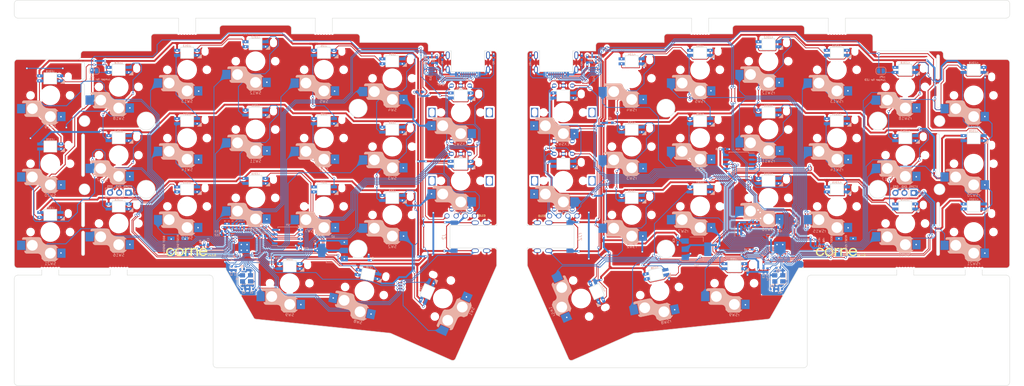
<source format=kicad_pcb>
(kicad_pcb (version 20240108) (generator "pcbnew") (generator_version "8.0")
  (title_block (title "Corne") (date "2024-05-07") (rev "4.1.0") (company "foostan"))
  (layers (0 "F.Cu" signal) (31 "B.Cu" signal) (34 "B.Paste" user) (35 "F.Paste" user) (36 "B.SilkS" user "B.Silkscreen") (37 "F.SilkS" user "F.Silkscreen") (38 "B.Mask" user) (39 "F.Mask" user) (44 "Edge.Cuts" user))
  (net 0 "")
  (net 1 "Net-(U1-XIN)")
  (net 2 "Net-(C2-Pad1)")
  (net 3 "+1V1")
  (net 4 "+5V")
  (net 5 "+3V3")
  (net 6 "GND")
  (net 7 "Net-(EXLED1-DOUT)")
  (net 8 "Net-(EXLED1-DIN)")
  (net 10 "VBUS")
  (net 11 "Net-(J1-CC1)")
  (net 13 "Net-(J1-CC2)")
  (net 15 "Net-(LED1-DOUT)")
  (net 16 "Net-(LED2-DOUT)")
  (net 17 "Net-(LED7-DOUT)")
  (net 18 "Net-(LED8-DOUT)")
  (net 19 "Net-(LED10-DIN)")
  (net 20 "Net-(LED10-DOUT)")
  (net 21 "Net-(LED14-DOUT)")
  (net 22 "Net-(LED15-DOUT)")
  (net 23 "Net-(LED16-DOUT)")
  (net 24 "Net-(U1-XOUT)")
  (net 25 "Net-(U1-USB_DP)")
  (net 26 "Net-(U1-USB_DM)")
  (net 27 "Net-(R6-Pad2)")
  (net 28 "Net-(U1-RUN)")
  (net 29 "Net-(D1-K)")
  (net 30 "/left/RE0A")
  (net 31 "/left/REB")
  (net 32 "/left/KEYEX1")
  (net 33 "/left/RE1A")
  (net 34 "/left/KEYEX2")
  (net 35 "/left/D+")
  (net 36 "/left/D-")
  (net 37 "/left/USB_VBUS_PIN")
  (net 38 "/left/TX")
  (net 39 "/left/SWCLK")
  (net 40 "/left/SWD")
  (net 41 "/left/LED")
  (net 42 "/left/QSPI_SS")
  (net 43 "/left/KEY1")
  (net 44 "/left/KEY2")
  (net 45 "/left/KEY3")
  (net 46 "/left/KEY4")
  (net 47 "/left/KEY5")
  (net 48 "/left/KEY6")
  (net 49 "/left/KEY7")
  (net 50 "/left/KEY8")
  (net 51 "/left/KEY9")
  (net 52 "/left/KEY10")
  (net 53 "/left/KEY11")
  (net 54 "/left/KEY12")
  (net 55 "/left/KEY13")
  (net 56 "/left/KEY14")
  (net 57 "/left/KEY15")
  (net 58 "/left/KEY16")
  (net 59 "/left/KEY17")
  (net 60 "/left/KEY18")
  (net 61 "/left/KEY19")
  (net 62 "/left/KEY20")
  (net 63 "/left/KEY21")
  (net 64 "/left/QSPI_SD3")
  (net 65 "/left/QSPI_SCLK")
  (net 66 "/left/QSPI_SD0")
  (net 67 "/left/QSPI_SD2")
  (net 68 "/left/QSPI_SD1")
  (net 69 "Net-(LED6-DOUT)")
  (net 70 "Net-(LED5-DOUT)")
  (net 71 "Net-(LED4-DOUT)")
  (net 72 "Net-(LED3-DOUT)")
  (net 73 "Net-(LED20-DOUT)")
  (net 74 "Net-(LED19-DOUT)")
  (net 75 "Net-(JP1-A)")
  (net 76 "Net-(LED17-DOUT)")
  (net 77 "Net-(LED13-DOUT)")
  (net 78 "Net-(LED12-DOUT)")
  (net 79 "Net-(LED11-DOUT)")
  (net 80 "VBUSR")
  (net 81 "Net-(rJ1-CC1)")
  (net 82 "/right/D+")
  (net 83 "/right/D-")
  (net 85 "Net-(rJ1-CC2)")
  (net 87 "Net-(rU1-XIN)")
  (net 88 "GNDR")
  (net 89 "Net-(rC2-Pad1)")
  (net 90 "+1V1R")
  (net 91 "+5VR")
  (net 92 "+3V3R")
  (net 93 "Net-(rD1-K)")
  (net 94 "Net-(rEXLED1-DOUT)")
  (net 95 "Net-(rEXLED1-DIN)")
  (net 97 "/right/RE0A")
  (net 98 "/right/REB")
  (net 99 "/right/KEYEX1")
  (net 100 "/right/RE1A")
  (net 101 "/right/KEYEX2")
  (net 102 "/right/TX")
  (net 103 "/right/USB_VBUS_PIN")
  (net 104 "/right/SWCLK")
  (net 105 "/right/SWD")
  (net 106 "Net-(rLED1-DOUT)")
  (net 107 "/right/LED")
  (net 108 "Net-(rLED2-DOUT)")
  (net 109 "Net-(rLED3-DOUT)")
  (net 110 "Net-(rLED4-DOUT)")
  (net 111 "Net-(rLED5-DOUT)")
  (net 112 "Net-(rLED6-DOUT)")
  (net 113 "Net-(rLED7-DOUT)")
  (net 114 "Net-(rLED8-DOUT)")
  (net 115 "Net-(rLED10-DIN)")
  (net 116 "Net-(rLED10-DOUT)")
  (net 117 "Net-(rLED11-DOUT)")
  (net 118 "Net-(rLED12-DOUT)")
  (net 119 "Net-(rLED13-DOUT)")
  (net 120 "Net-(rLED14-DOUT)")
  (net 121 "Net-(rLED15-DOUT)")
  (net 122 "Net-(rLED16-DOUT)")
  (net 123 "Net-(rLED17-DOUT)")
  (net 124 "Net-(rJP1-A)")
  (net 125 "Net-(rLED19-DOUT)")
  (net 126 "Net-(rLED20-DOUT)")
  (net 127 "Net-(rU1-XOUT)")
  (net 128 "Net-(rU1-USB_DP)")
  (net 129 "Net-(rU1-USB_DM)")
  (net 130 "/right/QSPI_SS")
  (net 131 "Net-(rR6-Pad2)")
  (net 132 "Net-(rU1-RUN)")
  (net 133 "/right/KEY1")
  (net 134 "/right/KEY2")
  (net 135 "/right/KEY3")
  (net 136 "/right/KEY4")
  (net 137 "/right/KEY5")
  (net 138 "/right/KEY6")
  (net 139 "/right/KEY7")
  (net 140 "/right/KEY8")
  (net 141 "/right/KEY9")
  (net 142 "/right/KEY10")
  (net 143 "/right/KEY11")
  (net 144 "/right/KEY12")
  (net 145 "/right/KEY13")
  (net 146 "/right/KEY14")
  (net 147 "/right/KEY15")
  (net 148 "/right/KEY16")
  (net 149 "/right/KEY17")
  (net 150 "/right/KEY18")
  (net 151 "/right/KEY19")
  (net 152 "/right/KEY20")
  (net 153 "/right/KEY21")
  (net 154 "/right/QSPI_SD3")
  (net 155 "/right/QSPI_SCLK")
  (net 156 "/right/QSPI_SD0")
  (net 157 "/right/QSPI_SD2")
  (net 158 "/right/QSPI_SD1")
  (footprint "kbd_local:Breakaway_Tabs" (layer "F.Cu") (at -128.5875 43.5625)
    (property "Reference" "BT3")
    (property "Value" "Breakaway Tabs")
  )
  (footprint "kbd_local:Breakaway_Tabs" (layer "F.Cu") (at -52.3875 -22.13125)
    (property "Reference" "BT2")
    (property "Value" "Breakaway Tabs")
  )
  (footprint "kbd_local:Breakaway_Tabs" (layer "F.Cu") (at 52.387502 -22.13125)
    (property "Reference" "rBT2")
    (property "Value" "Breakaway Tabs")
  )
  (footprint "kbd_local:OLED" (layer "F.Cu") (at 14.2875 28.84625)
    (property "Reference" "rJ3")
    (property "Value" "Conn_01x04" (hide yes))
  )
  (footprint "kbd_local:Breakaway_Tabs" (layer "F.Cu") (at -109.5375 43.5625)
    (property "Reference" "BT4")
    (property "Value" "Breakaway Tabs")
  )
  (footprint "kbd:corne-logo-horizontal" (layer "F.Cu") (at 90.4875 38.98125)
    (property "Reference" "G***" (hide yes))
    (property "Value" "LOGO" (hide yes))
  )
  (footprint "kbd_local:Breakaway_Tabs" (layer "F.Cu") (at 90.4875 -22.13125)
    (property "Reference" "rBT1")
    (property "Value" "Breakaway Tabs")
  )
  (footprint "kbd_local:Breakaway_Tabs" (layer "F.Cu") (at 128.5875 43.5625)
    (property "Reference" "rBT3")
    (property "Value" "Breakaway Tabs")
  )
  (footprint "kbd:corne-logo-horizontal" (layer "F.Cu") (at -90.4875 38.98125)
    (property "Reference" "G***" (hide yes))
    (property "Value" "LOGO" (hide yes))
  )
  (footprint "kbd_local:Breakaway_Tabs" (layer "F.Cu") (at 109.5375 43.5625)
    (property "Reference" "rBT4")
    (property "Value" "Breakaway Tabs")
  )
  (footprint "kbd_local:Breakaway_Tabs" (layer "F.Cu") (at -90.4875 -22.13125)
    (property "Reference" "BT1")
    (property "Value" "Breakaway Tabs")
  )
  (footprint "kbd_local:OLED" (layer "F.Cu") (at -14.2875 28.84625)
    (property "Reference" "J3")
    (property "Value" "Conn_01x04" (hide yes))
  )
  (footprint "Capacitor_SMD:C_0402_1005Metric" (layer "B.Cu") (at -72.5775 49.24495 180)
    (property "Reference" "C1")
    (property "Value" "27p")
  )
  (footprint "Connector_PinHeader_2.54mm:PinHeader_1x03_P2.54mm_Vertical" (layer "B.Cu") (at -106.8675 22.37625 90)
    (property "Reference" "J4")
    (property "Value" "Conn_01x03")
  )
  (footprint "Capacitor_SMD:C_0402_1005Metric" (layer "B.Cu") (at 74.662502 49.285 180)
    (property "Reference" "rC1")
    (property "Value" "27p")
  )
  (footprint "Diode_SMD:D_SOD-523" (layer "B.Cu") (at -20.967492 -14.55125 -90)
    (property "Reference" "ZD1")
    (property "Value" "RB521S30T1G")
  )
  (footprint "kbd:keyswitch_choc12_hotswap_1u" (layer "B.Cu") (at -33.3375 -9.525 180)
    (property "Reference" "SW4")
    (property "Value" "SW_Push" (hide yes))
  )
  (footprint "kbd_local:keyswitch_choc12_hotswap_1u_rotary_encoder_ec12" (layer "B.Cu") (at -14.2875 19.05 180)
    (property "Reference" "EXSW2")
    (property "Value" "RotaryEncoder_Switch" (hide yes))
  )
  (footprint "Capacitor_SMD:C_0402_1005Metric" (layer "B.Cu") (at 71.132502 43.965 -90)
    (property "Reference" "rC7")
    (property "Value" "100n")
  )
  (footprint "kbd_local:YS-SK6812MINI-E" (layer "B.Cu") (at -109.5375 26.21875 180)
    (property "Reference" "LED16")
    (property "Value" "YS-SK6812MINI-E" (hide yes))
    (fp_line (start 1.8 1.55) (end -1.8 1.55) (stroke (width 0.1)) (layer "Edge.Cuts"))
    (fp_line (start 1.8 -1.55) (end 1.8 1.55) (stroke (width 0.1)) (layer "Edge.Cuts"))
    (fp_line (start -1.8 1.55) (end -1.8 -1.55) (stroke (width 0.1)) (layer "Edge.Cuts"))
    (fp_line (start -1.8 -1.55) (end 1.8 -1.55) (stroke (width 0.1)) (layer "Edge.Cuts"))
  )
  (footprint "kbd:keyswitch_choc12_hotswap_1u" (layer "B.Cu") (at 109.5375 11.90625 180)
    (property "Reference" "rSW17")
    (property "Value" "SW_Push" (hide yes))
  )
  (footprint "kbd_local:YS-SK6812MINI-E" (layer "B.Cu") (at 109.537502 26.21875 180)
    (property "Reference" "rLED16")
    (property "Value" "YS-SK6812MINI-E" (hide yes))
    (fp_line (start 1.8 1.55) (end -1.8 1.55) (stroke (width 0.1)) (layer "Edge.Cuts"))
    (fp_line (start 1.8 -1.55) (end 1.8 1.55) (stroke (width 0.1)) (layer "Edge.Cuts"))
    (fp_line (start -1.8 1.55) (end -1.8 -1.55) (stroke (width 0.1)) (layer "Edge.Cuts"))
    (fp_line (start -1.8 -1.55) (end 1.8 -1.55) (stroke (width 0.1)) (layer "Edge.Cuts"))
  )
  (footprint "kbd_local:YS-SK6812MINI-E" (layer "B.Cu") (at -33.3375 4.7875 180)
    (property "Reference" "LED3")
    (property "Value" "YS-SK6812MINI-E" (hide yes))
    (fp_line (start 1.8 1.55) (end -1.8 1.55) (stroke (width 0.1)) (layer "Edge.Cuts"))
    (fp_line (start 1.8 -1.55) (end 1.8 1.55) (stroke (width 0.1)) (layer "Edge.Cuts"))
    (fp_line (start -1.8 1.55) (end -1.8 -1.55) (stroke (width 0.1)) (layer "Edge.Cuts"))
    (fp_line (start -1.8 -1.55) (end 1.8 -1.55) (stroke (width 0.1)) (layer "Edge.Cuts"))
  )
  (footprint "Resistor_SMD:R_0402_1005Metric" (layer "B.Cu") (at 74.207502 43.30625)
    (property "Reference" "rR3")
    (property "Value" "1k")
  )
  (footprint "Capacitor_SMD:C_0402_1005Metric" (layer "B.Cu") (at -59.3625 37.965 180)
    (property "Reference" "C16")
    (property "Value" "1u")
  )
  (footprint "Capacitor_SMD:C_0402_1005Metric" (layer "B.Cu") (at 84.512508 37.27875 90)
    (property "Reference" "rC9")
    (property "Value" "100n")
  )
  (footprint "Capacitor_SMD:C_0402_1005Metric" (layer "B.Cu") (at 78.6875 30.96625 90)
    (property "Reference" "rC14")
    (property "Value" "100n")
  )
  (footprint "Resistor_SMD:R_0402_1005Metric" (layer "B.Cu") (at -22.7825 -13.77875 180)
    (property "Reference" "R8")
    (property "Value" "5.6k")
  )
  (footprint "kbd:keyswitch_choc12_hotswap_1u" (layer "B.Cu") (at 90.4875 26.19375 180)
    (property "Reference" "rSW15")
    (property "Value" "SW_Push" (hide yes))
  )
  (footprint "kbd_local:PJ-398A-5A_PJ-399B-6A" (layer "B.Cu") (at 4.2675 34.64625 -90)
    (property "Reference" "rJ2")
    (property "Value" "TRS")
  )
  (footprint "Resistor_SMD:R_0402_1005Metric" (layer "B.Cu") (at -85.717498 37.545 -90)
    (property "Reference" "R7")
    (property "Value" "10k")
  )
  (footprint "Capacitor_SMD:C_0402_1005Metric" (layer "B.Cu") (at 70.052502 43.965 -90)
    (property "Reference" "rC3")
    (property "Value" "100n")
  )
  (footprint "kbd:keyswitch_choc12_hotswap_1u" (layer "B.Cu") (at 61.9125 47.625 180)
    (property "Reference" "rSW9")
    (property "Value" "SW_Push" (hide yes))
  )
  (footprint "kbd_local:keyswitch_choc12_hotswap_1u_rotary_encoder_ec12" (layer "B.Cu") (at 14.2875 19.05 180)
    (property "Reference" "rEXSW2")
    (property "Value" "RotaryEncoder_Switch" (hide yes))
  )
  (footprint "Capacitor_SMD:C_0402_1005Metric" (layer "B.Cu") (at 63.3375 31.90625 180)
    (property "Reference" "rC8")
    (property "Value" "1u")
  )
  (footprint "kbd:keyswitch_choc12_hotswap_1u" (layer "B.Cu") (at -61.9125 47.625 180)
    (property "Reference" "SW9")
    (property "Value" "SW_Push" (hide yes))
  )
  (footprint "Package_DFN_QFN:QFN-56-1EP_7x7mm_P0.4mm_EP3.2x3.2mm" (layer "B.Cu") (at 74.6075 37.63995 180)
    (property "Reference" "rU1")
    (property "Value" "RP2040")
  )
  (footprint "kbd:keyswitch_choc12_hotswap_1u" (layer "B.Cu") (at -52.3875 -11.90625 180)
    (property "Reference" "SW5")
    (property "Value" "SW_Push" (hide yes))
  )
  (footprint "kbd:keyswitch_choc12_hotswap_1u" (layer "B.Cu") (at 71.4375 23.8125 180)
    (property "Reference" "rSW10")
    (property "Value" "SW_Push" (hide yes))
  )
  (footprint "kbd_local:YS-SK6812MINI-E" (layer "B.Cu") (at 33.3375 -14.2625 180)
    (property "Reference" "rLED4")
    (property "Value" "YS-SK6812MINI-E" (hide yes))
    (fp_line (start 1.8 1.55) (end -1.8 1.55) (stroke (width 0.1)) (layer "Edge.Cuts"))
    (fp_line (start 1.8 -1.55) (end 1.8 1.55) (stroke (width 0.1)) (layer "Edge.Cuts"))
    (fp_line (start -1.8 1.55) (end -1.8 -1.55) (stroke (width 0.1)) (layer "Edge.Cuts"))
    (fp_line (start -1.8 -1.55) (end 1.8 -1.55) (stroke (width 0.1)) (layer "Edge.Cuts"))
  )
  (footprint "Capacitor_SMD:C_0402_1005Metric" (layer "B.Cu") (at -74.642498 31.51625 90)
    (property "Reference" "C4")
    (property "Value" "100n" (hide yes))
  )
  (footprint "kbd_local:TS-1088R-02026" (layer "B.Cu") (at -91.1175 37.34125 -90)
    (property "Reference" "SMDSW2")
    (property "Value" "TS-1088R-02026" (hide yes))
  )
  (footprint "kbd_local:YS-SK6812MINI-E" (layer "B.Cu") (at -109.5375 7.16875 180)
    (property "Reference" "LED17")
    (property "Value" "YS-SK6812MINI-E" (hide yes))
    (fp_line (start 1.8 1.55) (end -1.8 1.55) (stroke (width 0.1)) (layer "Edge.Cuts"))
    (fp_line (start 1.8 -1.55) (end 1.8 1.55) (stroke (width 0.1)) (layer "Edge.Cuts"))
    (fp_line (start -1.8 1.55) (end -1.8 -1.55) (stroke (width 0.1)) (layer "Edge.Cuts"))
    (fp_line (start -1.8 -1.55) (end 1.8 -1.55) (stroke (width 0.1)) (layer "Edge.Cuts"))
  )
  (footprint "Capacitor_SMD:C_0402_1005Metric" (layer "B.Cu") (at -84.607498 37.53495 90)
    (property "Reference" "C10")
    (property "Value" "100n")
  )
  (footprint "kbd_local:TYPE-C-31-M-13C" (layer "B.Cu") (at 12.2875 -15.96375)
    (property "Reference" "rJ1")
    (property "Value" "TYPE-C-31-M-13C")
  )
  (footprint "kbd_local:YS-SK6812MINI-E" (layer "B.Cu") (at 52.387502 2.40625 180)
    (property "Reference" "rLED6")
    (property "Value" "YS-SK6812MINI-E" (hide yes))
    (fp_line (start 1.8 1.55) (end -1.8 1.55) (stroke (width 0.1)) (layer "Edge.Cuts"))
    (fp_line (start 1.8 -1.55) (end 1.8 1.55) (stroke (width 0.1)) (layer "Edge.Cuts"))
    (fp_line (start -1.8 1.55) (end -1.8 -1.55) (stroke (width 0.1)) (layer "Edge.Cuts"))
    (fp_line (start -1.8 -1.55) (end 1.8 -1.55) (stroke (width 0.1)) (layer "Edge.Cuts"))
  )
  (footprint "kbd_local:YS-SK6812MINI-E" (layer "B.Cu") (at -52.3875 -16.64375 180)
    (property "Reference" "LED5")
    (property "Value" "YS-SK6812MINI-E" (hide yes))
    (fp_line (start 1.8 1.55) (end -1.8 1.55) (stroke (width 0.1)) (layer "Edge.Cuts"))
    (fp_line (start 1.8 -1.55) (end 1.8 1.55) (stroke (width 0.1)) (layer "Edge.Cuts"))
    (fp_line (start -1.8 1.55) (end -1.8 -1.55) (stroke (width 0.1)) (layer "Edge.Cuts"))
    (fp_line (start -1.8 -1.55) (end 1.8 -1.55) (stroke (width 0.1)) (layer "Edge.Cuts"))
  )
  (footprint "Capacitor_SMD:C_0402_1005Metric" (layer "B.Cu") (at -78.8575 31.50625 90)
    (property "Reference" "C5")
    (property "Value" "1u")
  )
  (footprint "Capacitor_SMD:C_0402_1005Metric" (layer "B.Cu") (at -75.6675 31.51625 90)
    (property "Reference" "C15")
    (property "Value" "100n")
  )
  (footprint "kbd:keyswitch_choc12_hotswap_1u" (layer "B.Cu") (at 71.4375 4.7625 180)
    (property "Reference" "rSW11")
    (property "Value" "SW_Push" (hide yes))
  )
  (footprint "Package_SON:USON-10_2.5x1.0mm_P0.5mm" (layer "B.Cu") (at -22.6525 -11.51005)
    (property "Reference" "U3")
    (property "Value" "TPD4E05U06DQAR" (hide yes))
  )
  (footprint "kbd_local:YS-SK6812MINI-E" (layer "B.Cu") (at 33.3375 23.8375 180)
    (property "Reference" "rLED2")
    (property "Value" "YS-SK6812MINI-E" (hide yes))
    (fp_line (start 1.8 1.55) (end -1.8 1.55) (stroke (width 0.1)) (layer "Edge.Cuts"))
    (fp_line (start 1.8 -1.55) (end 1.8 1.55) (stroke (width 0.1)) (layer "Edge.Cuts"))
    (fp_line (start -1.8 1.55) (end -1.8 -1.55) (stroke (width 0.1)) (layer "Edge.Cuts"))
    (fp_line (start -1.8 -1.55) (end 1.8 -1.55) (stroke (width 0.1)) (layer "Edge.Cuts"))
  )
  (footprint "kbd_local:YS-SK6812MINI-E" (layer "B.Cu") (at -40.1175 45.15625 168.06)
    (property "Reference" "LED8")
    (property "Value" "YS-SK6812MINI-E" (hide yes))
    (fp_line (start 1.8 -1.55) (end 1.8 1.55) (stroke (width 0.1)) (layer "Edge.Cuts"))
    (fp_line (start 1.8 1.55) (end -1.8 1.55) (stroke (width 0.1)) (layer "Edge.Cuts"))
    (fp_line (start -1.8 -1.55) (end 1.8 -1.55) (stroke (width 0.1)) (layer "Edge.Cuts"))
    (fp_line (start -1.8 1.55) (end -1.8 -1.55) (stroke (width 0.1)) (layer "Edge.Cuts"))
  )
  (footprint "Package_TO_SOT_SMD:SOT-223-3_TabPin2" (layer "B.Cu") (at -49.8475 38.47995 180)
    (property "Reference" "U2")
    (property "Value" "NCP1117LPST33T3G")
  )
  (footprint "kbd:keyswitch_choc12_hotswap_1u" (layer "B.Cu") (at 109.5375 30.95625 180)
    (property "Reference" "rSW16")
    (property "Value" "SW_Push" (hide yes))
  )
  (footprint "kbd:keyswitch_choc12_hotswap_1u" (layer "B.Cu") (at -90.4875 -11.90625 180)
    (property "Reference" "SW13")
    (property "Value" "SW_Push" (hide yes))
  )
  (footprint "kbd:keyswitch_choc12_hotswap_1u" (layer "B.Cu") (at -71.4375 4.7625 180)
    (property "Reference" "SW11")
    (property "Value" "SW_Push" (hide yes))
  )
  (footprint "kbd_local:YS-SK6812MINI-E" (layer "B.Cu") (at -71.4375 19.075 180)
    (property "Reference" "LED10")
    (property "Value" "YS-SK6812MINI-E" (hide yes))
    (fp_line (start 1.8 1.55) (end -1.8 1.55) (stroke (width 0.1)) (layer "Edge.Cuts"))
    (fp_line (start 1.8 -1.55) (end 1.8 1.55) (stroke (width 0.1)) (layer "Edge.Cuts"))
    (fp_line (start -1.8 1.55) (end -1.8 -1.55) (stroke (width 0.1)) (layer "Edge.Cuts"))
    (fp_line (start -1.8 -1.55) (end 1.8 -1.55) (stroke (width 0.1)) (layer "Edge.Cuts"))
  )
  (footprint "kbd:keyswitch_choc12_hotswap_1u" (layer "B.Cu") (at -90.4875 7.14375 180)
    (property "Reference" "SW14")
    (property "Value" "SW_Push" (hide yes))
  )
  (footprint "kbd:keyswitch_choc12_hotswap_1u" (layer "B.Cu") (at 109.5375 -7.14375 180)
    (property "Reference" "rSW18")
    (property "Value" "SW_Push" (hide yes))
  )
  (footprint "Capacitor_SMD:C_0402_1005Metric" (layer "B.Cu") (at -54.8575 37.99495 90)
    (property "Reference" "C11")
    (property "Value" "10u")
  )
  (footprint "kbd:keyswitch_choc12_hotswap_1u" (layer "B.Cu") (at 128.5875 -4.7625 180)
    (property "Reference" "rSW19")
    (property "Value" "SW_Push" (hide yes))
  )
  (footprint "kbd:keyswitch_choc12_hotswap_1u" (layer "B.Cu") (at -41.097974 49.801677 168.061)
    (property "Reference" "SW8")
    (property "Value" "SW_Push" (hide yes))
  )
  (footprint "kbd_local:YS-SK6812MINI-E" (layer "B.Cu") (at 128.587502 7.16875 180)
    (property "Reference" "rLED20")
    (property "Value" "YS-SK6812MINI-E" (hide yes))
    (fp_line (start 1.8 1.55) (end -1.8 1.55) (stroke (width 0.1)) (layer "Edge.Cuts"))
    (fp_line (start 1.8 -1.55) (end 1.8 1.55) (stroke (width 0.1)) (layer "Edge.Cuts"))
    (fp_line (start -1.8 1.55) (end -1.8 -1.55) (stroke (width 0.1)) (layer "Edge.Cuts"))
    (fp_line (start -1.8 -1.55) (end 1.8 -1.55) (stroke (width 0.1)) (layer "Edge.Cuts"))
  )
  (footprint "kbd_local:YS-SK6812MINI-E" (layer "B.Cu") (at -71.4375 -19.025 180)
    (property "Reference" "LED12")
    (property "Value" "YS-SK6812MINI-E" (hide yes))
    (fp_line (start 1.8 1.55) (end -1.8 1.55) (stroke (width 0.1)) (layer "Edge.Cuts"))
    (fp_line (start 1.8 -1.55) (end 1.8 1.55) (stroke (width 0.1)) (layer "Edge.Cuts"))
    (fp_line (start -1.8 1.55) (end -1.8 -1.55) (stroke (width 0.1)) (layer "Edge.Cuts"))
    (fp_line (start -1.8 -1.55) (end 1.8 -1.55) (stroke (width 0.1)) (layer "Edge.Cuts"))
  )
  (footprint "kbd_local:YS-SK6812MINI-E" (layer "B.Cu") (at 90.487502 21.45625 180)
    (property "Reference" "rLED15")
    (property "Value" "YS-SK6812MINI-E" (hide yes))
    (fp_line (start 1.8 1.55) (end -1.8 1.55) (stroke (width 0.1)) (layer "Edge.Cuts"))
    (fp_line (start 1.8 -1.55) (end 1.8 1.55) (stroke (width 0.1)) (layer "Edge.Cuts"))
    (fp_line (start -1.8 1.55) (end -1.8 -1.55) (stroke (width 0.1)) (layer "Edge.Cuts"))
    (fp_line (start -1.8 -1.55) (end 1.8 -1.55) (stroke (width 0.1)) (layer "Edge.Cuts"))
  )
  (footprint "Resistor_SMD:R_0402_1005Metric" (layer "B.Cu") (at 19.422502 -15.295 -90)
    (property "Reference" "rR2")
    (property "Value" "5.1k")
  )
  (footprint "kbd:keyswitch_choc12_hotswap_1u" (layer "B.Cu") (at 33.3375 -9.525 180)
    (property "Reference" "rSW4")
    (property "Value" "SW_Push" (hide yes))
  )
  (footprint "Resistor_SMD:R_0402_1005Metric" (layer "B.Cu") (at -19.4175 -15.31375 -90)
    (property "Reference" "R1")
    (property "Value" "5.1k")
  )
  (footprint "kbd:keyswitch_choc12_hotswap_1u" (layer "B.Cu") (at -71.4375 -14.2875 180)
    (property "Reference" "SW12")
    (property "Value" "SW_Push" (hide yes))
  )
  (footprint "kbd_local:YS-SK6812MINI-E" (layer "B.Cu") (at -128.5875 9.4875 180)
    (property "Reference" "LED20")
    (property "Value" "YS-SK6812MINI-E" (hide yes))
    (fp_line (start 1.8 1.55) (end -1.8 1.55) (stroke (width 0.1)) (layer "Edge.Cuts"))
    (fp_line (start 1.8 -1.55) (end 1.8 1.55) (stroke (width 0.1)) (layer "Edge.Cuts"))
    (fp_line (start -1.8 1.55) (end -1.8 -1.55) (stroke (width 0.1)) (layer "Edge.Cuts"))
    (fp_line (start -1.8 -1.55) (end 1.8 -1.55) (stroke (width 0.1)) (layer "Edge.Cuts"))
  )
  (footprint "Resistor_SMD:R_0402_1005Metric" (layer "B.Cu") (at -75.1375 43.74495)
    (property "Reference" "R3")
    (property "Value" "1k")
  )
  (footprint "kbd_local:YS-SK6812MINI-E" (layer "B.Cu") (at 14.2875 -4.7375 180)
    (property "Reference" "rEXLED1" (hide yes))
    (property "Value" "YS-SK6812MINI-E" (hide yes))
    (fp_line (start 1.8 1.55) (end -1.8 1.55) (stroke (width 0.1)) (layer "Edge.Cuts"))
    (fp_line (start 1.8 -1.55) (end 1.8 1.55) (stroke (width 0.1)) (layer "Edge.Cuts"))
    (fp_line (start -1.8 1.55) (end -1.8 -1.55) (stroke (width 0.1)) (layer "Edge.Cuts"))
    (fp_line (start -1.8 -1.55) (end 1.8 -1.55) (stroke (width 0.1)) (layer "Edge.Cuts"))
  )
  (footprint "kbd:keyswitch_choc12_hotswap_1u" (layer "B.Cu") (at 52.3875 7.14375 180)
    (property "Reference" "rSW6")
    (property "Value" "SW_Push" (hide yes))
  )
  (footprint "kbd_local:TS-1088R-02026" (layer "B.Cu") (at 95.0025 37.38125 -90)
    (property "Reference" "rSMDSW2")
    (property "Value" "TS-1088R-02026")
  )
  (footprint "Diode_SMD:D_SOD-523" (layer "B.Cu") (at 27.1475 2.86625 180)
    (property "Reference" "rD1")
    (property "Value" "1N4148WT")
  )
  (footprint "kbd_local:YS-SK6812MINI-E" (layer "B.Cu") (at 109.537502 7.16875 180)
    (property "Reference" "rLED17")
    (property "Value" "YS-SK6812MINI-E" (hide yes))
    (fp_line (start 1.8 1.55) (end -1.8 1.55) (stroke (width 0.1)) (layer "Edge.Cuts"))
    (fp_line (start 1.8 -1.55) (end 1.8 1.55) (stroke (width 0.1)) (layer "Edge.Cuts"))
    (fp_line (start -1.8 1.55) (end -1.8 -1.55) (stroke (width 0.1)) (layer "Edge.Cuts"))
    (fp_line (start -1.8 -1.55) (end 1.8 -1.55) (stroke (width 0.1)) (layer "Edge.Cuts"))
  )
  (footprint "Package_SON:USON-10_2.5x1.0mm_P0.5mm" (layer "B.Cu") (at 22.6525 -11.51005 180)
    (property "Reference" "rU3")
    (property "Value" "TPD4E05U06DQAR")
  )
  (footprint "Resistor_SMD:R_0402_1005Metric" (layer "B.Cu") (at -77.7975 31.52625 90)
    (property "Reference" "R5")
    (property "Value" "27")
  )
  (footprint "kbd_local:YS-SK6812MINI-E" (layer "B.Cu") (at 128.587502 -11.88125 180)
    (property "Reference" "rLED19")
    (property "Value" "YS-SK6812MINI-E" (hide yes))
    (fp_line (start 1.8 1.55) (end -1.8 1.55) (stroke (width 0.1)) (layer "Edge.Cuts"))
    (fp_line (start 1.8 -1.55) (end 1.8 1.55) (stroke (width 0.1)) (layer "Edge.Cuts"))
    (fp_line (start -1.8 1.55) (end -1.8 -1.55) (stroke (width 0.1)) (layer "Edge.Cuts"))
    (fp_line (start -1.8 -1.55) (end 1.8 -1.55) (stroke (width 0.1)) (layer "Edge.Cuts"))
  )
  (footprint "kbd:keyswitch_choc12_hotswap_1u" (layer "B.Cu") (at -109.5375 11.90625 180)
    (property "Reference" "SW17")
    (property "Value" "SW_Push" (hide yes))
  )
  (footprint "Capacitor_SMD:C_0402_1005Metric" (layer "B.Cu") (at 56.702502 37.455 -90)
    (property "Reference" "rC11")
    (property "Value" "10u")
  )
  (footprint "kbd_local:YS-SK6812MINI-E" (layer "B.Cu") (at -90.4875 21.45625 180)
    (property "Reference" "LED15")
    (property "Value" "YS-SK6812MINI-E" (hide yes))
    (fp_line (start 1.8 1.55) (end -1.8 1.55) (stroke (width 0.1)) (layer "Edge.Cuts"))
    (fp_line (start 1.8 -1.55) (end 1.8 1.55) (stroke (width 0.1)) (layer "Edge.Cuts"))
    (fp_line (start -1.8 1.55) (end -1.8 -1.55) (stroke (width 0.1)) (layer "Edge.Cuts"))
    (fp_line (start -1.8 -1.55) (end 1.8 -1.55) (stroke (width 0.1)) (layer "Edge.Cuts"))
  )
  (footprint "kbd_local:YS-SK6812MINI-E" (layer "B.Cu") (at -23.5975 49.95625 -113.88)
    (property "Reference" "LED1")
    (property "Value" "YS-SK6812MINI-E" (hide yes))
    (fp_line (start 1.8 1.55) (end -1.8 1.55) (stroke (width 0.1)) (layer "Edge.Cuts"))
    (fp_line (start -1.8 1.55) (end -1.8 -1.55) (stroke (width 0.1)) (layer "Edge.Cuts"))
    (fp_line (start 1.8 -1.55) (end 1.8 1.55) (stroke (width 0.1)) (layer "Edge.Cuts"))
    (fp_line (start -1.8 -1.55) (end 1.8 -1.55) (stroke (width 0.1)) (layer "Edge.Cuts"))
  )
  (footprint "Capacitor_SMD:C_0402_1005Metric" (layer "B.Cu") (at -67.0125 40.61625)
    (property "Reference" "C9")
    (property "Value" "100n")
  )
  (footprint "Crystal:Crystal_SMD_3225-4Pin_3.2x2.5mm" (layer "B.Cu") (at 74.302502 46.265 180)
    (property "Reference" "rY1")
    (property "Value" "12MHz 18pF")
  )
  (footprint "kbd_local:YS-SK6812MINI-E" (layer "B.Cu") (at 52.387502 -16.64375 180)
    (property "Reference" "rLED5")
    (property "Value" "YS-SK6812MINI-E" (hide yes))
    (fp_line (start 1.8 1.55) (end -1.8 1.55) (stroke (width 0.1)) (layer "Edge.Cuts"))
    (fp_line (start 1.8 -1.55) (end 1.8 1.55) (stroke (width 0.1)) (layer "Edge.Cuts"))
    (fp_line (start -1.8 1.55) (end -1.8 -1.55) (stroke (width 0.1)) (layer "Edge.Cuts"))
    (fp_line (start -1.8 -1.55) (end 1.8 -1.55) (stroke (width 0.1)) (layer "Edge.Cuts"))
  )
  (footprint "kbd:keyswitch_choc12_hotswap_1u" (layer "B.Cu") (at -128.5875 33.3375 180)
    (property "Reference" "SW21")
    (property "Value" "SW_Push" (hide yes))
  )
  (footprint "Capacitor_SMD:C_0402_1005Metric" (layer "B.Cu") (at 68.2025 31.13625 90)
    (property "Reference" "rC15")
    (property "Value" "100n")
  )
  (footprint "kbd:keyswitch_choc12_hotswap_1u" (layer "B.Cu") (at 33.3375 9.525 180)
    (property "Reference" "rSW3")
    (property "Value" "SW_Push" (hide yes))
  )
  (footprint "kbd:keyswitch_choc12_hotswap_1.5u" (layer "B.Cu") (at 19.256135 51.882713 113.88)
    (property "Reference" "rSW1")
    (property "Value" "SW_Push" (hide yes))
  )
  (footprint "kbd_local:YS-SK6812MINI-E" (layer "B.Cu") (at 40.118258 45.160679 -168.06)
    (property "Reference" "rLED8")
    (property "Value" "YS-SK6812MINI-E" (hide yes))
    (fp_line (start 1.8 1.55) (end -1.8 1.55) (stroke (width 0.1)) (layer "Edge.Cuts"))
    (fp_line (start 1.8 -1.55) (end 1.8 1.55) (stroke (width 0.1)) (layer "Edge.Cuts"))
    (fp_line (start -1.8 1.55) (end -1.8 -1.55) (stroke (width 0.1)) (layer "Edge.Cuts"))
    (fp_line (start -1.8 -1.55) (end 1.8 -1.55) (stroke (width 0.1)) (layer "Edge.Cuts"))
  )
  (footprint "kbd_local:YS-SK6812MINI-E" (layer "B.Cu") (at 90.487502 -16.64375 180)
    (property "Reference" "rLED13")
    (property "Value" "YS-SK6812MINI-E" (hide yes))
    (fp_line (start 1.8 1.55) (end -1.8 1.55) (stroke (width 0.1)) (layer "Edge.Cuts"))
    (fp_line (start 1.8 -1.55) (end 1.8 1.55) (stroke (width 0.1)) (layer "Edge.Cuts"))
    (fp_line (start -1.8 1.55) (end -1.8 -1.55) (stroke (width 0.1)) (layer "Edge.Cuts"))
    (fp_line (start -1.8 -1.55) (end 1.8 -1.55) (stroke (width 0.1)) (layer "Edge.Cuts"))
  )
  (footprint "kbd_local:keyswitch_choc12_hotswap_1u_rotary_encoder_ec12" (layer "B.Cu") (at -14.2875 0 180)
    (property "Reference" "EXSW1")
    (property "Value" "RotaryEncoder_Switch" (hide yes))
  )
  (footprint "kbd:keyswitch_choc12_hotswap_1u" (layer "B.Cu") (at -52.3875 26.19375 180)
    (property "Reference" "SW7")
    (property "Value" "SW_Push" (hide yes))
  )
  (footprint "Capacitor_SMD:C_0402_1005Metric" (layer "B.Cu") (at 64.9325 31.13625 90)
    (property "Reference" "rC5")
    (property "Value" "1u")
  )
  (footprint "Capacitor_SMD:C_0402_1005Metric" (layer "B.Cu") (at 74.5925 32.18625)
    (property "Reference" "rC4" (hide yes))
    (property "Value" "100n")
  )
  (footprint "kbd_local:YS-SK6812MINI-E" (layer "B.Cu") (at -90.4875 -16.64375 180)
    (property "Reference" "LED13")
    (property "Value" "YS-SK6812MINI-E" (hide yes))
    (fp_line (start 1.8 1.55) (end -1.8 1.55) (stroke (width 0.1)) (layer "Edge.Cuts"))
    (fp_line (start 1.8 -1.55) (end 1.8 1.55) (stroke (width 0.1)) (layer "Edge.Cuts"))
    (fp_line (start -1.8 1.55) (end -1.8 -1.55) (stroke (width 0.1)) (layer "Edge.Cuts"))
    (fp_line (start -1.8 -1.55) (end 1.8 -1.55) (stroke (width 0.1)) (layer "Edge.Cuts"))
  )
  (footprint "kbd_local:TS-1088R-02026" (layer "B.Cu") (at -94.9675 37.34125 -90)
    (property "Reference" "SMDSW1")
    (property "Value" "TS-1088R-02026")
  )
  (footprint "kbd_local:YS-SK6812MINI-E" (layer "B.Cu") (at -128.5875 28.5875 180)
    (property "Reference" "LED21")
    (property "Value" "YS-SK6812MINI-E" (hide yes))
    (fp_line (start 1.8 1.55) (end -1.8 1.55) (stroke (width 0.1)) (layer "Edge.Cuts"))
    (fp_line (start 1.8 -1.55) (end 1.8 1.55) (stroke (width 0.1)) (layer "Edge.Cuts"))
    (fp_line (start -1.8 1.55) (end -1.8 -1.55) (stroke (width 0.1)) (layer "Edge.Cuts"))
    (fp_line (start -1.8 -1.55) (end 1.8 -1.55) (stroke (width 0.1)) (layer "Edge.Cuts"))
  )
  (footprint "Package_SO:SOIC-8_5.23x5.23mm_P1.27mm" (layer "B.Cu") (at -62.4925 34.64)
    (property "Reference" "U4")
    (property "Value" "W25Q128JVSIQ")
  )
  (footprint "Diode_SMD:D_SOD-523" (layer "B.Cu") (at -25.7625 -5.735)
    (property "Reference" "D1")
    (property "Value" "1N4148WT")
  )
  (footprint "kbd_local:YS-SK6812MINI-E" (layer "B.Cu") (at -128.612502 -9.5125 180)
    (property "Reference" "LED19")
    (property "Value" "YS-SK6812MINI-E" (hide yes))
    (fp_line (start 1.8 1.55) (end -1.8 1.55) (stroke (width 0.1)) (layer "Edge.Cuts"))
    (fp_line (start 1.8 -1.55) (end 1.8 1.55) (stroke (width 0.1)) (layer "Edge.Cuts"))
    (fp_line (start -1.8 1.55) (end -1.8 -1.55) (stroke (width 0.1)) (layer "Edge.Cuts"))
    (fp_line (start -1.8 -1.55) (end 1.8 -1.55) (stroke (width 0.1)) (layer "Edge.Cuts"))
  )
  (footprint "kbd:keyswitch_choc12_hotswap_1u" (layer "B.Cu") (at 90.4875 -11.90625 180)
    (property "Reference" "rSW13")
    (property "Value" "SW_Push" (hide yes))
  )
  (footprint "kbd_local:YS-SK6812MINI-E" (layer "B.Cu") (at -52.3875 21.45625 180)
    (property "Reference" "LED7")
    (property "Value" "YS-SK6812MINI-E" (hide yes))
    (fp_line (start 1.8 1.55) (end -1.8 1.55) (stroke (width 0.1)) (layer "Edge.Cuts"))
    (fp_line (start 1.8 -1.55) (end 1.8 1.55) (stroke (width 0.1)) (layer "Edge.Cuts"))
    (fp_line (start -1.8 1.55) (end -1.8 -1.55) (stroke (width 0.1)) (layer "Edge.Cuts"))
    (fp_line (start -1.8 -1.55) (end 1.8 -1.55) (stroke (width 0.1)) (layer "Edge.Cuts"))
  )
  (footprint "Resistor_SMD:R_0402_1005Metric" (layer "B.Cu") (at 85.632508 37.28875 -90)
    (property "Reference" "rR7")
    (property "Value" "10k")
  )
  (footprint "Capacitor_SMD:C_0402_1005Metric" (layer "B.Cu") (at -79.8975 31.50625 90)
    (property "Reference" "C8")
    (property "Value" "1u")
  )
  (footprint "Capacitor_SMD:C_0402_1005Metric" (layer "B.Cu") (at -80.357498 33.105 180)
    (property "Reference" "C13")
    (property "Value" "100n")
  )
  (footprint "Capacitor_SMD:C_0402_1005Metric" (layer "B.Cu") (at -74.7375 49.28495)
    (property "Reference" "C2")
    (property "Value" "27p")
  )
  (footprint "kbd_local:YS-SK6812MINI-E" (layer "B.Cu") (at 90.487502 2.40625 180)
    (property "Reference" "rLED14")
    (property "Value" "YS-SK6812MINI-E" (hide yes))
    (fp_line (start 1.8 1.55) (end -1.8 1.55) (stroke (width 0.1)) (layer "Edge.Cuts"))
    (fp_line (start 1.8 -1.55) (end 1.8 1.55) (stroke (width 0.1)) (layer "Edge.Cuts"))
    (fp_line (start -1.8 1.55) (end -1.8 -1.55) (stroke (width 0.1)) (layer "Edge.Cuts"))
    (fp_line (start -1.8 -1.55) (end 1.8 -1.55) (stroke (width 0.1)) (layer "Edge.Cuts"))
  )
  (footprint "kbd_local:YS-SK6812MINI-E" (layer "B.Cu") (at 61.912502 42.8875 180)
    (property "Reference" "rLED9")
    (property "Value" "YS-SK6812MINI-E" (hide yes))
    (fp_line (start 1.8 1.55) (end -1.8 1.55) (stroke (width 0.1)) (layer "Edge.Cuts"))
    (fp_line (start 1.8 -1.55) (end 1.8 1.55) (stroke (width 0.1)) (layer "Edge.Cuts"))
    (fp_line (start -1.8 1.55) (end -1.8 -1.55) (stroke (width 0.1)) (layer "Edge.Cuts"))
    (fp_line (start -1.8 -1.55) (end 1.8 -1.55) (stroke (width 0.1)) (layer "Edge.Cuts"))
  )
  (footprint "kbd_local:YS-SK6812MINI-E" (layer "B.Cu") (at -14.2875 14.3125 180)
    (property "Reference" "EXLED2")
    (property "Value" "YS-SK6812MINI-E" (hide yes))
    (fp_line (start 1.8 1.55) (end -1.8 1.55) (stroke (width 0.1)) (layer "Edge.Cuts"))
    (fp_line (start 1.8 -1.55) (end 1.8 1.55) (stroke (width 0.1)) (layer "Edge.Cuts"))
    (fp_line (start -1.8 1.55) (end -1.8 -1.55) (stroke (width 0.1)) (layer "Edge.Cuts"))
    (fp_line (start -1.8 -1.55) (end 1.8 -1.55) (stroke (width 0.1)) (layer "Edge.Cuts"))
  )
  (footprint "Capacitor_SMD:C_0402_1005Metric" (layer "B.Cu") (at 67.5175 38.20125 180)
    (property "Reference" "rC10")
    (property "Value" "100n")
  )
  (footprint "Crystal:Crystal_SMD_3225-4Pin_3.2x2.5mm" (layer "B.Cu") (at -73.9375 46.25495 180)
    (property "Reference" "Y1")
    (property "Value" "12MHz 18pF")
  )
  (footprint "kbd_local:YS-SK6812MINI-E" (layer "B.Cu") (at -61.9125 42.87625 180)
    (property "Reference" "LED9")
    (property "Value" "YS-SK6812MINI-E" (hide yes))
    (fp_line (start 1.8 1.55) (end -1.8 1.55) (stroke (width 0.1)) (layer "Edge.Cuts"))
    (fp_line (start 1.8 -1.55) (end 1.8 1.55) (stroke (width 0.1)) (layer "Edge.Cuts"))
    (fp_line (start -1.8 1.55) (end -1.8 -1.55) (stroke (width 0.1)) (layer "Edge.Cuts"))
    (fp_line (start -1.8 -1.55) (end 1.8 -1.55) (stroke (width 0.1)) (layer "Edge.Cuts"))
  )
  (footprint "Connector_PinHeader_2.54mm:PinHeader_1x03_P2.54mm_Vertical" (layer "B.Cu") (at 111.8475 22.43125 90)
    (property "Reference" "rJ4")
    (property "Value" "Conn_01x03")
  )
  (footprint "Package_SO:SOIC-8_5.23x5.23mm_P1.27mm" (layer "B.Cu") (at 63.1375 13.78625 180)
    (property "Reference" "rU4")
    (property "Value" "W25Q128JVSIQ")
  )
  (footprint "Resistor_SMD:R_0402_1005Metric" (layer "B.Cu") (at 86.792508 37.31875 -90)
    (property "Reference" "rR6")
    (property "Value" "1k")
  )
  (footprint "kbd:keyswitch_choc12_hotswap_1u" (layer "B.Cu") (at 33.3375 28.575 180)
    (property "Reference" "rSW2")
    (property "Value" "SW_Push" (hide yes))
  )
  (footprint "Capacitor_SMD:C_0402_1005Metric" (layer "B.Cu") (at 59.3875 10.21625)
    (property "Reference" "rC16")
    (property "Value" "1u")
  )
  (footprint "kbd_local:YS-SK6812MINI-E" (layer "B.Cu") (at -14.2875 -4.7375 180)
    (property "Reference" "EXLED1")
    (property "Value" "YS-SK6812MINI-E" (hide yes))
    (fp_line (start 1.8 1.55) (end -1.8 1.55) (stroke (width 0.1)) (layer "Edge.Cuts"))
    (fp_line (start 1.8 -1.55) (end 1.8 1.55) (stroke (width 0.1)) (layer "Edge.Cuts"))
    (fp_line (start -1.8 1.55) (end -1.8 -1.55) (stroke (width 0.1)) (layer "Edge.Cuts"))
    (fp_line (start -1.8 -1.55) (end 1.8 -1.55) (stroke (width 0.1)) (layer "Edge.Cuts"))
  )
  (footprint "Diode_SMD:D_SOD-523" (layer "B.Cu") (at 20.942508 -14.70125 -90)
    (property "Reference" "rZD1")
    (property "Value" "RB521S30T1G")
  )
  (footprint "kbd_local:YS-SK6812MINI-E" (layer "B.Cu") (at -52.3875 2.40625 180)
    (property "Reference" "LED6")
    (property "Value" "YS-SK6812MINI-E" (hide yes))
    (fp_line (start 1.8 1.55) (end -1.8 1.55) (stroke (width 0.1)) (layer "Edge.Cuts"))
    (fp_line (start 1.8 -1.55) (end 1.8 1.55) (stroke (width 0.1)) (layer "Edge.Cuts"))
    (fp_line (start -1.8 1.55) (end -1.8 -1.55) (stroke (width 0.1)) (layer "Edge.Cuts"))
    (fp_line (start -1.8 -1.55) (end 1.8 -1.55) (stroke (width 0.1)) (layer "Edge.Cuts"))
  )
  (footprint "kbd:keyswitch_choc12_hotswap_1u" (layer "B.Cu") (at 41.097974 49.801677 -168.06)
    (property "Reference" "rSW8")
    (property "Value" "SW_Push" (hide yes))
  )
  (footprint "kbd_local:TS-1088R-02026" (layer "B.Cu") (at 91.0375 37.384 -90)
    (property "Reference" "rSMDSW1")
    (property "Value" "TS-1088R-02026")
  )
  (footprint "kbd:keyswitch_choc12_hotswap_1u" (layer "B.Cu") (at -71.4375 23.8125 180)
    (property "Reference" "SW10")
    (property "Value" "SW_Push" (hide yes))
  )
  (footprint "Resistor_SMD:R_0402_1005Metric" (layer "B.Cu") (at 66.0225 31.12625 90)
    (property "Reference" "rR5")
    (property "Value" "27")
  )
  (footprint "kbd_local:YS-SK6812MINI-E" (layer "B.Cu") (at 71.437502 19.075 180)
    (property "Reference" "rLED10")
    (property "Value" "YS-SK6812MINI-E" (hide yes))
    (fp_line (start 1.8 1.55) (end -1.8 1.55) (stroke (width 0.1)) (layer "Edge.Cuts"))
    (fp_line (start 1.8 -1.55) (end 1.8 1.55) (stroke (width 0.1)) (layer "Edge.Cuts"))
    (fp_line (start -1.8 1.55) (end -1.8 -1.55) (stroke (width 0.1)) (layer "Edge.Cuts"))
    (fp_line (start -1.8 -1.55) (end 1.8 -1.55) (stroke (width 0.1)) (layer "Edge.Cuts"))
  )
  (footprint "Resistor_SMD:R_0402_1005Metric" (layer "B.Cu") (at -76.732498 31.52625 -90)
    (property "Reference" "R4")
    (property "Value" "27")
  )
  (footprint "kbd_local:YS-SK6812MINI-E" (layer "B.Cu") (at 71.437502 -19.025 180)
    (property "Reference" "rLED12")
    (property "Value" "YS-SK6812MINI-E" (hide yes))
    (fp_line (start 1.8 1.55) (end -1.8 1.55) (stroke (width 0.1)) (layer "Edge.Cuts"))
    (fp_line (start 1.8 -1.55) (end 1.8 1.55) (stroke (width 0.1)) (layer "Edge.Cuts"))
    (fp_line (start -1.8 1.55) (end -1.8 -1.55) (stroke (width 0.1)) (layer "Edge.Cuts"))
    (fp_line (start -1.8 -1.55) (end 1.8 -1.55) (stroke (width 0.1)) (layer "Edge.Cuts"))
  )
  (footprint "Capacitor_SMD:C_0402_1005Metric" (layer "B.Cu") (at -78.112498 43.45625 -90)
    (property "Reference" "C3")
    (property "Value" "100n")
  )
  (footprint "kbd:keyswitch_choc12_hotswap_1u" (layer "B.Cu") (at 128.5875 33.3375 180)
    (property "Reference" "rSW21")
    (property "Value" "SW_Push" (hide yes))
  )
  (footprint "kbd_local:YS-SK6812MINI-E" (layer "B.Cu") (at 71.437502 0.025 180)
    (property "Reference" "rLED11")
    (property "Value" "YS-SK6812MINI-E" (hide yes))
    (fp_line (start 1.8 1.55) (end -1.8 1.55) (stroke (width 0.1)) (layer "Edge.Cuts"))
    (fp_line (start 1.8 -1.55) (end 1.8 1.55) (stroke (width 0.1)) (layer "Edge.Cuts"))
    (fp_line (start -1.8 1.55) (end -1.8 -1.55) (stroke (width 0.1)) (layer "Edge.Cuts"))
    (fp_line (start -1.8 -1.55) (end 1.8 -1.55) (stroke (width 0.1)) (layer "Edge.Cuts"))
  )
  (footprint "kbd:keyswitch_choc12_hotswap_1u" (layer "B.Cu") (at -90.4875 26.19375 180)
    (property "Reference" "SW15")
    (property "Value" "SW_Push" (hide yes))
  )
  (footprint "kbd:keyswitch_choc12_hotswap_1u" (layer "B.Cu") (at -128.5875 -4.7625 180)
    (property "Reference" "SW19")
    (property "Value" "SW_Push" (hide yes))
  )
  (footprint "kbd:keyswitch_choc12_hotswap_1u" (layer "B.Cu") (at 71.4375 -14.2875 180)
    (property "Reference" "rSW12")
    (property "Value" "SW_Push" (hide yes))
  )
  (footprint "kbd_local:YS-SK6812MINI-E" (layer "B.Cu") (at 128.587502 26.21875 180)
    (property "Reference" "rLED21")
    (property "Value" "YS-SK6812MINI-E" (hide yes))
    (fp_line (start 1.8 1.55) (end -1.8 1.55) (stroke (width 0.1)) (layer "Edge.Cuts"))
    (fp_line (start 1.8 -1.55) (end 1.8 1.55) (stroke (width 0.1)) (layer "Edge.Cuts"))
    (fp_line (start -1.8 1.55) (end -1.8 -1.55) (stroke (width 0.1)) (layer "Edge.Cuts"))
    (fp_line (start -1.8 -1.55) (end 1.8 -1.55) (stroke (width 0.1)) (layer "Edge.Cuts"))
  )
  (footprint "kbd:keyswitch_choc12_hotswap_1u" (layer "B.Cu") (at -128.5875 14.2875 180)
    (property "Reference" "SW20")
    (property "Value" "SW_Push" (hide yes))
  )
  (footprint "kbd:keyswitch_choc12_hotswap_1u" (layer "B.Cu") (at -109.5375 -7.14375 180)
    (property "Reference" "SW18")
    (property "Value" "SW_Push" (hide yes))
  )
  (footprint "Capacitor_SMD:C_0402_1005Metric" (layer "B.Cu") (at 63.3475 32.96625 180)
    (property "Reference" "rC13")
    (property "Value" "100n")
  )
  (footprint "kbd_local:YS-SK6812MINI-E" (layer "B.Cu") (at 33.3375 4.7875 180)
    (property "Reference" "rLED3")
    (property "Value" "YS-SK6812MINI-E" (hide yes))
    (fp_line (start 1.8 1.55) (end -1.8 1.55) (stroke (width 0.1)) (layer "Edge.Cuts"))
    (fp_line (start 1.8 -1.55) (end 1.8 1.55) (stroke (width 0.1)) (layer "Edge.Cuts"))
    (fp_line (start -1.8 1.55) (end -1.8 -1.55) (stroke (width 0.1)) (layer "Edge.Cuts"))
    (fp_line (start -1.8 -1.55) (end 1.8 -1.55) (stroke (width 0.1)) (layer "Edge.Cuts"))
  )
  (footprint "kbd_local:YS-SK6812MINI-E" (layer "B.Cu") (at -71.4375 0.025 180)
    (property "Reference" "LED11")
    (property "Value" "YS-SK6812MINI-E" (hide yes))
    (fp_line (start 1.8 1.55) (end -1.8 1.55) (stroke (width 0.1)) (layer "Edge.Cuts"))
    (fp_line (start 1.8 -1.55) (end 1.8 1.55) (stroke (width 0.1)) (layer "Edge.Cuts"))
    (fp_line (start -1.8 1.55) (end -1.8 -1.55) (stroke (width 0.1)) (layer "Edge.Cuts"))
    (fp_line (start -1.8 -1.55) (end 1.8 -1.55) (stroke (width 0.1)) (layer "Edge.Cuts"))
  )
  (footprint "kbd_local:YS-SK6812MINI-E" (layer "B.Cu") (at 14.2875 14.3125 180)
    (property "Reference" "rEXLED2" (hide yes))
    (property "Value" "YS-SK6812MINI-E" (hide yes))
    (fp_line (start 1.8 1.55) (end -1.8 1.55) (stroke (width 0.1)) (layer "Edge.Cuts"))
    (fp_line (start 1.8 -1.55) (end 1.8 1.55) (stroke (width 0.1)) (layer "Edge.Cuts"))
    (fp_line (start -1.8 1.55) (end -1.8 -1.55) (stroke (width 0.1)) (layer "Edge.Cuts"))
    (fp_line (start -1.8 -1.55) (end 1.8 -1.55) (stroke (width 0.1)) (layer "Edge.Cuts"))
  )
  (footprint "Resistor_SMD:R_0402_1005Metric" (layer "B.Cu") (at -22.8225 -15.41875)
    (property "Reference" "R9")
    (property "Value" "10K")
  )
  (footprint "Capacitor_SMD:C_0402_1005Metric" (layer "B.Cu") (at -69.2875 34.37995)
    (property "Reference" "C14")
    (property "Value" "100n")
  )
  (footprint "kbd:keyswitch_choc12_hotswap_1u" (layer "B.Cu") (at 128.5875 14.2875 180)
    (property "Reference" "rSW20")
    (property "Value" "SW_Push" (hide yes))
  )
  (footprint "kbd_local:TYPE-C-31-M-13C" (layer "B.Cu") (at -12.2875 -15.96375)
    (property "Reference" "J1")
    (property "Value" "TYPE-C-31-M-13C")
  )
  (footprint "Capacitor_SMD:C_0402_1005Metric" (layer "B.Cu") (at -39.9175 40.75495 90)
    (property "Reference" "C6")
    (property "Value" "10u")
  )
  (footprint "Jumper:SolderJumper-2_P1.3mm_Open_RoundedPad1.0x1.5mm" (layer "B.Cu") (at 102.7475 -11.62375 180)
    (property "Reference" "rJP1")
    (property "Value" "SolderJumper_2_Bridged")
  )
  (footprint "kbd:keyswitch_choc12_hotswap_1u" (layer "B.Cu") (at 90.4875 7.14375 180)
    (property "Reference" "rSW14")
    (property "Value" "SW_Push" (hide yes))
  )
  (footprint "kbd:keyswitch_choc12_hotswap_1u" (layer "B.Cu") (at -109.5375 30.95625 180)
    (property "Reference" "SW16")
    (property "Value" "SW_Push" (hide yes))
  )
  (footprint "Resistor_SMD:R_0402_1005Metric" (layer "B.Cu") (at 22.8475 -13.92)
    (property "Reference" "rR8")
    (property "Value" "5.6k")
  )
  (footprint "Capacitor_SMD:C_0402_1005Metric" (layer "B.Cu") (at -80.357498 34.175 180)
    (property "Reference" "C12")
    (property "Value" "100n")
  )
  (footprint "Package_TO_SOT_SMD:SOT-223-3_TabPin2" (layer "B.Cu") (at 51.3825 38.14625)
    (property "Reference" "rU2")
    (property "Value" "NCP1117LPST33T3G")
  )
  (footprint "kbd:keyswitch_choc12_hotswap_1.5u" (layer "B.Cu") (at -19.256135 51.882713 -113.88)
    (property "Reference" "SW1")
    (property "Value" "SW_Push" (hide yes))
  )
  (footprint "kbd:keyswitch_choc12_hotswap_1u" (layer "B.Cu") (at 52.3875 -11.90625 180)
    (property "Reference" "rSW5")
    (property "Value" "SW_Push" (hide yes))
  )
  (footprint "Resistor_SMD:R_0402_1005Metric" (layer "B.Cu") (at 22.8375 -15.5 180)
    (property "Reference" "rR9")
    (property "Value" "10K")
  )
  (footprint "kbd:keyswitch_choc12_hotswap_1u" (layer "B.Cu") (at -33.3375 28.575 180)
    (property "Reference" "SW2")
    (property "Value" "SW_Push" (hide yes))
  )
  (footprint "Capacitor_SMD:C_0402_1005Metric" (layer "B.Cu") (at 46.2125 35.63625 -90)
    (property "Reference" "rC6")
    (property "Value" "10u")
  )
  (footprint "kbd:keyswitch_choc12_hotswap_1u" (layer "B.Cu") (at -52.3875 7.14375 180)
    (property "Reference" "SW6")
    (property "Value" "SW_Push" (hide yes))
  )
  (footprint "kbd_local:YS-SK6812MINI-E" (layer "B.Cu") (at -33.3375 23.8375 180)
    (property "Reference" "LED2")
    (property "Value" "YS-SK6812MINI-E" (hide yes))
    (fp_line (start 1.8 1.55) (end -1.8 1.55) (stroke (width 0.1)) (layer "Edge.Cuts"))
    (fp_line (start 1.8 -1.55) (end 1.8 1.55) (stroke (width 0.1)) (layer "Edge.Cuts"))
    (fp_line (start -1.8 1.55) (end -1.8 -1.55) (stroke (width 0.1)) (layer "Edge.Cuts"))
    (fp_line (start -1.8 -1.55) (end 1.8 -1.55) (stroke (width 0.1)) (layer "Edge.Cuts"))
  )
  (footprint "Package_DFN_QFN:QFN-56-1EP_7x7mm_P0.4mm_EP3.2x3.2mm" (layer "B.Cu") (at -74.6075 37.63995 180)
    (property "Reference" "U1")
    (property "Value" "RP2040")
  )
  (footprint "Resistor_SMD:R_0402_1005Metric" (layer "B.Cu") (at -5.1275 -15.27375 -90)
    (property "Reference" "R2")
    (property "Value" "5.1k")
  )
  (footprint "kbd_local:YS-SK6812MINI-E" (layer "B.Cu") (at -90.4875 2.40625 180)
    (property "Reference" "LED14")
    (property "Value" "YS-SK6812MINI-E" (hide yes))
    (fp_line (start 1.8 1.55) (end -1.8 1.55) (stroke (width 0.1)) (layer "Edge.Cuts"))
    (fp_line (start 1.8 -1.55) (end 1.8 1.55) (stroke (width 0.1)) (layer "Edge.Cuts"))
    (fp_line (start -1.8 1.55) (end -1.8 -1.55) (stroke (width 0.1)) (layer "Edge.Cuts"))
    (fp_line (start -1.8 -1.55) (end 1.8 -1.55) (stroke (width 0.1)) (layer "Edge.Cuts"))
  )
  (footprint "kbd:keyswitch_choc12_hotswap_1u" (layer "B.Cu") (at -33.3375 9.525 180)
    (property "Reference" "SW3")
    (property "Value" "SW_Push" (hide yes))
  )
  (footprint "Jumper:SolderJumper-2_P1.3mm_Open_RoundedPad1.0x1.5mm" (layer "B.Cu") (at -116.3425 -11.62375 180)
    (property "Reference" "JP1")
    (property "Value" "SolderJumper_2_Bridged")
  )
  (footprint "Resistor_SMD:R_0402_1005Metric" (layer "B.Cu") (at 67.1225 31.12625 -90)
    (property "Reference" "rR4")
    (property "Value" "27")
  )
  (footprint "Capacitor_SMD:C_0402_1005Metric" (layer "B.Cu") (at 72.502502 49.325)
    (property "Reference" "rC2")
    (property "Value" "27p")
  )
  (footprint "kbd_local:YS-SK6812MINI-E" (layer "B.Cu") (at 23.59892 49.949319 113.88)
    (property "Reference" "rLED1")
    (property "Value" "YS-SK6812MINI-E" (hide yes))
    (fp_line (start 1.8 -1.55) (end 1.8 1.55) (stroke (width 0.1)) (layer "Edge.Cuts"))
    (fp_line (start -1.8 -1.55) (end 1.8 -1.55) (stroke (width 0.1)) (layer "Edge.Cuts"))
    (fp_line (start 1.8 1.55) (end -1.8 1.55) (stroke (width 0.1)) (layer "Edge.Cuts"))
    (fp_line (start -1.8 1.55) (end -1.8 -1.55) (stroke (width 0.1)) (layer "Edge.Cuts"))
  )
  (footprint "kbd_local:YS-SK6812MINI-E" (layer "B.Cu") (at -109.5375 -11.88125 180)
    (property "Reference" "LED18")
    (property "Value" "YS-SK6812MINI-E" (hide yes))
    (fp_line (start 1.8 1.55) (end -1.8 1.55) (stroke (width 0.1)) (layer "Edge.Cuts"))
    (fp_line (start 1.8 -1.55) (end 1.8 1.55) (stroke (width 0.1)) (layer "Edge.Cuts"))
    (fp_line (start -1.8 1.55) (end -1.8 -1.55) (stroke (width 0.1)) (layer "Edge.Cuts"))
    (fp_line (start -1.8 -1.55) (end 1.8 -1.55) (stroke (width 0.1)) (layer "Edge.Cuts"))
  )
  (footprint "kbd_local:YS-SK6812MINI-E" (layer "B.Cu") (at -33.3375 -14.2625 180)
    (property "Reference" "LED4")
    (property "Value" "YS-SK6812MINI-E" (hide yes))
    (fp_line (start 1.8 1.55) (end -1.8 1.55) (stroke (width 0.1)) (layer "Edge.Cuts"))
    (fp_line (start 1.8 -1.55) (end 1.8 1.55) (stroke (width 0.1)) (layer "Edge.Cuts"))
    (fp_line (start -1.8 1.55) (end -1.8 -1.55) (stroke (width 0.1)) (layer "Edge.Cuts"))
    (fp_line (start -1.8 -1.55) (end 1.8 -1.55) (stroke (width 0.1)) (layer "Edge.Cuts"))
  )
  (footprint "Capacitor_SMD:C_0402_1005Metric" (layer "B.Cu") (at -76.962498 43.45625 -90)
    (property "Reference" "C7")
    (property "Value" "100n")
  )
  (footprint "Capacitor_SMD:C_0402_1005Metric" (layer "B.Cu") (at 63.3475 34.01625 180)
    (property "Reference" "rC12")
    (property "Value" "100n")
  )
  (footprint "kbd_local:YS-SK6812MINI-E" (layer "B.Cu") (at 52.387502 21.45625 180)
    (property "Reference" "rLED7")
    (property "Value" "YS-SK6812MINI-E" (hide yes))
    (fp_line (start 1.8 1.55) (end -1.8 1.55) (stroke (width 0.1)) (layer "Edge.Cuts"))
    (fp_line (start 1.8 -1.55) (end 1.8 1.55) (stroke (width 0.1)) (layer "Edge.Cuts"))
    (fp_line (start -1.8 1.55) (end -1.8 -1.55) (stroke (width 0.1)) (layer "Edge.Cuts"))
    (fp_line (start -1.8 -1.55) (end 1.8 -1.55) (stroke (width 0.1)) (layer "Edge.Cuts"))
  )
  (footprint "Resistor_SMD:R_0402_1005Metric" (layer "B.Cu") (at 5.122502 -15.275 -90)
    (property "Reference" "rR1")
    (property "Value" "5.1k")
  )
  (footprint "kbd_local:keyswitch_choc12_hotswap_1u_rotary_encoder_ec12" (layer "B.Cu") (at 14.2875 0 180)
    (property "Reference" "rEXSW1")
    (property "Value" "RotaryEncoder_Switch" (hide yes))
  )
  (footprint "kbd_local:YS-SK6812MINI-E" (layer "B.Cu") (at 109.537502 -11.88125 180)
    (property "Reference" "rLED18")
    (property "Value" "YS-SK6812MINI-E" (hide yes))
    (fp_line (start 1.8 1.55) (end -1.8 1.55) (stroke (width 0.1)) (layer "Edge.Cuts"))
    (fp_line (start 1.8 -1.55) (end 1.8 1.55) (stroke (width 0.1)) (layer "Edge.Cuts"))
    (fp_line (start -1.8 1.55) (end -1.8 -1.55) (stroke (width 0.1)) (layer "Edge.Cuts"))
    (fp_line (start -1.8 -1.55) (end 1.8 -1.55) (stroke (width 0.1)) (layer "Edge.Cuts"))
  )
  (footprint "Resistor_SMD:R_0402_1005Metric" (layer "B.Cu") (at -86.817498 37.545 -90)
    (property "Reference" "R6")
    (property "Value" "1k")
  )
  (footprint "kbd_local:PJ-398A-5A_PJ-399B-6A" (layer "B.Cu") (at -4.2675 34.64625 90)
    (property "Reference" "J2")
    (property "Value" "TRS")
  )
  (footprint "kbd:keyswitch_choc12_hotswap_1u" (layer "B.Cu") (at 52.3875 26.19375 180)
    (property "Reference" "rSW7")
    (property "Value" "SW_Push" (hide yes))
  )
  (gr_line (start -7.6675 -17.16875) (end -7.6675 -11.36625) (stroke (width 0.1)) (layer "Edge.Cuts"))
  (gr_arc (start 119.062502 -1.61875) (mid 118.662502 -1.21875) (end 118.262502 -1.61875) (stroke (width 0.1)) (layer "Edge.Cuts"))
  (gr_line (start -138.612502 -30.3125) (end -138.612502 -27.3125) (stroke (width 0.1)) (layer "Edge.Cuts"))
  (gr_line (start -107.1625 45.362536) (end -84.252663 45.3625) (stroke (width 0.1)) (layer "Edge.Cuts"))
  (gr_line (start -119.062498 -1.61875) (end -119.062498 -7.61875) (stroke (width 0.1)) (layer "Edge.Cuts"))
  (gr_curve (pts (xy 61.426993 -23.577415) (xy 61.412504 -23.485079) (xy 61.412504 -23.397324) (xy 61.412504 -23.3125)) (stroke (width 0.1)) (layer "Edge.Cuts"))
  (gr_line (start 92.8625 -21.93125) (end 92.8625 -26.3125) (stroke (width 0.1)) (layer "Edge.Cuts"))
  (gr_curve (pts (xy 61.510804 -23.835615) (xy 61.462472 -23.742552) (xy 61.439073 -23.654398) (xy 61.426993 -23.577415)) (stroke (width 0.1)) (layer "Edge.Cuts"))
  (gr_line (start 61.412504 -21.93125) (end 61.412504 -23.3125) (stroke (width 0.1)) (layer "Edge.Cuts"))
  (gr_line (start -82.252663 71.179851) (end 81.252663 71.179851) (stroke (width 0.1)) (layer "Edge.Cuts"))
  (gr_curve (pts (xy 16.741982 69.151961) (xy 16.832279 69.127829) (xy 16.912522 69.092304) (xy 16.990084 69.057964)) (stroke (width 0.1)) (layer "Edge.Cuts"))
  (gr_curve (pts (xy -62.412502 -24.3125) (xy -62.290999 -24.3125) (xy -62.161164 -24.3125) (xy -62.021922 -24.268896)) (stroke (width 0.1)) (layer "Edge.Cuts"))
  (gr_line (start -4.262502 42.568678) (end -4.262502 37.8) (stroke (width 0.1)) (layer "Edge.Cuts"))
  (gr_line (start 130.9625 43.3625) (end 130.9625 45.362536) (stroke (width 0.1)) (layer "Edge.Cuts"))
  (gr_arc (start -119.062498 -9.61875) (mid -119.462498 -9.21875) (end -119.862498 -9.61875) (stroke (width 0.1)) (layer "Edge.Cuts"))
  (gr_curve (pts (xy 100.035619 -21.83295) (xy 99.942556 -21.881282) (xy 99.854402 -21.904681) (xy 99.777419 -21.916761)) (stroke (width 0.1)) (layer "Edge.Cuts"))
  (gr_line (start -107.1625 43.3625) (end -107.1625 45.362536) (stroke (width 0.1)) (layer "Edge.Cuts"))
  (gr_line (start 82.252663 46.3625) (end 82.252663 70.179851) (stroke (width 0.1)) (layer "Edge.Cuts"))
  (gr_curve (pts (xy 80.727419 -24.298011) (xy 80.635083 -24.3125) (xy 80.547328 -24.3125) (xy 80.462504 -24.3125)) (stroke (width 0.1)) (layer "Edge.Cuts"))
  (gr_arc (start -137.612502 76.179851) (mid -138.31963 75.886969) (end -138.612502 75.179851) (stroke (width 0.1)) (layer "Edge.Cuts"))
  (gr_curve (pts (xy 24.312504 -19.55) (xy 24.191001 -19.55) (xy 24.061166 -19.55) (xy 23.921924 -19.506396)) (stroke (width 0.1)) (layer "Edge.Cuts"))
  (gr_line (start 24.312504 -19.55) (end 42.362504 -19.55) (stroke (width 0.1)) (layer "Edge.Cuts"))
  (gr_arc (start -119.862501 33.481255) (mid -119.462501 33.081255) (end -119.062501 33.481255) (stroke (width 0.1)) (layer "Edge.Cuts"))
  (gr_curve (pts (xy -138.568896 -14.178087) (xy -138.535668 -14.284196) (xy -138.482479 -14.380174) (xy -138.408515 -14.468463)) (stroke (width 0.1)) (layer "Edge.Cuts"))
  (gr_circle (center 42.862502 -1.190625) (end 40.362502 -1.190625) (stroke (width 0.1)) (fill none) (layer "Edge.Cuts"))
  (gr_curve (pts (xy -42.460802 -21.454365) (xy -42.41247 -21.361302) (xy -42.389071 -21.273148) (xy -42.376991 -21.196165)) (stroke (width 0.1)) (layer "Edge.Cuts"))
  (gr_line (start 119.062503 -15.668755) (end 119.062502 -9.61875) (stroke (width 0.1)) (layer "Edge.Cuts"))
  (gr_curve (pts (xy 100.4689 -21.32183) (xy 100.435672 -21.427938) (xy 100.382483 -21.523916) (xy 100.308519 -21.612205)) (stroke (width 0.1)) (layer "Edge.Cuts"))
  (gr_line (start -54.7625 -21.93125) (end -61.412502 -21.93125) (stroke (width 0.1)) (layer "Edge.Cuts"))
  (gr_curve (pts (xy -43.362502 -21.93125) (xy -43.240999 -21.93125) (xy -43.111164 -21.93125) (xy -42.971922 -21.887646)) (stroke (width 0.1)) (layer "Edge.Cuts"))
  (gr_line (start 118.2625 25.43125) (end 118.262499 31.481255) (stroke (width 0.1)) (layer "Edge.Cuts"))
  (gr_curve (pts (xy -80.985617 -24.2142) (xy -80.892554 -24.262532) (xy -80.8044 -24.285931) (xy -80.727417 -24.298011)) (stroke (width 0.1)) (layer "Edge.Cuts"))
  (gr_curve (pts (xy 120.137498 -16.156249) (xy 120.152413 -15.670258) (xy 120.152413 -15.540422) (xy 120.196017 -15.401181)) (stroke (width 0.1)) (layer "Edge.Cuts"))
  (gr_arc (start 118.262499 33.481255) (mid 118.662499 33.081255) (end 119.062499 33.481255) (stroke (width 0.1)) (layer "Edge.Cuts"))
  (gr_line (start 137.612503 -31.3125) (end -137.612502 -31.3125) (stroke (width 0.1)) (layer "Edge.Cuts"))
  (gr_curve (pts (xy 4.581549 -16.964765) (xy 4.50032 -16.896715) (xy 4.419595 -16.805069) (xy 4.360804 -16.691865)) (stroke (width 0.1)) (layer "Edge.Cuts"))
  (gr_line (start 81.462504 -23.3125) (end 81.462504 -21.93125) (stroke (width 0.1)) (layer "Edge.Cuts"))
  (gr_curve (pts (xy 81.462504 -23.3125) (xy 81.462504 -23.434003) (xy 81.462504 -23.563838) (xy 81.4189 -23.70308)) (stroke (width 0.1)) (layer "Edge.Cuts"))
  (gr_line (start 7.667502 -17.16875) (end 7.667502 -11.36625) (stroke (width 0.1)) (layer "Edge.Cuts"))
  (gr_arc (start 82.252663 70.179851) (mid 81.959769 70.886957) (end 81.252663 71.179851) (stroke (width 0.1)) (layer "Edge.Cuts"))
  (gr_line (start -119.862498 -1.61875) (end -119.862498 -7.61875) (stroke (width 0.1)) (layer "Edge.Cuts"))
  (gr_line (start 42.362504 -19.55) (end 42.362504 -20.93125) (stroke (width 0.1)) (layer "Edge.Cuts"))
  (gr_line (start 54.762502 -26.3125) (end 88.1125 -26.3125) (stroke (width 0.1)) (layer "Edge.Cuts"))
  (gr_line (start -119.0625 39.48125) (end -119.062501 33.481255) (stroke (width 0.1)) (layer "Edge.Cuts"))
  (gr_curve (pts (xy 61.731549 -24.108515) (xy 61.65032 -24.040465) (xy 61.569595 -23.948819) (xy 61.510804 -23.835615)) (stroke (width 0.1)) (layer "Edge.Cuts"))
  (gr_arc (start -84.252663 45.3625) (mid -83.545543 45.65538) (end -83.252663 46.3625) (stroke (width 0.1)) (layer "Edge.Cuts"))
  (gr_curve (pts (xy 138.598015 42.627415) (xy 138.612504 42.535079) (xy 138.612504 42.447324) (xy 138.612504 42.3625)) (stroke (width 0.1)) (layer "Edge.Cuts"))
  (gr_curve (pts (xy -16.471955 69.179851) (xy -16.576618 69.186371) (xy -16.666697 69.17208) (xy -16.74198 69.151961)) (stroke (width 0.1)) (layer "Edge.Cuts"))
  (gr_curve (pts (xy -42.376991 -21.196165) (xy -42.362502 -21.103829) (xy -42.362502 -21.016074) (xy -42.362502 -20.93125)) (stroke (width 0.1)) (layer "Edge.Cuts"))
  (gr_curve (pts (xy -138.408515 -14.468463) (xy -138.340465 -14.549692) (xy -138.248819 -14.630416) (xy -138.135616 -14.689208)) (stroke (width 0.1)) (layer "Edge.Cuts"))
  (gr_curve (pts (xy -42.681547 -21.727265) (xy -42.600318 -21.659215) (xy -42.519593 -21.567569) (xy -42.460802 -21.454365)) (stroke (width 0.1)) (layer "Edge.Cuts"))
  (gr_arc (start 138.612502 -27.3125) (mid 138.319608 -26.605394) (end 137.612502 -26.3125) (stroke (width 0.1)) (layer "Edge.Cuts"))
  (gr_curve (pts (xy -4.871922 -17.125146) (xy -4.765814 -17.091918) (xy -4.669836 -17.038729) (xy -4.581547 -16.964765)) (stroke (width 0.1)) (layer "Edge.Cuts"))
  (gr_line (start 138.612505 46.362499) (end 138.612504 75.179851) (stroke (width 0.1)) (layer "Edge.Cuts"))
  (gr_line (start 4.262504 42.568678) (end 4.262504 37.8) (stroke (width 0.1)) (layer "Edge.Cuts"))
  (gr_curve (pts (xy -100.468898 -21.32183) (xy -100.43567 -21.427938) (xy -100.382481 -21.523916) (xy -100.308517 -21.612205)) (stroke (width 0.1)) (layer "Edge.Cuts"))
  (gr_line (start 100.537498 -17.1625) (end 119.137498 -17.156249) (stroke (width 0.1)) (layer "Edge.Cuts"))
  (gr_line (start 100.512504 -20.93125) (end 100.537498 -17.1625) (stroke (width 0.1)) (layer "Edge.Cuts"))
  (gr_line (start 119.0625 39.48125) (end 119.062499 33.481255) (stroke (width 0.1)) (layer "Edge.Cuts"))
  (gr_curve (pts (xy 138.568898 -14.178087) (xy 138.53567 -14.284196) (xy 138.482481 -14.380174) (xy 138.408517 -14.468463)) (stroke (width 0.1)) (layer "Edge.Cuts"))
  (gr_curve (pts (xy -81.462502 -23.3125) (xy -81.462502 -23.434003) (xy -81.462502 -23.563838) (xy -81.418898 -23.70308)) (stroke (width 0.1)) (layer "Edge.Cuts"))
  (gr_line (start 71.234566 57.673949) (end 33.880023 61.580296) (stroke (width 0.1)) (layer "Edge.Cuts"))
  (gr_line (start -88.112504 -21.93125) (end -88.112504 -26.3125) (stroke (width 0.1)) (layer "Edge.Cuts"))
  (gr_line (start -92.8625 -21.93125) (end -92.8625 -26.3125) (stroke (width 0.1)) (layer "Edge.Cuts"))
  (gr_curve (pts (xy -120.331402 -15.117056) (xy -120.399452 -15.035827) (xy -120.491098 -14.955103) (xy -120.604301 -14.896311)) (stroke (width 0.1)) (layer "Edge.Cuts"))
  (gr_arc (start -119.0625 39.48125) (mid -119.4625 39.88125) (end -119.8625 39.48125) (stroke (width 0.1)) (layer "Edge.Cuts"))
  (gr_arc (start -138.612502 -30.3125) (mid -138.319609 -31.019606) (end -137.612502 -31.3125) (stroke (width 0.1)) (layer "Edge.Cuts"))
  (gr_line (start -119.0625 25.43125) (end -119.062501 31.481255) (stroke (width 0.1)) (layer "Edge.Cuts"))
  (gr_line (start 17.2675 37.8) (end 17.2675 31.5) (stroke (width 0.1)) (layer "Edge.Cuts"))
  (gr_curve (pts (xy -80.727417 -24.298011) (xy -80.635081 -24.3125) (xy -80.547326 -24.3125) (xy -80.462502 -24.3125)) (stroke (width 0.1)) (layer "Edge.Cuts"))
  (gr_circle (center -42.8625 -1.190625) (end -40.3625 -1.190625) (stroke (width 0.1)) (fill none) (layer "Edge.Cuts"))
  (gr_line (start -137.612502 43.3625) (end -130.9625 43.3625) (stroke (width 0.1)) (layer "Edge.Cuts"))
  (gr_line (start 79.887498 43.3625) (end 71.998802 57.175511) (stroke (width 0.1)) (layer "Edge.Cuts"))
  (gr_line (start 119.062502 -1.61875) (end 119.062502 -7.61875) (stroke (width 0.1)) (layer "Edge.Cuts"))
  (gr_arc (start -119.062498 17.43125) (mid -119.462498 17.83125) (end -119.862498 17.43125) (stroke (width 0.1)) (layer "Edge.Cuts"))
  (gr_curve (pts (xy 4.262504 42.568678) (xy 4.262504 42.631711) (xy 4.262504 42.698912) (xy 4.278946 42.776667)) (stroke (width 0.1)) (layer "Edge.Cuts"))
  (gr_arc (start 137.612505 45.362499) (mid 138.319627 45.655391) (end 138.612505 46.362499) (stroke (width 0.1)) (layer "Edge.Cuts"))
  (gr_line (start -71.234564 57.673949) (end -33.880021 61.580296) (stroke (width 0.1)) (layer "Edge.Cuts"))
  (gr_line (start -7.6675 -11.36625) (end -16.9075 -11.36625) (stroke (width 0.1)) (layer "Edge.Cuts"))
  (gr_curve (pts (xy 62.021924 -24.268896) (xy 61.915816 -24.235668) (xy 61.819838 -24.182479) (xy 61.731549 -24.108515)) (stroke (width 0.1)) (layer "Edge.Cuts"))
  (gr_arc (start -137.612502 -26.3125) (mid -138.319608 -26.605394) (end -138.612502 -27.3125) (stroke (width 0.1)) (layer "Edge.Cuts"))
  (gr_line (start 4.262504 -7) (end 4.262504 -16.16875) (stroke (width 0.1)) (layer "Edge.Cuts"))
  (gr_line (start -92.8625 -26.3125) (end -137.612502 -26.3125) (stroke (width 0.1)) (layer "Edge.Cuts"))
  (gr_line (start 126.2125 43.3625) (end 126.2125 45.362536) (stroke (width 0.1)) (layer "Edge.Cuts"))
  (gr_curve (pts (xy 119.933513 -16.837204) (xy 119.865463 -16.918433) (xy 119.773817 -16.999157) (xy 119.660614 -17.057949)) (stroke (width 0.1)) (layer "Edge.Cuts"))
  (gr_curve (pts (xy 15.868852 68.887891) (xy 15.942192 68.971464) (xy 16.029681 69.037694) (xy 16.133055 69.088481)) (stroke (width 0.1)) (layer "Edge.Cuts"))
  (gr_line (start 118.2625 39.48125) (end 118.262499 33.481255) (stroke (width 0.1)) (layer "Edge.Cuts"))
  (gr_curve (pts (xy -138.514202 42.885615) (xy -138.562533 42.792552) (xy -138.585933 42.704398) (xy -138.598013 42.627415)) (stroke (width 0.1)) (layer "Edge.Cuts"))
  (gr_arc (start 137.612503 -31.3125) (mid 138.319609 -31.019606) (end 138.612503 -30.3125) (stroke (width 0.1)) (layer "Edge.Cuts"))
  (gr_line (start 118.262503 -15.668755) (end 118.262502 -9.61875) (stroke (width 0.1)) (layer "Edge.Cuts"))
  (gr_curve (pts (xy 120.093894 -16.546828) (xy 120.060666 -16.652937) (xy 120.007477 -16.748915) (xy 119.933513 -16.837204)) (stroke (width 0.1)) (layer "Edge.Cuts"))
  (gr_line (start 54.762506 -21.93125) (end 61.412504 -21.93125) (stroke (width 0.1)) (layer "Edge.Cuts"))
  (gr_curve (pts (xy 23.921924 -19.506396) (xy 23.815816 -19.473168) (xy 23.719838 -19.419979) (xy 23.631549 -19.346015)) (stroke (width 0.1)) (layer "Edge.Cuts"))
  (gr_curve (pts (xy -119.635618 -17.0642) (xy -119.542554 -17.112532) (xy -119.4544 -17.135931) (xy -119.377417 -17.148011)) (stroke (width 0.1)) (layer "Edge.Cuts"))
  (gr_curve (pts (xy -137.877415 -14.773019) (xy -137.785079 -14.787508) (xy -137.697324 -14.787508) (xy -137.6125 -14.787508)) (stroke (width 0.1)) (layer "Edge.Cuts"))
  (gr_curve (pts (xy -62.021922 -24.268896) (xy -61.915814 -24.235668) (xy -61.819836 -24.182479) (xy -61.731547 -24.108515)) (stroke (width 0.1)) (layer "Edge.Cuts"))
  (gr_curve (pts (xy 5.262504 -17.16875) (xy 5.141001 -17.16875) (xy 5.011166 -17.16875) (xy 4.871924 -17.125146)) (stroke (width 0.1)) (layer "Edge.Cuts"))
  (gr_line (start -126.2125 45.362536) (end -111.9125 45.362536) (stroke (width 0.1)) (layer "Edge.Cuts"))
  (gr_arc (start -119.862497 -13.668755) (mid -119.462497 -14.068755) (end -119.062497 -13.668755) (stroke (width 0.1)) (layer "Edge.Cuts"))
  (gr_line (start -17.2675 31.5) (end -4.262502 31.5) (stroke (width 0.1)) (layer "Edge.Cuts"))
  (gr_arc (start 138.612504 75.179851) (mid 138.31961 75.886957) (end 137.612504 76.179851) (stroke (width 0.1)) (layer "Edge.Cuts"))
  (gr_curve (pts (xy -120.862502 -14.8125) (xy -120.954838 -14.798011) (xy -121.042593 -14.798011) (xy -121.127417 -14.798011)) (stroke (width 0.1)) (layer "Edge.Cuts"))
  (gr_line (start -17.2675 37.8) (end -17.2675 31.5) (stroke (width 0.1)) (layer "Edge.Cuts"))
  (gr_curve (pts (xy 80.985619 -24.2142) (xy 80.892556 -24.262532) (xy 80.804402 -24.285931) (xy 80.727419 -24.298011)) (stroke (width 0.1)) (layer "Edge.Cuts"))
  (gr_line (start 4.262504 37.8) (end 17.2675 37.8) (stroke (width 0.1)) (layer "Edge.Cuts"))
  (gr_line (start -83.252663 70.179851) (end -83.252663 46.3625) (stroke (width 0.1)) (layer "Edge.Cuts"))
  (gr_curve (pts (xy 42.376993 -21.196165) (xy 42.362504 -21.103829) (xy 42.362504 -21.016074) (xy 42.362504 -20.93125)) (stroke (width 0.1)) (layer "Edge.Cuts"))
  (gr_curve (pts (xy -120.112502 -16.1625) (xy -120.127417 -15.676509) (xy -120.127417 -15.546673) (xy -120.171021 -15.407432)) (stroke (width 0.1)) (layer "Edge.Cuts"))
  (gr_line (start -50.0125 -26.3125) (end 50.012502 -26.3125) (stroke (width 0.1)) (layer "Edge.Cuts"))
  (gr_curve (pts (xy -120.604301 -14.896311) (xy -120.697365 -14.847979) (xy -120.785519 -14.82458) (xy -120.862502 -14.8125)) (stroke (width 0.1)) (layer "Edge.Cuts"))
  (gr_line (start -61.412502 -21.93125) (end -61.412502 -23.3125) (stroke (width 0.1)) (layer "Edge.Cuts"))
  (gr_curve (pts (xy 15.670863 68.5484) (xy 15.720051 68.659501) (xy 15.772612 68.778222) (xy 15.868852 68.887891)) (stroke (width 0.1)) (layer "Edge.Cuts"))
  (gr_line (start 111.9125 43.3625) (end 111.9125 45.362536) (stroke (width 0.1)) (layer "Edge.Cuts"))
  (gr_line (start 50.012502 -21.93125) (end 50.012502 -26.3125) (stroke (width 0.1)) (layer "Edge.Cuts"))
  (gr_curve (pts (xy -61.426991 -23.577415) (xy -61.412502 -23.485079) (xy -61.412502 -23.397324) (xy -61.412502 -23.3125)) (stroke (width 0.1)) (layer "Edge.Cuts"))
  (gr_curve (pts (xy 120.887498 -14.806249) (xy 120.979834 -14.79176) (xy 121.067589 -14.79176) (xy 121.152413 -14.79176)) (stroke (width 0.1)) (layer "Edge.Cuts"))
  (gr_line (start 16.907502 -17.16875) (end 23.312504 -17.16875) (stroke (width 0.1)) (layer "Edge.Cuts"))
  (gr_curve (pts (xy 16.133055 69.088481) (xy 16.228164 69.135208) (xy 16.344644 69.171921) (xy 16.471957 69.179851)) (stroke (width 0.1)) (layer "Edge.Cuts"))
  (gr_curve (pts (xy 100.512504 -20.93125) (xy 100.512504 -21.052753) (xy 100.512504 -21.182588) (xy 100.4689 -21.32183)) (stroke (width 0.1)) (layer "Edge.Cuts"))
  (gr_line (start -137.612498 45.362536) (end -130.9625 45.362536) (stroke (width 0.1)) (layer "Edge.Cuts"))
  (gr_line (start 17.2675 31.5) (end 4.262504 31.5) (stroke (width 0.1)) (layer "Edge.Cuts"))
  (gr_line (start 54.762502 -21.93125) (end 54.762502 -26.3125) (stroke (width 0.1)) (layer "Edge.Cuts"))
  (gr_curve (pts (xy 81.258519 -23.993455) (xy 81.190469 -24.074684) (xy 81.098823 -24.155409) (xy 80.985619 -24.2142)) (stroke (width 0.1)) (layer "Edge.Cuts"))
  (gr_line (start -16.9075 -11.36625) (end -16.9075 -17.16875) (stroke (width 0.1)) (layer "Edge.Cuts"))
  (gr_line (start 92.862508 -21.93125) (end 99.512504 -21.93125) (stroke (width 0.1)) (layer "Edge.Cuts"))
  (gr_line (start -100.512502 -20.93125) (end -100.512502 -17.168751) (stroke (width 0.1)) (layer "Edge.Cuts"))
  (gr_curve (pts (xy -99.777417 -21.916761) (xy -99.685081 -21.93125) (xy -99.597326 -21.93125) (xy -99.512502 -21.93125)) (stroke (width 0.1)) (layer "Edge.Cuts"))
  (gr_curve (pts (xy 71.849089 57.398848) (xy 71.913351 57.32505) (xy 71.957499 57.247791) (xy 71.998802 57.175511)) (stroke (width 0.1)) (layer "Edge.Cuts"))
  (gr_arc (start 119.062502 -9.61875) (mid 118.662502 -9.21875) (end 118.262502 -9.61875) (stroke (width 0.1)) (layer "Edge.Cuts"))
  (gr_curve (pts (xy 137.612504 43.3625) (xy 137.734006 43.3625) (xy 137.863842 43.3625) (xy 138.003083 43.318896)) (stroke (width 0.1)) (layer "Edge.Cuts"))
  (gr_arc (start -119.062501 31.481255) (mid -119.462501 31.881255) (end -119.862501 31.481255) (stroke (width 0.1)) (layer "Edge.Cuts"))
  (gr_curve (pts (xy 119.402413 -17.14176) (xy 119.310077 -17.156249) (xy 119.222322 -17.156249) (xy 119.137498 -17.156249)) (stroke (width 0.1)) (layer "Edge.Cuts"))
  (gr_line (start 83.252663 45.3625) (end 107.1625 45.362536) (stroke (width 0.1)) (layer "Edge.Cuts"))
  (gr_curve (pts (xy -5.262502 -17.16875) (xy -5.140999 -17.16875) (xy -5.011164 -17.16875) (xy -4.871922 -17.125146)) (stroke (width 0.1)) (layer "Edge.Cuts"))
  (gr_curve (pts (xy -23.326991 -18.814915) (xy -23.312502 -18.722579) (xy -23.312502 -18.634824) (xy -23.312502 -18.55)) (stroke (width 0.1)) (layer "Edge.Cuts"))
  (gr_curve (pts (xy 138.514204 42.885615) (xy 138.562535 42.792552) (xy 138.585935 42.704398) (xy 138.598015 42.627415)) (stroke (width 0.1)) (layer "Edge.Cuts"))
  (gr_line (start -119.8625 39.48125) (end -119.862501 33.481255) (stroke (width 0.1)) (layer "Edge.Cuts"))
  (gr_curve (pts (xy -61.510802 -23.835615) (xy -61.46247 -23.742552) (xy -61.439071 -23.654398) (xy -61.426991 -23.577415)) (stroke (width 0.1)) (layer "Edge.Cuts"))
  (gr_line (start -121.127417 -14.798011) (end -137.6125 -14.787508) (stroke (width 0.1)) (layer "Edge.Cuts"))
  (gr_line (start -4.262502 37.8) (end -17.2675 37.8) (stroke (width 0.1)) (layer "Edge.Cuts"))
  (gr_curve (pts (xy 99.777419 -21.916761) (xy 99.685083 -21.93125) (xy 99.597328 -21.93125) (xy 99.512504 -21.93125)) (stroke (width 0.1)) (layer "Edge.Cuts"))
  (gr_circle (center -119.0625 2.38125) (end -117.5625 2.38125) (stroke (width 0.1)) (fill none) (layer "Edge.Cuts"))
  (gr_line (start 107.1625 43.3625) (end 79.887498 43.3625) (stroke (width 0.1)) (layer "Edge.Cuts"))
  (gr_curve (pts (xy 120.196017 -15.401181) (xy 120.229245 -15.295072) (xy 120.282434 -15.199094) (xy 120.356398 -15.110805)) (stroke (width 0.1)) (layer "Edge.Cuts"))
  (gr_line (start -119.862497 -13.668755) (end -119.862498 -9.61875) (stroke (width 0.1)) (layer "Edge.Cuts"))
  (gr_curve (pts (xy -23.631547 -19.346015) (xy -23.550318 -19.277965) (xy -23.469593 -19.186319) (xy -23.410802 -19.073115)) (stroke (width 0.1)) (layer "Edge.Cuts"))
  (gr_curve (pts (xy 23.410804 -19.073115) (xy 23.362472 -18.980052) (xy 23.339073 -18.891898) (xy 23.326993 -18.814915)) (stroke (width 0.1)) (layer "Edge.Cuts"))
  (gr_line (start 92.8625 -26.3125) (end 137.612502 -26.3125) (stroke (width 0.1)) (layer "Edge.Cuts"))
  (gr_arc (start 82.252663 46.3625) (mid 82.545572 45.655412) (end 83.252663 45.3625) (stroke (width 0.1)) (layer "Edge.Cuts"))
  (gr_curve (pts (xy -138.6125 -13.787508) (xy -138.6125 -13.90901) (xy -138.6125 -14.038846) (xy -138.568896 -14.178087)) (stroke (width 0.1)) (layer "Edge.Cuts"))
  (gr_curve (pts (xy 42.681549 -21.727265) (xy 42.60032 -21.659215) (xy 42.519595 -21.567569) (xy 42.460804 -21.454365)) (stroke (width 0.1)) (layer "Edge.Cuts"))
  (gr_line (start -92.8625 -21.93125) (end -99.512502 -21.93125) (stroke (width 0.1)) (layer "Edge.Cuts"))
  (gr_line (start -23.312502 -17.16875) (end -23.312502 -18.55) (stroke (width 0.1)) (layer "Edge.Cuts"))
  (gr_curve (pts (xy -23.410802 -19.073115) (xy -23.36247 -18.980052) (xy -23.339071 -18.891898) (xy -23.326991 -18.814915)) (stroke (width 0.1)) (layer "Edge.Cuts"))
  (gr_line (start -4.262502 26.55) (end -4.262502 31.5) (stroke (width 0.1)) (layer "Edge.Cuts"))
  (gr_curve (pts (xy 4.278946 42.776667) (xy 4.295389 42.854421) (xy 4.322594 42.915869) (xy 4.348111 42.973506)) (stroke (width 0.1)) (layer "Edge.Cuts"))
  (gr_line (start 43.362504 -21.93125) (end 50.012502 -21.93125) (stroke (width 0.1)) (layer "Edge.Cuts"))
  (gr_line (start -138.612502 75.179851) (end -138.612502 46.362499) (stroke (width 0.1)) (layer "Edge.Cuts"))
  (gr_line (start -54.7625 -21.93125) (end -54.7625 -26.3125) (stroke (width 0.1)) (layer "Edge.Cuts"))
  (gr_line (start 138.612502 -13.787508) (end 138.612504 42.3625) (stroke (width 0.1)) (layer "Edge.Cuts"))
  (gr_curve (pts (xy -4.581547 -16.964765) (xy -4.500318 -16.896715) (xy -4.419593 -16.805069) (xy -4.360802 -16.691865)) (stroke (width 0.1)) (layer "Edge.Cuts"))
  (gr_curve (pts (xy 138.408517 -14.468463) (xy 138.340467 -14.549692) (xy 138.248821 -14.630416) (xy 138.135618 -14.689208)) (stroke (width 0.1)) (layer "Edge.Cuts"))
  (gr_line (start 23.312504 -17.16875) (end 23.312504 -18.55) (stroke (width 0.1)) (layer "Edge.Cuts"))
  (gr_line (start 138.612502 -27.3125) (end 138.612502 -30.3125) (stroke (width 0.1)) (layer "Edge.Cuts"))
  (gr_curve (pts (xy -4.276991 -16.433665) (xy -4.262502 -16.341329) (xy -4.262502 -16.253574) (xy -4.262502 -16.16875)) (stroke (width 0.1)) (layer "Edge.Cuts"))
  (gr_curve (pts (xy 120.356398 -15.110805) (xy 120.424448 -15.029576) (xy 120.516094 -14.948852) (xy 120.629297 -14.89006)) (stroke (width 0.1)) (layer "Edge.Cuts"))
  (gr_line (start -81.462502 -21.93125) (end -88.112504 -21.93125) (stroke (width 0.1)) (layer "Edge.Cuts"))
  (gr_line (start 111.9125 45.362536) (end 126.2125 45.362536) (stroke (width 0.1)) (layer "Edge.Cuts"))
  (gr_line (start -119.8625 25.43125) (end -119.862501 31.481255) (stroke (width 0.1)) (layer "Edge.Cuts"))
  (gr_line (start 121.152413 -14.79176) (end 137.612502 -14.787508) (stroke (width 0.1)) (layer "Edge.Cuts"))
  (gr_curve (pts (xy 23.631549 -19.346015) (xy 23.55032 -19.277965) (xy 23.469595 -19.186319) (xy 23.410804 -19.073115)) (stroke (width 0.1)) (layer "Edge.Cuts"))
  (gr_arc (start 118.262503 -15.668755) (mid 118.662503 -16.068755) (end 119.062503 -15.668755) (stroke (width 0.1)) (layer "Edge.Cuts"))
  (gr_curve (pts (xy -23.921922 -19.506396) (xy -23.815814 -19.473168) (xy -23.719836 -19.419979) (xy -23.631547 -19.346015)) (stroke (width 0.1)) (layer "Edge.Cuts"))
  (gr_line (start -4.262502 -7) (end -4.262502 -16.16875) (stroke (width 0.1)) (layer "Edge.Cuts"))
  (gr_line (start 33.880023 61.580296) (end 16.990084 69.057964) (stroke (width 0.1)) (layer "Edge.Cuts"))
  (gr_line (start -33.880021 61.580296) (end -16.990082 69.057964) (stroke (width 0.1)) (layer "Edge.Cuts"))
  (gr_arc (start -82.252663 71.179851) (mid -82.959753 70.886949) (end -83.252663 70.179851) (stroke (width 0.1)) (layer "Edge.Cuts"))
  (gr_arc (start 119.062499 31.481255) (mid 118.662499 31.881255) (end 118.262499 31.481255) (stroke (width 0.1)) (layer "Edge.Cuts"))
  (gr_curve (pts (xy 137.877417 -14.773019) (xy 137.785081 -14.787508) (xy 137.697326 -14.787508) (xy 137.612502 -14.787508)) (stroke (width 0.1)) (layer "Edge.Cuts"))
  (gr_line (start 130.9625 45.362536) (end 137.612505 45.362499) (stroke (width 0.1)) (layer "Edge.Cuts"))
  (gr_curve (pts (xy -15.86885 68.887891) (xy -15.94219 68.971464) (xy -16.029679 69.037694) (xy -16.133053 69.088481)) (stroke (width 0.1)) (layer "Edge.Cuts"))
  (gr_curve (pts (xy -120.112502 -16.1625) (xy -120.112502 -16.284002) (xy -120.112502 -16.413838) (xy -120.068898 -16.553079)) (stroke (width 0.1)) (layer "Edge.Cuts"))
  (gr_curve (pts (xy 42.460804 -21.454365) (xy 42.412472 -21.361302) (xy 42.389073 -21.273148) (xy 42.376993 -21.196165)) (stroke (width 0.1)) (layer "Edge.Cuts"))
  (gr_curve (pts (xy -120.171021 -15.407432) (xy -120.204249 -15.301323) (xy -120.257438 -15.205345) (xy -120.331402 -15.117056)) (stroke (width 0.1)) (layer "Edge.Cuts"))
  (gr_curve (pts (xy 138.612502 -13.787508) (xy 138.612502 -13.90901) (xy 138.612502 -14.038846) (xy 138.568898 -14.178087)) (stroke (width 0.1)) (layer "Edge.Cuts"))
  (gr_curve (pts (xy -24.312502 -19.55) (xy -24.190999 -19.55) (xy -24.061164 -19.55) (xy -23.921922 -19.506396)) (stroke (width 0.1)) (layer "Edge.Cuts"))
  (gr_line (start -4.262502 -7) (end -4.262502 26.55) (stroke (width 0.1)) (layer "Edge.Cuts"))
  (gr_curve (pts (xy -71.62058 57.577871) (xy -71.687266 57.543958) (xy -71.769004 57.490815) (xy -71.849087 57.398848)) (stroke (width 0.1)) (layer "Edge.Cuts"))
  (gr_curve (pts (xy -16.133053 69.088481) (xy -16.228162 69.135208) (xy -16.344642 69.171921) (xy -16.471955 69.179851)) (stroke (width 0.1)) (layer "Edge.Cuts"))
  (gr_line (start 16.907502 -11.36625) (end 16.907502 -17.16875) (stroke (width 0.1)) (layer "Edge.Cuts"))
  (gr_circle (center 119.062502 2.38125) (end 120.562502 2.38125) (stroke (width 0.1)) (fill none) (layer "Edge.Cuts"))
  (gr_curve (pts (xy 4.360804 -16.691865) (xy 4.312472 -16.598802) (xy 4.289073 -16.510648) (xy 4.276993 -16.433665)) (stroke (width 0.1)) (layer "Edge.Cuts"))
  (gr_curve (pts (xy 71.234566 57.673949) (xy 71.350007 57.661876) (xy 71.482677 57.648003) (xy 71.620582 57.577871)) (stroke (width 0.1)) (layer "Edge.Cuts"))
  (gr_curve (pts (xy -119.908517 -16.843455) (xy -119.840467 -16.924684) (xy -119.748821 -17.005408) (xy -119.635618 -17.0642)) (stroke (width 0.1)) (layer "Edge.Cuts"))
  (gr_line (start -24.312502 -19.55) (end -42.362502 -19.55) (stroke (width 0.1)) (layer "Edge.Cuts"))
  (gr_line (start -119.862498 17.43125) (end -119.862498 6.38125) (stroke (width 0.1)) (layer "Edge.Cuts"))
  (gr_curve (pts (xy -71.234564 57.673949) (xy -71.350005 57.661876) (xy -71.482675 57.648003) (xy -71.62058 57.577871)) (stroke (width 0.1)) (layer "Edge.Cuts"))
  (gr_curve (pts (xy 119.660614 -17.057949) (xy 119.56755 -17.106281) (xy 119.479396 -17.12968) (xy 119.402413 -17.14176)) (stroke (width 0.1)) (layer "Edge.Cuts"))
  (gr_line (start -50.0125 -21.93125) (end -50.0125 -26.3125) (stroke (width 0.1)) (layer "Edge.Cuts"))
  (gr_curve (pts (xy -4.262502 42.568678) (xy -4.262502 42.631711) (xy -4.262502 42.698912) (xy -4.278944 42.776667)) (stroke (width 0.1)) (layer "Edge.Cuts"))
  (gr_line (start -126.2125 43.3625) (end -126.2125 45.362536) (stroke (width 0.1)) (layer "Edge.Cuts"))
  (gr_arc (start 119.0625 39.48125) (mid 118.6625 39.88125) (end 118.2625 39.48125) (stroke (width 0.1)) (layer "Edge.Cuts"))
  (gr_circle (center 101.917502 21.43125) (end 99.417502 21.43125) (stroke (width 0.1)) (fill none) (layer "Edge.Cuts"))
  (gr_line (start 119.0625 25.43125) (end 119.062499 31.481255) (stroke (width 0.1)) (layer "Edge.Cuts"))
  (gr_arc (start 118.262502 6.38125) (mid 118.662502 5.98125) (end 119.062502 6.38125) (stroke (width 0.1)) (layer "Edge.Cuts"))
  (gr_line (start -42.362502 -19.55) (end -42.362502 -20.93125) (stroke (width 0.1)) (layer "Edge.Cuts"))
  (gr_curve (pts (xy 120.137498 -16.156249) (xy 120.137498 -16.277751) (xy 120.137498 -16.407587) (xy 120.093894 -16.546828)) (stroke (width 0.1)) (layer "Edge.Cuts"))
  (gr_curve (pts (xy 4.871924 -17.125146) (xy 4.765816 -17.091918) (xy 4.669838 -17.038729) (xy 4.581549 -16.964765)) (stroke (width 0.1)) (layer "Edge.Cuts"))
  (gr_curve (pts (xy 71.620582 57.577871) (xy 71.687268 57.543958) (xy 71.769006 57.490815) (xy 71.849089 57.398848)) (stroke (width 0.1)) (layer "Edge.Cuts"))
  (gr_arc (start 119.062502 17.43125) (mid 118.662502 17.83125) (end 118.262502 17.43125) (stroke (width 0.1)) (layer "Edge.Cuts"))
  (gr_line (start -119.062498 17.43125) (end -119.062498 6.38125) (stroke (width 0.1)) (layer "Edge.Cuts"))
  (gr_circle (center -101.9175 2.38125) (end -99.4175 2.38125) (stroke (width 0.1)) (fill none) (layer "Edge.Cuts"))
  (gr_curve (pts (xy 4.276993 -16.433665) (xy 4.262504 -16.341329) (xy 4.262504 -16.253574) (xy 4.262504 -16.16875)) (stroke (width 0.1)) (layer "Edge.Cuts"))
  (gr_line (start -137.612502 76.179851) (end 137.612504 76.179851) (stroke (width 0.1)) (layer "Edge.Cuts"))
  (gr_curve (pts (xy -42.971922 -21.887646) (xy -42.865814 -21.854418) (xy -42.769836 -21.801229) (xy -42.681547 -21.727265)) (stroke (width 0.1)) (layer "Edge.Cuts"))
  (gr_line (start -5.262502 -17.16875) (end -7.6675 -17.16875) (stroke (width 0.1)) (layer "Edge.Cuts"))
  (gr_line (start -119.062497 -13.668755) (end -119.062498 -9.61875) (stroke (width 0.1)) (layer "Edge.Cuts"))
  (gr_curve (pts (xy -100.512502 -20.93125) (xy -100.512502 -21.052753) (xy -100.512502 -21.182588) (xy -100.468898 -21.32183)) (stroke (width 0.1)) (layer "Edge.Cuts"))
  (gr_line (start -81.462502 -23.3125) (end -81.462502 -21.93125) (stroke (width 0.1)) (layer "Edge.Cuts"))
  (gr_line (start 4.262504 26.55) (end 4.262504 31.5) (stroke (width 0.1)) (layer "Edge.Cuts"))
  (gr_circle (center 119.062502 21.43125) (end 120.562502 21.43125) (stroke (width 0.1)) (fill none) (layer "Edge.Cuts"))
  (gr_arc (start -119.062498 -1.61875) (mid -119.462498 -1.21875) (end -119.862498 -1.61875) (stroke (width 0.1)) (layer "Edge.Cuts"))
  (gr_curve (pts (xy -4.278944 42.776667) (xy -4.295387 42.854421) (xy -4.322592 42.915869) (xy -4.348109 42.973506)) (stroke (width 0.1)) (layer "Edge.Cuts"))
  (gr_circle (center -101.9175 21.43125) (end -99.4175 21.43125) (stroke (width 0.1)) (fill none) (layer "Edge.Cuts"))
  (gr_line (start 7.667502 -11.36625) (end 16.907502 -11.36625) (stroke (width 0.1)) (layer "Edge.Cuts"))
  (gr_line (start 118.262502 17.43125) (end 118.262502 6.38125) (stroke (width 0.1)) (layer "Edge.Cuts"))
  (gr_curve (pts (xy -137.612502 43.3625) (xy -137.734004 43.3625) (xy -137.86384 43.3625) (xy -138.003081 43.318896)) (stroke (width 0.1)) (layer "Edge.Cuts"))
  (gr_curve (pts (xy -120.068898 -16.553079) (xy -120.03567 -16.659188) (xy -119.982481 -16.755166) (xy -119.908517 -16.843455)) (stroke (width 0.1)) (layer "Edge.Cuts"))
  (gr_curve (pts (xy -71.849087 57.398848) (xy -71.913349 57.32505) (xy -71.957497 57.247791) (xy -71.9988 57.175511)) (stroke (width 0.1)) (layer "Edge.Cuts"))
  (gr_curve (pts (xy -100.308517 -21.612205) (xy -100.240467 -21.693434) (xy -100.148821 -21.774159) (xy -100.035617 -21.83295)) (stroke (width 0.1)) (layer "Edge.Cuts"))
  (gr_curve (pts (xy 138.293459 43.158515) (xy 138.374688 43.090465) (xy 138.455412 42.998819) (xy 138.514204 42.885615)) (stroke (width 0.1)) (layer "Edge.Cuts"))
  (gr_arc (start 118.262502 -7.61875) (mid 118.662502 -8.01875) (end 119.062502 -7.61875) (stroke (width 0.1)) (layer "Edge.Cuts"))
  (gr_arc (start 118.2625 25.43125) (mid 118.6625 25.03125) (end 119.0625 25.43125) (stroke (width 0.1)) (layer "Edge.Cuts"))
  (gr_curve (pts (xy -119.377417 -17.148011) (xy -119.285081 -17.1625) (xy -119.197326 -17.1625) (xy -119.112502 -17.1625)) (stroke (width 0.1)) (layer "Edge.Cuts"))
  (gr_curve (pts (xy -16.74198 69.151961) (xy -16.832277 69.127829) (xy -16.91252 69.092304) (xy -16.990082 69.057964)) (stroke (width 0.1)) (layer "Edge.Cuts"))
  (gr_line (start -43.362502 -21.93125) (end -50.012504 -21.93125) (stroke (width 0.1)) (layer "Edge.Cuts"))
  (gr_curve (pts (xy 138.003083 43.318896) (xy 138.109192 43.285668) (xy 138.20517 43.232479) (xy 138.293459 43.158515)) (stroke (width 0.1)) (layer "Edge.Cuts"))
  (gr_curve (pts (xy -61.731547 -24.108515) (xy -61.650318 -24.040465) (xy -61.569593 -23.948819) (xy -61.510802 -23.835615)) (stroke (width 0.1)) (layer "Edge.Cuts"))
  (gr_line (start -79.912502 43.3625) (end -71.9988 57.175511) (stroke (width 0.1)) (layer "Edge.Cuts"))
  (gr_curve (pts (xy 23.326993 -18.814915) (xy 23.312504 -18.722579) (xy 23.312504 -18.634824) (xy 23.312504 -18.55)) (stroke (width 0.1)) (layer "Edge.Cuts"))
  (gr_line (start -107.1625 43.3625) (end -79.912502 43.3625) (stroke (width 0.1)) (layer "Edge.Cuts"))
  (gr_circle (center -42.862502 38.1) (end -40.362502 38.1) (stroke (width 0.1)) (fill none) (layer "Edge.Cuts"))
  (gr_curve (pts (xy 81.4189 -23.70308) (xy 81.385672 -23.809188) (xy 81.332483 -23.905166) (xy 81.258519 -23.993455)) (stroke (width 0.1)) (layer "Edge.Cuts"))
  (gr_circle (center -119.0625 21.43125) (end -117.5625 21.43125) (stroke (width 0.1)) (fill none) (layer "Edge.Cuts"))
  (gr_curve (pts (xy -138.003081 43.318896) (xy -138.10919 43.285668) (xy -138.205168 43.232479) (xy -138.293457 43.158515)) (stroke (width 0.1)) (layer "Edge.Cuts"))
  (gr_arc (start -119.8625 25.43125) (mid -119.4625 25.03125) (end -119.0625 25.43125) (stroke (width 0.1)) (layer "Edge.Cuts"))
  (gr_line (start 119.062502 17.43125) (end 119.062502 6.38125) (stroke (width 0.1)) (layer "Edge.Cuts"))
  (gr_line (start -16.9075 -17.16875) (end -23.312502 -17.16875) (stroke (width 0.1)) (layer "Edge.Cuts"))
  (gr_curve (pts (xy -138.293457 43.158515) (xy -138.374686 43.090465) (xy -138.45541 42.998819) (xy -138.514202 42.885615)) (stroke (width 0.1)) (layer "Edge.Cuts"))
  (gr_curve (pts (xy -138.135616 -14.689208) (xy -138.042552 -14.73754) (xy -137.954398 -14.760939) (xy -137.877415 -14.773019)) (stroke (width 0.1)) (layer "Edge.Cuts"))
  (gr_curve (pts (xy 43.362504 -21.93125) (xy 43.241001 -21.93125) (xy 43.111166 -21.93125) (xy 42.971924 -21.887646)) (stroke (width 0.1)) (layer "Edge.Cuts"))
  (gr_line (start -62.412502 -24.3125) (end -80.462502 -24.3125) (stroke (width 0.1)) (layer "Edge.Cuts"))
  (gr_arc (start -119.862498 -7.61875) (mid -119.462498 -8.01875) (end -119.062498 -7.61875) (stroke (width 0.1)) (layer "Edge.Cuts"))
  (gr_circle (center 101.917502 2.38125) (end 99.417502 2.38125) (stroke (width 0.1)) (fill none) (layer "Edge.Cuts"))
  (gr_curve (pts (xy 100.308519 -21.612205) (xy 100.240469 -21.693434) (xy 100.148823 -21.774159) (xy 100.035619 -21.83295)) (stroke (width 0.1)) (layer "Edge.Cuts"))
  (gr_line (start -100.512502 -17.168751) (end -119.112502 -17.1625) (stroke (width 0.1)) (layer "Edge.Cuts"))
  (gr_line (start 111.9125 43.3625) (end 126.2125 43.3625) (stroke (width 0.1)) (layer "Edge.Cuts"))
  (gr_curve (pts (xy -81.418898 -23.70308) (xy -81.38567 -23.809188) (xy -81.332481 -23.905166) (xy -81.258517 -23.993455)) (stroke (width 0.1)) (layer "Edge.Cuts"))
  (gr_line (start 107.1625 43.3625) (end 107.1625 45.362536) (stroke (width 0.1)) (layer "Edge.Cuts"))
  (gr_line (start 62.412504 -24.3125) (end 80.462504 -24.3125) (stroke (width 0.1)) (layer "Edge.Cuts"))
  (gr_line (start 81.462504 -21.93125) (end 88.1125 -21.93125) (stroke (width 0.1)) (layer "Edge.Cuts"))
  (gr_arc (start -119.862498 6.38125) (mid -119.462498 5.98125) (end -119.062498 6.38125) (stroke (width 0.1)) (layer "Edge.Cuts"))
  (gr_curve (pts (xy -81.258517 -23.993455) (xy -81.190467 -24.074684) (xy -81.098821 -24.155409) (xy -80.985617 -24.2142)) (stroke (width 0.1)) (layer "Edge.Cuts"))
  (gr_curve (pts (xy -15.670861 68.5484) (xy -15.720049 68.659501) (xy -15.77261 68.778222) (xy -15.86885 68.887891)) (stroke (width 0.1)) (layer "Edge.Cuts"))
  (gr_line (start -54.7625 -26.3125) (end -88.112504 -26.3125) (stroke (width 0.1)) (layer "Edge.Cuts"))
  (gr_curve (pts (xy 62.412504 -24.3125) (xy 62.291001 -24.3125) (xy 62.161166 -24.3125) (xy 62.021924 -24.268896)) (stroke (width 0.1)) (layer "Edge.Cuts"))
  (gr_line (start 88.1125 -21.93125) (end 88.1125 -26.3125) (stroke (width 0.1)) (layer "Edge.Cuts"))
  (gr_line (start -138.6125 -13.787508) (end -138.612502 42.3625) (stroke (width 0.1)) (layer "Edge.Cuts"))
  (gr_line (start 118.262502 -1.61875) (end 118.262502 -7.61875) (stroke (width 0.1)) (layer "Edge.Cuts"))
  (gr_line (start -130.9625 43.3625) (end -130.9625 45.362536) (stroke (width 0.1)) (layer "Edge.Cuts"))
  (gr_curve (pts (xy -138.598013 42.627415) (xy -138.612502 42.535079) (xy -138.612502 42.447324) (xy -138.612502 42.3625)) (stroke (width 0.1)) (layer "Edge.Cuts"))
  (gr_arc (start -138.612502 46.362499) (mid -138.319605 45.655404) (end -137.612498 45.362536) (stroke (width 0.1)) (layer "Edge.Cuts"))
  (gr_line (start 15.670863 68.5484) (end 4.348111 42.973506) (stroke (width 0.1)) (layer "Edge.Cuts"))
  (gr_curve (pts (xy 138.135618 -14.689208) (xy 138.042554 -14.73754) (xy 137.9544 -14.760939) (xy 137.877417 -14.773019)) (stroke (width 0.1)) (layer "Edge.Cuts"))
  (gr_curve (pts (xy 16.471957 69.179851) (xy 16.57662 69.186371) (xy 16.666699 69.17208) (xy 16.741982 69.151961)) (stroke (width 0.1)) (layer "Edge.Cuts"))
  (gr_line (start 4.262504 -7) (end 4.262504 26.55) (stroke (width 0.1)) (layer "Edge.Cuts"))
  (gr_curve (pts (xy 120.629297 -14.89006) (xy 120.722361 -14.841728) (xy 120.810515 -14.818329) (xy 120.887498 -14.806249)) (stroke (width 0.1)) (layer "Edge.Cuts"))
  (gr_line (start -111.9125 43.3625) (end -111.9125 45.362536) (stroke (width 0.1)) (layer "Edge.Cuts"))
  (gr_line (start -126.2125 43.3625) (end -111.9125 43.3625) (stroke (width 0.1)) (layer "Edge.Cuts"))
  (gr_line (start 5.262504 -17.16875) (end 7.667502 -17.16875) (stroke (width 0.1)) (layer "Edge.Cuts"))
  (gr_curve (pts (xy 42.971924 -21.887646) (xy 42.865816 -21.854418) (xy 42.769838 -21.801229) (xy 42.681549 -21.727265)) (stroke (width 0.1)) (layer "Edge.Cuts"))
  (gr_curve (pts (xy -100.035617 -21.83295) (xy -99.942554 -21.881282) (xy -99.8544 -21.904681) (xy -99.777417 -21.916761)) (stroke (width 0.1)) (layer "Edge.Cuts"))
  (gr_curve (pts (xy -4.360802 -16.691865) (xy -4.31247 -16.598802) (xy -4.289071 -16.510648) (xy -4.276991 -16.433665)) (stroke (width 0.1)) (layer "Edge.Cuts"))
  (gr_line (start -15.670861 68.5484) (end -4.348109 42.973506) (stroke (width 0.1)) (layer "Edge.Cuts"))
  (gr_circle (center 42.862504 38.1) (end 40.362504 38.1) (stroke (width 0.1)) (fill none) (layer "Edge.Cuts"))
  (gr_line (start 130.9625 43.3625) (end 137.612504 43.3625) (stroke (width 0.1)) (layer "Edge.Cuts"))
  (gr_text "BOOT" (at 89.3025 34.40125 90) (layer "B.SilkS") (effects (font (size 0.5 0.5) (thickness 0.1)) (justify left bottom mirror)))
  (gr_text "GND" (at -110.40875 20.25625 180) (layer "B.SilkS") (effects (font (size 0.5 0.5) (thickness 0.1) (bold yes)) (justify left bottom mirror)))
  (gr_text "SWD" (at 106.0075 20.30125 180) (layer "B.SilkS") (effects (font (size 0.5 0.5) (thickness 0.1) (bold yes)) (justify left bottom mirror)))
  (gr_text "RESET" (at 93.3525 34.09125 90) (layer "B.SilkS") (effects (font (size 0.5 0.5) (thickness 0.1)) (justify left bottom mirror)))
  (gr_text "SWCLK" (at -108.26875 20.28625 180) (layer "B.SilkS") (effects (font (size 0.5 0.5) (thickness 0.1) (bold yes)) (justify left bottom mirror)))
  (gr_text "GND" (at 108.4175 20.31125 180) (layer "B.SilkS") (effects (font (size 0.5 0.5) (thickness 0.1) (bold yes)) (justify left bottom mirror)))
  (gr_text "SWCLK" (at 110.5575 20.34125 180) (layer "B.SilkS") (effects (font (size 0.5 0.5) (thickness 0.1) (bold yes)) (justify left bottom mirror)))
  (gr_text "BOOT" (at -96.6125 34.30625 90) (layer "B.SilkS") (effects (font (size 0.5 0.5) (thickness 0.1)) (justify left bottom mirror)))
  (gr_text "SWD" (at -112.81875 20.24625 180) (layer "B.SilkS") (effects (font (size 0.5 0.5) (thickness 0.1) (bold yes)) (justify left bottom mirror)))
  (gr_text "Jumper for LED" (at -111.7625 -8.94375 0) (layer "B.SilkS") (effects (font (size 0.5 0.5) (thickness 0.1)) (justify left bottom mirror)))
  (gr_text "RESET" (at -92.7325 34.00625 90) (layer "B.SilkS") (effects (font (size 0.5 0.5) (thickness 0.1)) (justify left bottom mirror)))
  (gr_text "Jumper for LED" (at 104.1175 -8.81375 0) (layer "B.SilkS") (effects (font (size 0.5 0.5) (thickness 0.1)) (justify left bottom mirror)))
  (gr_text "v4.1.0" (at -84.777492 40.07875 0) (layer "F.SilkS") (effects (font (size 0.5 0.5) (thickness 0.1) (bold yes)) (justify left bottom)))
  (gr_text "v4.1.0" (at 96.077492 40.07875 0) (layer "F.SilkS") (effects (font (size 0.5 0.5) (thickness 0.1) (bold yes)) (justify left bottom)))
  (segment (start -72.587107 43.26625) (end -73.8962 43.26625) (width 0.2032) (layer "B.Cu") (net 1))
  (segment (start -74.222498 42.939952) (end -74.222498 42.292085) (width 0.2032) (layer "B.Cu") (net 1))
  (segment (start -71.5375 47.16495) (end -71.5375 44.315857) (width 0.2032) (layer "B.Cu") (net 1))
  (segment (start -74.0143 42.083887) (end -74.0143 41.88175) (width 0.2032) (layer "B.Cu") (net 1))
  (segment (start -74.0143 41.88175) (end -74.0075 41.87495) (width 0.2032) (layer "B.Cu") (net 1))
  (segment (start -74.222498 42.292085) (end -74.0143 42.083887) (width 0.2032) (layer "B.Cu") (net 1))
  (segment (start -71.5375 48.68495) (end -72.0975 49.24495) (width 0.2032) (layer "B.Cu") (net 1))
  (segment (start -74.0075 41.87495) (end -74.0075 41.07745) (width 0.2032) (layer "B.Cu") (net 1))
  (segment (start -71.5375 47.16495) (end -72.7775 47.16495) (width 0.2032) (layer "B.Cu") (net 1))
  (segment (start -71.5375 47.16495) (end -71.5375 48.68495) (width 0.2032) (layer "B.Cu") (net 1))
  (segment (start -71.5375 44.315857) (end -72.587107 43.26625) (width 0.2032) (layer "B.Cu") (net 1))
  (segment (start -73.8962 43.26625) (end -74.222498 42.939952) (width 0.2032) (layer "B.Cu") (net 1))
  (segment (start -75.6475 43.74495) (end -75.6475 44.21495) (width 0.2032) (layer "B.Cu") (net 2))
  (segment (start -76.3375 48.16495) (end -75.2175 49.28495) (width 0.2032) (layer "B.Cu") (net 2))
  (segment (start -76.3375 45.39495) (end -76.3275 45.40495) (width 0.2032) (layer "B.Cu") (net 2))
  (segment (start -76.3375 45.39495) (end -76.3375 48.16495) (width 0.2032) (layer "B.Cu") (net 2))
  (segment (start -75.6475 44.21495) (end -76.3375 44.90495) (width 0.2032) (layer "B.Cu") (net 2))
  (segment (start -76.3375 44.90495) (end -76.3375 45.39495) (width 0.2032) (layer "B.Cu") (net 2))
  (segment (start -76.3275 45.40495) (end -75.0375 45.40495) (width 0.2032) (layer "B.Cu") (net 2))
  (segment (start -71.052498 39.25495) (end -70.5275 38.729952) (width 0.508) (layer "F.Cu") (net 3))
  (segment (start -72.2675 39.25495) (end -71.052498 39.25495) (width 0.508) (layer "F.Cu") (net 3))
  (segment (start -72.456567 32.855883) (end -75.5775 32.855883) (width 0.508) (layer "F.Cu") (net 3))
  (segment (start -70.5275 38.729952) (end -70.5275 34.78495) (width 0.508) (layer "F.Cu") (net 3))
  (segment (start -74.692433 32.855883) (end -75.5775 32.855883) (width 0.2032) (layer "F.Cu") (net 3))
  (segment (start -77.95342 32.855883) (end -77.953887 32.85635) (width 0.2032) (layer "F.Cu") (net 3))
  (segment (start -74.6475 32.81095) (end -74.692433 32.855883) (width 0.2032) (layer "F.Cu") (net 3))
  (segment (start -70.5275 34.78495) (end -72.456567 32.855883) (width 0.508) (layer "F.Cu") (net 3))
  (segment (start -75.5775 32.855883) (end -77.95342 32.855883) (width 0.508) (layer "F.Cu") (net 3))
  (via (at -74.6475 32.81095) (size 0.6) (drill 0.4) (layers "F.Cu" "B.Cu") (net 3))
  (via (at -72.273411 39.226818) (size 0.6) (drill 0.4) (layers "F.Cu" "B.Cu") (net 3))
  (via (at -77.953887 32.85635) (size 0.6) (drill 0.4) (layers "F.Cu" "B.Cu") (net 3))
  (segment (start -75.2007 40.391958) (end -74.414992 39.60625) (width 0.2032) (layer "B.Cu") (net 3))
  (segment (start -77.953887 32.848611) (end -77.953887 32.85635) (width 0.2032) (layer "B.Cu") (net 3))
  (segment (start -74.6475 32.81095) (end -74.6475 32.85745) (width 0.2032) (layer "B.Cu") (net 3))
  (segment (start -74.6475 32.85745) (end -74.6475 32.001252) (width 0.2032) (layer "B.Cu") (net 3))
  (segment (start -74.4075 33.09745) (end -74.4075 34.20245) (width 0.2032) (layer "B.Cu") (net 3))
  (segment (start -72.652843 39.60625) (end -72.273411 39.226818) (width 0.2032) (layer "B.Cu") (net 3))
  (segment (start -75.2075 40.69495) (end -75.2007 40.68815) (width 0.2032) (layer "B.Cu") (net 3))
  (segment (start -77.953887 32.85635) (end -77.755987 33.05425) (width 0.2032) (layer "B.Cu") (net 3))
  (segment (start -76.8507 33.05425) (end -76.4075 33.49745) (width 0.2032) (layer "B.Cu") (net 3))
  (segment (start -75.2075 41.07745) (end -75.2075 40.69495) (width 0.2032) (layer "B.Cu") (net 3))
  (segment (start -75.2075 41.598045) (end -75.954405 42.34495) (width 0.2032) (layer "B.Cu") (net 3))
  (segment (start -75.954405 42.34495) (end -77.481198 42.34495) (width 0.2032) (layer "B.Cu") (net 3))
  (segment (start -77.755987 33.05425) (end -76.8507 33.05425) (width 0.2032) (layer "B.Cu") (net 3))
  (segment (start -75.2007 40.68815) (end -75.2007 40.391958) (width 0.2032) (layer "B.Cu") (net 3))
  (segment (start -78.816248 31.98625) (end -77.953887 32.848611) (width 0.2032) (layer "B.Cu") (net 3))
  (segment (start -76.4075 33.49745) (end -76.4075 34.20245) (width 0.2032) (layer "B.Cu") (net 3))
  (segment (start -74.6475 32.85745) (end -74.4075 33.09745) (width 0.2032) (layer "B.Cu") (net 3))
  (segment (start -75.2075 41.07745) (end -75.2075 41.598045) (width 0.2032) (layer "B.Cu") (net 3))
  (segment (start -77.481198 42.34495) (end -78.112498 42.97625) (width 0.2032) (layer "B.Cu") (net 3))
  (segment (start -74.414992 39.60625) (end -72.652843 39.60625) (width 0.2032) (layer "B.Cu") (net 3))
  (segment (start -24.762498 38.61995) (end -25.397498 37.98495) (width 0.508) (layer "F.Cu") (net 4))
  (segment (start -24.762498 38.61995) (end -25.267502 38.61995) (width 0.508) (layer "F.Cu") (net 4))
  (segment (start -25.267502 38.61995) (end -25.3975 38.489952) (width 0.508) (layer "F.Cu") (net 4))
  (segment (start -25.3975 39.00995) (end -25.3975 39.35495) (width 0.508) (layer "F.Cu") (net 4))
  (segment (start -24.8725 -5.735) (end -24.92745 -5.735) (width 0.508) (layer "F.Cu") (net 4))
  (segment (start -24.762498 38.61995) (end -18.8638 38.61995) (width 0.508) (layer "F.Cu") (net 4))
  (segment (start -24.2625 -15.38875) (end -25.4075 -14.24375) (width 0.508) (layer "F.Cu") (net 4))
  (segment (start -25.397498 37.98495) (end -25.3975 37.98495) (width 0.508) (layer "F.Cu") (net 4))
  (segment (start -24.3425 -5.735) (end -24.8725 -5.735) (width 0.508) (layer "F.Cu") (net 4))
  (segment (start -24.832498 30.59625) (end -24.832498 30.449952) (width 0.508) (layer "F.Cu") (net 4))
  (segment (start -24.832498 30.59625) (end -24.832498 30.749948) (width 0.508) (layer "F.Cu") (net 4))
  (segment (start -25.3975 39.35495) (end -25.3975 40.659952) (width 0.508) (layer "F.Cu") (net 4))
  (segment (start -25.3975 37.98495) (end -25.3975 38.489952) (width 0.508) (layer "F.Cu") (net 4))
  (segment (start -25.3975 -5.17375) (end -25.3975 29.88495) (width 0.508) (layer "F.Cu") (net 4))
  (segment (start -24.762498 38.61995) (end -25.3975 39.254952) (width 0.508) (layer "F.Cu") (net 4))
  (segment (start -24.832498 30.59625) (end -25.3975 30.59625) (width 0.508) (layer "F.Cu") (net 4))
  (segment (start -25.977498 41.23995) (end -39.9125 41.23995) (width 0.508) (layer "F.Cu") (net 4))
  (segment (start -25.4075 38.99995) (end -25.3975 39.00995) (width 0.508) (layer "F.Cu") (net 4))
  (segment (start -25.3975 39.254952) (end -25.3975 39.35495) (width 0.508) (layer "F.Cu") (net 4))
  (segment (start -25.3975 30.92995) (end -25.3975 31.31495) (width 0.508) (layer "F.Cu") (net 4))
  (segment (start -24.832498 30.449952) (end -25.3975 29.88495) (width 0.508) (layer "F.Cu") (net 4))
  (segment (start -25.3875 -5.735) (end -25.3975 -5.745) (width 0.2032) (layer "F.Cu") (net 4))
  (segment (start -25.3975 38.489952) (end -25.4075 38.499952) (width 0.508) (layer "F.Cu") (net 4))
  (segment (start -18.8638 38.61995) (end -18.8625 38.62125) (width 0.508) (layer "F.Cu") (net 4))
  (segment (start -39.235992 41.23995) (end -39.9125 41.23995) (width 0.2032) (layer "F.Cu") (net 4))
  (segment (start -24.832498 30.59625) (end -18.6975 30.59625) (width 0.508) (layer "F.Cu") (net 4))
  (segment (start -39.240942 41.235) (end -46.24245 41.235) (width 0.508) (layer "F.Cu") (net 4))
  (segment (start -24.8725 -5.735) (end -24.8725 -5.69875) (width 0.508) (layer "F.Cu") (net 4))
  (segment (start -18.6975 30.59625) (end -18.6825 30.61125) (width 0.508) (layer "F.Cu") (net 4))
  (segment (start -46.24245 41.235) (end -46.6975 40.77995) (width 0.508) (layer "F.Cu") (net 4))
  (segment (start -25.4075 -6.21505) (end -25.3975 -6.20505) (width 0.508) (layer "F.Cu") (net 4))
  (segment (start -25.4075 -14.24375) (end -25.4075 -6.21505) (width 0.508) (layer "F.Cu") (net 4))
  (segment (start -24.92745 -5.735) (end -25.4075 -6.21505) (width 0.508) (layer "F.Cu") (net 4))
  (segment (start -24.8725 -5.69875) (end -25.3975 -5.17375) (width 0.508) (layer "F.Cu") (net 4))
  (segment (start -25.3975 31.31495) (end -25.3975 37.98495) (width 0.508) (layer "F.Cu") (net 4))
  (segment (start -25.3975 40.659952) (end -25.977498 41.23995) (width 0.508) (layer "F.Cu") (net 4))
  (segment (start -25.3975 -6.20505) (end -25.3975 -5.745) (width 0.508) (layer "F.Cu") (net 4))
  (segment (start -25.3975 30.59625) (end -25.3975 30.92995) (width 0.508) (layer "F.Cu") (net 4))
  (segment (start -21.489992 -15.38875) (end -24.2625 -15.38875) (width 0.508) (layer "F.Cu") (net 4))
  (segment (start -24.832498 30.749948) (end -25.3975 31.31495) (width 0.508) (layer "F.Cu") (net 4))
  (segment (start -25.3975 -5.745) (end -25.3975 -5.17375) (width 0.508) (layer "F.Cu") (net 4))
  (segment (start -25.3975 29.88495) (end -25.3975 30.92995) (width 0.508) (layer "F.Cu") (net 4))
  (segment (start -39.235992 41.23995) (end -39.240942 41.235) (width 0.508) (layer "F.Cu") (net 4))
  (segment (start -20.937492 -15.94125) (end -21.489992 -15.38875) (width 0.508) (layer "F.Cu") (net 4))
  (segment (start -25.4075 38.499952) (end -25.4075 38.99995) (width 0.508) (layer "F.Cu") (net 4))
  (segment (start -24.8725 -5.735) (end -25.3875 -5.735) (width 0.508) (layer "F.Cu") (net 4))
  (via (at -39.235992 41.23995) (size 0.6) (drill 0.4) (layers "F.Cu" "B.Cu") (net 4))
  (via (at -46.6975 40.77995) (size 0.6) (drill 0.4) (layers "F.Cu" "B.Cu") (net 4))
  (via (at -20.937492 -15.94125) (size 0.6) (drill 0.4) (layers "F.Cu" "B.Cu") (net 4))
  (via (at -18.6825 30.61125) (size 0.6) (drill 0.4) (layers "F.Cu" "B.Cu") (net 4))
  (via (at -18.8625 38.62125) (size 0.6) (drill 0.4) (layers "F.Cu" "B.Cu") (net 4))
  (via (at -24.3425 -5.735) (size 0.6) (drill 0.4) (layers "F.Cu" "B.Cu") (net 4))
  (segment (start -16.2025 30.61125) (end -16.0675 30.74625) (width 0.508) (layer "B.Cu") (net 4))
  (segment (start -39.235992 41.23995) (end -39.24256 41.233382) (width 0.508) (layer "B.Cu") (net 4))
  (segment (start -20.937492 -15.28125) (end -20.967492 -15.25125) (width 0.508) (layer "B.Cu") (net 4))
  (segment (start -18.8625 38.62125) (end -16.1425 38.62125) (width 0.508) (layer "B.Cu") (net 4))
  (segment (start -20.937492 -15.94125) (end -20.937492 -15.28125) (width 0.508) (layer "B.Cu") (net 4))
  (segment (start -39.24256 41.233382) (end -39.919068 41.233382) (width 0.508) (layer "B.Cu") (net 4))
  (segment (start -14.9175 30.74625) (end -13.0175 28.84625) (width 0.508) (layer "B.Cu") (net 4))
  (segment (start -16.1425 38.62125) (end -16.0675 38.54625) (width 0.508) (layer "B.Cu") (net 4))
  (segment (start -25.0625 -5.735) (end -24.3425 -5.735) (width 0.508) (layer "B.Cu") (net 4))
  (segment (start -39.919068 41.233382) (end -39.9175 41.23495) (width 0.2032) (layer "B.Cu") (net 4))
  (segment (start -16.0675 30.74625) (end -14.9175 30.74625) (width 0.508) (layer "B.Cu") (net 4))
  (segment (start -18.6825 30.61125) (end -16.2025 30.61125) (width 0.508) (layer "B.Cu") (net 4))
  (segment (start -67.5075 40.2395) (end -67.5075 39.04495) (width 0.508) (layer "F.Cu") (net 5))
  (segment (start -69.192498 38.45495) (end -69.192498 38.46495) (width 0.508) (layer "F.Cu") (net 5))
  (segment (start -72.08 32.06745) (end -75.635 32.06745) (width 0.508) (layer "F.Cu") (net 5))
  (segment (start -79.8975 32.55875) (end -80.030964 32.55875) (width 0.508) (layer "F.Cu") (net 5))
  (segment (start -67.5075 39.04495) (end -67.5075 38.949948) (width 0.508) (layer "F.Cu") (net 5))
  (segment (start -67.8425 40.5745) (end -67.5075 40.2395) (width 0.508) (layer "F.Cu") (net 5))
  (segment (start -67.1865 38.72395) (end -66.882498 38.72395) (width 0.508) (layer "F.Cu") (net 5))
  (segment (start -79.875484 33.022775) (end -79.8975 33.022775) (width 0.2032) (layer "F.Cu") (net 5))
  (segment (start -79.305762 34.605712) (end -79.3975 34.69745) (width 0.508) (layer "F.Cu") (net 5))
  (segment (start -79.3975 34.69745) (end -79.3975 37.159952) (width 0.508) (layer "F.Cu") (net 5))
  (segment (start -79.305762 33.35066) (end -79.547599 33.35066) (width 0.2032) (layer "F.Cu") (net 5))
  (segment (start -69.7675 39.039952) (end -69.7675 38.45495) (width 0.508) (layer "F.Cu") (net 5))
  (segment (start -58.8625 38.72395) (end -58.8625 37.985) (width 0.508) (layer "F.Cu") (net 5))
  (segment (start -80.257498 38.01995) (end -83.772492 38.01995) (width 0.508) (layer "F.Cu") (net 5))
  (segment (start -79.8975 32.55875) (end -79.8975 32.08745) (width 0.508) (layer "F.Cu") (net 5))
  (segment (start -79.305762 33.35066) (end -79.305762 34.605712) (width 0.508) (layer "F.Cu") (net 5))
  (segment (start -58.8625 38.72395) (end -66.882498 38.72395) (width 0.508) (layer "F.Cu") (net 5))
  (segment (start -75.6675 32.03495) (end -75.7 32.06745) (width 0.2032) (layer "F.Cu") (net 5))
  (segment (start -79.317492 32.06745) (end -79.8475 32.06745) (width 0.508) (layer "F.Cu") (net 5))
  (segment (start -69.7675 38.45495) (end -69.7675 37.89495) (width 0.508) (layer "F.Cu") (net 5))
  (segment (start -67.2385 38.72395) (end -67.5075 38.45495) (width 0.508) (layer "F.Cu") (net 5))
  (segment (start -83.772492 38.01995) (end -83.777492 38.01495) (width 0.508) (layer "F.Cu") (net 5))
  (segment (start -69.7675 34.37995) (end -72.08 32.06745) (width 0.508) (layer "F.Cu") (net 5))
  (segment (start -69.7675 37.89495) (end -69.7675 34.84885) (width 0.508) (layer "F.Cu") (net 5))
  (segment (start -54.501492 38.72395) (end -58.8625 38.72395) (width 0.508) (layer "F.Cu") (net 5))
  (segment (start -69.192498 38.45495) (end -69.2075 38.45495) (width 0.508) (layer "F.Cu") (net 5))
  (segment (start -69.192498 38.45495) (end -69.7675 38.45495) (width 0.508) (layer "F.Cu") (net 5))
  (segment (start -70.680498 39.95295) (end -69.7675 39.039952) (width 0.508) (layer "F.Cu") (net 5))
  (segment (start -80.522264 32.06745) (end -80.570552 32.019162) (width 0.2032) (layer "F.Cu") (net 5))
  (segment (start -58.8625 37.985) (end -58.8825 37.965) (width 0.508) (layer "F.Cu") (net 5))
  (segment (start -67.5075 38.45495) (end -68.002498 38.45495) (width 0.508) (layer "F.Cu") (net 5))
  (segment (start -72.111071 39.99945) (end -72.064571 39.95295) (width 0.508) (layer "F.Cu") (net 5))
  (segment (start -79.8475 32.06745) (end -80.522264 32.06745) (width 0.508) (layer "F.Cu") (net 5))
  (segment (start -79.808792 32.55875) (end -79.317492 32.06745) (width 0.508) (layer "F.Cu") (net 5))
  (segment (start -79.8975 32.55875) (end -79.808792 32.55875) (width 0.508) (layer "F.Cu") (net 5))
  (segment (start -67.5075 38.949948) (end -68.002498 38.45495) (width 0.508) (layer "F.Cu") (net 5))
  (segment (start -79.547599 33.35066) (end -79.875484 33.022775) (width 0.508) (layer "F.Cu") (net 5))
  (segment (start -66.882498 38.72395) (end -67.2385 38.72395) (width 0.508) (layer "F.Cu") (net 5))
  (segment (start -54.257492 38.47995) (end -54.501492 38.72395) (width 0.508) (layer "F.Cu") (net 5))
  (segment (start -80.030964 32.55875) (end -80.522264 32.06745) (width 0.508) (layer "F.Cu") (net 5))
  (segment (start -67.5075 39.04495) (end -67.1865 38.72395) (width 0.508) (layer "F.Cu") (net 5))
  (segment (start -72.064571 39.95295) (end -70.680498 39.95295) (width 0.508) (layer "F.Cu") (net 5))
  (segment (start -69.2075 38.45495) (end -69.7675 37.89495) (width 0.508) (layer "F.Cu") (net 5))
  (segment (start -67.5075 38.45495) (end -67.5075 39.04495) (width 0.508) (layer "F.Cu") (net 5))
  (segment (start -79.3975 37.159952) (end -80.257498 38.01995) (width 0.508) (layer "F.Cu") (net 5))
  (segment (start -69.192498 38.46495) (end -69.7675 39.039952) (width 0.508) (layer "F.Cu") (net 5))
  (segment (start -68.002498 38.45495) (end -69.192498 38.45495) (width 0.508) (layer "F.Cu") (net 5))
  (segment (start -69.7675 34.84885) (end -69.7675 34.37995) (width 0.508) (layer "F.Cu") (net 5))
  (segment (start -75.7 32.06745) (end -79.317492 32.06745) (width 0.508) (layer "F.Cu") (net 5))
  (segment (start -54.338467 38.47995) (end -54.257492 38.47995) (width 0.508) (layer "F.Cu") (net 5))
  (segment (start -79.8975 33.022775) (end -79.8975 32.55875) (width 0.508) (layer "F.Cu") (net 5))
  (via (at -80.570552 32.019162) (size 0.6) (drill 0.4) (layers "F.Cu" "B.Cu") (net 5))
  (via (at -79.267492 34.175) (size 0.6) (drill 0.4) (layers "F.Cu" "B.Cu") (net 5))
  (via (at -75.667492 31.81875) (size 0.6) (drill 0.4) (layers "F.Cu" "B.Cu") (net 5))
  (via (at -67.8425 40.5745) (size 0.6) (drill 0.4) (layers "F.Cu" "B.Cu") (net 5))
  (via (at -58.8825 37.965) (size 0.6) (drill 0.4) (layers "F.Cu" "B.Cu") (net 5))
  (via (at -79.305762 33.35066) (size 0.6) (drill 0.4) (layers "F.Cu" "B.Cu") (net 5))
  (via (at -69.7675 34.84885) (size 0.6) (drill 0.4) (layers "F.Cu" "B.Cu") (net 5))
  (via (at -83.777492 38.01495) (size 0.6) (drill 0.4) (layers "F.Cu" "B.Cu") (net 5))
  (via (at -54.257492 38.47995) (size 0.6) (drill 0.4) (layers "F.Cu" "B.Cu") (net 5))
  (via (at -72.111071 39.99945) (size 0.6) (drill 0.4) (layers "F.Cu" "B.Cu") (net 5))
  (segment (start -79.884324 38.63065) (end -79.1932 38.63065) (width 0.2032) (layer "B.Cu") (net 5))
  (segment (start -78.210048 34.20245) (end -77.2075 34.20245) (width 0.2032) (layer "B.Cu") (net 5))
  (segment (start -75.667492 31.996258) (end -75.6675 31.99625) (width 0.508) (layer "B.Cu") (net 5))
  (segment (start -54.8525 38.47995) (end -54.8575 38.47495) (width 0.508) (layer "B.Cu") (net 5))
  (segment (start -72.111071 39.99945) (end -74.250095 39.99945) (width 0.2032) (layer "B.Cu") (net 5))
  (segment (start -78.051818 38.633132) (end -78.947909 38.63065) (width 0.2032) (layer "B.Cu") (net 5))
  (segment (start -68.223 40.5745) (end -70.15755 38.63995) (width 0.2032) (layer "B.Cu") (net 5))
  (segment (start -52.9975 38.47995) (end -46.6975 38.47995) (width 0.508) (layer "B.Cu") (net 5))
  (segment (start -78.60995 34.175) (end -78.045 34.73995) (width 0.2032) (layer "B.Cu") (net 5))
  (segment (start -70.9575 35.03995) (end -70.2675 34.34995) (width 0.2032) (layer "B.Cu") (net 5))
  (segment (start -74.250095 39.99945) (end -74.8075 40.556855) (width 0.2032) (layer "B.Cu") (net 5))
  (segment (start -74.8075 33.75495) (end -75.2075 33.35495) (width 0.2032) (layer "B.Cu") (net 5))
  (segment (start -78.5862 33.45625) (end -77.004768 33.45625) (width 0.2032) (layer "B.Cu") (net 5))
  (segment (start -67.8425 40.5745) (end -67.53425 40.5745) (width 0.508) (layer "B.Cu") (net 5))
  (segment (start -79.305762 33.35066) (end -79.061838 33.35066) (width 0.2032) (layer "B.Cu") (net 5))
  (segment (start -67.8425 40.5745) (end -68.223 40.5745) (width 0.2032) (layer "B.Cu") (net 5))
  (segment (start -58.8025 37.885) (end -58.8825 37.965) (width 0.508) (layer "B.Cu") (net 5))
  (segment (start -78.045 39.03995) (end -78.7975 39.03995) (width 0.2032) (layer "B.Cu") (net 5))
  (segment (start -79.8975 32.14495) (end -78.5862 33.45625) (width 0.2032) (layer "B.Cu") (net 5))
  (segment (start -52.9975 38.47995) (end -54.8525 38.47995) (width 0.508) (layer "B.Cu") (net 5))
  (segment (start -76.0188 42.97625) (end -76.962498 42.97625) (width 0.2032) (layer "B.Cu") (net 5))
  (segment (start -79.267492 34.175) (end -78.60995 34.175) (width 0.2032) (layer "B.Cu") (net 5))
  (segment (start -84.607498 38.01495) (end -85.677448 38.01495) (width 0.508) (layer "B.Cu") (net 5))
  (segment (start -74.8075 40.556855) (end -74.8075 41.07745) (width 0.2032) (layer "B.Cu") (net 5))
  (segment (start -78.7975 39.03995) (end -79.1807 38.65675) (width 0.2032) (layer "B.Cu") (net 5))
  (segment (start -58.8025 36.635) (end -58.8925 36.545) (width 0.508) (layer "B.Cu") (net 5))
  (segment (start -58.8025 36.635) (end -58.8025 37.885) (width 0.508) (layer "B.Cu") (net 5))
  (segment (start -79.631838 33.35066) (end -79.877498 33.105) (width 0.508) (layer "B.Cu") (net 5))
  (segment (start -69.7675 34.84885) (end -69.7675 34.37995) (width 0.508) (layer "B.Cu") (net 5))
  (segment (start -67.53425 40.5745) (end -67.4925 40.61625) (width 0.508) (layer "B.Cu") (net 5))
  (segment (start -75.667492 32.23875) (end -75.667492 31.996258) (width 0.508) (layer "B.Cu") (net 5))
  (segment (start -79.1932 38.63065) (end -79.1807 38.64315) (width 0.2032) (layer "B.Cu") (net 5))
  (segment (start -83.761842 38.0306) (end -80.484374 38.0306) (width 0.2032) (layer "B.Cu") (net 5))
  (segment (start -78.045 38.63995) (end -78.051818 38.633132) (width 0.2032) (layer "B.Cu") (net 5))
  (segment (start -80.484374 38.0306) (end -79.884324 38.63065) (width 0.2032) (layer "B.Cu") (net 5))
  (segment (start -75.6675 32.569246) (end -75.6675 31.99625) (width 0.2032) (layer "B.Cu") (net 5))
  (segment (start -79.061838 33.35066) (end -78.210048 34.20245) (width 0.2032) (layer "B.Cu") (net 5))
  (segment (start -78.045 34.73995) (end -78.045 35.03995) (width 0.2032) (layer "B.Cu") (net 5))
  (segment (start -78.947909 38.63065) (end -79.1682 38.63065) (width 0.2032) (layer "B.Cu") (net 5))
  (segment (start -74.8075 41.76495) (end -76.0188 42.97625) (width 0.2032) (layer "B.Cu") (net 5))
  (segment (start -54.257492 38.47995) (end -54.8525 38.47995) (width 0.508) (layer "B.Cu") (net 5))
  (segment (start -76.8075 33.653518) (end -76.8075 34.20245) (width 0.2032) (layer "B.Cu") (net 5))
  (segment (start -70.15755 38.63995) (end -71.17 38.63995) (width 0.2032) (layer "B.Cu") (net 5))
  (segment (start -71.17 35.03995) (end -70.9575 35.03995) (width 0.2032) (layer "B.Cu") (net 5))
  (segment (start -79.267492 34.175) (end -79.877498 34.175) (width 0.508) (layer "B.Cu") (net 5))
  (segment (start -74.8075 34.20245) (end -74.8075 33.75495) (width 0.2032) (layer "B.Cu") (net 5))
  (segment (start -83.777492 38.01495) (end -83.761842 38.0306) (width 0.2032) (layer "B.Cu") (net 5))
  (segment (start -75.2075 33.029246) (end -75.2075 34.20245) (width 0.2032) (layer "B.Cu") (net 5))
  (segment (start -75.2075 33.029246) (end -75.6675 32.569246) (width 0.2032) (layer "B.Cu") (net 5))
  (segment (start -84.607498 38.01495) (end -83.777492 38.01495) (width 0.508) (layer "B.Cu") (net 5))
  (segment (start -70.2675 34.34995) (end -69.7975 34.34995) (width 0.2032) (layer "B.Cu") (net 5))
  (segment (start -74.8075 41.07745) (end -74.8075 41.76495) (width 0.2032) (layer "B.Cu") (net 5))
  (segment (start -77.004768 33.45625) (end -76.8075 33.653518) (width 0.2032) (layer "B.Cu") (net 5))
  (segment (start -75.2075 33.35495) (end -75.2075 33.029246) (width 0.2032) (layer "B.Cu") (net 5))
  (segment (start -79.305762 33.35066) (end -79.631838 33.35066) (width 0.508) (layer "B.Cu") (net 5))
  (segment (start -79.1682 38.63065) (end -79.1807 38.64315) (width 0.2032) (layer "B.Cu") (net 5))
  (segment (start -79.1807 38.65675) (end -79.1807 38.64315) (width 0.2032) (layer "B.Cu") (net 5))
  (segment (start -80.570552 32.019162) (end -79.930412 32.019162) (width 0.508) (layer "B.Cu") (net 5))
  (segment (start -59.0825 43.76625) (end -59.0825 43.615) (width 0.2032) (layer "F.Cu") (net 6))
  (segment (start -66.226035 40.5745) (end -66.226035 42.302715) (width 0.2032) (layer "F.Cu") (net 6))
  (segment (start -21.35222 -8.826471) (end -21.35222 -11.50275) (width 0.2032) (layer "F.Cu") (net 6))
  (segment (start -11.3025 -3.145) (end -10.5625 -3.885) (width 0.2032) (layer "F.Cu") (net 6))
  (segment (start -10.5625 -3.885) (end -10.5625 -8.15875) (width 0.2032) (layer "F.Cu") (net 6))
  (segment (start -73.565262 42.602386) (end -73.565262 38.43495) (width 0.2032) (layer "F.Cu") (net 6))
  (segment (start -14.2875 -7.5) (end -15.6425 -8.855) (width 0.2032) (layer "F.Cu") (net 6))
  (segment (start -11.2075 -8.80375) (end -12.98375 -8.80375) (width 0.2032) (layer "F.Cu") (net 6))
  (segment (start -63.8875 44.64125) (end -59.9575 44.64125) (width 0.2032) (layer "F.Cu") (net 6))
  (segment (start -12.98375 -8.80375) (end -14.2875 -7.5) (width 0.2032) (layer "F.Cu") (net 6))
  (segment (start -15.6425 -8.855) (end -17.6225 -8.855) (width 0.2032) (layer "F.Cu") (net 6))
  (segment (start -66.226035 42.302715) (end -63.8875 44.64125) (width 0.2032) (layer "F.Cu") (net 6))
  (segment (start -73.492498 42.67515) (end -73.565262 42.602386) (width 0.2032) (layer "F.Cu") (net 6))
  (segment (start -10.5625 -8.15875) (end -11.2075 -8.80375) (width 0.2032) (layer "F.Cu") (net 6))
  (segment (start -20.180749 -7.655) (end -21.35222 -8.826471) (width 0.2032) (layer "F.Cu") (net 6))
  (segment (start -59.9575 44.64125) (end -59.0825 43.76625) (width 0.2032) (layer "F.Cu") (net 6))
  (segment (start -73.565262 38.43495) (end -73.7875 38.43495) (width 0.2032) (layer "F.Cu") (net 6))
  (segment (start -18.8225 -7.655) (end -20.180749 -7.655) (width 0.2032) (layer "F.Cu") (net 6))
  (segment (start -17.6225 -8.855) (end -18.8225 -7.655) (width 0.2032) (layer "F.Cu") (net 6))
  (via (at -87.4325 32.135) (size 0.6) (drill 0.4) (layers "F.Cu" "B.Cu") (net 6))
  (via (at -49.5875 3.11625) (size 0.6) (drill 0.4) (layers "F.Cu" "B.Cu") (net 6))
  (via (at -58.8025 53.575) (size 0.6) (drill 0.4) (layers "F.Cu" "B.Cu") (net 6))
  (via (at -68.6375 -18.33375) (size 0.6) (drill 0.4) (layers "F.Cu" "B.Cu") (net 6))
  (via (at -5.117492 -16.31125) (size 0.6) (drill 0.4) (layers "F.Cu" "B.Cu") (net 6))
  (via (at -30.2125 34.475) (size 0.6) (drill 0.4) (layers "F.Cu" "B.Cu") (net 6))
  (via (at -106.7375 26.91625) (size 0.6) (drill 0.4) (layers "F.Cu" "B.Cu") (net 6))
  (via (at -22.162502 39.7875) (size 0.6) (drill 0.4) (layers "F.Cu" "B.Cu") (net 6))
  (via (at -91.0575 35.30125) (size 0.6) (drill 0.4) (layers "F.Cu" "B.Cu") (net 6))
  (via (at -39.2525 56.215) (size 0.6) (drill 0.4) (layers "F.Cu" "B.Cu") (net 6))
  (via (at -125.112502 -12.3125) (size 0.6) (drill 0.4) (layers "F.Cu" "B.Cu") (net 6))
  (via (at -68.2425 10.715) (size 0.6) (drill 0.4) (layers "F.Cu" "B.Cu") (net 6))
  (via (at -79.377492 31.00875) (size 0.6) (drill 0.4) (layers "F.Cu" "B.Cu") (net 6))
  (via (at -68.6025 19.815) (size 0.6) (drill 0.4) (layers "F.Cu" "B.Cu") (net 6))
  (via (at -81.246798 33.64875) (size 0.6) (drill 0.4) (layers "F.Cu" "B.Cu") (net 6))
  (via (at -68.272926 35.075426) (size 0.6) (drill 0.4) (layers "F.Cu" "B.Cu") (net 6))
  (via (at -125.612502 39.1875) (size 0.6) (drill 0.4) (layers "F.Cu" "B.Cu") (net 6))
  (via (at -60.2325 37.105) (size 0.6) (drill 0.4) (layers "F.Cu" "B.Cu") (net 6))
  (via (at -49.2125 32.115) (size 0.6) (drill 0.4) (layers "F.Cu" "B.Cu") (net 6))
  (via (at -21.35222 -11.50275) (size 0.6) (drill 0.4) (layers "F.Cu" "B.Cu") (net 6))
  (via (at -75.3875 36.83495) (size 0.6) (drill 0.4) (layers "F.Cu" "B.Cu") (net 6))
  (via (at -106.4225 36.825) (size 0.6) (drill 0.4) (layers "F.Cu" "B.Cu") (net 6))
  (via (at -19.397492 -16.40125) (size 0.6) (drill 0.4) (layers "F.Cu" "B.Cu") (net 6))
  (via (at -11.3025 -3.145) (size 0.6) (drill 0.4) (layers "F.Cu" "B.Cu") (net 6))
  (via (at -124.112502 4.1875) (size 0.6) (drill 0.4) (layers "F.Cu" "B.Cu") (net 6))
  (via (at -87.6875 3.10625) (size 0.6) (drill 0.4) (layers "F.Cu" "B.Cu") (net 6))
  (via (at -30.5375 24.52625) (size 0.6) (drill 0.4) (layers "F.Cu" "B.Cu") (net 6))
  (via (at -87.6875 -15.95375) (size 0.6) (drill 0.4) (layers "F.Cu" "B.Cu") (net 6))
  (via (at -49.5875 -15.94375) (size 0.6) (drill 0.4) (layers "F.Cu" "B.Cu") (net 6))
  (via (at -30.1325 -3.495) (size 0.6) (drill 0.4) (layers "F.Cu" "B.Cu") (net 6))
  (via (at -49.3825 13.075) (size 0.6) (drill 0.4) (layers "F.Cu" "B.Cu") (net 6))
  (via (at -37.5025 46.425) (size 0.6) (drill 0.4) (layers "F.Cu" "B.Cu") (net 6))
  (via (at -49.5875 22.15625) (size 0.6) (drill 0.4) (layers "F.Cu" "B.Cu") (net 6))
  (via (at -73.492498 42.67515) (size 0.6) (drill 0.4) (layers "F.Cu" "B.Cu") (net 6))
  (via (at -22.3125 -16.52875) (size 0.6) (drill 0.4) (layers "F.Cu" "B.Cu") (net 6))
  (via (at -106.7475 -11.19375) (size 0.6) (drill 0.4) (layers "F.Cu" "B.Cu") (net 6))
  (via (at -30.5475 -13.56375) (size 0.6) (drill 0.4) (layers "F.Cu" "B.Cu") (net 6))
  (via (at -73.7875 38.43495) (size 0.6) (drill 0.4) (layers "F.Cu" "B.Cu") (net 6))
  (via (at -64.8125 32.755) (size 0.6) (drill 0.4) (layers "F.Cu" "B.Cu") (net 6))
  (via (at -84.627492 36.34875) (size 0.6) (drill 0.4) (layers "F.Cu" "B.Cu") (net 6))
  (via (at -126.112502 -8.8125) (size 0.6) (drill 0.4) (layers "F.Cu" "B.Cu") (net 6))
  (via (at -49.4125 -5.945) (size 0.6) (drill 0.4) (layers "F.Cu" "B.Cu") (net 6))
  (via (at -134.112502 7.1875) (size 0.6) (drill 0.4) (layers "F.Cu" "B.Cu") (net 6))
  (via (at -73.7875 36.83495) (size 0.6) (drill 0.4) (layers "F.Cu" "B.Cu") (net 6))
  (via (at -12.6925 51.425) (size 0.6) (drill 0.4) (layers "F.Cu" "B.Cu") (net 6))
  (via (at -135.112502 -12.3125) (size 0.6) (drill 0.4) (layers "F.Cu" "B.Cu") (net 6))
  (via (at -59.0825 43.615) (size 0.6) (drill 0.4) (layers "F.Cu" "B.Cu") (net 6))
  (via (at -125.612502 10.1875) (size 0.6) (drill 0.4) (layers "F.Cu" "B.Cu") (net 6))
  (via (at -68.2725 -8.435) (size 0.6) (drill 0.4) (layers "F.Cu" "B.Cu") (net 6))
  (via (at -10.9425 15.725) (size 0.6) (drill 0.4) (layers "F.Cu" "B.Cu") (net 6))
  (via (at -30.2625 15.435) (size 0.6) (drill 0.4) (layers "F.Cu" "B.Cu") (net 6))
  (via (at -94.9075 35.30125) (size 0.6) (drill 0.4) (layers "F.Cu" "B.Cu") (net 6))
  (via (at -68.6375 0.72625) (size 0.6) (drill 0.4) (layers "F.Cu" "B.Cu") (net 6))
  (via (at -79.956999 41.605749) (size 0.6) (drill 0.4) (layers "F.Cu" "B.Cu") (net 6))
  (via (at -22.3925 3.735) (size 0.6) (drill 0.4) (layers "F.Cu" "B.Cu") (net 6))
  (via (at -106.4425 17.845) (size 0.6) (drill 0.4) (layers "F.Cu" "B.Cu") (net 6))
  (via (at -106.4325 -1.265) (size 0.6) (drill 0.4) (layers "F.Cu" "B.Cu") (net 6))
  (via (at -106.7475 7.86625) (size 0.6) (drill 0.4) (layers "F.Cu" "B.Cu") (net 6))
  (via (at -75.157492 31.04875) (size 0.6) (drill 0.4) (layers "F.Cu" "B.Cu") (net 6))
  (via (at -54.7225 36.605) (size 0.6) (drill 0.4) (layers "F.Cu" "B.Cu") (net 6))
  (via (at -66.226035 40.5745) (size 0.6) (drill 0.4) (layers "F.Cu" "B.Cu") (net 6))
  (via (at -87.2725 13.135) (size 0.6) (drill 0.4) (layers "F.Cu" "B.Cu") (net 6))
  (via (at -21.8725 47.705) (size 0.6) (drill 0.4) (layers "F.Cu" "B.Cu") (net 6))
  (via (at -125.612502 1.1875) (size 0.6) (drill 0.4) (layers "F.Cu" "B.Cu") (net 6))
  (via (at -87.6975 22.14625) (size 0.6) (drill 0.4) (layers "F.Cu" "B.Cu") (net 6))
  (via (at -75.3875 38.43495) (size 0.6) (drill 0.4) (layers "F.Cu" "B.Cu") (net 6))
  (via (at -39.9025 39.625) (size 0.6) (drill 0.4) (layers "F.Cu" "B.Cu") (net 6))
  (via (at -87.2725 -5.945) (size 0.6) (drill 0.4) (layers "F.Cu" "B.Cu") (net 6))
  (via (at -46.6975 36.17995) (size 0.6) (drill 0.4) (layers "F.Cu" "B.Cu") (net 6))
  (via (at -22.4225 22.705) (size 0.6) (drill 0.4) (layers "F.Cu" "B.Cu") (net 6))
  (via (at -125.612502 29.1875) (size 0.6) (drill 0.4) (layers "F.Cu" "B.Cu") (net 6))
  (via (at -30.5475 5.48625) (size 0.6) (drill 0.4) (layers "F.Cu" "B.Cu") (net 6))
  (via (at -68.2825 29.735) (size 0.6) (drill 0.4) (layers "F.Cu" "B.Cu") (net 6))
  (via (at -125.612502 20.1875) (size 0.6) (drill 0.4) (layers "F.Cu" "B.Cu") (net 6))
  (via (at -21.912502 27.9875) (size 0.6) (drill 0.4) (layers "F.Cu" "B.Cu") (net 6))
  (segment (start -66.49075 40.5745) (end -66.5325 40.61625) (width 0.508) (layer "B.Cu") (net 6))
  (segment (start -39.9175 39.64) (end -39.9175 40.27495) (width 0.508) (layer "B.Cu") (net 6))
  (segment (start -79.182498 43.35625) (end -78.602498 43.93625) (width 0.508) (layer "B.Cu") (net 6))
  (segment (start -53.86375 35.74625) (end -47.1312 35.74625) (width 0.508) (layer "B.Cu") (net 6))
  (segment (start -21.912502 27.9875) (end -21.912502 39.5375) (width 0.508) (layer "B.Cu") (net 6))
  (segment (start -15.5375 -10.61375) (end -17.051198 -10.61375) (width 0.508) (layer "B.Cu") (net 6))
  (segment (start -74.642498 31.03625) (end -75.144992 31.03625) (width 0.508) (layer "B.Cu") (net 6))
  (segment (start -79.956999 41.605749) (end -79.182498 42.38025) (width 0.508) (layer "B.Cu") (net 6))
  (segment (start -47.1312 35.74625) (end -46.6975 36.17995) (width 0.508) (layer "B.Cu") (net 6))
  (segment (start -19.397492 -15.843758) (end -19.4175 -15.82375) (width 0.508) (layer "B.Cu") (net 6))
  (segment (start -29.52375 45.90625) (end -31.4025 45.90625) (width 0.508) (layer "B.Cu") (net 6))
  (segment (start -74.2175 49.24495) (end -74.2575 49.28495) (width 0.508) (layer "B.Cu") (net 6))
  (segment (start -80.837498 34.175) (end -80.837498 34.05805) (width 0.25) (layer "B.Cu") (net 6))
  (segment (start -54.7225 36.605) (end -53.86375 35.74625) (width 0.508) (layer "B.Cu") (net 6))
  (segment (start -75.157492 31.04875) (end -75.655 31.04875) (width 0.508) (layer "B.Cu") (net 6))
  (segment (start -27.5125 -1.025) (end -27.5125 1.965) (width 0.508) (layer "B.Cu") (net 6))
  (segment (start -11.3025 -3.8525) (end -11.4875 -4.0375) (width 0.508) (layer "B.Cu") (net 6))
  (segment (start -78.602498 43.93625) (end -78.112498 43.93625) (width 0.508) (layer "B.Cu") (net 6))
  (segment (start -84.627492 36.34875) (end -84.627492 37.034956) (width 0.508) (layer "B.Cu") (net 6))
  (segment (start -74.2575 49.28495) (end -74.462498 49.079952) (width 0.508) (layer "B.Cu") (net 6))
  (segment (start -11.3025 -3.145) (end -11.3025 -3.8525) (width 0.508) (layer "B.Cu") (net 6))
  (segment (start -30.2375 34.475) (end -27.6725 37.04) (width 0.508) (layer "B.Cu") (net 6))
  (segment (start -127.3625 3.0125) (end -125.4875 1.1375) (width 0.25) (layer "B.Cu") (net 6))
  (segment (start -29.9825 -3.495) (end -27.5125 -1.025) (width 0.508) (layer "B.Cu") (net 6))
  (segment (start -29.11475 25.96025) (end -30.5375 24.5375) (width 0.508) (layer "B.Cu") (net 6))
  (segment (start -74.462498 49.079952) (end -74.462498 47.769952) (width 0.508) (layer "B.Cu") (net 6))
  (segment (start -80.837498 33.23945) (end -81.246798 33.64875) (width 0.508) (layer "B.Cu") (net 6))
  (segment (start -21.912502 39.5375) (end -22.162502 39.7875) (width 0.508) (layer "B.Cu") (net 6))
  (segment (start -84.627492 37.034956) (end -84.607498 37.05495) (width 0.25) (layer "B.Cu") (net 6))
  (segment (start -17.051198 -10.61375) (end -17.9075 -11.470052) (width 0.508) (layer "B.Cu") (net 6))
  (segment (start -22.3875 22.75) (end -25.59775 25.96025) (width 0.508) (layer "B.Cu") (net 6))
  (segment (start -108.66875 0.9875) (end -106.4375 -1.24375) (width 0.25) (layer "B.Cu") (net 6))
  (segment (start -80.837498 33.105) (end -80.837498 33.23945) (width 0.25) (layer "B.Cu") (net 6))
  (segment (start -79.377492 31.00875) (end -79.88 31.00875) (width 0.508) (layer "B.Cu") (net 6))
  (segment (start -10.9425 15.725) (end -10.9425 15.5575) (width 0.508) (layer "B.Cu") (net 6))
  (segment (start -75.144992 31.03625) (end -75.157492 31.04875) (width 0.508) (layer "B.Cu") (net 6))
  (segment (start -79.182498 42.38025) (end -79.182498 43.35625) (width 0.508) (layer "B.Cu") (net 6))
  (segment (start -76.962498 43.93625) (end -78.112498 43.93625) (width 0.508) (layer "B.Cu") (net 6))
  (segment (start -79.377492 31.00875) (end -78.875 31.00875) (width 0.508) (layer "B.Cu") (net 6))
  (segment (start -22.3125 -15.41875) (end -22.3125 -16.52875) (width 0.25) (layer "B.Cu") (net 6))
  (segment (start -31.4025 45.90625) (end -33.18125 47.685) (width 0.508) (layer "B.Cu") (net 6))
  (segment (start -68.272926 35.075426) (end -68.8075 34.540852) (width 0.508) (layer "B.Cu") (net 6))
  (segment (start -74.462498 47.769952) (end -74.6175 47.61495) (width 0.508) (layer "B.Cu") (net 6))
  (segment (start -27.6725 37.04) (end -27.6725 44.055) (width 0.508) (layer "B.Cu") (net 6))
  (segment (start -73.6075 42.560148) (end -73.6075 41.07745) (width 0.2032) (layer "B.Cu") (net 6))
  (segment (start -111.962502 0.9875) (end -108.66875 0.9875) (width 0.25) (layer "B.Cu") (net 6))
  (segment (start -54.7225 37.37995) (end -54.8575 37.51495) (width 0.508) (layer "B.Cu") (net 6))
  (segment (start -22.2675 -11.51005) (end -23.0375 -11.51005) (width 0.2032) (layer "B.Cu") (net 6))
  (segment (start -30.1325 -3.495) (end -29.9825 -3.495) (width 0.508) (layer "B.Cu") (net 6))
  (segment (start -134.112502 7.1875) (end -129.937502 3.0125) (width 0.25) (layer "B.Cu") (net 6))
  (segment (start -36.25829 47.685) (end -37.5229 46.42039) (width 0.508) (layer "B.Cu") (net 6))
  (segment (start -124.112502 4.1875) (end -124.112502 3.3375) (width 0.25) (layer "B.Cu") (net 6))
  (segment (start -66.226035 40.5745) (end -66.49075 40.5745) (width 0.508) (layer "B.Cu") (net 6))
  (segment (start -113.301679 -0.351677) (end -111.962502 0.9875) (width 0.25) (layer "B.Cu") (net 6))
  (segment (start -25.59775 25.96025) (end -29.11475 25.96025) (width 0.508) (layer "B.Cu") (net 6))
  (segment (start -6.6675 -11.510048) (end -6.6675 -11.96375) (width 0.508) (layer "B.Cu") (net 6))
  (segment (start -33.18125 47.685) (end -36.25829 47.685) (width 0.508) (layer "B.Cu") (net 6))
  (segment (start -78.875 31.00875) (end -78.8575 31.02625) (width 0.508) (layer "B.Cu") (net 6))
  (segment (start -54.7225 36.605) (end -54.7225 37.37995) (width 0.508) (layer "B.Cu") (net 6))
  (segment (start -64.8325 32.735) (end -64.8125 32.755) (width 0.508) (layer "B.Cu") (net 6))
  (segment (start -39.9025 39.625) (end -39.9175 39.64) (width 0.508) (layer "B.Cu") (net 6))
  (segment (start -73.492498 42.67515) (end -73.6075 42.560148) (width 0.2032) (layer "B.Cu") (net 6))
  (segment (start -66.0925 32.735) (end -64.8325 32.735) (width 0.508) (layer "B.Cu") (net 6))
  (segment (start -59.8425 37.495) (end -59.8425 37.965) (width 0.508) (layer "B.Cu") (net 6))
  (segment (start -7.563798 -10.61375) (end -6.6675 -11.510048) (width 0.508) (layer "B.Cu") (net 6))
  (segment (start -124.112502 3.3375) (end -120.423325 -0.351677) (width 0.25) (layer "B.Cu") (net 6))
  (segment (start -25.7775 3.7) (end -22.3875 3.7) (width 0.508) (layer "B.Cu") (net 6))
  (segment (start -5.117492 -16.31125) (end -5.117492 -15.793758) (width 0.508) (layer "B.Cu") (net 6))
  (segment (start -79.88 31.00875) (end -79.8975 31.02625) (width 0.508) (layer "B.Cu") (net 6))
  (segment (start -27.6725 44.055) (end -29.52375 45.90625) (width 0.508) (layer "B.Cu") (net 6))
  (segment (start -75.655 31.04875) (end -75.6675 31.03625) (width 0.508) (layer "B.Cu") (net 6))
  (segment (start -120.423325 -0.351677) (end -113.301679 -0.351677) (width 0.25) (layer "B.Cu") (net 6))
  (segment (start -73.0575 49.24495) (end -74.2175 49.24495) (width 0.508) (layer "B.Cu") (net 6))
  (segment (start -68.8075 34.540852) (end -68.8075 34.37995) (width 0.508) (layer "B.Cu") (net 6))
  (segment (start -74.9175 47.21495) (end -73.2175 45.51495) (width 0.2032) (layer "B.Cu") (net 6))
  (segment (start -135.112502 -12.3125) (end -125.112502 -12.3125) (width 0.25) (layer "B.Cu") (net 6))
  (segment (start -17.9075 -11.470052) (end -17.9075 -11.96375) (width 0.508) (layer "B.Cu") (net 6))
  (segment (start -21.35222 -11.50275) (end -21.35952 -11.51005) (width 0.2032) (layer "B.Cu") (net 6))
  (segment (start -80.837498 34.05805) (end -81.246798 33.64875) (width 0.508) (layer "B.Cu") (net 6))
  (segment (start -74.6175 47.61495) (end -75.0375 47.19495) (width 0.2032) (layer "B.Cu") (net 6))
  (segment (start -19.397492 -16.40125) (end -19.397492 -15.843758) (width 0.508) (layer "B.Cu") (net 6))
  (segment (start -10.9425 15.5575) (end -11.4875 15.0125) (width 0.508) (layer "B.Cu") (net 6))
  (segment (start -60.2325 37.105) (end -59.8425 37.495) (width 0.508) (layer "B.Cu") (net 6))
  (segment (start -21.35952 -11.51005) (end -22.2675 -11.51005) (width 0.2032) (layer "B.Cu") (net 6))
  (segment (start -9.0375 -10.61375) (end -7.563798 -10.61375) (width 0.508) (layer "B.Cu") (net 6))
  (segment (start -27.5125 1.965) (end -25.7775 3.7) (width 0.508) (layer "B.Cu") (net 6))
  (segment (start -5.117492 -15.793758) (end -5.1275 -15.78375) (width 0.508) (layer "B.Cu") (net 6))
  (segment (start -129.937502 3.0125) (end -127.3625 3.0125) (width 0.25) (layer "B.Cu") (net 6))
  (segment (start -9.735471 8.632029) (end -9.735471 11.860471) (width 0.2032) (layer "F.Cu") (net 7))
  (segment (start -9.735471 11.860471) (end -11.4875 13.6125) (width 0.2032) (layer "F.Cu") (net 7))
  (via (at -9.735471 8.632029) (size 0.6) (drill 0.4) (layers "F.Cu" "B.Cu") (net 7))
  (via (at -11.4875 13.6125) (size 0.6) (drill 0.4) (layers "F.Cu" "B.Cu") (net 7))
  (segment (start -17.9793 -3.1457) (end -17.9793 1.192131) (width 0.2032) (layer "B.Cu") (net 7))
  (segment (start -9.3525 4.705) (end -9.3525 8.249058) (width 0.2032) (layer "B.Cu") (net 7))
  (segment (start -10.6725 3.385) (end -9.3525 4.705) (width 0.2032) (layer "B.Cu") (net 7))
  (segment (start -17.0875 -4.0375) (end -17.9793 -3.1457) (width 0.2032) (layer "B.Cu") (net 7))
  (segment (start -9.3525 8.249058) (end -9.735471 8.632029) (width 0.2032) (layer "B.Cu") (net 7))
  (segment (start -17.9793 1.192131) (end -15.786431 3.385) (width 0.2032) (layer "B.Cu") (net 7))
  (segment (start -15.786431 3.385) (end -10.6725 3.385) (width 0.2032) (layer "B.Cu") (net 7))
  (segment (start -12.1325 -4.7925) (end -11.4875 -5.4375) (width 0.2032) (layer "F.Cu") (net 8))
  (segment (start -12.1325 -3.21375) (end -12.1325 -4.7925) (width 0.2032) (layer "F.Cu") (net 8))
  (segment (start -132.312502 29.1875) (end -133.112502 28.3875) (width 0.25) (layer "F.Cu") (net 8))
  (segment (start -128.23915 17.1875) (end -127.112502 17.1875) (width 0.25) (layer "F.Cu") (net 8))
  (segment (start -119.1915 -0.991212) (end -117.112502 -3.07021) (width 0.25) (layer "F.Cu") (net 8))
  (segment (start -25.392498 -16.345748) (end -25.3475 -16.30075) (width 0.2032) (layer "F.Cu") (net 8))
  (segment (start -121.790033 9.365031) (end -121.790033 1.23693) (width 0.25) (layer "F.Cu") (net 8))
  (segment (start -131.612502 29.1875) (end -132.312502 29.1875) (width 0.25) (layer "F.Cu") (net 8))
  (segment (start -117.112502 -3.07021) (end -117.112502 -11.8125) (width 0.25) (layer "F.Cu") (net 8))
  (segment (start -124.4125 11.987498) (end -121.790033 9.365031) (width 0.25) (layer "F.Cu") (net 8))
  (segment (start -133.112502 22.060852) (end -128.23915 17.1875) (width 0.25) (layer "F.Cu") (net 8))
  (segment (start -25.392498 -17.87615) (end -25.392498 -16.345748) (width 0.2032) (layer "F.Cu") (net 8))
  (segment (start -119.561891 -0.991212) (end -119.1915 -0.991212) (width 0.25) (layer "F.Cu") (net 8))
  (segment (start -133.112502 28.3875) (end -133.112502 22.060852) (width 0.25) (layer "F.Cu") (net 8))
  (segment (start -124.4125 14.487498) (end -124.4125 11.987498) (width 0.25) (layer "F.Cu") (net 8))
  (segment (start -16.30375 -2.955) (end -12.39125 -2.955) (width 0.2032) (layer "F.Cu") (net 8))
  (segment (start -127.112502 17.1875) (end -124.4125 14.487498) (width 0.25) (layer "F.Cu") (net 8))
  (segment (start -121.790033 1.23693) (end -119.561891 -0.991212) (width 0.25) (layer "F.Cu") (net 8))
  (segment (start -18.04025 -4.6915) (end -16.30375 -2.955) (width 0.2032) (layer "F.Cu") (net 8))
  (segment (start -20.0225 -4.6915) (end -18.04025 -4.6915) (width 0.2032) (layer "F.Cu") (net 8))
  (segment (start -12.39125 -2.955) (end -12.1325 -3.21375) (width 0.2032) (layer "F.Cu") (net 8))
  (via (at -20.0225 -4.6915) (size 0.6) (drill 0.4) (layers "F.Cu" "B.Cu") (net 8))
  (via (at -131.612502 29.1875) (size 0.6) (drill 0.4) (layers "F.Cu" "B.Cu") (net 8))
  (via (at -25.392498 -17.87615) (size 0.6) (drill 0.4) (layers "F.Cu" "B.Cu") (net 8))
  (via (at -25.3475 -16.30075) (size 0.6) (drill 0.4) (layers "F.Cu" "B.Cu") (net 8))
  (via (at -117.112502 -11.8125) (size 0.6) (drill 0.4) (layers "F.Cu" "B.Cu") (net 8))
  (via (at -11.4875 -5.4375) (size 0.6) (drill 0.4) (layers "F.Cu" "B.Cu") (net 8))
  (segment (start -116.9925 -11.62375) (end -117.012502 -11.643752) (width 0.2032) (layer "B.Cu") (net 8))
  (segment (start -98.8475 -16.81875) (end -100.0075 -15.65875) (width 0.2032) (layer "B.Cu") (net 8))
  (segment (start -63.9875 -22.12875) (end -79.0975 -22.12875) (width 0.2032) (layer "B.Cu") (net 8))
  (segment (start -61.8175 -19.95875) (end -63.9875 -22.12875) (width 0.2032) (layer "B.Cu") (net 8))
  (segment (start -42.9749 -17.87615) (end -45.0575 -19.95875) (width 0.2032) (layer "B.Cu") (net 8))
  (segment (start -117.112502 -14.8125) (end -117.112502 -11.8125) (width 0.2032) (layer "B.Cu") (net 8))
  (segment (start -25.331998 -16.285248) (end -25.331998 -10.074498) (width 0.2032) (layer "B.Cu") (net 8))
  (segment (start -79.0975 -22.12875) (end -80.9875 -20.23875) (width 0.2032) (layer "B.Cu") (net 8))
  (segment (start -20.0225 -4.765) (end -19.949 -4.765) (width 0.2032) (layer "B.Cu") (net 8))
  (segment (start -100.0075 -15.65875) (end -116.266252 -15.65875) (width 0.2032) (layer "B.Cu") (net 8))
  (segment (start -25.392498 -17.87615) (end -42.9749 -17.87615) (width 0.2032) (layer "B.Cu") (net 8))
  (segment (start -97.4875 -20.23875) (end -98.8475 -18.87875) (width 0.2032) (layer "B.Cu") (net 8))
  (segment (start -116.266252 -15.65875) (end -117.112502 -14.8125) (width 0.2032) (layer "B.Cu") (net 8))
  (segment (start -25.3475 -16.30075) (end -25.331998 -16.285248) (width 0.2032) (layer "B.Cu") (net 8))
  (segment (start -45.0575 -19.95875) (end -61.8175 -19.95875) (width 0.2032) (layer "B.Cu") (net 8))
  (segment (start -25.331998 -10.074498) (end -20.0225 -4.765) (width 0.2032) (layer "B.Cu") (net 8))
  (segment (start -19.949 -4.765) (end -20.0225 -4.6915) (width 0.2032) (layer "B.Cu") (net 8))
  (segment (start -80.9875 -20.23875) (end -97.4875 -20.23875) (width 0.2032) (layer "B.Cu") (net 8))
  (segment (start -98.8475 -18.87875) (end -98.8475 -16.81875) (width 0.2032) (layer "B.Cu") (net 8))
  (segment (start -19.497198 -10.56975) (end -14.7815 -10.56975) (width 0.508) (layer "F.Cu") (net 10))
  (segment (start -14.7375 -10.61375) (end -14.7815 -10.56975) (width 0.2032) (layer "F.Cu") (net 10))
  (segment (start -20.042498 -11.11505) (end -19.497198 -10.56975) (width 0.508) (layer "F.Cu") (net 10))
  (segment (start -20.042498 -12.216256) (end -20.042498 -11.11505) (width 0.508) (layer "F.Cu") (net 10))
  (segment (start -14.7375 -10.61375) (end -9.8375 -10.61375) (width 0.508) (layer "F.Cu") (net 10))
  (segment (start -20.957492 -13.13125) (end -20.042498 -12.216256) (width 0.508) (layer "F.Cu") (net 10))
  (via (at -20.957492 -13.13125) (size 0.6) (drill 0.4) (layers "F.Cu" "B.Cu") (net 10))
  (via (at -9.8375 -10.61375) (size 0.6) (drill 0.4) (layers "F.Cu" "B.Cu") (net 10))
  (via (at -14.7375 -10.61375) (size 0.6) (drill 0.4) (layers "F.Cu" "B.Cu") (net 10))
  (segment (start -20.967492 -13.85125) (end -22.2 -13.85125) (width 0.508) (layer "B.Cu") (net 10))
  (segment (start -20.957492 -13.13125) (end -20.927492 -13.16125) (width 0.508) (layer "B.Cu") (net 10))
  (segment (start -20.927492 -13.81125) (end -20.967492 -13.85125) (width 0.508) (layer "B.Cu") (net 10))
  (segment (start -20.927492 -13.16125) (end -20.927492 -13.81125) (width 0.508) (layer "B.Cu") (net 10))
  (segment (start -22.2 -13.85125) (end -22.2725 -13.77875) (width 0.508) (layer "B.Cu") (net 10))
  (segment (start -13.5375 -9.840048) (end -13.705398 -9.67215) (width 0.2032) (layer "B.Cu") (net 11))
  (segment (start -13.5375 -10.61375) (end -13.5375 -9.840048) (width 0.2032) (layer "B.Cu") (net 11))
  (segment (start -18.809598 -9.67215) (end -19.4175 -10.280052) (width 0.2032) (layer "B.Cu") (net 11))
  (segment (start -19.4175 -10.280052) (end -19.4175 -14.80375) (width 0.2032) (layer "B.Cu") (net 11))
  (segment (start -13.705398 -9.67215) (end -18.809598 -9.67215) (width 0.2032) (layer "B.Cu") (net 11))
  (segment (start -10.5375 -9.931315) (end -10.259935 -9.65375) (width 0.2032) (layer "B.Cu") (net 13))
  (segment (start -10.5375 -10.61375) (end -10.5375 -9.931315) (width 0.2032) (layer "B.Cu") (net 13))
  (segment (start -10.259935 -9.65375) (end -6.033798 -9.65375) (width 0.2032) (layer "B.Cu") (net 13))
  (segment (start -5.1275 -10.560048) (end -5.1275 -14.76375) (width 0.2032) (layer "B.Cu") (net 13))
  (segment (start -6.033798 -9.65375) (end -5.1275 -10.560048) (width 0.2032) (layer "B.Cu") (net 13))
  (segment (start -27.1225 44.5985) (end -27.1225 51.685) (width 0.2032) (layer "F.Cu") (net 15))
  (segment (start -24.7125 54.095) (end -24.7025 54.095) (width 0.2032) (layer "F.Cu") (net 15))
  (segment (start -27.126 44.595) (end -27.1225 44.5985) (width 0.2032) (layer "F.Cu") (net 15))
  (segment (start -26.9625 25.23625) (end -26.9425 25.21625) (width 0.2032) (layer "F.Cu") (net 15))
  (segment (start -26.9625 26.98625) (end -26.9625 25.23625) (width 0.2032) (layer "F.Cu") (net 15))
  (segment (start -27.1225 51.685) (end -24.7125 54.095) (width 0.2032) (layer "F.Cu") (net 15))
  (via (at -26.9625 26.98625) (size 0.6) (drill 0.4) (layers "F.Cu" "B.Cu") (net 15))
  (via (at -24.7025 54.095) (size 0.6) (drill 0.4) (layers "F.Cu" "B.Cu") (net 15))
  (via (at -27.126 44.595) (size 0.6) (drill 0.4) (layers "F.Cu" "B.Cu") (net 15))
  (via (at -26.9425 25.21625) (size 0.6) (drill 0.4) (layers "F.Cu" "B.Cu") (net 15))
  (segment (start -24.7025 54.095) (end -24.5925 53.985) (width 0.2032) (layer "B.Cu") (net 15))
  (segment (start -27.126 37.08975) (end -27.126 44.595) (width 0.2032) (layer "B.Cu") (net 15))
  (segment (start -26.3225 36.28625) (end -27.126 37.08975) (width 0.2032) (layer "B.Cu") (net 15))
  (segment (start -27.6125 21.74125) (end -29.14125 21.74125) (width 0.2032) (layer "B.Cu") (net 15))
  (segment (start -26.9625 26.98625) (end -26.3225 27.62625) (width 0.2032) (layer "B.Cu") (net 15))
  (segment (start -24.5925 53.301507) (end -24.090926 52.799933) (width 0.2032) (layer "B.Cu") (net 15))
  (segment (start -26.9425 22.41125) (end -27.6125 21.74125) (width 0.2032) (layer "B.Cu") (net 15))
  (segment (start -29.14125 21.74125) (end -30.5375 23.1375) (width 0.2032) (layer "B.Cu") (net 15))
  (segment (start -26.9425 25.21625) (end -26.9425 22.41125) (width 0.2032) (layer "B.Cu") (net 15))
  (segment (start -26.3225 27.62625) (end -26.3225 36.28625) (width 0.2032) (layer "B.Cu") (net 15))
  (segment (start -24.5925 53.985) (end -24.5925 53.301507) (width 0.2032) (layer "B.Cu") (net 15))
  (segment (start -37.6425 17.735) (end -37.6425 20.5961) (width 0.2032) (layer "F.Cu") (net 16))
  (segment (start -37.6825 17.695) (end -37.6425 17.735) (width 0.2032) (layer "F.Cu") (net 16))
  (via (at -37.6425 20.5961) (size 0.6) (drill 0.4) (layers "F.Cu" "B.Cu") (net 16))
  (via (at -37.6825 17.695) (size 0.6) (drill 0.4) (layers "F.Cu" "B.Cu") (net 16))
  (segment (start -29.4225 7.59125) (end -29.4225 11.045) (width 0.2032) (layer "B.Cu") (net 16))
  (segment (start -37.6425 23.875) (end -36.98 24.5375) (width 0.2032) (layer "B.Cu") (net 16))
  (segment (start -37.6425 20.5961) (end -37.6425 23.875) (width 0.2032) (layer "B.Cu") (net 16))
  (segment (start -26.9325 5.10125) (end -29.4225 7.59125) (width 0.2032) (layer "B.Cu") (net 16))
  (segment (start -29.0625 2.83125) (end -27.6625 2.83125) (width 0.2032) (layer "B.Cu") (net 16))
  (segment (start -26.9325 3.56125) (end -26.9325 5.10125) (width 0.2032) (layer "B.Cu") (net 16))
  (segment (start -27.6625 2.83125) (end -26.9325 3.56125) (width 0.2032) (layer "B.Cu") (net 16))
  (segment (start -37.6825 17.005) (end -37.6825 17.695) (width 0.2032) (layer "B.Cu") (net 16))
  (segment (start -29.4225 11.045) (end -31.5825 13.205) (width 0.2032) (layer "B.Cu") (net 16))
  (segment (start -31.5825 13.205) (end -33.8825 13.205) (width 0.2032) (layer "B.Cu") (net 16))
  (segment (start -36.98 24.5375) (end -36.1375 24.5375) (width 0.2032) (layer "B.Cu") (net 16))
  (segment (start -33.8825 13.205) (end -37.6825 17.005) (width 0.2032) (layer "B.Cu") (net 16))
  (segment (start -30.31875 4.0875) (end -29.0625 2.83125) (width 0.2032) (layer "B.Cu") (net 16))
  (segment (start -30.5375 4.0875) (end -30.31875 4.0875) (width 0.2032) (layer "B.Cu") (net 16))
  (segment (start -49.466506 39.7694) (end -51.35935 39.7694) (width 0.2032) (layer "F.Cu") (net 17))
  (segment (start -52.3925 38.73625) (end -52.3925 35.305) (width 0.2032) (layer "F.Cu") (net 17))
  (segment (start -51.35935 39.7694) (end -52.3925 38.73625) (width 0.2032) (layer "F.Cu") (net 17))
  (segment (start -54.2391 29.232331) (end -55.4225 28.048931) (width 0.2032) (layer "F.Cu") (net 17))
  (segment (start -54.2391 33.4584) (end -54.2391 29.232331) (width 0.2032) (layer "F.Cu") (net 17))
  (segment (start -48.4325 39.77625) (end -49.459656 39.77625) (width 0.2032) (layer "F.Cu") (net 17))
  (segment (start -55.4225 28.048931) (end -55.4225 22.395) (width 0.2032) (layer "F.Cu") (net 17))
  (segment (start -52.3925 35.305) (end -54.2391 33.4584) (width 0.2032) (layer "F.Cu") (net 17))
  (segment (start -55.4225 22.395) (end -55.1725 22.145) (width 0.2032) (layer "F.Cu") (net 17))
  (segment (start -49.459656 39.77625) (end -49.466506 39.7694) (width 0.2032) (layer "F.Cu") (net 17))
  (via (at -55.1725 22.145) (size 0.6) (drill 0.4) (layers "F.Cu" "B.Cu") (net 17))
  (via (at -48.4325 39.77625) (size 0.6) (drill 0.4) (layers "F.Cu" "B.Cu") (net 17))
  (segment (start -48.4325 41.37815) (end -47.04565 42.765) (width 0.2032) (layer "B.Cu") (net 17))
  (segment (start -48.4325 39.77625) (end -48.4325 41.37815) (width 0.2032) (layer "B.Cu") (net 17))
  (segment (start -55.18375 22.15625) (end -55.1725 22.145) (width 0.2032) (layer "B.Cu") (net 17))
  (segment (start -38.8125 42.765) (end -37.233258 44.344242) (width 0.2032) (layer "B.Cu") (net 17))
  (segment (start -55.1875 22.15625) (end -55.18375 22.15625) (width 0.2032) (layer "B.Cu") (net 17))
  (segment (start -47.04565 42.765) (end -38.8125 42.765) (width 0.2032) (layer "B.Cu") (net 17))
  (segment (start -37.233258 44.344242) (end -37.233258 45.050679) (width 0.2032) (layer "B.Cu") (net 17))
  (segment (start -43.001742 44.715758) (end -43.001742 45.261821) (width 0.2032) (layer "F.Cu") (net 18))
  (segment (start -59.1025 42.175) (end -57.8325 40.905) (width 0.2032) (layer "F.Cu") (net 18))
  (segment (start -49.874094 40.905) (end -48.014094 42.765) (width 0.2032) (layer "F.Cu") (net 18))
  (segment (start -57.8325 40.905) (end -49.874094 40.905) (width 0.2032) (layer "F.Cu") (net 18))
  (segment (start -44.9525 42.765) (end -43.001742 44.715758) (width 0.2032) (layer "F.Cu") (net 18))
  (segment (start -48.014094 42.765) (end -44.9525 42.765) (width 0.2032) (layer "F.Cu") (net 18))
  (via (at -59.1025 42.175) (size 0.6) (drill 0.4) (layers "F.Cu" "B.Cu") (net 18))
  (via (at -43.001742 45.261821) (size 0.6) (drill 0.4) (layers "F.Cu" "B.Cu") (net 18))
  (segment (start -59.1125 42.17625) (end -59.10375 42.17625) (width 0.2032) (layer "B.Cu") (net 18))
  (segment (start -59.10375 42.17625) (end -59.1025 42.175) (width 0.2032) (layer "B.Cu") (net 18))
  (segment (start -66.7975 42.76) (end -66.9359 42.6216) (width 0.2032) (layer "F.Cu") (net 19))
  (segment (start -67.28875 16.94125) (end -68.6925 18.345) (width 0.2032) (layer "F.Cu") (net 19))
  (segment (start -58.7175 16.94125) (end -67.28875 16.94125) (width 0.2032) (layer "F.Cu") (net 19))
  (segment (start -54.7025 29.325) (end -56.0125 28.015) (width 0.2032) (layer "F.Cu") (net 19))
  (segment (start -66.9359 39.968352) (end -66.262498 39.29495) (width 0.2032) (layer "F.Cu") (net 19))
  (segment (start -54.7025 33.624948) (end -54.7025 29.325) (width 0.2032) (layer "F.Cu") (net 19))
  (segment (start -66.9359 42.6216) (end -66.9359 39.968352) (width 0.2032) (layer "F.Cu") (net 19))
  (segment (start -53.432498 39.29495) (end -52.8515 38.713952) (width 0.2032) (layer "F.Cu") (net 19))
  (segment (start -66.262498 39.29495) (end -53.432498 39.29495) (width 0.2032) (layer "F.Cu") (net 19))
  (segment (start -52.8515 35.475948) (end -54.7025 33.624948) (width 0.2032) (layer "F.Cu") (net 19))
  (segment (start -56.0125 28.015) (end -56.0125 19.64625) (width 0.2032) (layer "F.Cu") (net 19))
  (segment (start -56.0125 19.64625) (end -58.7175 16.94125) (width 0.2032) (layer "F.Cu") (net 19))
  (segment (start -52.8515 38.713952) (end -52.8515 35.475948) (width 0.2032) (layer "F.Cu") (net 19))
  (via (at -66.7975 42.76) (size 0.6) (drill 0.4) (layers "F.Cu" "B.Cu") (net 19))
  (via (at -68.6925 18.345) (size 0.6) (drill 0.4) (layers "F.Cu" "B.Cu") (net 19))
  (segment (start -68.6625 18.375) (end -68.6925 18.345) (width 0.2032) (layer "B.Cu") (net 19))
  (segment (start -66.7975 42.76) (end -65.98125 43.57625) (width 0.2032) (layer "B.Cu") (net 19))
  (segment (start -68.6375 18.375) (end -68.6625 18.375) (width 0.2032) (layer "B.Cu") (net 19))
  (segment (start -65.98125 43.57625) (end -64.7125 43.57625) (width 0.2032) (layer "B.Cu") (net 19))
  (segment (start -67.4625 7.215) (end -68.6225 8.375) (width 0.2032) (layer "B.Cu") (net 20))
  (segment (start -68.6225 8.375) (end -72.6425 8.375) (width 0.2032) (layer "B.Cu") (net 20))
  (segment (start -68.357074 -0.675) (end -67.063324 -1.96875) (width 0.2032) (layer "B.Cu") (net 20))
  (segment (start -65.0625 0.63125) (end -67.4625 3.03125) (width 0.2032) (layer "B.Cu") (net 20))
  (segment (start -67.063324 -1.96875) (end -65.6625 -1.96875) (width 0.2032) (layer "B.Cu") (net 20))
  (segment (start -65.0625 -1.36875) (end -65.0625 0.63125) (width 0.2032) (layer "B.Cu") (net 20))
  (segment (start -75.7425 19.075) (end -75.0425 19.775) (width 0.2032) (layer "B.Cu") (net 20))
  (segment (start -65.6625 -1.96875) (end -65.0625 -1.36875) (width 0.2032) (layer "B.Cu") (net 20))
  (segment (start -75.0425 19.775) (end -74.2375 19.775) (width 0.2032) (layer "B.Cu") (net 20))
  (segment (start -75.7425 11.475) (end -75.7425 19.075) (width 0.2032) (layer "B.Cu") (net 20))
  (segment (start -68.6375 -0.675) (end -68.357074 -0.675) (width 0.2032) (layer "B.Cu") (net 20))
  (segment (start -72.6425 8.375) (end -75.7425 11.475) (width 0.2032) (layer "B.Cu") (net 20))
  (segment (start -67.4625 3.03125) (end -67.4625 7.215) (width 0.2032) (layer "B.Cu") (net 20))
  (segment (start -87.6875 19.97) (end -87.6875 20.75625) (width 0.2032) (layer "B.Cu") (net 21))
  (segment (start -93.5825 14.075) (end -87.6875 19.97) (width 0.2032) (layer "B.Cu") (net 21))
  (segment (start -93.2875 3.10625) (end -93.5825 3.40125) (width 0.2032) (layer "B.Cu") (net 21))
  (segment (start -93.5825 3.40125) (end -93.5825 14.075) (width 0.2032) (layer "B.Cu") (net 21))
  (segment (start -106.7075 25.52495) (end -106.7075 25.299952) (width 0.2032) (layer "F.Cu") (net 22))
  (segment (start -103.0925 25.19125) (end -100.400906 25.19125) (width 0.2032) (layer "F.Cu") (net 22))
  (segment (start -106.7075 25.299952) (end -105.744398 24.33685) (width 0.2032) (layer "F.Cu") (net 22))
  (segment (start -93.8791 21.56465) (end -93.2875 22.15625) (width 0.2032) (layer "F.Cu") (net 22))
  (segment (start -103.9469 24.33685) (end -103.0925 25.19125) (width 0.2032) (layer "F.Cu") (net 22))
  (segment (start -105.744398 24.33685) (end -103.9469 24.33685) (width 0.2032) (layer "F.Cu") (net 22))
  (segment (start -94.2825 19.97125) (end -93.8791 20.37465) (width 0.2032) (layer "F.Cu") (net 22))
  (segment (start -100.400906 25.19125) (end -95.180906 19.97125) (width 0.2032) (layer "F.Cu") (net 22))
  (segment (start -95.180906 19.97125) (end -94.2825 19.97125) (width 0.2032) (layer "F.Cu") (net 22))
  (segment (start -93.8791 20.37465) (end -93.8791 21.56465) (width 0.2032) (layer "F.Cu") (net 22))
  (via (at -93.2875 22.15625) (size 0.6) (drill 0.4) (layers "F.Cu" "B.Cu") (net 22))
  (via (at -106.7075 25.52495) (size 0.6) (drill 0.4) (layers "F.Cu" "B.Cu") (net 22))
  (segment (start -106.99375 15.35625) (end -110.356678 15.35625) (width 0.2032) (layer "F.Cu") (net 23))
  (segment (start -105.575625 13.938125) (end -106.99375 15.35625) (width 0.2032) (layer "F.Cu") (net 23))
  (segment (start -110.356678 15.35625) (end -114.016678 19.01625) (width 0.2032) (layer "F.Cu") (net 23))
  (via (at -114.016678 19.01625) (size 0.6) (drill 0.4) (layers "F.Cu" "B.Cu") (net 23))
  (via (at -105.575625 13.938125) (size 0.6) (drill 0.4) (layers "F.Cu" "B.Cu") (net 23))
  (segment (start -114.016678 25.949178) (end -114.0325 25.965) (width 0.2032) (layer "B.Cu") (net 23))
  (segment (start -114.016678 25.949178) (end -114.016678 19.01625) (width 0.2032) (layer "B.Cu") (net 23))
  (segment (start -106.5 6.46875) (end -105.2625 5.23125) (width 0.2032) (layer "B.Cu") (net 23))
  (segment (start -105.4625 9.83125) (end -105.4625 13.825) (width 0.2032) (layer "B.Cu") (net 23))
  (segment (start -113.07875 26.91875) (end -112.3375 26.91875) (width 0.2032) (layer "B.Cu") (net 23))
  (segment (start -105.4625 13.825) (end -105.575625 13.938125) (width 0.2032) (layer "B.Cu") (net 23))
  (segment (start -105.2625 5.23125) (end -103.8625 5.23125) (width 0.2032) (layer "B.Cu") (net 23))
  (segment (start -103.0625 6.03125) (end -103.0625 7.43125) (width 0.2032) (layer "B.Cu") (net 23))
  (segment (start -106.7375 6.46875) (end -106.5 6.46875) (width 0.2032) (layer "B.Cu") (net 23))
  (segment (start -114.0325 25.965) (end -113.07875 26.91875) (width 0.2032) (layer "B.Cu") (net 23))
  (segment (start -103.8625 5.23125) (end -103.0625 6.03125) (width 0.2032) (layer "B.Cu") (net 23))
  (segment (start -103.0625 7.43125) (end -105.4625 9.83125) (width 0.2032) (layer "B.Cu") (net 23))
  (segment (start -74.6275 42.141019) (end -74.6275 43.74495) (width 0.2032) (layer "B.Cu") (net 24))
  (segment (start -74.4075 41.921019) (end -74.6275 42.141019) (width 0.2032) (layer "B.Cu") (net 24))
  (segment (start -74.4075 41.07745) (end -74.4075 41.921019) (width 0.2032) (layer "B.Cu") (net 24))
  (segment (start -76.7175 32.07745) (end -76.5271 32.26785) (width 0.2032) (layer "B.Cu") (net 25))
  (segment (start -75.6075 33.185312) (end -75.6075 34.20245) (width 0.2032) (layer "B.Cu") (net 25))
  (segment (start -76.5271 32.26785) (end -76.524962 32.26785) (width 0.2032) (layer "B.Cu") (net 25))
  (segment (start -76.524962 32.26785) (end -75.6075 33.185312) (width 0.2032) (layer "B.Cu") (net 25))
  (segment (start -76.0075 33.34138) (end -76.0075 34.20245) (width 0.2032) (layer "B.Cu") (net 26))
  (segment (start -76.687831 32.66105) (end -76.0075 33.34138) (width 0.2032) (layer "B.Cu") (net 26))
  (segment (start -77.312538 32.66105) (end -76.687831 32.66105) (width 0.2032) (layer "B.Cu") (net 26))
  (segment (start -77.7975 32.176088) (end -77.312538 32.66105) (width 0.2032) (layer "B.Cu") (net 26))
  (segment (start -88.3475 38.56625) (end -87.614529 37.833279) (width 0.25) (layer "F.Cu") (net 27))
  (segment (start -94.9675 39.29975) (end -94.234 38.56625) (width 0.25) (layer "F.Cu") (net 27))
  (segment (start -94.234 38.56625) (end -88.3475 38.56625) (width 0.25) (layer "F.Cu") (net 27))
  (via (at -94.9675 39.29975) (size 0.6) (drill 0.4) (layers "F.Cu" "B.Cu") (net 27))
  (via (at -87.614529 37.833279) (size 0.6) (drill 0.4) (layers "F.Cu" "B.Cu") (net 27))
  (segment (start -87.392808 38.055) (end -87.614529 37.833279) (width 0.25) (layer "B.Cu") (net 27))
  (segment (start -86.817498 38.055) (end -87.392808 38.055) (width 0.25) (layer "B.Cu") (net 27))
  (segment (start -90.751 39.29975) (end -90.4764 39.02515) (width 0.2032) (layer "F.Cu") (net 28))
  (segment (start -78.4333 37.995752) (end -78.4333 36.355752) (width 0.2032) (layer "F.Cu") (net 28))
  (segment (start -78.4333 36.355752) (end -77.991002 35.913454) (width 0.2032) (layer "F.Cu") (net 28))
  (segment (start -79.462698 39.02515) (end -78.4333 37.995752) (width 0.2032) (layer "F.Cu") (net 28))
  (segment (start -91.1575 39.29975) (end -90.751 39.29975) (width 0.2032) (layer "F.Cu") (net 28))
  (segment (start -77.991002 35.913454) (end -77.029496 35.913454) (width 0.2032) (layer "F.Cu") (net 28))
  (segment (start -90.4764 39.02515) (end -79.462698 39.02515) (width 0.2032) (layer "F.Cu") (net 28))
  (via (at -77.029496 35.913454) (size 0.6) (drill 0.4) (layers "F.Cu" "B.Cu") (net 28))
  (via (at -91.1575 39.29975) (size 0.6) (drill 0.4) (layers "F.Cu" "B.Cu") (net 28))
  (segment (start -76.4075 40.54495) (end -76.4075 41.07745) (width 0.2032) (layer "B.Cu") (net 28))
  (segment (start -77.3159 39.63655) (end -76.4075 40.54495) (width 0.2032) (layer "B.Cu") (net 28))
  (segment (start -77.3159 39.248455) (end -77.3159 39.63655) (width 0.2032) (layer "B.Cu") (net 28))
  (segment (start -77.3159 36.199858) (end -77.3159 39.231445) (width 0.2032) (layer "B.Cu") (net 28))
  (segment (start -77.324405 39.23995) (end -77.3159 39.248455) (width 0.2032) (layer "B.Cu") (net 28))
  (segment (start -77.3159 39.231445) (end -77.324405 39.23995) (width 0.2032) (layer "B.Cu") (net 28))
  (segment (start -77.029496 35.913454) (end -77.3159 36.199858) (width 0.2032) (layer "B.Cu") (net 28))
  (segment (start -100.8769 24.64565) (end -95.4325 19.20125) (width 0.508) (layer "F.Cu") (net 29))
  (segment (start -55.1875 19.78125) (end -55.1875 20.75625) (width 0.508) (layer "F.Cu") (net 29))
  (segment (start -74.2375 -2.14375) (end -74.2375 -0.675) (width 0.508) (layer "F.Cu") (net 29))
  (segment (start -111.792498 4.968751) (end -103.6625 4.968751) (width 0.508) (layer "F.Cu") (net 29))
  (segment (start -35.6625 2.43125) (end -36.6625 2.43125) (width 0.508) (layer "F.Cu") (net 29))
  (segment (start -100.605649 5.53125) (end -95.305649 0.23125) (width 0.508) (layer "F.Cu") (net 29))
  (segment (start -93.6625 -19.36875) (end -94.5875 -19.36875) (width 0.508) (layer "F.Cu") (net 29))
  (segment (start -36.1375 3.03125) (end -36.1375 2.43125) (width 0.508) (layer "F.Cu") (net 29))
  (segment (start -93.2875 0.23125) (end -93.902498 0.23125) (width 0.508) (layer "F.Cu") (net 29))
  (segment (start -55.742498 0.23125) (end -60.956198 0.23125) (width 0.508) (layer "F.Cu") (net 29))
  (segment (start -36.4625 -16.56875) (end -36.6625 -16.56875) (width 0.508) (layer "F.Cu") (net 29))
  (segment (start -112.3375 24.28625) (end -112.8325 23.79125) (width 0.508) (layer "F.Cu") (net 29))
  (segment (start -76.8225 19.19125) (end -92.727498 19.19125) (width 0.508) (layer "F.Cu") (net 29))
  (segment (start -36.1786 22.21255) (end -36.1638 22.21255) (width 0.508) (layer "F.Cu") (net 29))
  (segment (start -35.5025 21.68995) (end -26.662502 21.68995) (width 0.508) (layer "F.Cu") (net 29))
  (segment (start -55.157496 0.786248) (end -54.602498 0.23125) (width 0.508) (layer "F.Cu") (net 29))
  (segment (start -131.612502 -11.3125) (end -131.612502 -10.2125) (width 0.508) (layer "F.Cu") (net 29))
  (segment (start -23.9525 13.605) (end -17.0725 13.605) (width 0.508) (layer "F.Cu") (net 29))
  (segment (start -36.0625 -16.16875) (end -35.6625 -16.56875) (width 0.508) (layer "F.Cu") (net 29))
  (segment (start -27.2525 -5.685) (end -26.7625 -5.685) (width 0.508) (layer "F.Cu") (net 29))
  (segment (start -112.3375 25.51875) (end -112.3375 24.28625) (width 0.508) (layer "F.Cu") (net 29))
  (segment (start -74.70125 18.375) (end -76.00625 18.375) (width 0.508) (layer "F.Cu") (net 29))
  (segment (start -26.7575 2.43125) (end -26.1575 1.83125) (width 0.508) (layer "F.Cu") (net 29))
  (segment (start -26.7925 42.375) (end -26.7925 42.185) (width 0.508) (layer "F.Cu") (net 29))
  (segment (start -131.612502 -11.7125) (end -131.612502 -11.3125) (width 0.508) (layer "F.Cu") (net 29))
  (segment (start -93.2975 19.771252) (end -93.3025 19.766252) (width 0.508) (layer "F.Cu") (net 29))
  (segment (start -72.6575 16.33125) (end -58.3025 16.33125) (width 0.508) (layer "F.Cu") (net 29))
  (segment (start -112.3275 4.968751) (end -112.852498 4.968751) (width 0.508) (layer "F.Cu") (net 29))
  (segment (start -55.1875 -18.67375) (end -55.1575 -18.67375) (width 0.508) (layer "F.Cu") (net 29))
  (segment (start -26.662502 21.59625) (end -26.157502 21.09125) (width 0.508) (layer "F.Cu") (net 29))
  (segment (start -114.5425 4.968751) (end -112.852498 4.968751) (width 0.508) (layer "F.Cu") (net 29))
  (segment (start -74.2375 -1.663748) (end -73.732498 -2.16875) (width 0.508) (layer "F.Cu") (net 29))
  (segment (start -103.100001 5.53125) (end -100.605649 5.53125) (width 0.508) (layer "F.Cu") (net 29))
  (segment (start -112.3275 -13.63375) (end -112.3275 -13.70375) (width 0.508) (layer "F.Cu") (net 29))
  (segment (start -112.3275 -13.63375) (end -113.0625 -14.36875) (width 0.508) (layer "F.Cu") (net 29))
  (segment (start -36.1375 4.08625) (end -36.1375 3.03125) (width 0.508) (layer "F.Cu") (net 29))
  (segment (start -36.7012 21.68995) (end -35.5025 21.68995) (width 0.508) (layer "F.Cu") (net 29))
  (segment (start -26.1575 -15.06375) (end -26.1575 -6.27375) (width 0.508) (layer "F.Cu") (net 29))
  (segment (start -95.305649 0.23125) (end -93.902498 0.23125) (width 0.508) (layer "F.Cu") (net 29))
  (segment (start -26.3825 42.785) (end -26.7925 42.375) (width 0.508) (layer "F.Cu") (net 29))
  (segment (start -111.347498 -14.36875) (end -113.3112 -14.36875) (width 0.508) (layer "F.Cu") (net 29))
  (segment (start -36.0625 -15.03875) (end -36.1375 -14.96375) (width 0.508) (layer "F.Cu") (net 29))
  (segment (start -93.2875 -18.96875) (end -93.2625 -18.96875) (width 0.508) (layer "F.Cu") (net 29))
  (segment (start -26.70875 -5.685) (end -26.1575 -5.13375) (width 0.508) (layer "F.Cu") (net 29))
  (segment (start -36.1375 2.90625) (end -35.6625 2.43125) (width 0.508) (layer "F.Cu") (net 29))
  (segment (start -112.3275 -14.30375) (end -112.2625 -14.36875) (width 0.508) (layer "F.Cu") (net 29))
  (segment (start -26.7575 2.43125) (end -26.1575 3.03125) (width 0.508) (layer "F.Cu") (net 29))
  (segment (start -54.602498 0.23125) (end -55.1875 0.23125) (width 0.508) (layer "F.Cu") (net 29))
  (segment (start -93.2875 -18.99375) (end -93.6625 -19.36875) (width 0.508) (layer "F.Cu") (net 29))
  (segment (start -37.117498 -16.56875) (end -36.6625 -16.56875) (width 0.508) (layer "F.Cu") (net 29))
  (segment (start -55.1875 0.37625) (end -55.1875 0.94495) (width 0.508) (layer "F.Cu") (net 29))
  (segment (start -128.218434 24.293432) (end -131.612502 27.6875) (width 0.508) (layer "F.Cu") (net 29))
  (segment (start -42.7925 43.885) (end -42.7925 42.78625) (width 0.508) (layer "F.Cu") (net 29))
  (segment (start -58.3025 16.33125) (end -55.4125 19.22125) (width 0.508) (layer "F.Cu") (net 29))
  (segment (start -92.742498 0.23125) (end -93.2875 0.23125) (width 0.508) (layer "F.Cu") (net 29))
  (segment (start -36.0625 -16.16875) (end -36.0625 -15.03875) (width 0.508) (layer "F.Cu") (net 29))
  (segment (start -55.1875 19.71625) (end -54.6925 19.22125) (width 0.508) (layer "F.Cu") (net 29))
  (segment (start -26.1575 -5.13375) (end -26.1575 1.83125) (width 0.508) (layer "F.Cu") (net 29))
  (segment (start -74.2375 -19.72375) (end -74.2375 -20.96875) (width 0.508) (layer "F.Cu") (net 29))
  (segment (start -55.131198 -19.16875) (end -54.6625 -19.16875) (width 0.508) (layer "F.Cu") (net 29))
  (segment (start -55.1875 -18.19505) (end -55.1875 -19.112448) (width 0.508) (layer "F.Cu") (net 29))
  (segment (start -55.6825 -19.16875) (end -56.267498 -19.16875) (width 0.508) (layer "F.Cu") (net 29))
  (segment (start -112.3275 6.46625) (end -112.3275 5.68495) (width 0.508) (layer "F.Cu") (net 29))
  (segment (start -36.1375 3.03125) (end -36.1375 2.95625) (width 0.508) (layer "F.Cu") (net 29))
  (segment (start -93.2975 20.02495) (end -93.2975 20.021252) (width 0.508) (layer "F.Cu") (net 29))
  (segment (start -54.6925 19.22125) (end -55.4125 19.22125) (width 0.508) (layer "F.Cu") (net 29))
  (segment (start -44.686198 -19.16875) (end -54.157498 -19.16875) (width 0.508) (layer "F.Cu") (net 29))
  (segment (start -36.1638 22.21255) (end -35.6412 21.68995) (width 0.508) (layer "F.Cu") (net 29))
  (segment (start -93.261198 0.74995) (end -92.742498 0.23125) (width 0.508) (layer "F.Cu") (net 29))
  (segment (start -112.3275 -12.58375) (end -112.3275 -13.38505) (width 0.508) (layer "F.Cu") (net 29))
  (segment (start -80.0625 -2.16875) (end -82.4625 0.23125) (width 0.508) (layer "F.Cu") (net 29))
  (segment (start -92.8625 -19.36875) (end -93.6625 -19.36875) (width 0.508) (layer "F.Cu") (net 29))
  (segment (start -112.3275 5.68495) (end -112.3275 5.681248) (width 0.508) (layer "F.Cu") (net 29))
  (segment (start -54.6625 -19.16875) (end -54.157498 -19.16875) (width 0.508) (layer "F.Cu") (net 29))
  (segment (start -94.5875 -19.36875) (end -99.5875 -14.36875) (width 0.508) (layer "F.Cu") (net 29))
  (segment (start -82.6175 0.23125) (end -92.742498 0.23125) (width 0.508) (layer "F.Cu") (net 29))
  (segment (start -112.3375 24.28625) (end -112.3375 24.24625) (width 0.508) (layer "F.Cu") (net 29))
  (segment (start -93.3025 19.19125) (end -93.937498 19.19125) (width 0.508) (layer "F.Cu") (net 29))
  (segment (start -95.4325 19.19125) (end -93.937498 19.19125) (width 0.508) (layer "F.Cu") (net 29))
  (segment (start -74.2625 -20.96875) (end -74.8625 -21.56875) (width 0.508) (layer "F.Cu") (net 29))
  (segment (start -35.6625 -16.56875) (end -35.4625 -16.56875) (width 0.508) (layer "F.Cu") (net 29))
  (segment (start -44.526198 19.22125) (end -54.6925 19.22125) (width 0.508) (layer "F.Cu") (net 29))
  (segment (start -92.727498 19.19125) (end -93.3025 19.19125) (width 0.508) (layer "F.Cu") (net 29))
  (segment (start -115.474682 24.293432) (end -128.218434 24.293432) (width 0.508) (layer "F.Cu") (net 29))
  (segment (start -112.3275 5.493749) (end -112.852498 4.968751) (width 0.508) (layer "F.Cu") (net 29))
  (segment (start -35.297498 2.43125) (end -35.6625 2.43125) (width 0.508) (layer "F.Cu") (net 29))
  (segment (start -113.0625 -14.36875) (end -113.3112 -14.36875) (width 0.508) (layer "F.Cu") (net 29))
  (segment (start -42.3325 42.185) (end -44.5125 42.185) (width 0.508) (layer "F.Cu") (net 29))
  (segment (start -42.80125 42.65375) (end -42.3325 42.185) (width 0.508) (layer "F.Cu") (net 29))
  (segment (start -46.2825 0.23125) (end -54.602498 0.23125) (width 0.508) (layer "F.Cu") (net 29))
  (segment (start -35.6412 21.68995) (end -35.5025 21.68995) (width 0.508) (layer "F.Cu") (net 29))
  (segment (start -42.7925 42.78625) (end -42.80125 42.78625) (width 0.508) (layer "F.Cu") (net 29))
  (segment (start -26.7925 42.185) (end -42.3325 42.185) (width 0.508) (layer "F.Cu") (net 29))
  (segment (start -63.476198 -21.56875) (end -73.6625 -21.56875) (width 0.508) (layer "F.Cu") (net 29))
  (segment (start -26.157502 21.09125) (end -26.157502 22.18125) (width 0.508) (layer "F.Cu") (net 29))
  (segment (start -17.09 -5.435) (end -17.0875 -5.4375) (width 0.508) (layer "F.Cu") (net 29))
  (segment (start -76.00625 18.375) (end -76.8225 19.19125) (width 0.508) (layer "F.Cu") (net 29))
  (segment (start -99.5875 -14.36875) (end -111.347498 -14.36875) (width 0.508) (layer "F.Cu") (net 29))
  (segment (start -36.0625 -16.56875) (end -35.4625 -16.56875) (width 0.508) (layer "F.Cu") (net 29))
  (segment (start -60.956198 0.23125) (end -63.356198 -2.16875) (width 0.508) (layer "F.Cu") (net 29))
  (segment (start -74.70125 18.375) (end -72.6575 16.33125) (width 0.508) (layer "F.Cu") (net 29))
  (segment (start -55.1975 20.75625) (end -55.1875 20.75625) (width 0.2032) (layer "F.Cu") (net 29))
  (segment (start -74.2375 -20.96875) (end -74.2375 -21.56875) (width 0.508) (layer "F.Cu") (net 29))
  (segment (start -42.086198 -16.56875) (end -44.686198 -19.16875) (width 0.508) (layer "F.Cu") (net 29))
  (segment (start -36.1375 2.95625) (end -36.6625 2.43125) (width 0.508) (layer "F.Cu") (net 29))
  (segment (start -112.8325 23.79125) (end -114.9725 23.79125) (width 0.508) (layer "F.Cu") (net 29))
  (segment (start -112.3275 -13.38505) (end -112.3275 -13.63375) (width 0.508) (layer "F.Cu") (net 29))
  (segment (start -42.057498 21.68995) (end -44.526198 19.22125) (width 0.508) (layer "F.Cu") (net 29))
  (segment (start -26.1575 13.655) (end -26.1575 21.20625) (width 0.508) (layer "F.Cu") (net 29))
  (segment (start -47.8125 42.195) (end -49.6925 40.315) (width 0.508) (layer "F.Cu") (net 29))
  (segment (start -36.7012 21.68995) (end -42.057498 21.68995) (width 0.508) (layer "F.Cu") (net 29))
  (segment (start -93.2875 -19.34375) (end -93.2625 -19.36875) (width 0.508) (layer "F.Cu") (net 29))
  (segment (start -93.2875 1.70625) (end -93.2875 0.90495) (width 0.508) (layer "F.Cu") (net 29))
  (segment (start -128.888049 -14.436953) (end -131.612502 -11.7125) (width 0.508) (layer "F.Cu") (net 29))
  (segment (start -44.5225 42.195) (end -47.8125 42.195) (width 0.508) (layer "F.Cu") (net 29))
  (segment (start -112.3275 -13.388748) (end -112.3275 -14.30375) (width 0.508) (layer "F.Cu") (net 29))
  (segment (start -93.2875 -17.34375) (end -93.2875 -18.96875) (width 0.508) (layer "F.Cu") (net 29))
  (segment (start -36.6625 2.43125) (end -44.0825 2.43125) (width 0.508) (layer "F.Cu") (net 29))
  (segment (start -63.356198 -2.16875) (end -73.732498 -2.16875) (width 0.508) (layer "F.Cu") (net 29))
  (segment (start -55.1875 -17.36375) (end -55.1875 -18.19505) (width 0.508) (layer "F.Cu") (net 29))
  (segment (start -23.9875 40.14495) (end -23.9875 40.39) (width 0.508) (layer "F.Cu") (net 29))
  (segment (start -114.9725 23.79125) (end -115.474682 24.293432) (width 0.508) (layer "F.Cu") (net 29))
  (segment (start -111.8825 23.79125) (end -103.720906 23.79125) (width 0.508) (layer "F.Cu") (net 29))
  (segment (start -26.8625 2.43125) (end -26.1575 2.43125) (width 0.508) (layer "F.Cu") (net 29))
  (segment (start -93.2625 -19.36875) (end -93.261198 -19.367448) (width 0.508) (layer "F.Cu") (net 29))
  (segment (start -116.4114 -14.36875) (end -116.4014 -14.37875) (width 0.508) (layer "F.Cu") (net 29))
  (segment (start -55.1875 -19.112448) (end -55.131198 -19.16875) (width 0.508) (layer "F.Cu") (net 29))
  (segment (start -63.4725 40.315) (end -64.7125 41.555) (width 0.508) (layer "F.Cu") (net 29))
  (segment (start -26.3825 51.221761) (end -26.3825 42.785) (width 0.508) (layer "F.Cu") (net 29))
  (segment (start -56.267498 -19.16875) (end -61.076198 -19.16875) (width 0.508) (layer "F.Cu") (net 29))
  (segment (start -93.3025 19.766252) (end -92.727498 19.19125) (width 0.508) (layer "F.Cu") (net 29))
  (segment (start -73.6625 -21.56875) (end -74.8625 -21.56875) (width 0.508) (layer "F.Cu") (net 29))
  (segment (start -36.0625 -16.56875) (end -36.0625 -16.16875) (width 0.508) (layer "F.Cu") (net 29))
  (segment (start -26.1575 3.03125) (end -26.1575 3.34625) (width 0.508) (layer "F.Cu") (net 29))
  (segment (start -36.0625 -16.16875) (end -36.4625 -16.56875) (width 0.508) (layer "F.Cu") (net 29))
  (segment (start -36.1375 3.03125) (end -36.1375 2.90625) (width 0.508) (layer "F.Cu") (net 29))
  (segment (start -93.2975 20.02495) (end -93.2975 19.771252) (width 0.508) (layer "F.Cu") (net 29))
  (segment (start -116.459603 -14.436953) (end -128.888049 -14.436953) (width 0.508) (layer "F.Cu") (net 29))
  (segment (start -93.2875 -18.96875) (end -93.2875 -19.34375) (width 0.508) (layer "F.Cu") (net 29))
  (segment (start -27.6625 -16.56875) (end -26.1575 -15.06375) (width 0.508) (layer "F.Cu") (net 29))
  (segment (start -74.267496 -1.663748) (end -74.772498 -2.16875) (width 0.508) (layer "F.Cu") (net 29))
  (segment (start -111.792498 4.968751) (end -112.3275 4.968751) (width 0.508) (layer "F.Cu") (net 29))
  (segment (start -80.978798 -19.36875) (end -92.8625 -19.36875) (width 0.508) (layer "F.Cu") (net 29))
  (segment (start -54.157498 -19.16875) (end -56.267498 -19.16875) (width 0.508) (layer "F.Cu") (net 29))
  (segment (start -37.117498 -16.56875) (end -42.086198 -16.56875) (width 0.508) (layer "F.Cu") (net 29))
  (segment (start -23.9875 40.39) (end -25.7825 42.185) (width 0.508) (layer "F.Cu") (net 29))
  (segment (start -112.3275 -13.70375) (end -111.6625 -14.36875) (width 0.508) (layer "F.Cu") (net 29))
  (segment (start -93.2975 20.02495) (end -93.2975 20.75625) (width 0.508) (layer "F.Cu") (net 29))
  (segment (start -26.1575 1.83125) (end -26.1575 2.43125) (width 0.508) (layer "F.Cu") (net 29))
  (segment (start -26.1575 22.29625) (end -26.1575 40.13495) (width 0.508) (layer "F.Cu") (net 29))
  (segment (start -74.772498 -2.16875) (end -80.0625 -2.16875) (width 0.508) (layer "F.Cu") (net 29))
  (segment (start -26.648802 21.68995) (end -26.157502 22.18125) (width 0.508) (layer "F.Cu") (net 29))
  (segment (start -55.1875 0.94495) (end -55.1875 0.931248) (width 0.508) (layer "F.Cu") (net 29))
  (segment (start -112.3275 -13.38505) (end -112.3275 -13.388748) (width 0.508) (layer "F.Cu") (net 29))
  (segment (start -55.1875 19.44625) (end -55.1875 19.78125) (width 0.508) (layer "F.Cu") (net 29))
  (segment (start -112.8325 23.79125) (end -111.8825 23.79125) (width 0.508) (layer "F.Cu") (net 29))
  (segment (start -44.5125 42.185) (end -44.5225 42.195) (width 0.508) (layer "F.Cu") (net 29))
  (segment (start -55.1875 0.786248) (end -55.742498 0.23125) (width 0.508) (layer "F.Cu") (net 29))
  (segment (start -43.3925 42.195) (end -44.5225 42.195) (width 0.508) (layer "F.Cu") (net 29))
  (segment (start -36.6625 -16.56875) (end -36.0625 -16.56875) (width 0.508) (layer "F.Cu") (net 29))
  (segment (start -78.778798 -21.56875) (end -80.978798 -19.36875) (width 0.508) (layer "F.Cu") (net 29))
  (segment (start -49.6925 40.315) (end -63.4725 40.315) (width 0.508) (layer "F.Cu") (net 29))
  (segment (start -55.4125 19.22125) (end -55.1875 19.44625) (width 0.508) (layer "F.Cu") (net 29))
  (segment (start -116.4014 -14.37875) (end -116.459603 -14.436953) (width 0.508) (layer "F.Cu") (net 29))
  (segment (start -26.7625 -5.685) (end -26.1575 -5.685) (width 0.508) (layer "F.Cu") (net 29))
  (segment (start -26.74625 -5.685) (end -26.70875 -5.685) (width 0.508) (layer "F.Cu") (net 29))
  (segment (start -112.317496 5.493749) (end -111.792498 4.968751) (width 0.508) (layer "F.Cu") (net 29))
  (segment (start -103.720906 23.79125) (end -102.866506 24.64565) (width 0.508) (layer "F.Cu") (net 29))
  (segment (start -95.4325 19.20125) (end -95.4325 19.19125) (width 0.508) (layer "F.Cu") (net 29))
  (segment (start -93.2975 19.44625) (end -93.2975 20.02495) (width 0.508) (layer "F.Cu") (net 29))
  (segment (start -36.1475 23.14625) (end -36.1475 22.38495) (width 0.508) (layer "F.Cu") (net 29))
  (segment (start -93.383798 0.74995) (end -93.902498 0.23125) (width 0.508) (layer "F.Cu") (net 29))
  (segment (start -26.3825 42.785) (end -25.7825 42.185) (width 0.508) (layer "F.Cu") (net 29))
  (segment (start -93.2975 20.75625) (end -93.2875 20.75625) (width 0.2032) (layer "F.Cu") (net 29))
  (segment (start -61.076198 -19.16875) (end -63.476198 -21.56875) (width 0.508) (layer "F.Cu") (net 29))
  (segment (start -55.1575 -18.67375) (end -54.6625 -19.16875) (width 0.508) (layer "F.Cu") (net 29))
  (segment (start -25.37108 52.233181) (end -26.3825 51.221761) (width 0.508) (layer "F.Cu") (net 29))
  (segment (start -22.70625 -5.435) (end -17.09 -5.435) (width 0.508) (layer "F.Cu") (net 29))
  (segment (start -42.80125 42.78625) (end -42.80125 42.65375) (width 0.508) (layer "F.Cu") (net 29))
  (segment (start -74.8625 -21.56875) (end -78.778798 -21.56875) (width 0.508) (layer "F.Cu") (net 29))
  (segment (start -102.866506 24.64565) (end -100.8769 24.64565) (width 0.508) (layer "F.Cu") (net 29))
  (segment (start -73.732498 -2.16875) (end -74.772498 -2.16875) (width 0.508) (layer "F.Cu") (net 29))
  (segment (start -93.2625 -18.96875) (end -92.8625 -19.36875) (width 0.508) (layer "F.Cu") (net 29))
  (segment (start -26.1575 -6.27375) (end -26.1575 -5.685) (width 0.508) (layer "F.Cu") (net 29))
  (segment (start -26.1575 2.43125) (end -26.1575 3.03125) (width 0.508) (layer "F.Cu") (net 29))
  (segment (start -35.4625 -16.56875) (end -27.6625 -16.56875) (width 0.508) (layer "F.Cu") (net 29))
  (segment (start -112.3275 5.68495) (end -112.3275 5.15625) (width 0.508) (layer "F.Cu") (net 29))
  (segment (start -55.1875 -18.67375) (end -55.6825 -19.16875) (width 0.508) (layer "F.Cu") (net 29))
  (segment (start -26.1575 3.34625) (end -26.1575 13.655) (width 0.508) (layer "F.Cu") (net 29))
  (segment (start -25.7825 42.185) (end -26.7925 42.185) (width 0.508) (layer "F.Cu") (net 29))
  (segment (start -44.0825 2.43125) (end -46.2825 0.23125) (width 0.508) (layer "F.Cu") (net 29))
  (segment (start -23.0825 -5.05875) (end -22.70625 -5.435) (width 0.508) (layer "F.Cu") (net 29))
  (segment (start -111.6625 -14.36875) (end -111.347498 -14.36875) (width 0.508) (layer "F.Cu") (net 29))
  (segment (start -35.297498 2.43125) (end -26.8625 2.43125) (width 0.508) (layer "F.Cu") (net 29))
  (segment (start -112.3275 6.46625) (end -112.3375 6.46625) (width 0.2032) (layer "F.Cu") (net 29))
  (segment (start -112.3375 24.24625) (end -111.8825 23.79125) (width 0.508) (layer "F.Cu") (net 29))
  (segment (start -64.7125 41.555) (end -64.7125 42.17625) (width 0.508) (layer "F.Cu") (net 29))
  (segment (start -42.80125 42.78625) (end -43.3925 42.195) (width 0.508) (layer "F.Cu") (net 29))
  (segment (start -26.8625 2.43125) (end -26.7575 2.43125) (width 0.508) (layer "F.Cu") (net 29))
  (segment (start -26.1575 -5.685) (end -26.1575 -5.13375) (width 0.508) (layer "F.Cu") (net 29))
  (segment (start -36.7012 21.68995) (end -36.1786 22.21255) (width 0.508) (layer "F.Cu") (net 29))
  (segment (start -103.6625 4.968751) (end -103.100001 5.53125) (width 0.508) (layer "F.Cu") (net 29))
  (segment (start -74.2625 -20.96875) (end -73.6625 -21.56875) (width 0.508) (layer "F.Cu") (net 29))
  (segment (start -26.74625 -5.685) (end -26.1575 -6.27375) (width 0.508) (layer "F.Cu") (net 29))
  (segment (start -112.3375 6.46625) (end -112.3375 6.46875) (width 0.2032) (layer "F.Cu") (net 29))
  (segment (start -82.4625 0.23125) (end -82.6175 0.23125) (width 0.508) (layer "F.Cu") (net 29))
  (segment (start -26.1575 40.13495) (end -26.1875 40.13495) (width 0.2032) (layer "F.Cu") (net 29))
  (segment (start -26.7625 -5.685) (end -26.74625 -5.685) (width 0.508) (layer "F.Cu") (net 29))
  (segment (start -55.1875 0.94495) (end -55.1875 1.70625) (width 0.508) (layer "F.Cu") (net 29))
  (segment (start -74.2375 -20.96875) (end -74.2625 -20.96875) (width 0.508) (layer "F.Cu") (net 29))
  (segment (start -55.1875 19.78125) (end -55.1875 19.71625) (width 0.508) (layer "F.Cu") (net 29))
  (segment (start -93.2875 0.90495) (end -93.2875 0.38625) (width 0.508) (layer "F.Cu") (net 29))
  (segment (start -55.1875 0.23125) (end -55.742498 0.23125) (width 0.508) (layer "F.Cu") (net 29))
  (segment (start -116.4014 -14.37875) (end -116.447943 -14.425293) (width 0.508) (layer "F.Cu") (net 29))
  (segment (start -93.358798 19.76995) (end -93.937498 19.19125) (width 0.508) (layer "F.Cu") (net 29))
  (via (at -113.3112 -14.36875) (size 0.6) (drill 0.4) (layers "F.Cu" "B.Cu") (net 29))
  (via (at -74.2375 -0.675) (size 0.6) (drill 0.4) (layers "F.Cu" "B.Cu") (net 29))
  (via (at -26.1575 13.655) (size 0.6) (drill 0.4) (layers "F.Cu" "B.Cu") (net 29))
  (via (at -23.0825 -5.05875) (size 0.6) (drill 0.4) (layers "F.Cu" "B.Cu") (net 29))
  (via (at -112.3375 25.51875) (size 0.6) (drill 0.4) (layers "F.Cu" "B.Cu") (net 29))
  (via (at -64.7125 42.17625) (size 0.6) (drill 0.4) (layers "F.Cu" "B.Cu") (net 29))
  (via (at -36.1375 -14.96375) (size 0.6) (drill 0.4) (layers "F.Cu" "B.Cu") (net 29))
  (via (at -36.1375 4.08625) (size 0.6) (drill 0.4) (layers "F.Cu" "B.Cu") (net 29))
  (via (at -93.2875 20.75625) (size 0.6) (drill 0.4) (layers "F.Cu" "B.Cu") (net 29))
  (via (at -131.612502 27.6875) (size 0.6) (drill 0.4) (layers "F.Cu" "B.Cu") (net 29))
  (via (at -55.1875 -17.36375) (size 0.6) (drill 0.4) (layers "F.Cu" "B.Cu") (net 29))
  (via (at -23.9875 40.14495) (size 0.6) (drill 0.4) (layers "F.Cu" "B.Cu") (net 29))
  (via (at -112.3275 -12.58375) (size 0.6) (drill 0.4) (layers "F.Cu" "B.Cu") (net 29))
  (via (at -55.1875 1.70625) (size 0.6) (drill 0.4) (layers "F.Cu" "B.Cu") (net 29))
  (via (at -36.1375 23.13625) (size 0.6) (drill 0.4) (layers "F.Cu" "B.Cu") (net 29))
  (via (at -112.3375 6.46875) (size 0.6) (drill 0.4) (layers "F.Cu" "B.Cu") (net 29))
  (via (at -93.2875 1.70625) (size 0.6) (drill 0.4) (layers "F.Cu" "B.Cu") (net 29))
  (via (at -23.9525 13.605) (size 0.6) (drill 0.4) (layers "F.Cu" "B.Cu") (net 29))
  (via (at -114.5425 4.968751) (size 0.6) (drill 0.4) (layers "F.Cu" "B.Cu") (net 29))
  (via (at -74.70125 18.375) (size 0.6) (drill 0.4) (layers "F.Cu" "B.Cu") (net 29))
  (via (at -131.612502 -10.2125) (size 0.6) (drill 0.4) (layers "F.Cu" "B.Cu") (net 29))
  (via (at -27.2525 -5.685) (size 0.6) (drill 0.4) (layers "F.Cu" "B.Cu") (net 29))
  (via (at -25.37108 52.233181) (size 0.6) (drill 0.4) (layers "F.Cu" "B.Cu") (net 29))
  (via (at -17.0875 -5.4375) (size 0.6) (drill 0.4) (layers "F.Cu" "B.Cu") (net 29))
  (via (at -17.0725 13.605) (size 0.6) (drill 0.4) (layers "F.Cu" "B.Cu") (net 29))
  (via (at -42.7925 43.885) (size 0.6) (drill 0.4) (layers "F.Cu" "B.Cu") (net 29))
  (via (at -55.1875 20.75625) (size 0.6) (drill 0.4) (layers "F.Cu" "B.Cu") (net 29))
  (via (at -93.2875 -17.34375) (size 0.6) (drill 0.4) (layers "F.Cu" "B.Cu") (net 29))
  (via (at -116.4014 -14.37875) (size 0.6) (drill 0.4) (layers "F.Cu" "B.Cu") (net 29))
  (via (at -26.1875 40.13495) (size 0.6) (drill 0.4) (layers "F.Cu" "B.Cu") (net 29))
  (via (at -74.2375 -19.72375) (size 0.6) (drill 0.4) (layers "F.Cu" "B.Cu") (net 29))
  (segment (start -114.5425 4.968751) (end -115.014999 5.44125) (width 0.508) (layer "B.Cu") (net 29))
  (segment (start -113.3212 -14.37875) (end -113.3112 -14.36875) (width 0.508) (layer "B.Cu") (net 29))
  (segment (start -23.9525 13.605) (end -26.1075 13.605) (width 0.508) (layer "B.Cu") (net 29))
  (segment (start -23.55875 -4.5825) (end -25.402502 -4.5825) (width 0.508) (layer "B.Cu") (net 29))
  (segment (start -26.1875 40.13495) (end -23.9975 40.13495) (width 0.508) (layer "B.Cu") (net 29))
  (segment (start -17.0875 13.6125) (end -17.08 13.6125) (width 0.508) (layer "B.Cu") (net 29))
  (segment (start -116.4014 -14.37875) (end -113.3212 -14.37875) (width 0.508) (layer "B.Cu") (net 29))
  (segment (start -26.4625 -5.735) (end -27.2025 -5.735) (width 0.508) (layer "B.Cu") (net 29))
  (segment (start -23.9975 40.13495) (end -23.9875 40.14495) (width 0.2032) (layer "B.Cu") (net 29))
  (segment (start -23.0825 -5.05875) (end -23.55875 -4.5825) (width 0.508) (layer "B.Cu") (net 29))
  (segment (start -42.7121 43.89211) (end -42.78539 43.89211) (width 0.508) (layer "B.Cu") (net 29))
  (segment (start -128.391882 5.44125) (end -131.612502 8.66187) (width 0.508) (layer "B.Cu") (net 29))
  (segment (start -115.014999 5.44125) (end -128.391882 5.44125) (width 0.508) (layer "B.Cu") (net 29))
  (segment (start -131.612502 8.66187) (end -131.612502 8.6875) (width 0.508) (layer "B.Cu") (net 29))
  (segment (start -17.08 13.6125) (end -17.0725 13.605) (width 0.508) (layer "B.Cu") (net 29))
  (segment (start -26.4625 -5.642498) (end -26.4625 -5.735) (width 0.508) (layer "B.Cu") (net 29))
  (segment (start -42.78539 43.89211) (end -42.7925 43.885) (width 0.508) (layer "B.Cu") (net 29))
  (segment (start -26.1075 13.605) (end -26.1575 13.655) (width 0.508) (layer "B.Cu") (net 29))
  (segment (start -25.402502 -4.5825) (end -26.4625 -5.642498) (width 0.508) (layer "B.Cu") (net 29))
  (segment (start -27.2025 -5.735) (end -27.2525 -5.685) (width 0.2032) (layer "B.Cu") (net 29))
  (segment (start -53.549632 29.6282) (end -57.2525 33.331068) (width 0.2032) (layer "B.Cu") (net 30))
  (segment (start -44.3935 22.407748) (end -44.3935 27.106) (width 0.2032) (layer "B.Cu") (net 30))
  (segment (start -11.7875 -7.5) (end -10.99625 -6.70875) (width 0.2032) (layer "B.Cu") (net 30))
  (segment (start -57.2525 38.441068) (end -57.973682 39.16225) (width 0.2032) (layer "B.Cu") (net 30))
  (segment (start -7.8525 -4.29875) (end -10.3225 -1.82875) (width 0.2032) (layer "B.Cu") (net 30))
  (segment (start -10.3225 3.178931) (end -8.9593 4.542131) (width 0.2032) (layer "B.Cu") (net 30))
  (segment (start -8.9593 4.542131) (end -8.9593 8.6918) (width 0.2032) (layer "B.Cu") (net 30))
  (segment (start -40.723952 18.7382) (end -44.3935 22.407748) (width 0.2032) (layer "B.Cu") (net 30))
  (segment (start -57.973682 39.16225) (end -67.856291 39.16225) (width 0.2032) (layer "B.Cu") (net 30))
  (segment (start -7.8525 -6.07875) (end -7.8525 -4.29875) (width 0.2032) (layer "B.Cu") (net 30))
  (segment (start -44.3935 27.106) (end -46.9157 29.6282) (width 0.2032) (layer "B.Cu") (net 30))
  (segment (start -26.67445 18.7382) (end -40.723952 18.7382) (width 0.2032) (layer "B.Cu") (net 30))
  (segment (start -9.8257 9.5582) (end -17.49445 9.5582) (width 0.2032) (layer "B.Cu") (net 30))
  (segment (start -10.3225 -1.82875) (end -10.3225 3.178931) (width 0.2032) (layer "B.Cu") (net 30))
  (segment (start -67.856291 39.16225) (end -69.57859 37.43995) (width 0.2032) (layer "B.Cu") (net 30))
  (segment (start -10.99625 -6.70875) (end -8.4825 -6.70875) (width 0.2032) (layer "B.Cu") (net 30))
  (segment (start -57.2525 33.331068) (end -57.2525 38.441068) (width 0.2032) (layer "B.Cu") (net 30))
  (segment (start -69.57859 37.43995) (end -71.17 37.43995) (width 0.2032) (layer "B.Cu") (net 30))
  (segment (start -8.4825 -6.70875) (end -7.8525 -6.07875) (width 0.2032) (layer "B.Cu") (net 30))
  (segment (start -17.49445 9.5582) (end -26.67445 18.7382) (width 0.2032) (layer "B.Cu") (net 30))
  (segment (start -46.9157 29.6282) (end -53.549632 29.6282) (width 0.2032) (layer "B.Cu") (net 30))
  (segment (start -8.9593 8.6918) (end -9.8257 9.5582) (width 0.2032) (layer "B.Cu") (net 30))
  (segment (start -18.0225 8.575) (end -18.0225 10.315) (width 0.2032) (layer "F.Cu") (net 31))
  (segment (start -18.0225 10.315) (end -16.7875 11.55) (width 0.2032) (layer "F.Cu") (net 31))
  (via (at -18.0225 8.575) (size 0.6) (drill 0.4) (layers "F.Cu" "B.Cu") (net 31))
  (segment (start -56.4425 38.743204) (end -56.4425 36.050182) (width 0.2032) (layer "B.Cu") (net 31))
  (segment (start -18.3725 1.355) (end -17.3225 2.405) (width 0.2032) (layer "B.Cu") (net 31))
  (segment (start -12.4775 27.79125) (end -14.5025 27.79125) (width 0.2032) (layer "B.Cu") (net 31))
  (segment (start -54.514268 34.12195) (end -45.509498 34.12195) (width 0.2032) (layer "B.Cu") (net 31))
  (segment (start -17.5293 18.23945) (end -17.5293 20.532132) (width 0.2032) (layer "B.Cu") (net 31))
  (segment (start -16.7875 11.55) (end -17.10625 11.55) (width 0.2032) (layer "B.Cu") (net 31))
  (segment (start -40.451816 19.5782) (end -26.330518 19.5782) (width 0.2032) (layer "B.Cu") (net 31))
  (segment (start -18.1825 5.995) (end -18.1825 8.415) (width 0.2032) (layer "B.Cu") (net 31))
  (segment (start -56.4425 36.050182) (end -54.514268 34.12195) (width 0.2032) (layer "B.Cu") (net 31))
  (segment (start -11.3675 28.11125) (end -12.1575 28.11125) (width 0.2032) (layer "B.Cu") (net 31))
  (segment (start -9.1125 23.265) (end -9.1125 26.576248) (width 0.2032) (layer "B.Cu") (net 31))
  (segment (start -57.647946 39.94865) (end -56.4425 38.743204) (width 0.2032) (layer "B.Cu") (net 31))
  (segment (start -68.182027 39.94865) (end -57.647946 39.94865) (width 0.2032) (layer "B.Cu") (net 31))
  (segment (start -17.3225 2.405) (end -17.3225 5.135) (width 0.2032) (layer "B.Cu") (net 31))
  (segment (start -15.939632 22.1218) (end -10.2557 22.1218) (width 0.2032) (layer "B.Cu") (net 31))
  (segment (start -43.5055 22.631884) (end -40.451816 19.5782) (width 0.2032) (layer "B.Cu") (net 31))
  (segment (start -69.890726 38.23995) (end -68.182027 39.94865) (width 0.2032) (layer "B.Cu") (net 31))
  (segment (start -9.1125 26.576248) (end -10.267502 27.73125) (width 0.2032) (layer "B.Cu") (net 31))
  (segment (start -16.7875 -7.5) (end -18.3725 -5.915) (width 0.2032) (layer "B.Cu") (net 31))
  (segment (start -18.9225 13.36625) (end -18.9225 16.84625) (width 0.2032) (layer "B.Cu") (net 31))
  (segment (start -18.1825 8.415) (end -18.0225 8.575) (width 0.2032) (layer "B.Cu") (net 31))
  (segment (start -10.9875 27.73125) (end -11.3675 28.11125) (width 0.2032) (layer "B.Cu") (net 31))
  (segment (start -71.17 38.23995) (end -69.890726 38.23995) (width 0.2032) (layer "B.Cu") (net 31))
  (segment (start -10.2557 22.1218) (end -9.1125 23.265) (width 0.2032) (layer "B.Cu") (net 31))
  (segment (start -45.509498 34.12195) (end -43.5055 32.117952) (width 0.2032) (layer "B.Cu") (net 31))
  (segment (start -43.5055 32.117952) (end -43.5055 22.631884) (width 0.2032) (layer "B.Cu") (net 31))
  (segment (start -18.302318 11.55) (end -16.7875 11.55) (width 0.2032) (layer "B.Cu") (net 31))
  (segment (start -17.3225 5.135) (end -18.1825 5.995) (width 0.2032) (layer "B.Cu") (net 31))
  (segment (start -26.330518 19.5782) (end -18.302318 11.55) (width 0.2032) (layer "B.Cu") (net 31))
  (segment (start -18.3725 -5.915) (end -18.3725 1.355) (width 0.2032) (layer "B.Cu") (net 31))
  (segment (start -17.5293 20.532132) (end -15.939632 22.1218) (width 0.2032) (layer "B.Cu") (net 31))
  (segment (start -10.267502 27.73125) (end -10.9875 27.73125) (width 0.2032) (layer "B.Cu") (net 31))
  (segment (start -12.1575 28.11125) (end -12.4775 27.79125) (width 0.2032) (layer "B.Cu") (net 31))
  (segment (start -17.10625 11.55) (end -18.9225 13.36625) (width 0.2032) (layer "B.Cu") (net 31))
  (segment (start -14.5025 27.79125) (end -15.5575 28.84625) (width 0.2032) (layer "B.Cu") (net 31))
  (segment (start -18.9225 16.84625) (end -17.5293 18.23945) (width 0.2032) (layer "B.Cu") (net 31))
  (segment (start -40.922548 18.345) (end -26.837318 18.345) (width 0.2032) (layer "B.Cu") (net 32))
  (segment (start -71.17 37.03995) (end -69.422522 37.03995) (width 0.2032) (layer "B.Cu") (net 32))
  (segment (start -58.13655 38.76905) (end -57.6457 38.2782) (width 0.2032) (layer "B.Cu") (net 32))
  (segment (start -69.422522 37.03995) (end -67.693422 38.76905) (width 0.2032) (layer "B.Cu") (net 32))
  (segment (start -57.6457 38.2782) (end -57.6457 33.168199) (width 0.2032) (layer "B.Cu") (net 32))
  (segment (start -44.8375 22.259952) (end -40.922548 18.345) (width 0.2032) (layer "B.Cu") (net 32))
  (segment (start -57.6457 33.168199) (end -53.7125 29.235) (width 0.2032) (layer "B.Cu") (net 32))
  (segment (start -67.693422 38.76905) (end -58.13655 38.76905) (width 0.2032) (layer "B.Cu") (net 32))
  (segment (start -26.837318 18.345) (end -17.657318 9.165) (width 0.2032) (layer "B.Cu") (net 32))
  (segment (start -17.657318 9.165) (end -12.96125 9.165) (width 0.2032) (layer "B.Cu") (net 32))
  (segment (start -12.96125 9.165) (end -11.7875 7.99125) (width 0.2032) (layer "B.Cu") (net 32))
  (segment (start -53.7125 29.235) (end -47.0825 29.235) (width 0.2032) (layer "B.Cu") (net 32))
  (segment (start -11.7875 7.99125) (end -11.7875 7) (width 0.2032) (layer "B.Cu") (net 32))
  (segment (start -44.8375 26.99) (end -44.8375 22.259952) (width 0.2032) (layer "B.Cu") (net 32))
  (segment (start -47.0825 29.235) (end -44.8375 26.99) (width 0.2032) (layer "B.Cu") (net 32))
  (segment (start -24.1225 16.38125) (end -24.1225 28.81125) (width 0.2032) (layer "F.Cu") (net 33))
  (segment (start -21.89185 14.1506) (end -24.1225 16.38125) (width 0.2032) (layer "F.Cu") (net 33))
  (segment (start -19.0975 29.84625) (end -18.0975 28.84625) (width 0.2032) (layer "F.Cu") (net 33))
  (segment (start -16.217505 16.121245) (end -18.18815 14.1506) (width 0.2032) (layer "F.Cu") (net 33))
  (segment (start -12.2125 15.926248) (end -12.407497 16.121245) (width 0.2032) (layer "F.Cu") (net 33))
  (segment (start -18.18815 14.1506) (end -21.89185 14.1506) (width 0.2032) (layer "F.Cu") (net 33))
  (segment (start -11.7875 11.55) (end -12.2125 11.975) (width 0.2032) (layer "F.Cu") (net 33))
  (segment (start -12.407497 16.121245) (end -16.217505 16.121245) (width 0.2032) (layer "F.Cu") (net 33))
  (segment (start -24.1225 28.81125) (end -23.0875 29.84625) (width 0.2032) (layer "F.Cu") (net 33))
  (segment (start -23.0875 29.84625) (end -19.0975 29.84625) (width 0.2032) (layer "F.Cu") (net 33))
  (segment (start -12.2125 11.975) (end -12.2125 15.926248) (width 0.2032) (layer "F.Cu") (net 33))
  (segment (start -43.9495 27.218068) (end -43.9495 22.519816) (width 0.2032) (layer "B.Cu") (net 33))
  (segment (start -26.56125 19.185) (end -17.32765 9.9514) (width 0.2032) (layer "B.Cu") (net 33))
  (segment (start -57.810814 39.55545) (end -56.8525 38.597136) (width 0.2032) (layer "B.Cu") (net 33))
  (segment (start -69.734658 37.83995) (end -68.019159 39.55545) (width 0.2032) (layer "B.Cu") (net 33))
  (segment (start -53.386764 30.0214) (end -46.752832 30.0214) (width 0.2032) (layer "B.Cu") (net 33))
  (segment (start -46.752832 30.0214) (end -43.9495 27.218068) (width 0.2032) (layer "B.Cu") (net 33))
  (segment (start -56.8525 33.487136) (end -53.386764 30.0214) (width 0.2032) (layer "B.Cu") (net 33))
  (segment (start -40.614684 19.185) (end -26.56125 19.185) (width 0.2032) (layer "B.Cu") (net 33))
  (segment (start -17.32765 9.9514) (end -13.3861 9.9514) (width 0.2032) (layer "B.Cu") (net 33))
  (segment (start -68.019159 39.55545) (end -57.810814 39.55545) (width 0.2032) (layer "B.Cu") (net 33))
  (segment (start -13.3861 9.9514) (end -11.7875 11.55) (width 0.2032) (layer "B.Cu") (net 33))
  (segment (start -56.8525 38.597136) (end -56.8525 33.487136) (width 0.2032) (layer "B.Cu") (net 33))
  (segment (start -43.9495 22.519816) (end -40.614684 19.185) (width 0.2032) (layer "B.Cu") (net 33))
  (segment (start -71.17 37.83995) (end -69.734658 37.83995) (width 0.2032) (layer "B.Cu") (net 33))
  (segment (start -43.0175 22.699952) (end -40.322548 20.005) (width 0.2032) (layer "B.Cu") (net 34))
  (segment (start -11.7875 25.55) (end -11.1875 24.95) (width 0.25) (layer "B.Cu") (net 34))
  (segment (start -67.849114 41.52625) (end -66.3125 41.52625) (width 0.2032) (layer "B.Cu") (net 34))
  (segment (start -26.20125 20.005) (end -23.2525 17.05625) (width 0.2032) (layer "B.Cu") (net 34))
  (segment (start -70.328614 39.04675) (end -67.849114 41.52625) (width 0.2032) (layer "B.Cu") (net 34))
  (segment (start -43.0175 32.319952) (end -43.0175 22.699952) (width 0.2032) (layer "B.Cu") (net 34))
  (segment (start -17.9225 18.44625) (end -17.9225 20.695) (width 0.2032) (layer "B.Cu") (net 34))
  (segment (start -54.4022 34.56595) (end -45.263498 34.56595) (width 0.2032) (layer "B.Cu") (net 34))
  (segment (start -70.6682 39.04675) (end -70.328614 39.04675) (width 0.2032) (layer "B.Cu") (net 34))
  (segment (start -16.1025 22.515) (end -13.6225 22.515) (width 0.2032) (layer "B.Cu") (net 34))
  (segment (start -40.322548 20.005) (end -26.20125 20.005) (width 0.2032) (layer "B.Cu") (net 34))
  (segment (start -13.6225 22.515) (end -11.1875 24.95) (width 0.2032) (layer "B.Cu") (net 34))
  (segment (start -11.7875 26.45) (end -11.7875 25.55) (width 0.25) (layer "B.Cu") (net 34))
  (segment (start -66.3125 41.52625) (end -65.1281 40.34185) (width 0.2032) (layer "B.Cu") (net 34))
  (segment (start -56.0493 36.21305) (end -54.4022 34.56595) (width 0.2032) (layer "B.Cu") (net 34))
  (segment (start -19.3125 17.05625) (end -17.9225 18.44625) (width 0.2032) (layer "B.Cu") (net 34))
  (segment (start -57.45935 40.34185) (end -56.0493 38.9318) (width 0.2032) (layer "B.Cu") (net 34))
  (segment (start -23.2525 17.05625) (end -19.3125 17.05625) (width 0.2032) (layer "B.Cu") (net 34))
  (segment (start -71.17 39.03995) (end -70.675 39.03995) (width 0.2032) (layer "B.Cu") (net 34))
  (segment (start -45.263498 34.56595) (end -43.0175 32.319952) (width 0.2032) (layer "B.Cu") (net 34))
  (segment (start -65.1281 40.34185) (end -57.45935 40.34185) (width 0.2032) (layer "B.Cu") (net 34))
  (segment (start -56.0493 38.9318) (end -56.0493 36.21305) (width 0.2032) (layer "B.Cu") (net 34))
  (segment (start -17.9225 20.695) (end -16.1025 22.515) (width 0.2032) (layer "B.Cu") (net 34))
  (segment (start -19.9741 -8.537756) (end -19.9741 -8.285) (width 0.2032) (layer "F.Cu") (net 35))
  (segment (start -18.506856 -10.005) (end -19.9741 -8.537756) (width 0.2032) (layer "F.Cu") (net 35))
  (segment (start -11.08359 -9.40484) (end -11.68375 -10.005) (width 0.2032) (layer "F.Cu") (net 35))
  (segment (start -11.68375 -10.005) (end -18.506856 -10.005) (width 0.2032) (layer "F.Cu") (net 35))
  (via (at -19.9741 -8.285) (size 0.6) (drill 0.4) (layers "F.Cu" "B.Cu") (net 35))
  (via (at -11.08359 -9.40484) (size 0.6) (drill 0.4) (layers "F.Cu" "B.Cu") (net 35))
  (segment (start -75.0025 30.305) (end -76.021248 30.305) (width 0.2032) (layer "B.Cu") (net 35))
  (segment (start -65.640364 27.675) (end -72.3725 27.675) (width 0.2032) (layer "B.Cu") (net 35))
  (segment (start -24.4975 -10.930052) (end -24.4975 -11.57505) (width 0.2032) (layer "B.Cu") (net 35))
  (segment (start -22.2675 -12.01005) (end -23.0375 -12.01005) (width 0.2032) (layer "B.Cu") (net 35))
  (segment (start -11.08359 -9.40484) (end -11.5375 -9.85875) (width 0.2032) (layer "B.Cu") (net 35))
  (segment (start -22.2675 -10.51005) (end -23.0375 -10.51005) (width 0.2032) (layer "B.Cu") (net 35))
  (segment (start -25.059298 -16.89185) (end -42.765698 -16.89185) (width 0.2032) (layer "B.Cu") (net 35))
  (segment (start -24.202498 -12.01005) (end -24.4975 -12.305052) (width 0.2032) (layer "B.Cu") (net 35))
  (segment (start -24.4975 -11.57505) (end -24.4975 -12.01005) (width 0.2032) (layer "B.Cu") (net 35))
  (segment (start -63.5821 0.238484) (end -63.5821 25.616736) (width 0.2032) (layer "B.Cu") (net 35))
  (segment (start -24.4975 -12.01005) (end -24.4975 -12.47505) (width 0.2032) (layer "B.Cu") (net 35))
  (segment (start -60.315417 -3.0282) (end -63.5821 0.238484) (width 0.2032) (layer "B.Cu") (net 35))
  (segment (start -13.211763 -8.88575) (end -19.135335 -8.88575) (width 0.2032) (layer "B.Cu") (net 35))
  (segment (start -20.2039 -9.954316) (end -20.2039 -11.516452) (width 0.2032) (layer "B.Cu") (net 35))
  (segment (start -20.788847 -12.101399) (end -22.176151 -12.101399) (width 0.2032) (layer "B.Cu") (net 35))
  (segment (start -76.021248 30.305) (end -76.732498 31.01625) (width 0.2032) (layer "B.Cu") (net 35))
  (segment (start -19.9741 -8.285) (end -20.9903 -9.3012) (width 0.2032) (layer "B.Cu") (net 35))
  (segment (start -24.202498 -12.01005) (end -23.0375 -12.01005) (width 0.2032) (layer "B.Cu") (net 35))
  (segment (start -20.9903 -9.3012) (end -20.9903 -10.162852) (width 0.2032) (layer "B.Cu") (net 35))
  (segment (start -24.4975 -16.330052) (end -25.059298 -16.89185) (width 0.2032) (layer "B.Cu") (net 35))
  (segment (start -24.4975 -12.47505) (end -24.4975 -16.330052) (width 0.2032) (layer "B.Cu") (net 35))
  (segment (start -63.5821 25.616736) (end -65.640364 27.675) (width 0.2032) (layer "B.Cu") (net 35))
  (segment (start -21.337498 -10.51005) (end -22.2675 -10.51005) (width 0.2032) (layer "B.Cu") (net 35))
  (segment (start -24.4975 -12.305052) (end -24.4975 -12.47505) (width 0.2032) (layer "B.Cu") (net 35))
  (segment (start -46.88328 -3.0282) (end -60.315417 -3.0282) (width 0.2032) (layer "B.Cu") (net 35))
  (segment (start -24.202498 -12.01005) (end -24.4975 -11.715048) (width 0.2032) (layer "B.Cu") (net 35))
  (segment (start -22.176151 -12.101399) (end -22.2675 -12.01005) (width 0.2032) (layer "B.Cu") (net 35))
  (segment (start -44.4543 -5.45718) (end -46.88328 -3.0282) (width 0.2032) (layer "B.Cu") (net 35))
  (segment (start -19.135335 -8.88575) (end -20.2039 -9.954316) (width 0.2032) (layer "B.Cu") (net 35))
  (segment (start -20.9903 -10.162852) (end -21.337498 -10.51005) (width 0.2032) (layer "B.Cu") (net 35))
  (segment (start -11.5375 -9.85875) (end -11.5375 -10.61375) (width 0.2032) (layer "B.Cu") (net 35))
  (segment (start -72.3725 27.675) (end -75.0025 30.305) (width 0.2032) (layer "B.Cu") (net 35))
  (segment (start -12.5275 -10.60375) (end -12.5275 -9.570013) (width 0.2032) (layer "B.Cu") (net 35))
  (segment (start -44.4543 -15.203248) (end -44.4543 -5.45718) (width 0.2032) (layer "B.Cu") (net 35))
  (segment (start -20.2039 -11.516452) (end -20.788847 -12.101399) (width 0.2032) (layer "B.Cu") (net 35))
  (segment (start -24.4975 -11.715048) (end -24.4975 -11.57505) (width 0.2032) (layer "B.Cu") (net 35))
  (segment (start -12.5275 -9.570013) (end -13.211763 -8.88575) (width 0.2032) (layer "B.Cu") (net 35))
  (segment (start -23.0475 -10.50005) (end -24.067498 -10.50005) (width 0.2032) (layer "B.Cu") (net 35))
  (segment (start -24.4975 -12.01005) (end -24.202498 -12.01005) (width 0.2032) (layer "B.Cu") (net 35))
  (segment (start -42.765698 -16.89185) (end -44.4543 -15.203248) (width 0.2032) (layer "B.Cu") (net 35))
  (segment (start -24.067498 -10.50005) (end -24.4975 -10.930052) (width 0.2032) (layer "B.Cu") (net 35))
  (segment (start -11.9614 -9.395) (end -18.3825 -9.395) (width 0.2032) (layer "F.Cu") (net 36))
  (segment (start -11.9425 -9.4139) (end -11.9614 -9.395) (width 0.2032) (layer "F.Cu") (net 36))
  (segment (start -18.3825 -9.395) (end -19.185299 -8.592201) (width 0.2032) (layer "F.Cu") (net 36))
  (segment (start -23.881 -11.20045) (end -23.881 -12.62655) (width 0.2032) (layer "F.Cu") (net 36))
  (segment (start -19.185299 -8.592201) (end -19.185299 -8.251745) (width 0.2032) (layer "F.Cu") (net 36))
  (segment (start -23.9064 -11.17505) (end -23.881 -11.20045) (width 0.2032) (layer "F.Cu") (net 36))
  (via (at -11.9425 -9.4139) (size 0.6) (drill 0.4) (layers "F.Cu" "B.Cu") (net 36))
  (via (at -23.9064 -11.17505) (size 0.6) (drill 0.4) (layers "F.Cu" "B.Cu") (net 36))
  (via (at -23.881 -12.62655) (size 0.6) (drill 0.4) (layers "F.Cu" "B.Cu") (net 36))
  (via (at -19.185299 -8.251745) (size 0.6) (drill 0.4) (layers "F.Cu" "B.Cu") (net 36))
  (segment (start -19.8107 -10.117184) (end -19.8107 -11.67932) (width 0.2032) (layer "B.Cu") (net 36))
  (segment (start -23.9064 -11.17505) (end -23.7414 -11.01005) (width 0.2032) (layer "B.Cu") (net 36))
  (segment (start -22.2675 -11.01005) (end -23.0375 -11.01005) (width 0.2032) (layer "B.Cu") (net 36))
  (segment (start -24.89643 -17.28505) (end -42.928566 -17.28505) (width 0.2032) (layer "B.Cu") (net 36))
  (segment (start -22.2675 -12.51005) (end -23.0375 -12.51005) (width 0.2032) (layer "B.Cu") (net 36))
  (segment (start -20.63463 -12.50325) (end -22.2607 -12.50325) (width 0.2032) (layer "B.Cu") (net 36))
  (segment (start -13.0375 -9.616081) (end -13.374631 -9.27895) (width 0.2032) (layer "B.Cu") (net 36))
  (segment (start -13.0375 -10.61375) (end -13.0375 -9.616081) (width 0.2032) (layer "B.Cu") (net 36))
  (segment (start -23.7645 -12.51005) (end -23.9675 -12.71305) (width 0.2032) (layer "B.Cu") (net 36))
  (segment (start -19.185299 -8.357799) (end -20.5971 -9.7696) (width 0.2032) (layer "B.Cu") (net 36))
  (segment (start -19.185299 -8.251745) (end -19.185299 -8.357799) (width 0.2032) (layer "B.Cu") (net 36))
  (segment (start -47.032548 -3.435) (end -60.464684 -3.435) (width 0.2032) (layer "B.Cu") (net 36))
  (segment (start -21.18303 -10.91165) (end -22.1691 -10.91165) (width 0.2032) (layer "B.Cu") (net 36))
  (segment (start -20.5971 -9.7696) (end -20.5971 -10.32572) (width 0.2032) (layer "B.Cu") (net 36))
  (segment (start -23.9675 -16.35612) (end -24.89643 -17.28505) (width 0.2032) (layer "B.Cu") (net 36))
  (segment (start -75.165368 29.9118) (end -76.64185 29.9118) (width 0.2032) (layer "B.Cu") (net 36))
  (segment (start -44.8475 -5.620048) (end -47.032548 -3.435) (width 0.2032) (layer "B.Cu") (net 36))
  (segment (start -20.5971 -10.32572) (end -21.18303 -10.91165) (width 0.2032) (layer "B.Cu") (net 36))
  (segment (start -42.928566 -17.28505) (end -44.8475 -15.366116) (width 0.2032) (layer "B.Cu") (net 36))
  (segment (start -65.803232 27.2818) (end -72.535368 27.2818) (width 0.2032) (layer "B.Cu") (net 36))
  (segment (start -76.64185 29.9118) (end -77.7575 31.02745) (width 0.2032) (layer "B.Cu") (net 36))
  (segment (start -72.535368 27.2818) (end -75.165368 29.9118) (width 0.2032) (layer "B.Cu") (net 36))
  (segment (start -23.9675 -12.71305) (end -23.9675 -16.35612) (width 0.2032) (layer "B.Cu") (net 36))
  (segment (start -63.9753 0.075616) (end -63.9753 25.453868) (width 0.2032) (layer "B.Cu") (net 36))
  (segment (start -23.0375 -12.51005) (end -23.7645 -12.51005) (width 0.2032) (layer "B.Cu") (net 36))
  (segment (start -18.972466 -9.27895) (end -19.8107 -10.117184) (width 0.2032) (layer "B.Cu") (net 36))
  (segment (start -22.1691 -10.91165) (end -22.2675 -11.01005) (width 0.2032) (layer "B.Cu") (net 36))
  (segment (start -13.374631 -9.27895) (end -18.972466 -9.27895) (width 0.2032) (layer "B.Cu") (net 36))
  (segment (start -12.0575 -9.5289) (end -12.0575 -10.59375) (width 0.2032) (layer "B.Cu") (net 36))
  (segment (start -23.7414 -11.01005) (end -23.0375 -11.01005) (width 0.2032) (layer "B.Cu") (net 36))
  (segment (start -44.8475 -15.366116) (end -44.8475 -5.620048) (width 0.2032) (layer "B.Cu") (net 36))
  (segment (start -60.464684 -3.435) (end -63.9753 0.075616) (width 0.2032) (layer "B.Cu") (net 36))
  (segment (start -63.9753 25.453868) (end -65.803232 27.2818) (width 0.2032) (layer "B.Cu") (net 36))
  (segment (start -11.9425 -9.4139) (end -12.0575 -9.5289) (width 0.2032) (layer "B.Cu") (net 36))
  (segment (start -19.8107 -11.67932) (end -20.63463 -12.50325) (width 0.2032) (layer "B.Cu") (net 36))
  (segment (start -24.6125 31.61125) (end -24.6125 37.675065) (width 0.25) (layer "F.Cu") (net 37))
  (segment (start -24.6725 29.52975) (end -24.654 29.51125) (width 0.25) (layer "F.Cu") (net 37))
  (segment (start -23.7275 -5.989742) (end -23.7275 -5.480258) (width 0.25) (layer "F.Cu") (net 37))
  (segment (start -24.8385 -6.99875) (end -24.736508 -6.99875) (width 0.25) (layer "F.Cu") (net 37))
  (segment (start -23.2925 -14.59875) (end -24.247812 -14.59875) (width 0.25) (layer "F.Cu") (net 37))
  (segment (start -23.7275 -5.480258) (end -24.789008 -4.41875) (width 0.25) (layer "F.Cu") (net 37))
  (segment (start -24.8225 -4.41875) (end -24.8225 29.51125) (width 0.25) (layer "F.Cu") (net 37))
  (segment (start -24.247812 -14.59875) (end -24.8385 -14.008062) (width 0.25) (layer "F.Cu") (net 37))
  (segment (start -24.8225 29.51125) (end -24.6725 29.66125) (width 0.25) (layer "F.Cu") (net 37))
  (segment (start -24.8385 -14.008062) (end -24.8385 -6.99875) (width 0.25) (layer "F.Cu") (net 37))
  (segment (start -24.6125 37.675065) (end -24.411115 37.87645) (width 0.25) (layer "F.Cu") (net 37))
  (segment (start -24.6725 29.66125) (end -24.6725 29.52975) (width 0.25) (layer "F.Cu") (net 37))
  (segment (start -24.736508 -6.99875) (end -23.7275 -5.989742) (width 0.25) (layer "F.Cu") (net 37))
  (segment (start -24.789008 -4.41875) (end -24.8225 -4.41875) (width 0.25) (layer "F.Cu") (net 37))
  (via (at -24.6125 31.61125) (size 0.6) (drill 0.4) (layers "F.Cu" "B.Cu") (net 37))
  (via (at -23.2925 -14.59875) (size 0.6) (drill 0.4) (layers "F.Cu" "B.Cu") (net 37))
  (via (at -24.654 29.51125) (size 0.6) (drill 0.4) (layers "F.Cu" "B.Cu") (net 37))
  (via (at -24.411115 37.87645) (size 0.6) (drill 0.4) (layers "F.Cu" "B.Cu") (net 37))
  (segment (start -23.3959 42.012332) (end -23.3959 38.891665) (width 0.2032) (layer "B.Cu") (net 37))
  (segment (start -51.07805 55.43945) (end -45.065317 55.43945) (width 0.2032) (layer "B.Cu") (net 37))
  (segment (start -45.065317 55.43945) (end -43.198517 53.57265) (width 0.2032) (layer "B.Cu") (net 37))
  (segment (start -72.4075 41.598045) (end -72.159295 41.84625) (width 0.2032) (layer "B.Cu") (net 37))
  (segment (start -23.2925 -13.77875) (end -23.2925 -15.37875) (width 0.25) (layer "B.Cu") (net 37))
  (segment (start -24.654 29.51125) (end -24.654 31.56975) (width 0.25) (layer "B.Cu") (net 37))
  (segment (start -70.378568 41.84625) (end -68.038242 44.186576) (width 0.2032) (layer "B.Cu") (net 37))
  (segment (start -27.972168 46.5886) (end -23.3959 42.012332) (width 0.2032) (layer "B.Cu") (net 37))
  (segment (start -30.914 47.169451) (end -30.333149 46.5886) (width 0.2032) (layer "B.Cu") (net 37))
  (segment (start -43.198517 53.57265) (end -34.00015 53.57265) (width 0.2032) (layer "B.Cu") (net 37))
  (segment (start -23.2925 -15.37875) (end -23.3325 -15.41875) (width 0.25) (layer "B.Cu") (net 37))
  (segment (start -63.72125 51.51625) (end -55.00125 51.51625) (width 0.2032) (layer "B.Cu") (net 37))
  (segment (start -72.159295 41.84625) (end -70.378568 41.84625) (width 0.2032) (layer "B.Cu") (net 37))
  (segment (start -23.3959 38.891665) (end -24.411115 37.87645) (width 0.2032) (layer "B.Cu") (net 37))
  (segment (start -55.00125 51.51625) (end -51.07805 55.43945) (width 0.2032) (layer "B.Cu") (net 37))
  (segment (start -68.038242 44.186576) (end -68.00431 44.186576) (width 0.2032) (layer "B.Cu") (net 37))
  (segment (start -68.00431 44.186576) (end -65.9557 46.235186) (width 0.2032) (layer "B.Cu") (net 37))
  (segment (start -30.333149 46.5886) (end -27.972168 46.5886) (width 0.2032) (layer "B.Cu") (net 37))
  (segment (start -30.914 50.4865) (end -30.914 47.169451) (width 0.2032) (layer "B.Cu") (net 37))
  (segment (start -34.00015 53.57265) (end -30.914 50.4865) (width 0.2032) (layer "B.Cu") (net 37))
  (segment (start -72.4075 41.07745) (end -72.4075 41.598045) (width 0.2032) (layer "B.Cu") (net 37))
  (segment (start -24.654 31.56975) (end -24.6125 31.61125) (width 0.25) (layer "B.Cu") (net 37))
  (segment (start -65.9557 49.281801) (end -63.72125 51.51625) (width 0.2032) (layer "B.Cu") (net 37))
  (segment (start -65.9557 46.235186) (end -65.9557 49.281801) (width 0.2032) (layer "B.Cu") (net 37))
  (segment (start -31.82125 47.415) (end -30.3229 47.415) (width 0.2032) (layer "F.Cu") (net 38))
  (segment (start -17.29625 38.54625) (end -10.2675 38.54625) (width 0.25) (layer "F.Cu") (net 38))
  (segment (start -31.8525 47.44625) (end -31.82125 47.415) (width 0.2032) (layer "F.Cu") (net 38))
  (segment (start -17.23875 30.74625) (end -18.2225 31.73) (width 0.25) (layer "F.Cu") (net 38))
  (segment (start -18.2225 31.73) (end -18.2225 37.62) (width 0.25) (layer "F.Cu") (net 38))
  (segment (start -10.2675 30.74625) (end -17.23875 30.74625) (width 0.25) (layer "F.Cu") (net 38))
  (segment (start -18.2225 37.62) (end -17.29625 38.54625) (width 0.25) (layer "F.Cu") (net 38))
  (via (at -30.3229 47.415) (size 0.6) (drill 0.4) (layers "F.Cu" "B.Cu") (net 38))
  (via (at -31.8525 47.44625) (size 0.6) (drill 0.4) (layers "F.Cu" "B.Cu") (net 38))
  (segment (start -31.3072 50.2997) (end -34.18695 53.17945) (width 0.2032) (layer "B.Cu") (net 38))
  (segment (start -11.5875 39.86625) (end -10.2675 38.54625) (width 0.2032) (layer "B.Cu") (net 38))
  (segment (start -54.83445 51.12305) (end -63.558382 51.12305) (width 0.2032) (layer "B.Cu") (net 38))
  (segment (start -34.18695 53.17945) (end -43.361386 53.17945) (width 0.2032) (layer "B.Cu") (net 38))
  (segment (start -50.91125 55.04625) (end -54.83445 51.12305) (width 0.2032) (layer "B.Cu") (net 38))
  (segment (start -67.875374 43.793376) (end -70.5913 41.07745) (width 0.2032) (layer "B.Cu") (net 38))
  (segment (start -65.5625 49.118932) (end -65.5625 46.072318) (width 0.2032) (layer "B.Cu") (net 38))
  (segment (start -45.228186 55.04625) (end -50.91125 55.04625) (width 0.2032) (layer "B.Cu") (net 38))
  (segment (start -43.361386 53.17945) (end -45.228186 55.04625) (width 0.2032) (layer "B.Cu") (net 38))
  (segment (start -65.5625 46.072318) (end -67.841442 43.793376) (width 0.2032) (layer "B.Cu") (net 38))
  (segment (start -29.8897 46.9818) (end -27.8093 46.9818) (width 0.2032) (layer "B.Cu") (net 38))
  (segment (start -70.5913 41.07745) (end -71.9889 41.07745) (width 0.2032) (layer "B.Cu") (net 38))
  (segment (start -67.841442 43.793376) (end -67.875374 43.793376) (width 0.2032) (layer "B.Cu") (net 38))
  (segment (start -27.8093 46.9818) (end -20.69375 39.86625) (width 0.2032) (layer "B.Cu") (net 38))
  (segment (start -31.3072 47.99155) (end -31.3072 50.2997) (width 0.2032) (layer "B.Cu") (net 38))
  (segment (start -31.8525 47.44625) (end -31.3072 47.99155) (width 0.2032) (layer "B.Cu") (net 38))
  (segment (start -30.3229 47.415) (end -29.8897 46.9818) (width 0.2032) (layer "B.Cu") (net 38))
  (segment (start -63.558382 51.12305) (end -65.5625 49.118932) (width 0.2032) (layer "B.Cu") (net 38))
  (segment (start -20.69375 39.86625) (end -11.5875 39.86625) (width 0.2032) (layer "B.Cu") (net 38))
  (segment (start -105.8457 33.31305) (end -98.8742 40.28455) (width 0.2032) (layer "F.Cu") (net 39))
  (segment (start -105.8457 30.033382) (end -105.8457 33.31305) (width 0.2032) (layer "F.Cu") (net 39))
  (segment (start -104.7925 28.62625) (end -104.7925 28.980182) (width 0.2032) (layer "F.Cu") (net 39))
  (segment (start -98.8742 40.28455) (end -76.36475 40.28455) (width 0.2032) (layer "F.Cu") (net 39))
  (segment (start -104.7925 28.980182) (end -105.8457 30.033382) (width 0.2032) (layer "F.Cu") (net 39))
  (segment (start -76.36475 40.28455) (end -75.82032 39.74012) (width 0.2032) (layer "F.Cu") (net 39))
  (via (at -104.7925 28.62625) (size 0.6) (drill 0.4) (layers "F.Cu" "B.Cu") (net 39))
  (via (at -75.82032 39.74012) (size 0.6) (drill 0.4) (layers "F.Cu" "B.Cu") (net 39))
  (segment (start -103.2757 26.818381) (end -103.2725 26.815181) (width 0.2032) (layer "B.Cu") (net 39))
  (segment (start -103.2725 26.815181) (end -103.2725 24.98125) (width 0.2032) (layer "B.Cu") (net 39))
  (segment (start -75.6075 39.95294) (end -75.82032 39.74012) (width 0.2032) (layer "B.Cu") (net 39))
  (segment (start -105.8775 22.37625) (end -106.8675 22.37625) (width 0.2032) (layer "B.Cu") (net 39))
  (segment (start -103.2757 27.10945) (end -103.2757 26.818381) (width 0.2032) (layer "B.Cu") (net 39))
  (segment (start -103.2725 24.98125) (end -105.8775 22.37625) (width 0.2032) (layer "B.Cu") (net 39))
  (segment (start -75.6075 41.07745) (end -75.6075 39.95294) (width 0.2032) (layer "B.Cu") (net 39))
  (segment (start -104.7925 28.62625) (end -103.2757 27.10945) (width 0.2032) (layer "B.Cu") (net 39))
  (segment (start -94.717351 39.88625) (end -91.407649 39.88625) (width 0.2032) (layer "F.Cu") (net 40))
  (segment (start -105.4525 30.19625) (end -105.4525 33.14625) (width 0.2032) (layer "F.Cu") (net 40))
  (segment (start -98.7074 39.89135) (end -94.722451 39.89135) (width 0.2032) (layer "F.Cu") (net 40))
  (segment (start -105.4525 33.14625) (end -98.7074 39.89135) (width 0.2032) (layer "F.Cu") (net 40))
  (segment (start -94.722451 39.89135) (end -94.717351 39.88625) (width 0.2032) (layer "F.Cu") (net 40))
  (segment (start -77.243396 39.89135) (end -76.742271 39.390225) (width 0.2032) (layer "F.Cu") (net 40))
  (segment (start -103.9575 28.70125) (end -105.4525 30.19625) (width 0.2032) (layer "F.Cu") (net 40))
  (segment (start -76.742271 39.390225) (end -76.7248 39.390225) (width 0.2032) (layer "F.Cu") (net 40))
  (segment (start -91.407649 39.88625) (end -91.402549 39.89135) (width 0.2032) (layer "F.Cu") (net 40))
  (segment (start -91.402549 39.89135) (end -77.243396 39.89135) (width 0.2032) (layer "F.Cu") (net 40))
  (via (at -76.7248 39.390225) (size 0.6) (drill 0.4) (layers "F.Cu" "B.Cu") (net 40))
  (via (at -103.9575 28.70125) (size 0.6) (drill 0.4) (layers "F.Cu" "B.Cu") (net 40))
  (segment (start -105.9375 20.41625) (end -110.3325 20.41625) (width 0.2032) (layer "B.Cu") (net 40))
  (segment (start -105.0525 21.30125) (end -105.9375 20.41625) (width 0.2032) (layer "B.Cu") (net 40))
  (segment (start -105.0525 22.53125) (end -105.0525 21.30125) (width 0.2032) (layer "B.Cu") (net 40))
  (segment (start -103.9575 28.70125) (end -103.9575 28.347318) (width 0.2032) (layer "B.Cu") (net 40))
  (segment (start -103.9575 28.347318) (end -102.8825 27.272318) (width 0.2032) (layer "B.Cu") (net 40))
  (segment (start -102.8825 27.272318) (end -102.8825 26.98125) (width 0.2032) (layer "B.Cu") (net 40))
  (segment (start -76.7248 39.390225) (end -76.7248 39.671582) (width 0.2032) (layer "B.Cu") (net 40))
  (segment (start -102.8825 26.98125) (end -102.8793 26.97805) (width 0.2032) (layer "B.Cu") (net 40))
  (segment (start -102.8793 26.97805) (end -102.8793 24.70445) (width 0.2032) (layer "B.Cu") (net 40))
  (segment (start -102.8793 24.70445) (end -105.0525 22.53125) (width 0.2032) (layer "B.Cu") (net 40))
  (segment (start -76.0075 40.388882) (end -76.0075 41.07745) (width 0.2032) (layer "B.Cu") (net 40))
  (segment (start -76.7248 39.671582) (end -76.0075 40.388882) (width 0.2032) (layer "B.Cu") (net 40))
  (segment (start -110.3325 20.41625) (end -111.9475 22.03125) (width 0.2032) (layer "B.Cu") (net 40))
  (segment (start -111.9475 22.03125) (end -111.9475 22.37625) (width 0.2032) (layer "B.Cu") (net 40))
  (segment (start -31.8983 48.265) (end -30.3329 48.265) (width 0.2032) (layer "F.Cu") (net 41))
  (segment (start -30.3329 48.265) (end -30.3229 48.275) (width 0.2032) (layer "F.Cu") (net 41))
  (via (at -30.3229 48.275) (size 0.6) (drill 0.4) (layers "F.Cu" "B.Cu") (net 41))
  (via (at -31.8983 48.265) (size 0.6) (drill 0.4) (layers "F.Cu" "B.Cu") (net 41))
  (segment (start -38.7425 47.30125) (end -40.3925 46.92125) (width 0.2032) (layer "B.Cu") (net 41))
  (segment (start -31.8983 48.265) (end -36.449884 48.265) (width 0.2032) (layer "B.Cu") (net 41))
  (segment (start -42.0725 46.59125) (end -42.5225 46.54125) (width 0.2032) (layer "B.Cu") (net 41))
  (segment (start -65.85625 44.63125) (end -70.64755 39.83995) (width 0.2032) (layer "B.Cu") (net 41))
  (segment (start -23.366507 47.375) (end -23.104074 47.112567) (width 0.2032) (layer "B.Cu") (net 41))
  (segment (start -37.3825 47.78125) (end -38.5625 47.35125) (width 0.2032) (layer "B.Cu") (net 41))
  (segment (start -70.64755 39.83995) (end -71.17 39.83995) (width 0.2032) (layer "B.Cu") (net 41))
  (segment (start -29.4229 47.375) (end -23.366507 47.375) (width 0.2032) (layer "B.Cu") (net 41))
  (segment (start -30.3229 48.275) (end -29.4229 47.375) (width 0.2032) (layer "B.Cu") (net 41))
  (segment (start -38.5625 47.35125) (end -38.7425 47.30125) (width 0.2032) (layer "B.Cu") (net 41))
  (segment (start -42.5225 46.54125) (end -42.9025 46.505) (width 0.2032) (layer "B.Cu") (net 41))
  (segment (start -40.3925 46.92125) (end -42.0725 46.59125) (width 0.2032) (layer "B.Cu") (net 41))
  (segment (start -54.60625 44.63125) (end -65.85625 44.63125) (width 0.2032) (layer "B.Cu") (net 41))
  (segment (start -42.9025 46.505) (end -52.7325 46.505) (width 0.2032) (layer "B.Cu") (net 41))
  (segment (start -36.449884 48.265) (end -37.3825 47.78125) (width 0.2032) (layer "B.Cu") (net 41))
  (segment (start -52.7325 46.505) (end -54.60625 44.63125) (width 0.2032) (layer "B.Cu") (net 41))
  (segment (start -85.687492 36.37985) (end -85.687492 37.909956) (width 0.2032) (layer "F.Cu") (net 42))
  (segment (start -78.8265 37.608952) (end -78.8265 36.038952) (width 0.2032) (layer "F.Cu") (net 42))
  (segment (start -77.91538 35.127832) (end -77.115737 35.127832) (width 0.2032) (layer "F.Cu") (net 42))
  (segment (start -84.965498 38.63195) (end -79.849498 38.63195) (width 0.2032) (layer "F.Cu") (net 42))
  (segment (start -79.849498 38.63195) (end -78.8265 37.608952) (width 0.2032) (layer "F.Cu") (net 42))
  (segment (start -85.687492 37.909956) (end -84.965498 38.63195) (width 0.2032) (layer "F.Cu") (net 42))
  (segment (start -78.8265 36.038952) (end -77.91538 35.127832) (width 0.2032) (layer "F.Cu") (net 42))
  (via (at -77.115737 35.127832) (size 0.6) (drill 0.4) (layers "F.Cu" "B.Cu") (net 42))
  (via (at -85.687492 36.37985) (size 0.6) (drill 0.4) (layers "F.Cu" "B.Cu") (net 42))
  (segment (start -72.0075 34.723045) (end -72.0075 34.20245) (width 0.2032) (layer "B.Cu") (net 42))
  (segment (start -85.717498 37.035) (end -86.817498 37.035) (width 0.2032) (layer "B.Cu") (net 42))
  (segment (start -66.29375 36.545) (end -66.0925 36.545) (width 0.2032) (layer "B.Cu") (net 42))
  (segment (start -71.5257 33.72065) (end -68.202918 33.72065) (width 0.2032) (layer "B.Cu") (net 42))
  (segment (start -85.687492 36.37985) (end -85.687492 37.004994) (width 0.508) (layer "B.Cu") (net 42))
  (segment (start -72.0075 34.20245) (end -71.5257 33.72065) (width 0.2032) (layer "B.Cu") (net 42))
  (segment (start -76.9775 35.04495) (end -72.329405 35.04495) (width 0.2032) (layer "B.Cu") (net 42))
  (segment (start -67.6557 35.18305) (end -66.29375 36.545) (width 0.2032) (layer "B.Cu") (net 42))
  (segment (start -85.687492 37.004994) (end -85.717498 37.035) (width 0.2032) (layer "B.Cu") (net 42))
  (segment (start -72.329405 35.04495) (end -72.0075 34.723045) (width 0.2032) (layer "B.Cu") (net 42))
  (segment (start -68.202918 33.72065) (end -67.6557 34.267868) (width 0.2032) (layer "B.Cu") (net 42))
  (segment (start -77.060382 35.127832) (end -76.9775 35.04495) (width 0.2032) (layer "B.Cu") (net 42))
  (segment (start -67.6557 34.267868) (end -67.6557 35.18305) (width 0.2032) (layer "B.Cu") (net 42))
  (segment (start -77.115737 35.127832) (end -77.060382 35.127832) (width 0.2032) (layer "B.Cu") (net 42))
  (segment (start -31.817803 49.135) (end -31.8983 49.054503) (width 0.2032) (layer "F.Cu") (net 43))
  (segment (start -30.3225 49.135) (end -31.817803 49.135) (width 0.2032) (layer "F.Cu") (net 43))
  (via (at -31.8983 49.054503) (size 0.6) (drill 0.4) (layers "F.Cu" "B.Cu") (net 43))
  (via (at -30.3225 49.135) (size 0.6) (drill 0.4) (layers "F.Cu" "B.Cu") (net 43))
  (segment (start -31.8983 50.334732) (end -34.349818 52.78625) (width 0.2032) (layer "B.Cu") (net 43))
  (segment (start -70.8388 40.23995) (end -71.17 40.23995) (width 0.2032) (layer "B.Cu") (net 43))
  (segment (start -54.63765 50.72985) (end -63.395514 50.72985) (width 0.2032) (layer "B.Cu") (net 43))
  (segment (start -34.349818 52.78625) (end -43.524255 52.78625) (width 0.2032) (layer "B.Cu") (net 43))
  (segment (start -30.3225 49.135) (end -30.3225 53.84625) (width 0.2032) (layer "B.Cu") (net 43))
  (segment (start -45.334255 54.59625) (end -50.77125 54.59625) (width 0.2032) (layer "B.Cu") (net 43))
  (segment (start -50.77125 54.59625) (end -54.63765 50.72985) (width 0.2032) (layer "B.Cu") (net 43))
  (segment (start -65.1025 49.022864) (end -65.1025 45.97625) (width 0.2032) (layer "B.Cu") (net 43))
  (segment (start -43.524255 52.78625) (end -45.334255 54.59625) (width 0.2032) (layer "B.Cu") (net 43))
  (segment (start -30.3225 53.84625) (end -23.381592 60.787158) (width 0.2032) (layer "B.Cu") (net 43))
  (segment (start -63.395514 50.72985) (end -65.1025 49.022864) (width 0.2032) (layer "B.Cu") (net 43))
  (segment (start -31.8983 49.054503) (end -31.8983 50.334732) (width 0.2032) (layer "B.Cu") (net 43))
  (segment (start -65.1025 45.97625) (end -70.8388 40.23995) (width 0.2032) (layer "B.Cu") (net 43))
  (segment (start -23.381592 60.787158) (end -19.151934 60.787158) (width 0.2032) (layer "B.Cu") (net 43))
  (segment (start -66.186432 41.95625) (end -67.975182 41.95625) (width 0.2032) (layer "B.Cu") (net 44))
  (segment (start -67.975182 41.95625) (end -70.491482 39.43995) (width 0.2032) (layer "B.Cu") (net 44))
  (segment (start -57.23255 40.73505) (end -64.965232 40.73505) (width 0.2032) (layer "B.Cu") (net 44))
  (segment (start -70.491482 39.43995) (end -71.17 39.43995) (width 0.2032) (layer "B.Cu") (net 44))
  (segment (start -55.6561 36.468552) (end -55.6561 39.1586) (width 0.2032) (layer "B.Cu") (net 44))
  (segment (start -54.146698 34.95915) (end -55.6561 36.468552) (width 0.2032) (layer "B.Cu") (net 44))
  (segment (start -64.965232 40.73505) (end -66.186432 41.95625) (width 0.2032) (layer "B.Cu") (net 44))
  (segment (start -55.6561 39.1586) (end -57.23255 40.73505) (width 0.2032) (layer "B.Cu") (net 44))
  (segment (start -41.4375 32.275) (end -42.362548 32.275) (width 0.2032) (layer "B.Cu") (net 44))
  (segment (start -42.362548 32.275) (end -45.046698 34.95915) (width 0.2032) (layer "B.Cu") (net 44))
  (segment (start -45.046698 34.95915) (end -54.146698 34.95915) (width 0.2032) (layer "B.Cu") (net 44))
  (segment (start -69.05648 36.23995) (end -67.313781 37.98265) (width 0.2032) (layer "B.Cu") (net 45))
  (segment (start -62.4025 36.438932) (end -62.4025 19.805) (width 0.2032) (layer "B.Cu") (net 45))
  (segment (start -71.17 36.23995) (end -69.05648 36.23995) (width 0.2032) (layer "B.Cu") (net 45))
  (segment (start -59.3925 16.795) (end -45.0075 16.795) (width 0.2032) (layer "B.Cu") (net 45))
  (segment (start -63.946216 37.98265) (end -62.4025 36.438932) (width 0.2032) (layer "B.Cu") (net 45))
  (segment (start -45.0075 16.795) (end -41.4375 13.225) (width 0.2032) (layer "B.Cu") (net 45))
  (segment (start -67.313781 37.98265) (end -63.946216 37.98265) (width 0.2032) (layer "B.Cu") (net 45))
  (segment (start -62.4025 19.805) (end -59.3925 16.795) (width 0.2032) (layer "B.Cu") (net 45))
  (segment (start -60.152548 -2.635) (end -46.642548 -2.635) (width 0.2032) (layer "B.Cu") (net 46))
  (segment (start -68.744344 35.43995) (end -66.988044 37.19625) (width 0.2032) (layer "B.Cu") (net 46))
  (segment (start -66.988044 37.19625) (end -64.271954 37.19625) (width 0.2032) (layer "B.Cu") (net 46))
  (segment (start -63.1889 0.401352) (end -60.152548 -2.635) (width 0.2032) (layer "B.Cu") (net 46))
  (segment (start -64.271954 37.19625) (end -63.1889 36.113196) (width 0.2032) (layer "B.Cu") (net 46))
  (segment (start -46.642548 -2.635) (end -43.452548 -5.825) (width 0.2032) (layer "B.Cu") (net 46))
  (segment (start -63.1889 36.113196) (end -63.1889 0.401352) (width 0.2032) (layer "B.Cu") (net 46))
  (segment (start -43.452548 -5.825) (end -41.4375 -5.825) (width 0.2032) (layer "B.Cu") (net 46))
  (segment (start -71.17 35.43995) (end -68.744344 35.43995) (width 0.2032) (layer "B.Cu") (net 46))
  (segment (start -64.3685 25.291) (end -64.3685 -4.32525) (width 0.2032) (layer "B.Cu") (net 47))
  (segment (start -81.121242 34.885) (end -81.837898 34.168344) (width 0.2032) (layer "B.Cu") (net 47))
  (segment (start -81.837898 30.482898) (end -80.8736 29.5186) (width 0.2032) (layer "B.Cu") (net 47))
  (segment (start -72.698237 26.8886) (end -65.9661 26.8886) (width 0.2032) (layer "B.Cu") (net 47))
  (segment (start -80.8736 29.5186) (end -75.328236 29.5186) (width 0.2032) (layer "B.Cu") (net 47))
  (segment (start -81.837898 34.168344) (end -81.837898 30.482898) (width 0.2032) (layer "B.Cu") (net 47))
  (segment (start -64.3685 -4.32525) (end -60.4875 -8.20625) (width 0.2032) (layer "B.Cu") (net 47))
  (segment (start -75.328236 29.5186) (end -72.698237 26.8886) (width 0.2032) (layer "B.Cu") (net 47))
  (segment (start -78.045 35.43995) (end -78.622548 35.43995) (width 0.2032) (layer "B.Cu") (net 47))
  (segment (start -79.177498 34.885) (end -81.121242 34.885) (width 0.2032) (layer "B.Cu") (net 47))
  (segment (start -78.622548 35.43995) (end -79.177498 34.885) (width 0.2032) (layer "B.Cu") (net 47))
  (segment (start -65.9661 26.8886) (end -64.3685 25.291) (width 0.2032) (layer "B.Cu") (net 47))
  (segment (start -71.17 35.83995) (end -68.900412 35.83995) (width 0.2032) (layer "B.Cu") (net 48))
  (segment (start -68.900412 35.83995) (end -67.150913 37.58945) (width 0.2032) (layer "B.Cu") (net 48))
  (segment (start -62.7957 36.276064) (end -62.7957 13.15195) (width 0.2032) (layer "B.Cu") (net 48))
  (segment (start -64.109085 37.58945) (end -62.7957 36.276064) (width 0.2032) (layer "B.Cu") (net 48))
  (segment (start -62.7957 13.15195) (end -60.4875 10.84375) (width 0.2032) (layer "B.Cu") (net 48))
  (segment (start -67.150913 37.58945) (end -64.109085 37.58945) (width 0.2032) (layer "B.Cu") (net 48))
  (segment (start -67.476649 38.37585) (end -63.78335 38.37585) (width 0.2032) (layer "B.Cu") (net 49))
  (segment (start -63.78335 38.37585) (end -62.0093 36.6018) (width 0.2032) (layer "B.Cu") (net 49))
  (segment (start -71.17 36.63995) (end -71.1668 36.63675) (width 0.2032) (layer "B.Cu") (net 49))
  (segment (start -62.0093 31.41555) (end -59.4725 28.87875) (width 0.2032) (layer "B.Cu") (net 49))
  (segment (start -69.215748 36.63675) (end -67.476649 38.37585) (width 0.2032) (layer "B.Cu") (net 49))
  (segment (start -62.0093 36.6018) (end -62.0093 31.41555) (width 0.2032) (layer "B.Cu") (net 49))
  (segment (start -71.1668 36.63675) (end -69.215748 36.63675) (width 0.2032) (layer "B.Cu") (net 49))
  (segment (start -50.469052 51.065) (end -49.788212 51.74584) (width 0.2032) (layer "F.Cu") (net 50))
  (segment (start -63.6125 51.065) (end -50.469052 51.065) (width 0.2032) (layer "F.Cu") (net 50))
  (segment (start -70.7436 48.985) (end -65.6925 48.985) (width 0.2032) (layer "F.Cu") (net 50))
  (segment (start -65.6925 48.985) (end -63.6125 51.065) (width 0.2032) (layer "F.Cu") (net 50))
  (via (at -49.788212 51.74584) (size 0.6) (drill 0.4) (layers "F.Cu" "B.Cu") (net 50))
  (via (at -70.7436 48.985) (size 0.6) (drill 0.4) (layers "F.Cu" "B.Cu") (net 50))
  (segment (start -70.5457 48.7871) (end -70.7436 48.985) (width 0.2032) (layer "B.Cu") (net 50))
  (segment (start -73.2075 41.980976) (end -70.5457 44.642776) (width 0.2032) (layer "B.Cu") (net 50))
  (segment (start -70.5457 44.642776) (end -70.5457 48.7871) (width 0.2032) (layer "B.Cu") (net 50))
  (segment (start -73.2075 41.07745) (end -73.2075 41.980976) (width 0.2032) (layer "B.Cu") (net 50))
  (segment (start -70.1525 51.185) (end -70.0125 51.325) (width 0.2032) (layer "B.Cu") (net 51))
  (segment (start -70.1525 44.445035) (end -70.1525 51.185) (width 0.2032) (layer "B.Cu") (net 51))
  (segment (start -72.8075 41.07745) (end -72.8075 41.790035) (width 0.2032) (layer "B.Cu") (net 51))
  (segment (start -72.8075 41.790035) (end -70.1525 44.445035) (width 0.2032) (layer "B.Cu") (net 51))
  (segment (start -78.045 35.83995) (end -78.782548 35.83995) (width 0.2032) (layer "B.Cu") (net 52))
  (segment (start -81.28411 35.2782) (end -82.231098 34.331212) (width 0.2032) (layer "B.Cu") (net 52))
  (segment (start -82.231098 30.206098) (end -79.5375 27.5125) (width 0.2032) (layer "B.Cu") (net 52))
  (segment (start -79.344298 35.2782) (end -81.28411 35.2782) (width 0.2032) (layer "B.Cu") (net 52))
  (segment (start -82.231098 34.331212) (end -82.231098 30.206098) (width 0.2032) (layer "B.Cu") (net 52))
  (segment (start -78.782548 35.83995) (end -79.344298 35.2782) (width 0.2032) (layer "B.Cu") (net 52))
  (segment (start -79.507166 35.6714) (end -81.446978 35.6714) (width 0.2032) (layer "B.Cu") (net 53))
  (segment (start -82.624298 11.549298) (end -79.5375 8.4625) (width 0.2032) (layer "B.Cu") (net 53))
  (segment (start -82.624298 34.49408) (end -82.624298 11.549298) (width 0.2032) (layer "B.Cu") (net 53))
  (segment (start -81.446978 35.6714) (end -82.624298 34.49408) (width 0.2032) (layer "B.Cu") (net 53))
  (segment (start -78.938616 36.23995) (end -79.507166 35.6714) (width 0.2032) (layer "B.Cu") (net 53))
  (segment (start -78.045 36.23995) (end -78.938616 36.23995) (width 0.2032) (layer "B.Cu") (net 53))
  (segment (start -79.094684 36.63995) (end -79.670034 36.0646) (width 0.2032) (layer "B.Cu") (net 54))
  (segment (start -83.017498 -7.107502) (end -79.5375 -10.5875) (width 0.2032) (layer "B.Cu") (net 54))
  (segment (start -83.017498 34.656948) (end -83.017498 -7.107502) (width 0.2032) (layer "B.Cu") (net 54))
  (segment (start -78.045 36.63995) (end -79.094684 36.63995) (width 0.2032) (layer "B.Cu") (net 54))
  (segment (start -79.670034 36.0646) (end -81.609846 36.0646) (width 0.2032) (layer "B.Cu") (net 54))
  (segment (start -81.609846 36.0646) (end -83.017498 34.656948) (width 0.2032) (layer "B.Cu") (net 54))
  (segment (start -98.3061 0.695513) (end -98.3061 4.15485) (width 0.2032) (layer "B.Cu") (net 55))
  (segment (start -97.4197 23.68845) (end -100.6665 26.93525) (width 0.2032) (layer "B.Cu") (net 55))
  (segment (start -79.569688 37.83315) (end -78.0518 37.83315) (width 0.2032) (layer "B.Cu") (net 55))
  (segment (start -98.81805 36.34945) (end -88.824184 36.34945) (width 0.2032) (layer "B.Cu") (net 55))
  (segment (start -80.158638 37.2442) (end -79.569688 37.83315) (width 0.2032) (layer "B.Cu") (net 55))
  (segment (start -97.4197 19.357982) (end -97.4197 23.68845) (width 0.2032) (layer "B.Cu") (net 55))
  (segment (start -100.6665 34.501) (end -98.81805 36.34945) (width 0.2032) (layer "B.Cu") (net 55))
  (segment (start -98.5875 -8.20625) (end -100.656048 -6.137702) (width 0.2032) (layer "B.Cu") (net 55))
  (segment (start -82.114178 37.2442) (end -80.158638 37.2442) (width 0.2032) (layer "B.Cu") (net 55))
  (segment (start -78.0518 37.83315) (end -78.045 37.83995) (width 0.2032) (layer "B.Cu") (net 55))
  (segment (start -100.6665 16.111182) (end -97.4197 19.357982) (width 0.2032) (layer "B.Cu") (net 55))
  (segment (start -100.656048 -1.654435) (end -98.3061 0.695513) (width 0.2032) (layer "B.Cu") (net 55))
  (segment (start -87.838685 35.36395) (end -83.994428 35.36395) (width 0.2032) (layer "B.Cu") (net 55))
  (segment (start -100.6665 26.93525) (end -100.6665 34.501) (width 0.2032) (layer "B.Cu") (net 55))
  (segment (start -100.6665 6.51525) (end -100.6665 16.111182) (width 0.2032) (layer "B.Cu") (net 55))
  (segment (start -88.824184 36.34945) (end -87.838685 35.36395) (width 0.2032) (layer "B.Cu") (net 55))
  (segment (start -100.656048 -6.137702) (end -100.656048 -1.654435) (width 0.2032) (layer "B.Cu") (net 55))
  (segment (start -98.3061 4.15485) (end -100.6665 6.51525) (width 0.2032) (layer "B.Cu") (net 55))
  (segment (start -83.994428 35.36395) (end -82.114178 37.2442) (width 0.2032) (layer "B.Cu") (net 55))
  (segment (start -100.2733 12.52955) (end -100.2733 15.94045) (width 0.2032) (layer "B.Cu") (net 56))
  (segment (start -100.2733 34.2042) (end -98.52125 35.95625) (width 0.2032) (layer "B.Cu") (net 56))
  (segment (start -100.2733 15.94045) (end -97.0265 19.18725) (width 0.2032) (layer "B.Cu") (net 56))
  (segment (start -100.2733 27.11205) (end -100.2733 34.2042) (width 0.2032) (layer "B.Cu") (net 56))
  (segment (start -97.0265 19.18725) (end -97.0265 23.86525) (width 0.2032) (layer "B.Cu") (net 56))
  (segment (start -79.40682 37.43995) (end -78.045 37.43995) (width 0.2032) (layer "B.Cu") (net 56))
  (segment (start -88.987053 35.95625) (end -88.001553 34.97075) (width 0.2032) (layer "B.Cu") (net 56))
  (segment (start -81.95131 36.851) (end -79.99577 36.851) (width 0.2032) (layer "B.Cu") (net 56))
  (segment (start -79.99577 36.851) (end -79.40682 37.43995) (width 0.2032) (layer "B.Cu") (net 56))
  (segment (start -97.5725 9.82875) (end -100.2733 12.52955) (width 0.2032) (layer "B.Cu") (net 56))
  (segment (start -98.52125 35.95625) (end -88.987053 35.95625) (width 0.2032) (layer "B.Cu") (net 56))
  (segment (start -97.0265 23.86525) (end -100.2733 27.11205) (width 0.2032) (layer "B.Cu") (net 56))
  (segment (start -83.83156 34.97075) (end -81.95131 36.851) (width 0.2032) (layer "B.Cu") (net 56))
  (segment (start -88.001553 34.97075) (end -83.83156 34.97075) (width 0.2032) (layer "B.Cu") (net 56))
  (segment (start -96.8775 33.95625) (end -98.5875 32.24625) (width 0.2032) (layer "B.Cu") (net 57))
  (segment (start -98.5875 32.24625) (end -98.5875 29.89375) (width 0.2032) (layer "B.Cu") (net 57))
  (segment (start -79.832902 36.4578) (end -81.788442 36.4578) (width 0.2032) (layer "B.Cu") (net 57))
  (segment (start -78.045 37.03995) (end -78.0518 37.03315) (width 0.2032) (layer "B.Cu") (net 57))
  (segment (start -88.164421 34.57755) (end -88.785721 33.95625) (width 0.2032) (layer "B.Cu") (net 57))
  (segment (start -79.257552 37.03315) (end -79.832902 36.4578) (width 0.2032) (layer "B.Cu") (net 57))
  (segment (start -83.668692 34.57755) (end -88.164421 34.57755) (width 0.2032) (layer "B.Cu") (net 57))
  (segment (start -81.788442 36.4578) (end -83.668692 34.57755) (width 0.2032) (layer "B.Cu") (net 57))
  (segment (start -78.0518 37.03315) (end -79.257552 37.03315) (width 0.2032) (layer "B.Cu") (net 57))
  (segment (start -88.785721 33.95625) (end -96.8775 33.95625) (width 0.2032) (layer "B.Cu") (net 57))
  (segment (start -111.4975 34.83625) (end -113.5291 32.80465) (width 0.2032) (layer "B.Cu") (net 58))
  (segment (start -99.81919 38.70865) (end -103.69159 34.83625) (width 0.2032) (layer "B.Cu") (net 58))
  (segment (start -89.9919 38.70865) (end -99.81919 38.70865) (width 0.2032) (layer "B.Cu") (net 58))
  (segment (start -80.961264 40.33405) (end -88.3665 40.33405) (width 0.2032) (layer "B.Cu") (net 58))
  (segment (start -88.3665 40.33405) (end -89.9919 38.70865) (width 0.2032) (layer "B.Cu") (net 58))
  (segment (start -113.5291 32.80465) (end -115.7859 32.80465) (width 0.2032) (layer "B.Cu") (net 58))
  (segment (start -77.059298 41.95175) (end -77.644067 41.95175) (width 0.2032) (layer "B.Cu") (net 58))
  (segment (start -77.644067 41.95175) (end -77.647267 41.95495) (width 0.2032) (layer "B.Cu") (net 58))
  (segment (start -80.698664 40.59665) (end -80.961264 40.33405) (width 0.2032) (layer "B.Cu") (net 58))
  (segment (start -115.7859 32.80465) (end -117.6375 34.65625) (width 0.2032) (layer "B.Cu") (net 58))
  (segment (start -80.02114 40.59665) (end -80.698664 40.59665) (width 0.2032) (layer "B.Cu") (net 58))
  (segment (start -78.66284 41.95495) (end -80.02114 40.59665) (width 0.2032) (layer "B.Cu") (net 58))
  (segment (start -76.8075 41.699952) (end -77.059298 41.95175) (width 0.2032) (layer "B.Cu") (net 58))
  (segment (start -77.647267 41.95495) (end -78.66284 41.95495) (width 0.2032) (layer "B.Cu") (net 58))
  (segment (start -103.69159 34.83625) (end -111.4975 34.83625) (width 0.2032) (layer "B.Cu") (net 58))
  (segment (start -76.8075 41.07745) (end -76.8075 41.699952) (width 0.2032) (layer "B.Cu") (net 58))
  (segment (start -80.635528 39.54765) (end -80.372928 39.81025) (width 0.2032) (layer "B.Cu") (net 59))
  (segment (start -79.695404 39.81025) (end -79.265704 40.23995) (width 0.2032) (layer "B.Cu") (net 59))
  (segment (start -98.9925 22.86125) (end -102.2393 26.10805) (width 0.2032) (layer "B.Cu") (net 59))
  (segment (start -103.2375 15.86625) (end -98.9925 20.11125) (width 0.2032) (layer "B.Cu") (net 59))
  (segment (start -98.9925 20.11125) (end -98.9925 22.86125) (width 0.2032) (layer "B.Cu") (net 59))
  (segment (start -102.2393 35.176404) (end -99.493454 37.92225) (width 0.2032) (layer "B.Cu") (net 59))
  (segment (start -79.265704 40.23995) (end -78.045 40.23995) (width 0.2032) (layer "B.Cu") (net 59))
  (segment (start -102.2393 26.10805) (end -102.2393 35.176404) (width 0.2032) (layer "B.Cu") (net 59))
  (segment (start -80.372928 39.81025) (end -79.695404 39.81025) (width 0.2032) (layer "B.Cu") (net 59))
  (segment (start -87.848238 39.54765) (end -80.635528 39.54765) (width 0.2032) (layer "B.Cu") (net 59))
  (segment (start -117.6375 15.60625) (end -115.6425 13.61125) (width 0.2032) (layer "B.Cu") (net 59))
  (segment (start -111.2875 15.86625) (end -103.2375 15.86625) (width 0.2032) (layer "B.Cu") (net 59))
  (segment (start -89.473636 37.92225) (end -87.848238 39.54765) (width 0.2032) (layer "B.Cu") (net 59))
  (segment (start -113.5425 13.61125) (end -111.2875 15.86625) (width 0.2032) (layer "B.Cu") (net 59))
  (segment (start -115.6425 13.61125) (end -113.5425 13.61125) (width 0.2032) (layer "B.Cu") (net 59))
  (segment (start -99.493454 37.92225) (end -89.473636 37.92225) (width 0.2032) (layer "B.Cu") (net 59))
  (segment (start -99.0925 1.02125) (end -99.0925 3.81125) (width 0.2032) (layer "B.Cu") (net 60))
  (segment (start -113.4343 -5.35055) (end -111.2575 -3.17375) (width 0.2032) (layer "B.Cu") (net 60))
  (segment (start -80.309792 38.76125) (end -80.047192 39.02385) (width 0.2032) (layer "B.Cu") (net 60))
  (segment (start -98.2061 23.32485) (end -101.4529 26.57165) (width 0.2032) (layer "B.Cu") (net 60))
  (segment (start -103.2875 -3.17375) (end -99.0925 1.02125) (width 0.2032) (layer "B.Cu") (net 60))
  (segment (start -101.4529 16.49085) (end -98.2061 19.73765) (width 0.2032) (layer "B.Cu") (net 60))
  (segment (start -117.6375 -3.44375) (end -115.7307 -5.35055) (width 0.2032) (layer "B.Cu") (net 60))
  (segment (start -99.167718 37.13585) (end -89.1479 37.13585) (width 0.2032) (layer "B.Cu") (net 60))
  (segment (start -98.2061 19.73765) (end -98.2061 23.32485) (width 0.2032) (layer "B.Cu") (net 60))
  (segment (start -115.7307 -5.35055) (end -113.4343 -5.35055) (width 0.2032) (layer "B.Cu") (net 60))
  (segment (start -111.2575 -3.17375) (end -103.2875 -3.17375) (width 0.2032) (layer "B.Cu") (net 60))
  (segment (start -79.369668 39.02385) (end -78.953568 39.43995) (width 0.2032) (layer "B.Cu") (net 60))
  (segment (start -80.047192 39.02385) (end -79.369668 39.02385) (width 0.2032) (layer "B.Cu") (net 60))
  (segment (start -89.1479 37.13585) (end -87.5225 38.76125) (width 0.2032) (layer "B.Cu") (net 60))
  (segment (start -78.953568 39.43995) (end -78.045 39.43995) (width 0.2032) (layer "B.Cu") (net 60))
  (segment (start -99.0925 3.81125) (end -101.4529 6.17165) (width 0.2032) (layer "B.Cu") (net 60))
  (segment (start -87.5225 38.76125) (end -80.309792 38.76125) (width 0.2032) (layer "B.Cu") (net 60))
  (segment (start -101.4529 6.17165) (end -101.4529 16.49085) (width 0.2032) (layer "B.Cu") (net 60))
  (segment (start -101.4529 34.850668) (end -99.167718 37.13585) (width 0.2032) (layer "B.Cu") (net 60))
  (segment (start -101.4529 26.57165) (end -101.4529 34.850668) (width 0.2032) (layer "B.Cu") (net 60))
  (segment (start -134.8125 -2.9375) (end -131.237502 -2.9375) (width 0.25) (layer "B.Cu") (net 61))
  (segment (start -131.237502 -2.9375) (end -130.187502 -1.8875) (width 0.25) (layer "B.Cu") (net 61))
  (segment (start -84.157296 35.75715) (end -87.675816 35.75715) (width 0.2032) (layer "B.Cu") (net 61))
  (segment (start -103.221431 -3.66375) (end -110.8475 -3.66375) (width 0.2032) (layer "B.Cu") (net 61))
  (segment (start -88.661315 36.74265) (end -99.00485 36.74265) (width 0.2032) (layer "B.Cu") (net 61))
  (segment (start -98.6993 0.858381) (end -103.221431 -3.66375) (width 0.2032) (layer "B.Cu") (net 61))
  (segment (start -98.6993 3.98805) (end -98.6993 0.858381) (width 0.2032) (layer "B.Cu") (net 61))
  (segment (start -136.6875 -1.0625) (end -134.8125 -2.9375) (width 0.25) (layer "B.Cu") (net 61))
  (segment (start -97.8129 19.52085) (end -101.0597 16.27405) (width 0.2032) (layer "B.Cu") (net 61))
  (segment (start -101.0597 34.6878) (end -101.0597 26.76845) (width 0.2032) (layer "B.Cu") (net 61))
  (segment (start -82.277046 37.6374) (end -84.157296 35.75715) (width 0.2032) (layer "B.Cu") (net 61))
  (segment (start -120.087498 -7.892286) (end -119.261029 -8.718755) (width 0.25) (layer "B.Cu") (net 61))
  (segment (start -101.0597 16.27405) (end -101.0597 6.34845) (width 0.2032) (layer "B.Cu") (net 61))
  (segment (start -101.0597 6.34845) (end -98.6993 3.98805) (width 0.2032) (layer "B.Cu") (net 61))
  (segment (start -99.00485 36.74265) (end -101.0597 34.6878) (width 0.2032) (layer "B.Cu") (net 61))
  (segment (start -120.087498 -5.837504) (end -120.087498 -7.892286) (width 0.25) (layer "B.Cu") (net 61))
  (segment (start -124.037502 -1.8875) (end -120.087498 -5.837504) (width 0.25) (layer "B.Cu") (net 61))
  (segment (start -113.5525 -6.36875) (end -113.5525 -7.82875) (width 0.2032) (layer "B.Cu") (net 61))
  (segment (start -101.0597 26.76845) (end -97.8129 23.52165) (width 0.2032) (layer "B.Cu") (net 61))
  (segment (start -119.261029 -8.718755) (end -114.442505 -8.718755) (width 0.25) (layer "B.Cu") (net 61))
  (segment (start -78.9475 38.23745) (end -79.721456 38.23745) (width 0.2032) (layer "B.Cu") (net 61))
  (segment (start -97.8129 23.52165) (end -97.8129 19.52085) (width 0.2032) (layer "B.Cu") (net 61))
  (segment (start -130.187502 -1.8875) (end -124.037502 -1.8875) (width 0.25) (layer "B.Cu") (net 61))
  (segment (start -78.045 38.23995) (end -78.9475 38.23745) (width 0.2032) (layer "B.Cu") (net 61))
  (segment (start -110.8475 -3.66375) (end -113.5525 -6.36875) (width 0.2032) (layer "B.Cu") (net 61))
  (segment (start -113.5525 -7.82875) (end -114.442505 -8.718755) (width 0.2032) (layer "B.Cu") (net 61))
  (segment (start -80.321506 37.6374) (end -82.277046 37.6374) (width 0.2032) (layer "B.Cu") (net 61))
  (segment (start -87.675816 35.75715) (end -88.661315 36.74265) (width 0.2032) (layer "B.Cu") (net 61))
  (segment (start -79.721456 38.23745) (end -80.321506 37.6374) (width 0.2032) (layer "B.Cu") (net 61))
  (segment (start -116.8525 17.02125) (end -116.2325 17.64125) (width 0.2032) (layer "F.Cu") (net 62))
  (segment (start -116.8125 13.16125) (end -116.8525 13.20125) (width 0.2032) (layer "F.Cu") (net 62))
  (segment (start -116.8525 13.20125) (end -116.8525 17.02125) (width 0.2032) (layer "F.Cu") (net 62))
  (via (at -116.8125 13.16125) (size 0.6) (drill 0.4) (layers "F.Cu" "B.Cu") (net 62))
  (via (at -116.2325 17.64125) (size 0.6) (drill 0.4) (layers "F.Cu" "B.Cu") (net 62))
  (segment (start -133.262502 29.8375) (end -132.737502 30.3625) (width 0.25) (layer "B.Cu") (net 62))
  (segment (start -99.330586 37.52905) (end -89.310768 37.52905) (width 0.2032) (layer "B.Cu") (net 62))
  (segment (start -123.537502 30.3625) (end -121.012502 27.8375) (width 0.25) (layer "B.Cu") (net 62))
  (segment (start -133.262502 21.412498) (end -133.262502 29.8375) (width 0.25) (layer "B.Cu") (net 62))
  (segment (start -115.8525 10.32125) (end -114.3225 10.32125) (width 0.2032) (layer "B.Cu") (net 62))
  (segment (start -78.5043 39.83315) (end -78.4975 39.83995) (width 0.2032) (layer "B.Cu") (net 62))
  (segment (start -114.3225 10.32125) (end -113.3525 11.29125) (width 0.2032) (layer "B.Cu") (net 62))
  (segment (start -121.012502 27.8375) (end -121.012502 25.7501) (width 0.25) (layer "B.Cu") (net 62))
  (segment (start -111.0307 15.47305) (end -103.074631 15.47305) (width 0.2032) (layer "B.Cu") (net 62))
  (segment (start -121.012502 25.7501) (end -119.426579 24.164177) (width 0.25) (layer "B.Cu") (net 62))
  (segment (start -113.3525 11.29125) (end -113.3525 13.15125) (width 0.2032) (layer "B.Cu") (net 62))
  (segment (start -80.21006 39.41705) (end -79.532536 39.41705) (width 0.2032) (layer "B.Cu") (net 62))
  (segment (start -78.4975 39.83995) (end -78.045 39.83995) (width 0.2032) (layer "B.Cu") (net 62))
  (segment (start -103.074631 15.47305) (end -98.5993 19.948382) (width 0.2032) (layer "B.Cu") (net 62))
  (segment (start -119.426579 24.164177) (end -117.932393 24.164177) (width 0.25) (layer "B.Cu") (net 62))
  (segment (start -80.47266 39.15445) (end -80.21006 39.41705) (width 0.2032) (layer "B.Cu") (net 62))
  (segment (start -79.532536 39.41705) (end -79.116436 39.83315) (width 0.2032) (layer "B.Cu") (net 62))
  (segment (start -117.932393 24.164177) (end -116.2325 22.464284) (width 0.25) (layer "B.Cu") (net 62))
  (segment (start -101.8461 35.013536) (end -99.330586 37.52905) (width 0.2032) (layer "B.Cu") (net 62))
  (segment (start -89.310768 37.52905) (end -87.685369 39.15445) (width 0.2032) (layer "B.Cu") (net 62))
  (segment (start -136.6875 17.9875) (end -133.262502 21.412498) (width 0.25) (layer "B.Cu") (net 62))
  (segment (start -87.685369 39.15445) (end -80.47266 39.15445) (width 0.2032) (layer "B.Cu") (net 62))
  (segment (start -132.737502 30.3625) (end -123.537502 30.3625) (width 0.25) (layer "B.Cu") (net 62))
  (segment (start -98.5993 19.948382) (end -98.5993 23.05805) (width 0.2032) (layer "B.Cu") (net 62))
  (segment (start -101.8461 26.30485) (end -101.8461 35.013536) (width 0.2032) (layer "B.Cu") (net 62))
  (segment (start -116.8125 13.16125) (end -116.8125 11.28125) (width 0.2032) (layer "B.Cu") (net 62))
  (segment (start -113.3525 13.15125) (end -111.0307 15.47305) (width 0.2032) (layer "B.Cu") (net 62))
  (segment (start -116.2325 22.464284) (end -116.2325 17.64125) (width 0.25) (layer "B.Cu") (net 62))
  (segment (start -79.116436 39.83315) (end -78.5043 39.83315) (width 0.2032) (layer "B.Cu") (net 62))
  (segment (start -116.8125 11.28125) (end -115.8525 10.32125) (width 0.2032) (layer "B.Cu") (net 62))
  (segment (start -98.5993 23.05805) (end -101.8461 26.30485) (width 0.2032) (layer "B.Cu") (net 62))
  (segment (start -131.812502 39.0875) (end -129.362502 36.6375) (width 0.25) (layer "B.Cu") (net 63))
  (segment (start -79.858272 40.20345) (end -80.535796 40.20345) (width 0.2032) (layer "B.Cu") (net 63))
  (segment (start -88.011104 39.94085) (end -89.636504 38.31545) (width 0.2032) (layer "B.Cu") (net 63))
  (segment (start -80.535796 40.20345) (end -80.798396 39.94085) (width 0.2032) (layer "B.Cu") (net 63))
  (segment (start -134.6375 39.0875) (end -131.812502 39.0875) (width 0.25) (layer "B.Cu") (net 63))
  (segment (start -78.984272 41.07745) (end -79.858272 40.20345) (width 0.2032) (layer "B.Cu") (net 63))
  (segment (start -124.27875 36.6375) (end -120.0527 32.41145) (width 0.25) (layer "B.Cu") (net 63))
  (segment (start -111.334632 34.44305) (end -113.366232 32.41145) (width 0.2032) (layer "B.Cu") (net 63))
  (segment (start -113.366232 32.41145) (end -120.0527 32.41145) (width 0.2032) (layer "B.Cu") (net 63))
  (segment (start -77.2075 41.07745) (end -78.984272 41.07745) (width 0.2032) (layer "B.Cu") (net 63))
  (segment (start -129.362502 36.6375) (end -124.27875 36.6375) (width 0.25) (layer "B.Cu") (net 63))
  (segment (start -99.656322 38.31545) (end -103.528721 34.44305) (width 0.2032) (layer "B.Cu") (net 63))
  (segment (start -89.636504 38.31545) (end -99.656322 38.31545) (width 0.2032) (layer "B.Cu") (net 63))
  (segment (start -80.798396 39.94085) (end -88.011104 39.94085) (width 0.2032) (layer "B.Cu") (net 63))
  (segment (start -103.528721 34.44305) (end -111.334632 34.44305) (width 0.2032) (layer "B.Cu") (net 63))
  (segment (start -136.6875 37.0375) (end -134.6375 39.0875) (width 0.25) (layer "B.Cu") (net 63))
  (segment (start -58.9125 35.295) (end -58.8925 35.275) (width 0.2032) (layer "F.Cu") (net 64))
  (segment (start -66.039822 35.295) (end -58.9125 35.295) (width 0.2032) (layer "F.Cu") (net 64))
  (segment (start -69.8025 31.532322) (end -66.039822 35.295) (width 0.2032) (layer "F.Cu") (net 64))
  (segment (start -69.943839 31.532322) (end -69.8025 31.532322) (width 0.2032) (layer "F.Cu") (net 64))
  (via (at -69.943839 31.532322) (size 0.6) (drill 0.4) (layers "F.Cu" "B.Cu") (net 64))
  (via (at -58.8925 35.275) (size 0.6) (drill 0.4) (layers "F.Cu" "B.Cu") (net 64))
  (segment (start -69.943839 31.532322) (end -70.141739 31.730222) (width 0.2032) (layer "B.Cu") (net 64))
  (segment (start -70.141739 31.730222) (end -72.82777 31.730222) (width 0.2032) (layer "B.Cu") (net 64))
  (segment (start -74.0075 32.909952) (end -74.0075 34.20245) (width 0.2032) (layer "B.Cu") (net 64))
  (segment (start -72.82777 31.730222) (end -74.0075 32.909952) (width 0.2032) (layer "B.Cu") (net 64))
  (segment (start -65.914148 34.855) (end -59.7425 34.855) (width 0.2032) (layer "F.Cu") (net 65))
  (segment (start -68.93319 31.56569) (end -68.93319 31.835958) (width 0.2032) (layer "F.Cu") (net 65))
  (segment (start -68.93319 31.835958) (end -65.914148 34.855) (width 0.2032) (layer "F.Cu") (net 65))
  (segment (start -59.7425 34.855) (end -58.8925 34.005) (width 0.2032) (layer "F.Cu") (net 65))
  (via (at -58.8925 34.005) (size 0.6) (drill 0.4) (layers "F.Cu" "B.Cu") (net 65))
  (via (at -68.93319 31.56569) (size 0.6) (drill 0.4) (layers "F.Cu" "B.Cu") (net 65))
  (segment (start -69.490922 32.123422) (end -72.62097 32.123422) (width 0.2032) (layer "B.Cu") (net 65))
  (segment (start -73.6075 33.109952) (end -73.6075 34.20245) (width 0.2032) (layer "B.Cu") (net 65))
  (segment (start -72.62097 32.123422) (end -73.6075 33.109952) (width 0.2032) (layer "B.Cu") (net 65))
  (segment (start -68.93319 31.56569) (end -69.490922 32.123422) (width 0.2032) (layer "B.Cu") (net 65))
  (segment (start -68.143979 31.587133) (end -68.138647 31.587133) (width 0.2032) (layer "F.Cu") (net 66))
  (segment (start -60.5325 34.385) (end -58.8925 32.745) (width 0.2032) (layer "F.Cu") (net 66))
  (segment (start -68.138647 31.587133) (end -65.34078 34.385) (width 0.2032) (layer "F.Cu") (net 66))
  (segment (start -65.34078 34.385) (end -60.5325 34.385) (width 0.2032) (layer "F.Cu") (net 66))
  (segment (start -58.8925 32.745) (end -58.8925 32.735) (width 0.2032) (layer "F.Cu") (net 66))
  (via (at -58.8925 32.735) (size 0.6) (drill 0.4) (layers "F.Cu" "B.Cu") (net 66))
  (via (at -68.143979 31.587133) (size 0.6) (drill 0.4) (layers "F.Cu" "B.Cu") (net 66))
  (segment (start -73.2075 33.307816) (end -73.2075 34.20245) (width 0.2032) (layer "B.Cu") (net 66))
  (segment (start -68.143979 31.587133) (end -68.266589 31.709743) (width 0.2032) (layer "B.Cu") (net 66))
  (segment (start -68.266589 31.709743) (end -68.266589 31.885738) (width 0.2032) (layer "B.Cu") (net 66))
  (segment (start -72.416306 32.516622) (end -73.2075 33.307816) (width 0.2032) (layer "B.Cu") (net 66))
  (segment (start -68.266589 31.885738) (end -68.897473 32.516622) (width 0.2032) (layer "B.Cu") (net 66))
  (segment (start -68.897473 32.516622) (end -72.416306 32.516622) (width 0.2032) (layer "B.Cu") (net 66))
  (segment (start -72.8075 34.20245) (end -72.8075 33.463884) (width 0.2032) (layer "B.Cu") (net 67))
  (segment (start -67.877182 32.93425) (end -66.806432 34.005) (width 0.2032) (layer "B.Cu") (net 67))
  (segment (start -66.806432 34.005) (end -66.0925 34.005) (width 0.2032) (layer "B.Cu") (net 67))
  (segment (start -72.8075 33.463884) (end -72.277867 32.93425) (width 0.2032) (layer "B.Cu") (net 67))
  (segment (start -72.277867 32.93425) (end -67.877182 32.93425) (width 0.2032) (layer "B.Cu") (net 67))
  (segment (start -72.114998 33.32745) (end -68.04005 33.32745) (width 0.2032) (layer "B.Cu") (net 68))
  (segment (start -72.4075 33.619952) (end -72.114998 33.32745) (width 0.2032) (layer "B.Cu") (net 68))
  (segment (start -67.2625 34.675) (end -66.6625 35.275) (width 0.2032) (layer "B.Cu") (net 68))
  (segment (start -67.2625 34.105) (end -67.2625 34.675) (width 0.2032) (layer "B.Cu") (net 68))
  (segment (start -68.04005 33.32745) (end -67.2625 34.105) (width 0.2032) (layer "B.Cu") (net 68))
  (segment (start -72.4075 34.20245) (end -72.4075 33.619952) (width 0.2032) (layer "B.Cu") (net 68))
  (segment (start -66.6625 35.275) (end -66.0925 35.275) (width 0.2032) (layer "B.Cu") (net 68))
  (segment (start -49.5725 18.405) (end -50.0325 18.405) (width 0.2032) (layer "F.Cu") (net 69))
  (segment (start -50.0325 18.405) (end -55.3725 13.065) (width 0.2032) (layer "F.Cu") (net 69))
  (segment (start -55.3725 13.065) (end -55.4425 13.065) (width 0.2032) (layer "F.Cu") (net 69))
  (via (at -55.4425 13.065) (size 0.6) (drill 0.4) (layers "F.Cu" "B.Cu") (net 69))
  (via (at -49.5725 18.405) (size 0.6) (drill 0.4) (layers "F.Cu" "B.Cu") (net 69))
  (segment (start -55.4325 13.055) (end -55.4425 13.065) (width 0.2032) (layer "B.Cu") (net 69))
  (segment (start -55.1875 3.10625) (end -55.4325 3.35125) (width 0.2032) (layer "B.Cu") (net 69))
  (segment (start -55.4325 3.35125) (end -55.4325 13.055) (width 0.2032) (layer "B.Cu") (net 69))
  (segment (start -49.5425 20.71125) (end -49.5875 20.75625) (width 0.2032) (layer "B.Cu") (net 69))
  (segment (start -49.5425 18.435) (end -49.5425 20.71125) (width 0.2032) (layer "B.Cu") (net 69))
  (segment (start -55.4725 -1.955) (end -55.4925 -1.975) (width 0.2032) (layer "F.Cu") (net 70))
  (segment (start -55.4925 -1.975) (end -55.4925 -4.115) (width 0.2032) (layer "F.Cu") (net 70))
  (via (at -55.4925 -4.115) (size 0.6) (drill 0.4) (layers "F.Cu" "B.Cu") (net 70))
  (via (at -55.4725 -1.955) (size 0.6) (drill 0.4) (layers "F.Cu" "B.Cu") (net 70))
  (segment (start -52.2525 -1.865) (end -49.5875 0.8) (width 0.2032) (layer "B.Cu") (net 70))
  (segment (start -55.3825 -1.865) (end -52.2525 -1.865) (width 0.2032) (layer "B.Cu") (net 70))
  (segment (start -55.4925 -4.115) (end -55.4925 -15.63875) (width 0.2032) (layer "B.Cu") (net 70))
  (segment (start -55.4925 -15.63875) (end -55.1875 -15.94375) (width 0.2032) (layer "B.Cu") (net 70))
  (segment (start -55.4725 -1.955) (end -55.3825 -1.865) (width 0.2032) (layer "B.Cu") (net 70))
  (segment (start -49.5875 0.8) (end -49.5875 1.70625) (width 0.2032) (layer "B.Cu") (net 70))
  (segment (start -44.857793 -18.56875) (end -42.027193 -15.73815) (width 0.2032) (layer "F.Cu") (net 71))
  (segment (start -38.2319 -15.73815) (end -36.1375 -13.64375) (width 0.2032) (layer "F.Cu") (net 71))
  (segment (start -36.1375 -13.64375) (end -36.1375 -13.5625) (width 0.2032) (layer "F.Cu") (net 71))
  (segment (start -49.5875 -17.34375) (end -48.3625 -18.56875) (width 0.2032) (layer "F.Cu") (net 71))
  (segment (start -48.3625 -18.56875) (end -44.857793 -18.56875) (width 0.2032) (layer "F.Cu") (net 71))
  (segment (start -42.027193 -15.73815) (end -38.2319 -15.73815) (width 0.2032) (layer "F.Cu") (net 71))
  (via (at -49.5875 -17.34375) (size 0.6) (drill 0.4) (layers "F.Cu" "B.Cu") (net 71))
  (via (at -36.1375 -13.5625) (size 0.6) (drill 0.4) (layers "F.Cu" "B.Cu") (net 71))
  (segment (start -26.9925 -15.62875) (end -26.9925 -13.67875) (width 0.2032) (layer "B.Cu") (net 72))
  (segment (start -29.3425 -7.245) (end -30.6125 -5.975) (width 0.2032) (layer "B.Cu") (net 72))
  (segment (start -34.6325 -5.975) (end -37.6925 -2.915) (width 0.2032) (layer "B.Cu") (net 72))
  (segment (start -37.6925 4.535) (end -36.74 5.4875) (width 0.2032) (layer "B.Cu") (net 72))
  (segment (start -36.709948 5.4875) (end -36.1375 5.4875) (width 0.2032) (layer "B.Cu") (net 72))
  (segment (start -37.6925 -2.915) (end -37.6925 4.535) (width 0.2032) (layer "B.Cu") (net 72))
  (segment (start -30.24875 -14.9625) (end -28.8725 -16.33875) (width 0.2032) (layer "B.Cu") (net 72))
  (segment (start -30.5375 -14.9625) (end -30.24875 -14.9625) (width 0.2032) (layer "B.Cu") (net 72))
  (segment (start -28.8725 -16.33875) (end -27.7025 -16.33875) (width 0.2032) (layer "B.Cu") (net 72))
  (segment (start -30.6125 -5.975) (end -34.6325 -5.975) (width 0.2032) (layer "B.Cu") (net 72))
  (segment (start -36.74 5.4875) (end -36.1375 5.4875) (width 0.2032) (layer "B.Cu") (net 72))
  (segment (start -29.3425 -11.32875) (end -29.3425 -7.245) (width 0.2032) (layer "B.Cu") (net 72))
  (segment (start -26.9925 -13.67875) (end -29.3425 -11.32875) (width 0.2032) (layer "B.Cu") (net 72))
  (segment (start -27.7025 -16.33875) (end -26.9925 -15.62875) (width 0.2032) (layer "B.Cu") (net 72))
  (segment (start -125.7875 26.212502) (end -125.7875 27.8875) (width 0.25) (layer "B.Cu") (net 73))
  (segment (start -131.612502 20.3875) (end -125.7875 26.212502) (width 0.25) (layer "B.Cu") (net 73))
  (segment (start -131.612502 10.1875) (end -131.612502 20.3875) (width 0.25) (layer "B.Cu") (net 73))
  (segment (start -125.612502 6.764148) (end -125.612502 8.6875) (width 0.25) (layer "F.Cu") (net 74))
  (segment (start -131.612502 -8.8125) (end -131.612502 0.764148) (width 0.25) (layer "F.Cu") (net 74))
  (segment (start -131.612502 0.764148) (end -125.612502 6.764148) (width 0.25) (layer "F.Cu") (net 74))
  (via (at -125.612502 8.6875) (size 0.6) (drill 0.4) (layers "F.Cu" "B.Cu") (net 74))
  (via (at -131.612502 -8.8125) (size 0.6) (drill 0.4) (layers "F.Cu" "B.Cu") (net 74))
  (segment (start -116.4114 -13.31875) (end -116.4014 -13.30875) (width 0.2032) (layer "F.Cu") (net 75))
  (segment (start -119.96536 -8.5609) (end -124.360902 -8.5609) (width 0.2032) (layer "F.Cu") (net 75))
  (segment (start -124.360902 -8.5609) (end -126.112502 -10.3125) (width 0.2032) (layer "F.Cu") (net 75))
  (segment (start -119.827505 -8.698755) (end -119.96536 -8.5609) (width 0.2032) (layer "F.Cu") (net 75))
  (segment (start -113.36437 -13.58104) (end -112.9191 -13.13577) (width 0.2032) (layer "F.Cu") (net 75))
  (segment (start -118.5875 -9.17875) (end -119.067495 -8.698755) (width 0.2032) (layer "F.Cu") (net 75))
  (segment (start -117.9575 -13.31875) (end -116.4114 -13.31875) (width 0.2032) (layer "F.Cu") (net 75))
  (segment (start -118.5875 -12.68875) (end -118.5875 -9.17875) (width 0.2032) (layer "F.Cu") (net 75))
  (segment (start -112.9191 -11.76285) (end -112.3375 -11.18125) (width 0.2032) (layer "F.Cu") (net 75))
  (segment (start -119.067495 -8.698755) (end -119.827505 -8.698755) (width 0.2032) (layer "F.Cu") (net 75))
  (segment (start -112.9191 -13.13577) (end -112.9191 -11.76285) (width 0.2032) (layer "F.Cu") (net 75))
  (segment (start -117.9575 -13.31875) (end -118.5875 -12.68875) (width 0.2032) (layer "F.Cu") (net 75))
  (via (at -113.36437 -13.58104) (size 0.6) (drill 0.4) (layers "F.Cu" "B.Cu") (net 75))
  (via (at -112.3375 -11.18125) (size 0.6) (drill 0.4) (layers "F.Cu" "B.Cu") (net 75))
  (via (at -126.112502 -10.3125) (size 0.6) (drill 0.4) (layers "F.Cu" "B.Cu") (net 75))
  (via (at -116.4014 -13.30875) (size 0.6) (drill 0.4) (layers "F.Cu" "B.Cu") (net 75))
  (segment (start -113.36437 -13.58104) (end -113.63666 -13.30875) (width 0.2032) (layer "B.Cu") (net 75))
  (segment (start -115.25 -11.18125) (end -115.6925 -11.62375) (width 0.2032) (layer "B.Cu") (net 75))
  (segment (start -113.63666 -13.30875) (end -116.4014 -13.30875) (width 0.2032) (layer "B.Cu") (net 75))
  (segment (start -112.3375 -11.18125) (end -115.25 -11.18125) (width 0.2032) (layer "B.Cu") (net 75))
  (segment (start -107.6959 -3.09535) (end -110.304458 -3.09535) (width 0.2032) (layer "F.Cu") (net 76))
  (segment (start -105.5625 -5.22875) (end -107.6959 -3.09535) (width 0.2032) (layer "F.Cu") (net 76))
  (segment (start -110.304458 -3.09535) (end -113.9225 0.522692) (width 0.2032) (layer "F.Cu") (net 76))
  (via (at -113.9225 0.522692) (size 0.6) (drill 0.4) (layers "F.Cu" "B.Cu") (net 76))
  (via (at -105.5625 -5.22875) (size 0.6) (drill 0.4) (layers "F.Cu" "B.Cu") (net 76))
  (segment (start -113.89625 0.548942) (end -113.89625 6.60125) (width 0.2032) (layer "B.Cu") (net 76))
  (segment (start -105.5325 -5.25875) (end -105.5325 -9.09875) (width 0.2032) (layer "B.Cu") (net 76))
  (segment (start -103.1925 -13.12375) (end -103.8375 -13.76875) (width 0.2032) (layer "B.Cu") (net 76))
  (segment (start -113.89625 6.60125) (end -112.62875 7.86875) (width 0.2032) (layer "B.Cu") (net 76))
  (segment (start -112.62875 7.86875) (end -112.3375 7.86875) (width 0.2032) (layer "B.Cu") (net 76))
  (segment (start -105.5625 -5.22875) (end -105.5325 -5.25875) (width 0.2032) (layer "B.Cu") (net 76))
  (segment (start -105.5325 -9.09875) (end -103.1925 -11.43875) (width 0.2032) (layer "B.Cu") (net 76))
  (segment (start -105.55 -13.76875) (end -106.7375 -12.58125) (width 0.2032) (layer "B.Cu") (net 76))
  (segment (start -103.1925 -11.43875) (end -103.1925 -13.12375) (width 0.2032) (layer "B.Cu") (net 76))
  (segment (start -103.8375 -13.76875) (end -105.55 -13.76875) (width 0.2032) (layer "B.Cu") (net 76))
  (segment (start -113.9225 0.522692) (end -113.89625 0.548942) (width 0.2032) (layer "B.Cu") (net 76))
  (segment (start -93.2875 -15.94375) (end -93.5525 -15.67875) (width 0.2032) (layer "B.Cu") (net 77))
  (segment (start -93.5525 -5.025) (end -87.6875 0.84) (width 0.2032) (layer "B.Cu") (net 77))
  (segment (start -87.6875 0.84) (end -87.6875 1.70625) (width 0.2032) (layer "B.Cu") (net 77))
  (segment (start -93.5525 -15.67875) (end -93.5525 -5.025) (width 0.2032) (layer "B.Cu") (net 77))
  (segment (start -80.807204 -18.76875) (end -79.103204 -20.47275) (width 0.2032) (layer "F.Cu") (net 78))
  (segment (start -74.852498 -20.06505) (end -74.852498 -18.939998) (width 0.2032) (layer "F.Cu") (net 78))
  (segment (start -79.103204 -20.47275) (end -75.260198 -20.47275) (width 0.2032) (layer "F.Cu") (net 78))
  (segment (start -75.260198 -20.47275) (end -74.852498 -20.06505) (width 0.2032) (layer "F.Cu") (net 78))
  (segment (start -86.698798 -18.76875) (end -80.807204 -18.76875) (width 0.2032) (layer "F.Cu") (net 78))
  (segment (start -74.852498 -18.939998) (end -74.2375 -18.325) (width 0.2032) (layer "F.Cu") (net 78))
  (segment (start -87.7075 -17.36505) (end -87.7075 -17.760048) (width 0.2032) (layer "F.Cu") (net 78))
  (segment (start -87.7075 -17.760048) (end -86.698798 -18.76875) (width 0.2032) (layer "F.Cu") (net 78))
  (via (at -74.2375 -18.325) (size 0.6) (drill 0.4) (layers "F.Cu" "B.Cu") (net 78))
  (via (at -87.7075 -17.36505) (size 0.6) (drill 0.4) (layers "F.Cu" "B.Cu") (net 78))
  (segment (start -72.6425 -10.785) (end -76.1925 -7.235) (width 0.2032) (layer "B.Cu") (net 79))
  (segment (start -67.4725 -16.20875) (end -67.4725 -12.075) (width 0.2032) (layer "B.Cu") (net 79))
  (segment (start -74.9825 0.725) (end -74.2375 0.725) (width 0.2032) (layer "B.Cu") (net 79))
  (segment (start -65.0625 -20.36875) (end -65.0625 -18.61875) (width 0.2032) (layer "B.Cu") (net 79))
  (segment (start -67.4725 -12.075) (end -68.7625 -10.785) (width 0.2032) (layer "B.Cu") (net 79))
  (segment (start -76.1925 -0.485) (end -74.9825 0.725) (width 0.2032) (layer "B.Cu") (net 79))
  (segment (start -68.7625 -10.785) (end -72.6425 -10.785) (width 0.2032) (layer "B.Cu") (net 79))
  (segment (start -65.8625 -21.16875) (end -65.0625 -20.36875) (width 0.2032) (layer "B.Cu") (net 79))
  (segment (start -76.1925 -7.235) (end -76.1925 -0.485) (width 0.2032) (layer "B.Cu") (net 79))
  (segment (start -68.6375 -19.725) (end -67.19375 -21.16875) (width 0.2032) (layer "B.Cu") (net 79))
  (segment (start -65.0625 -18.61875) (end -67.4725 -16.20875) (width 0.2032) (layer "B.Cu") (net 79))
  (segment (start -67.19375 -21.16875) (end -65.8625 -21.16875) (width 0.2032) (layer "B.Cu") (net 79))
  (segment (start 19.2235 -10.56975) (end 14.7815 -10.56975) (width 0.508) (layer "F.Cu") (net 80))
  (segment (start 20.942508 -13.28125) (end 20.942508 -12.288758) (width 0.508) (layer "F.Cu") (net 80))
  (segment (start 9.8375 -10.61375) (end 14.7375 -10.61375) (width 0.508) (layer "F.Cu") (net 80))
  (segment (start 20.942508 -12.288758) (end 19.2235 -10.56975) (width 0.508) (layer "F.Cu") (net 80))
  (segment (start 14.7815 -10.56975) (end 14.7375 -10.61375) (width 0.508) (layer "F.Cu") (net 80))
  (via (at 9.8375 -10.61375) (size 0.6) (drill 0.4) (layers "F.Cu" "B.Cu") (net 80))
  (via (at 20.942508 -13.28125) (size 0.6) (drill 0.4) (layers "F.Cu" "B.Cu") (net 80))
  (via (at 14.7375 -10.61375) (size 0.6) (drill 0.4) (layers "F.Cu" "B.Cu") (net 80))
  (segment (start 20.942508 -13.28125) (end 20.942508 -14.00125) (width 0.508) (layer "B.Cu") (net 80))
  (segment (start 20.942508 -14.00125) (end 22.25625 -14.00125) (width 0.508) (layer "B.Cu") (net 80))
  (segment (start 22.25625 -14.00125) (end 22.3375 -13.92) (width 0.508) (layer "B.Cu") (net 80))
  (segment (start 5.122502 -10.32005) (end 5.122502 -14.765) (width 0.2032) (layer "B.Cu") (net 81))
  (segment (start 5.770402 -9.67215) (end 5.122502 -10.32005) (width 0.2032) (layer "B.Cu") (net 81))
  (segment (start 10.9059 -9.67215) (end 5.770402 -9.67215) (width 0.2032) (layer "B.Cu") (net 81))
  (segment (start 11.0375 -9.80375) (end 10.9059 -9.67215) (width 0.2032) (layer "B.Cu") (net 81))
  (segment (start 11.0375 -10.61375) (end 11.0375 -9.80375) (width 0.2032) (layer "B.Cu") (net 81))
  (segment (start 12.2186 -9.58375) (end 19.065452 -9.58375) (width 0.2032) (layer "F.Cu") (net 82))
  (segment (start 66.4175 20.378172) (end 66.4175 21.630181) (width 0.2032) (layer "F.Cu") (net 82))
  (segment (start 62.057502 -6.878748) (end 62.057502 -2.71505) (width 0.2032) (layer "F.Cu") (net 82))
  (segment (start 66.391539 20.352211) (end 66.4175 20.378172) (width 0.2032) (layer "F.Cu") (net 82))
  (segment (start 67.8107 23.023381) (end 67.8107 25.00945) (width 0.2032) (layer "F.Cu") (net 82))
  (segment (start 12.0575 -9.42265) (end 12.2186 -9.58375) (width 0.2032) (layer "F.Cu") (net 82))
  (segment (start 66.4175 21.630181) (end 67.8107 23.023381) (width 0.2032) (layer "F.Cu") (net 82))
  (segment (start 67.8107 25.00945) (end 69.121129 26.319879) (width 0.2032) (layer "F.Cu") (net 82))
  (segment (start 19.065452 -9.58375) (end 19.926476 -8.722726) (width 0.2032) (layer "F.Cu") (net 82))
  (segment (start 23.892502 -12.7545) (end 23.892502 -11.41895) (width 0.2032) (layer "F.Cu") (net 82))
  (segment (start 61.9225 -7.01375) (end 62.057502 -6.878748) (width 0.2032) (layer "F.Cu") (net 82))
  (segment (start 69.121129 26.319879) (end 69.121129 27.89625) (width 0.2032) (layer "F.Cu") (net 82))
  (segment (start 23.893002 -12.755) (end 23.892502 -12.7545) (width 0.2032) (layer "F.Cu") (net 82))
  (via (at 12.0575 -9.42265) (size 0.6) (drill 0.4) (layers "F.Cu" "B.Cu") (net 82))
  (via (at 66.391539 20.352211) (size 0.6) (drill 0.4) (layers "F.Cu" "B.Cu") (net 82))
  (via (at 23.893002 -12.755) (size 0.6) (drill 0.4) (layers "F.Cu" "B.Cu") (net 82))
  (via (at 62.057502 -2.71505) (size 0.6) (drill 0.4) (layers "F.Cu" "B.Cu") (net 82))
  (via (at 23.892502 -11.41895) (size 0.6) (drill 0.4) (layers "F.Cu" "B.Cu") (net 82))
  (via (at 69.121129 27.89625) (size 0.6) (drill 0.4) (layers "F.Cu" "B.Cu") (net 82))
  (via (at 61.9225 -7.01375) (size 0.6) (drill 0.4) (layers "F.Cu" "B.Cu") (net 82))
  (via (at 19.926476 -8.722726) (size 0.6) (drill 0.4) (layers "F.Cu" "B.Cu") (net 82))
  (segment (start 69.121129 27.89625) (end 69.121129 28.175972) (width 0.2032) (layer "B.Cu") (net 82))
  (segment (start 19.815702 -11.699318) (end 20.664584 -12.5482) (width 0.2032) (layer "B.Cu") (net 82))
  (segment (start 66.4111 20.33265) (end 66.4111 19.32985) (width 0.2032) (layer "B.Cu") (net 82))
  (segment (start 19.926476 -8.722726) (end 19.926476 -9.12582) (width 0.2032) (layer "B.Cu") (net 82))
  (segment (start 60.155368 -20.11195) (end 45.319631 -20.11195) (width 0.2032) (layer "B.Cu") (net 82))
  (segment (start 19.815702 -10.127182) (end 19.815702 -11.699318) (width 0.2032) (layer "B.Cu") (net 82))
  (segment (start 13.0375 -9.86375) (end 13.6223 -9.27895) (width 0.2032) (layer "B.Cu") (net 82))
  (segment (start 26.215217 -17.55875) (end 25.655417 -18.11855) (width 0.2032) (layer "B.Cu") (net 82))
  (segment (start 25.655417 -18.11855) (end 24.7723 -18.11855) (width 0.2032) (layer "B.Cu") (net 82))
  (segment (start 21.7009 -10.90325) (end 21.8077 -11.01005) (width 0.2032) (layer "B.Cu") (net 82))
  (segment (start 61.6857 -2.343248) (end 62.057502 -2.71505) (width 0.2032) (layer "B.Cu") (net 82))
  (segment (start 65.5475 18.46625) (end 65.5475 14.160182) (width 0.2032) (layer "B.Cu") (net 82))
  (segment (start 18.967471 -9.27895) (end 19.815702 -10.127182) (width 0.2032) (layer "B.Cu") (net 82))
  (segment (start 24.091402 -12.9534) (end 23.893002 -12.755) (width 0.2032) (layer "B.Cu") (net 82))
  (segment (start 66.391539 20.352211) (end 66.4111 20.33265) (width 0.2032) (layer "B.Cu") (net 82))
  (segment (start 23.483602 -11.01005) (end 23.892502 -11.41895) (width 0.2032) (layer "B.Cu") (net 82))
  (segment (start 22.2675 -12.51005) (end 23.0375 -12.51005) (width 0.2032) (layer "B.Cu") (net 82))
  (segment (start 22.2675 -11.01005) (end 23.0375 -11.01005) (width 0.2032) (layer "B.Cu") (net 82))
  (segment (start 61.9225 -7.01375) (end 61.6625 -7.27375) (width 0.2032) (layer "B.Cu") (net 82))
  (segment (start 21.8077 -11.01005) (end 22.2675 -11.01005) (width 0.2032) (layer "B.Cu") (net 82))
  (segment (start 21.7009 -10.900244) (end 21.7009 -10.90325) (width 0.2032) (layer "B.Cu") (net 82))
  (segment (start 23.648052 -12.51005) (end 23.0375 -12.51005) (width 0.2032) (layer "B.Cu") (net 82))
  (segment (start 12.0375 -9.44265) (end 12.0375 -10.61375) (width 0.2032) (layer "B.Cu") (net 82))
  (segment (start 66.4111 19.32985) (end 65.5475 18.46625) (width 0.2032) (layer "B.Cu") (net 82))
  (segment (start 13.6223 -9.27895) (end 18.967471 -9.27895) (width 0.2032) (layer "B.Cu") (net 82))
  (segment (start 42.766431 -17.55875) (end 26.215217 -17.55875) (width 0.2032) (layer "B.Cu") (net 82))
  (segment (start 67.1225 30.174601) (end 67.1225 30.61625) (width 0.2032) (layer "B.Cu") (net 82))
  (segment (start 61.6625 -7.27375) (end 61.6625 -18.604818) (width 0.2032) (layer "B.Cu") (net 82))
  (segment (start 24.091402 -17.437652) (end 24.091402 -12.9534) (width 0.2032) (layer "B.Cu") (net 82))
  (segment (start 23.893002 -12.755) (end 23.648052 -12.51005) (width 0.2032) (layer "B.Cu") (net 82))
  (segment (start 45.319631 -20.11195) (end 42.766431 -17.55875) (width 0.2032) (layer "B.Cu") (net 82))
  (segment (start 69.121129 28.175972) (end 67.1225 30.174601) (width 0.2032) (layer "B.Cu") (net 82))
  (segment (start 20.664584 -12.5482) (end 22.22935 -12.5482) (width 0.2032) (layer "B.Cu") (net 82))
  (segment (start 23.0375 -11.01005) (end 23.483602 -11.01005) (width 0.2032) (layer "B.Cu") (net 82))
  (segment (start 12.0575 -9.42265) (end 12.0375 -9.44265) (width 0.2032) (layer "B.Cu") (net 82))
  (segment (start 65.5475 14.160182) (end 61.6857 10.298382) (width 0.2032) (layer "B.Cu") (net 82))
  (segment (start 13.0375 -10.61375) (end 13.0375 -9.86375) (width 0.2032) (layer "B.Cu") (net 82))
  (segment (start 61.6625 -18.604818) (end 60.155368 -20.11195) (width 0.2032) (layer "B.Cu") (net 82))
  (segment (start 61.6857 10.298382) (end 61.6857 -2.343248) (width 0.2032) (layer "B.Cu") (net 82))
  (segment (start 24.7723 -18.11855) (end 24.091402 -17.437652) (width 0.2032) (layer "B.Cu") (net 82))
  (segment (start 19.926476 -9.12582) (end 21.7009 -10.900244) (width 0.2032) (layer "B.Cu") (net 82))
  (segment (start 68.5275 26.43625) (end 68.5275 27.206692) (width 0.2032) (layer "F.Cu") (net 83))
  (segment (start 65.7775 21.555517) (end 67.4175 23.195517) (width 0.2032) (layer "F.Cu") (net 83))
  (segment (start 61.0925 -6.91375) (end 61.147502 -6.858748) (width 0.2032) (layer "F.Cu") (net 83))
  (segment (start 65.82 19.777989) (end 65.7775 19.820489) (width 0.2032) (layer "F.Cu") (net 83))
  (segment (start 65.7775 19.820489) (end 65.7775 21.555517) (width 0.2032) (layer "F.Cu") (net 83))
  (segment (start 68.5275 27.206692) (end 68.530029 27.209221) (width 0.2032) (layer "F.Cu") (net 83))
  (segment (start 61.147502 -6.858748) (end 61.147502 -2.70505) (width 0.2032) (layer "F.Cu") (net 83))
  (segment (start 19.481743 -10.01375) (end 20.713771 -8.781722) (width 0.2032) (layer "F.Cu") (net 83))
  (segment (start 10.8648 -9.08105) (end 11.7975 -10.01375) (width 0.2032) (layer "F.Cu") (net 83))
  (segment (start 67.4175 23.195517) (end 67.4175 25.32625) (width 0.2032) (layer "F.Cu") (net 83))
  (segment (start 67.4175 25.32625) (end 68.5275 26.43625) (width 0.2032) (layer "F.Cu") (net 83))
  (segment (start 10.5925 -9.08105) (end 10.8648 -9.08105) (width 0.2032) (layer "F.Cu") (net 83))
  (segment (start 11.7975 -10.01375) (end 19.481743 -10.01375) (width 0.2032) (layer "F.Cu") (net 83))
  (via (at 68.530029 27.209221) (size 0.6) (drill 0.4) (layers "F.Cu" "B.Cu") (net 83))
  (via (at 65.82 19.777989) (size 0.6) (drill 0.4) (layers "F.Cu" "B.Cu") (net 83))
  (via (at 61.147502 -2.70505) (size 0.6) (drill 0.4) (layers "F.Cu" "B.Cu") (net 83))
  (via (at 20.713771 -8.781722) (size 0.6) (drill 0.4) (layers "F.Cu" "B.Cu") (net 83))
  (via (at 61.0925 -6.91375) (size 0.6) (drill 0.4) (layers "F.Cu" "B.Cu") (net 83))
  (via (at 10.5925 -9.08105) (size 0.6) (drill 0.4) (layers "F.Cu" "B.Cu") (net 83))
  (segment (start 24.484102 -11.663999) (end 24.484102 -11.173901) (width 0.2032) (layer "B.Cu") (net 83))
  (segment (start 23.0375 -10.51005) (end 23.820251 -10.51005) (width 0.2032) (layer "B.Cu") (net 83))
  (segment (start 24.484602 -11.79505) (end 24.484602 -11.664499) (width 0.2032) (layer "B.Cu") (net 83))
  (segment (start 20.779052 -12.1066) (end 22.17095 -12.1066) (width 0.2032) (layer "B.Cu") (net 83))
  (segment (start 45.4825 -19.71875) (end 42.8725 -17.10875) (width 0.2032) (layer "B.Cu") (net 83))
  (segment (start 65.1543 14.32305) (end 61.2925 10.46125) (width 0.2032) (layer "B.Cu") (net 83))
  (segment (start 24.237502 -12.01005) (end 24.407452 -12.01005) (width 0.2032) (layer "B.Cu") (net 83))
  (segment (start 65.1543 18.629119) (end 65.1543 14.32305) (width 0.2032) (layer "B.Cu") (net 83))
  (segment (start 68.530029 28.211004) (end 66.124783 30.61625) (width 0.2032) (layer "B.Cu") (net 83))
  (segment (start 23.820251 -10.51005) (end 24.484102 -11.173901) (width 0.2032) (layer "B.Cu") (net 83))
  (segment (start 61.0925 -6.91375) (end 61.2125 -7.03375) (width 0.2032) (layer "B.Cu") (net 83))
  (segment (start 61.2125 -7.03375) (end 61.2125 -18.49875) (width 0.2032) (layer "B.Cu") (net 83))
  (segment (start 24.237502 -12.01005) (end 24.269602 -12.01005) (width 0.2032) (layer "B.Cu") (net 83))
  (segment (start 24.407452 -12.01005) (end 24.484102 -11.9334) (width 0.2032) (layer "B.Cu") (net 83))
  (segment (start 19.130338 -8.88575) (end 20.208902 -9.964314) (width 0.2032) (layer "B.Cu") (net 83))
  (segment (start 24.269602 -12.01005) (end 24.484602 -11.79505) (width 0.2032) (layer "B.Cu") (net 83))
  (segment (start 24.484602 -11.664499) (end 24.484102 -11.663999) (width 0.2032) (layer "B.Cu") (net 83))
  (segment (start 12.5375 -10.61375) (end 12.5375 -9.807682) (width 0.2032) (layer "B.Cu") (net 83))
  (segment (start 13.459432 -8.88575) (end 19.130338 -8.88575) (width 0.2032) (layer "B.Cu") (net 83))
  (segment (start 23.0375 -12.01005) (end 24.237502 -12.01005) (width 0.2032) (layer "B.Cu") (net 83))
  (segment (start 61.2925 -2.560052) (end 61.147502 -2.70505) (width 0.2032) (layer "B.Cu") (net 83))
  (segment (start 22.17095 -12.1066) (end 22.2675 -12.01005) (width 0.2032) (layer "B.Cu") (net 83))
  (segment (start 22.2675 -12.01005) (end 23.0375 -12.01005) (width 0.2032) (layer "B.Cu") (net 83))
  (segment (start 26.109149 -17.10875) (end 25.492549 -17.72535) (width 0.2032) (layer "B.Cu") (net 83))
  (segment (start 65.82 19.294819) (end 65.1543 18.629119) (width 0.2032) (layer "B.Cu") (net 83))
  (segment (start 66.124783 30.61625) (end 66.0225 30.61625) (width 0.2032) (layer "B.Cu") (net 83))
  (segment (start 20.208902 -11.53645) (end 20.779052 -12.1066) (width 0.2032) (layer "B.Cu") (net 83))
  (segment (start 24.484602 -12.28505) (end 24.484602 -11.79505) (width 0.2032) (layer "B.Cu") (net 83))
  (segment (start 61.2925 10.46125) (end 61.2925 -2.560052) (width 0.2032) (layer "B.Cu") (net 83))
  (segment (start 24.237502 -12.01005) (end 24.237502 -12.03795) (width 0.2032) (layer "B.Cu") (net 83))
  (segment (start 24.9791 -17.72535) (end 24.484602 -17.230852) (width 0.2032) (layer "B.Cu") (net 83))
  (segment (start 25.492549 -17.72535) (end 24.9791 -17.72535) (width 0.2032) (layer "B.Cu") (net 83))
  (segment (start 20.713771 -9.210021) (end 22.0138 -10.51005) (width 0.2032) (layer "B.Cu") (net 83))
  (segment (start 10.5925 -9.08105) (end 10.870868 -9.08105) (width 0.2032) (layer "B.Cu") (net 83))
  (segment (start 24.237502 -12.03795) (end 24.484602 -12.28505) (width 0.2032) (layer "B.Cu") (net 83))
  (segment (start 22.2675 -10.51005) (end 23.0375 -10.51005) (width 0.2032) (layer "B.Cu") (net 83))
  (segment (start 61.2125 -18.49875) (end 59.9925 -19.71875) (width 0.2032) (layer "B.Cu") (net 83))
  (segment (start 11.5375 -9.747682) (end 11.5375 -10.61375) (width 0.2032) (layer "B.Cu") (net 83))
  (segment (start 24.484102 -11.9334) (end 24.484102 -11.173901) (width 0.2032) (layer "B.Cu") (net 83))
  (segment (start 20.713771 -8.781722) (end 20.713771 -9.210021) (width 0.2032) (layer "B.Cu") (net 83))
  (segment (start 68.530029 27.209221) (end 68.530029 28.211004) (width 0.2032) (layer "B.Cu") (net 83))
  (segment (start 12.5375 -9.807682) (end 13.459432 -8.88575) (width 0.2032) (layer "B.Cu") (net 83))
  (segment (start 20.208902 -9.964314) (end 20.208902 -11.53645) (width 0.2032) (layer "B.Cu") (net 83))
  (segment (start 65.82 19.777989) (end 65.82 19.294819) (width 0.2032) (layer "B.Cu") (net 83))
  (segment (start 24.484602 -17.230852) (end 24.484602 -12.28505) (width 0.2032) (layer "B.Cu") (net 83))
  (segment (start 59.9925 -19.71875) (end 45.4825 -19.71875) (width 0.2032) (layer "B.Cu") (net 83))
  (segment (start 42.8725 -17.10875) (end 26.109149 -17.10875) (width 0.2032) (layer "B.Cu") (net 83))
  (segment (start 22.0138 -10.51005) (end 22.2675 -10.51005) (width 0.2032) (layer "B.Cu") (net 83))
  (segment (start 10.870868 -9.08105) (end 11.5375 -9.747682) (width 0.2032) (layer "B.Cu") (net 83))
  (segment (start 19.422502 -10.29005) (end 19.422502 -14.785) (width 0.2032) (layer "B.Cu") (net 85))
  (segment (start 14.0375 -9.679998) (end 14.029652 -9.67215) (width 0.2032) (layer "B.Cu") (net 85))
  (segment (start 14.0375 -10.61375) (end 14.0375 -9.679998) (width 0.2032) (layer "B.Cu") (net 85))
  (segment (start 18.804602 -9.67215) (end 19.422502 -10.29005) (width 0.2032) (layer "B.Cu") (net 85))
  (segment (start 14.029652 -9.67215) (end 18.804602 -9.67215) (width 0.2032) (layer "B.Cu") (net 85))
  (segment (start 76.662502 47.665) (end 75.142502 49.185) (width 0.2032) (layer "B.Cu") (net 87))
  (segment (start 76.347502 47.115) (end 76.402552 47.115) (width 0.2032) (layer "B.Cu") (net 87))
  (segment (start 76.672502 44.191696) (end 76.672502 46.77495) (width 0.2032) (layer "B.Cu") (net 87))
  (segment (start 75.2075 42.726694) (end 76.672502 44.191696) (width 0.2032) (layer "B.Cu") (net 87))
  (segment (start 76.347502 47.115) (end 76.347502 47.09995) (width 0.2032) (layer "B.Cu") (net 87))
  (segment (start 76.662502 47.37495) (end 76.662502 47.665) (width 0.2032) (layer "B.Cu") (net 87))
  (segment (start 76.672502 46.985) (end 76.662502 46.995) (width 0.2032) (layer "B.Cu") (net 87))
  (segment (start 76.347502 47.09995) (end 76.672502 46.77495) (width 0.2032) (layer "B.Cu") (net 87))
  (segment (start 76.672502 46.77495) (end 76.672502 46.985) (width 0.2032) (layer "B.Cu") (net 87))
  (segment (start 76.662502 46.995) (end 76.662502 47.37495) (width 0.2032) (layer "B.Cu") (net 87))
  (segment (start 76.672502 47.145) (end 76.632502 47.145) (width 0.2032) (layer "B.Cu") (net 87))
  (segment (start 76.672502 46.985) (end 76.672502 47.145) (width 0.2032) (layer "B.Cu") (net 87))
  (segment (start 75.2075 41.07745) (end 75.2075 42.726694) (width 0.2032) (layer "B.Cu") (net 87))
  (segment (start 76.602502 47.115) (end 76.347502 47.115) (width 0.2032) (layer "B.Cu") (net 87))
  (segment (start 76.632502 47.145) (end 76.602502 47.115) (width 0.2032) (layer "B.Cu") (net 87))
  (segment (start 76.402552 47.115) (end 76.662502 47.37495) (width 0.2032) (layer "B.Cu") (net 87))
  (segment (start 76.347502 47.115) (end 75.402502 47.115) (width 0.2032) (layer "B.Cu") (net 87))
  (segment (start 11.812451 -8.83105) (end 11.809751 -8.83375) (width 0.2032) (layer "F.Cu") (net 88))
  (segment (start 12.305249 -8.83375) (end 12.302549 -8.83105) (width 0.2032) (layer "F.Cu") (net 88))
  (segment (start 12.95375 -8.83375) (end 12.305249 -8.83375) (width 0.2032) (layer "F.Cu") (net 88))
  (segment (start 20.9075 -8.11375) (end 21.4775 -8.68375) (width 0.2032) (layer "F.Cu") (net 88))
  (segment (start 63.313234 30.891984) (end 63.528968 30.67625) (width 0.508) (layer "F.Cu") (net 88))
  (segment (start 15.69125 -8.90375) (end 18.908803 -8.90375) (width 0.2032) (layer "F.Cu") (net 88))
  (segment (start 4.8775 -2.527681) (end 4.8775 2.57125) (width 0.2032) (layer "F.Cu") (net 88))
  (segment (start 4.8775 2.57125) (end 6.0425 3.73625) (width 0.2032) (layer "F.Cu") (net 88))
  (segment (start 11.183569 -8.83375) (end 4.8775 -2.527681) (width 0.2032) (layer "F.Cu") (net 88))
  (segment (start 11.809751 -8.83375) (end 11.183569 -8.83375) (width 0.2032) (layer "F.Cu") (net 88))
  (segment (start 21.4775 -11.500002) (end 21.462502 -11.515) (width 0.2032) (layer "F.Cu") (net 88))
  (segment (start 14.2875 -7.5) (end 12.95375 -8.83375) (width 0.2032) (layer "F.Cu") (net 88))
  (segment (start 14.2875 -7.5) (end 15.69125 -8.90375) (width 0.2032) (layer "F.Cu") (net 88))
  (segment (start 19.698803 -8.11375) (end 20.9075 -8.11375) (width 0.2032) (layer "F.Cu") (net 88))
  (segment (start 63.528968 30.67625) (end 67.821 30.67625) (width 0.508) (layer "F.Cu") (net 88))
  (segment (start 21.4775 -8.68375) (end 21.4775 -11.500002) (width 0.2032) (layer "F.Cu") (net 88))
  (segment (start 18.908803 -8.90375) (end 19.698803 -8.11375) (width 0.2032) (layer "F.Cu") (net 88))
  (segment (start 67.821 30.67625) (end 68.218516 30.278734) (width 0.508) (layer "F.Cu") (net 88))
  (segment (start 12.302549 -8.83105) (end 11.812451 -8.83105) (width 0.2032) (layer "F.Cu") (net 88))
  (via (at 113.1425 27.723748) (size 0.6) (drill 0.4) (layers "F.Cu" "B.Cu") (net 88))
  (via (at 5.142508 -16.31125) (size 0.6) (drill 0.4) (layers "F.Cu" "B.Cu") (net 88))
  (via (at 36.0875 24.54625) (size 0.6) (drill 0.4) (layers "F.Cu" "B.Cu") (net 88))
  (via (at 131.382502 7.875) (size 0.6) (drill 0.4) (layers "F.Cu" "B.Cu") (net 88))
  (via (at 74.5525 10.74625) (size 0.6) (drill 0.4) (layers "F.Cu" "B.Cu") (net 88))
  (via (at 6.1625 22.75625) (size 0.6) (drill 0.4) (layers "F.Cu" "B.Cu") (net 88))
  (via (at 22.3275 -16.57) (size 0.6) (drill 0.4) (layers "F.Cu" "B.Cu") (net 88))
  (via (at 19.432508 -16.28125) (size 0.6) (drill 0.4) (layers "F.Cu" "B.Cu") (net 88))
  (via (at 131.766874 -9.733124) (size 0.6) (drill 0.4) (layers "F.Cu" "B.Cu") (net 88))
  (via (at 66.2675 38.15125) (size 0.6) (drill 0.4) (layers "F.Cu" "B.Cu") (net 88))
  (via (at 36.7725 -12.54375) (size 0.6) (drill 0.4) (layers "F.Cu" "B.Cu") (net 88))
  (via (at 91.0375 35.159) (size 0.6) (drill 0.4) (layers "F.Cu" "B.Cu") (net 88))
  (via (at 36.287498 38.8375) (size 0.6) (drill 0.4) (layers "F.Cu" "B.Cu") (net 88))
  (via (at 17.0875 -4.04375) (size 0.6) (drill 0.4) (layers "F.Cu" "B.Cu") (net 88))
  (via (at 6.0425 3.73625) (size 0.6) (drill 0.4) (layers "F.Cu" "B.Cu") (net 88))
  (via (at 112.5625 36.82625) (size 0.6) (drill 0.4) (layers "F.Cu" "B.Cu") (net 88))
  (via (at 21.462502 -11.515) (size 0.6) (drill 0.4) (layers "F.Cu" "B.Cu") (net 88))
  (via (at 131.6875 1.1375) (size 0.6) (drill 0.4) (layers "F.Cu" "B.Cu") (net 88))
  (via (at 36.4375 34.475) (size 0.6) (drill 0.4) (layers "F.Cu" "B.Cu") (net 88))
  (via (at 21.387498 40.7875) (size 0.6) (drill 0.4) (layers "F.Cu" "B.Cu") (net 88))
  (via (at 65.577498 45.2875) (size 0.6) (drill 0.4) (layers "F.Cu" "B.Cu") (net 88))
  (via (at 36.5825 -3.64375) (size 0.6) (drill 0.4) (layers "F.Cu" "B.Cu") (net 88))
  (via (at 74.237502 19.775) (size 0.6) (drill 0.4) (layers "F.Cu" "B.Cu") (net 88))
  (via (at 74.232502 0.725) (size 0.6) (drill 0.4) (layers "F.Cu" "B.Cu") (net 88))
  (via (at 15.2425 57.13625) (size 0.6) (drill 0.4) (layers "F.Cu" "B.Cu") (net 88))
  (via (at 64.712502 43.5875) (size 0.6) (drill 0.4) (layers "F.Cu" "B.Cu") (net 88))
  (via (at 24.0475 52.78625) (size 0.6) (drill 0.4) (layers "F.Cu" "B.Cu") (net 88))
  (via (at 75.402502 36.845) (size 0.6) (drill 0.4) (layers "F.Cu" "B.Cu") (net 88))
  (via (at 55.4125 -6.04375) (size 0.6) (drill 0.4) (layers "F.Cu" "B.Cu") (net 88))
  (via (at 45.3025 55.00625) (size 0.6) (drill 0.4) (layers "F.Cu" "B.Cu") (net 88))
  (via (at 95.0025 35.15625) (size 0.6) (drill 0.4) (layers "F.Cu" "B.Cu") (net 88))
  (via (at 43.7675 46.57125) (size 0.6) (drill 0.4) (layers "F.Cu" "B.Cu") (net 88))
  (via (at 36.5125 15.63625) (size 0.6) (drill 0.4) (layers "F.Cu" "B.Cu") (net 88))
  (via (at 56.1675 -14.96375) (size 0.6) (drill 0.4) (layers "F.Cu" "B.Cu") (net 88))
  (via (at 112.5825 17.92625) (size 0.6) (drill 0.4) (layers "F.Cu" "B.Cu") (net 88))
  (via (at 78.668451 29.951242) (size 0.6) (drill 0.4) (layers "F.Cu" "B.Cu") (net 88))
  (via (at 93.5625 -6.04375) (size 0.6) (drill 0.4) (layers "F.Cu" "B.Cu") (net 88))
  (via (at 17.0975 15.07625) (size 0.6) (drill 0.4) (layers "F.Cu" "B.Cu") (net 88))
  (via (at 49.6975 39.35625) (size 0.6) (drill 0.4) (layers "F.Cu" "B.Cu") (net 88))
  (via (at 65.0025 53.62625) (size 0.6) (drill 0.4) (layers "F.Cu" "B.Cu") (net 88))
  (via (at 131.382502 26.895) (size 0.6) (drill 0.4) (layers "F.Cu" "B.Cu") (net 88))
  (via (at 94.1975 23.05625) (size 0.6) (drill 0.4) (layers "F.Cu" "B.Cu") (net 88))
  (via (at 60.5175 10.23625) (size 0.6) (drill 0.4) (layers "F.Cu" "B.Cu") (net 88))
  (via (at 84.5275 35.98625) (size 0.6) (drill 0.4) (layers "F.Cu" "B.Cu") (net 88))
  (via (at 68.0175 14.99625) (size 0.6) (drill 0.4) (layers "F.Cu" "B.Cu") (net 88))
  (via (at 73.802502 36.845) (size 0.6) (drill 0.4) (layers "F.Cu" "B.Cu") (net 88))
  (via (at 93.292502 3.115) (size 0.6) (drill 0.4) (layers "F.Cu" "B.Cu") (net 88))
  (via (at 55.187502 22.15625) (size 0.6) (drill 0.4) (layers "F.Cu" "B.Cu") (net 88))
  (via (at 63.313234 30.891984) (size 0.6) (drill 0.4) (layers "F.Cu" "B.Cu") (net 88))
  (via (at 93.6125 13.13625) (size 0.6) (drill 0.4) (layers "F.Cu" "B.Cu") (net 88))
  (via (at 93.6125 32.16625) (size 0.6) (drill 0.4) (layers "F.Cu" "B.Cu") (net 88))
  (via (at 74.8525 -17.66375) (size 0.6) (drill 0.4) (layers "F.Cu" "B.Cu") (net 88))
  (via (at 112.342502 7.875) (size 0.6) (drill 0.4) (layers "F.Cu" "B.Cu") (net 88))
  (via (at 112.7425 -1.31375) (size 0.6) (drill 0.4) (layers "F.Cu" "B.Cu") (net 88))
  (via (at 21.387498 27.8875) (size 0.6) (drill 0.4) (layers "F.Cu" "B.Cu") (net 88))
  (via (at 131.6875 20.1875) (size 0.6) (drill 0.4) (layers "F.Cu" "B.Cu") (net 88))
  (via (at 55.4875 32.09375) (size 0.6) (drill 0.4) (layers "F.Cu" "B.Cu") (net 88))
  (via (at 74.4025 -8.33375) (size 0.6) (drill 0.4) (layers "F.Cu" "B.Cu") (net 88))
  (via (at 55.182502 3.135) (size 0.6) (drill 0.4) (layers "F.Cu" "B.Cu") (net 88))
  (via (at 46.1425 36.94625) (size 0.6) (drill 0.4) (layers "F.Cu" "B.Cu") (net 88))
  (via (at 74.5175 29.73625) (size 0.6) (drill 0.4) (layers "F.Cu" "B.Cu") (net 88))
  (via (at 94.1975 -15.03375) (size 0.6) (drill 0.4) (layers "F.Cu" "B.Cu") (net 88))
  (via (at 131.6875 39.2375) (size 0.6) (drill 0.4) (layers "F.Cu" "B.Cu") (net 88))
  (via (at 68.218516 30.278734) (size 0.6) (drill 0.4) (layers "F.Cu" "B.Cu") (net 88))
  (via (at 36.132502 5.465) (size 0.6) (drill 0.4) (layers "F.Cu" "B.Cu") (net 88))
  (via (at 55.5825 13.13625) (size 0.6) (drill 0.4) (layers "F.Cu" "B.Cu") (net 88))
  (via (at 112.78945 -10.4157) (size 0.6) (drill 0.4) (layers "F.Cu" "B.Cu") (net 88))
  (via (at 57.8175 37.091252) (size 0.6) (drill 0.4) (layers "F.Cu" "B.Cu") (net 88))
  (segment (start 133.687498 6.6375) (end 133.687498 3.137498) (width 0.25) (layer "B.Cu") (net 88))
  (segment (start 72.163549 39.512904) (end 72.734598 39.512904) (width 0.2032) (layer "B.Cu") (net 88))
  (segment (start 17.046202 -10.61375) (end 17.9075 -11.475048) (width 0.508) (layer "B.Cu") (net 88))
  (segment (start 65.570002 45.280004) (end 65.577498 45.2875) (width 0.508) (layer "B.Cu") (net 88))
  (segment (start 131.387502 26.91875) (end 132.306248 26.91875) (width 0.25) (layer "B.Cu") (net 88))
  (segment (start 74.237502 -18.278748) (end 74.237502 -18.325) (width 0.2032) (layer "B.Cu") (net 88))
  (segment (start 5.142508 -15.805006) (end 5.122502 -15.785) (width 0.508) (layer "B.Cu") (net 88))
  (segment (start 72.982502 49.325) (end 73.202502 49.105) (width 0.2032) (layer "B.Cu") (net 88))
  (segment (start 65.570002 44.8175) (end 65.570002 45.280004) (width 0.508) (layer "B.Cu") (net 88))
  (segment (start 22.2675 -11.51005) (end 23.0375 -11.51005) (width 0.2032) (layer "B.Cu") (net 88))
  (segment (start 131.387502 7.86875) (end 132.456248 7.86875) (width 0.25) (layer "B.Cu") (net 88))
  (segment (start 74.954102 45.415) (end 73.254102 47.115) (width 0.2032) (layer "B.Cu") (net 88))
  (segment (start 75.0725 32.18625) (end 75.0725 30.2475) (width 0.508) (layer "B.Cu") (net 88))
  (segment (start 17.9075 -11.475048) (end 17.9075 -11.96375) (width 0.508) (layer "B.Cu") (net 88))
  (segment (start 74.686412 40.102036) (end 74.686412 37.718862) (width 0.2032) (layer "B.Cu") (net 88))
  (segment (start 68.2025 30.65625) (end 68.2025 30.29475) (width 0.508) (layer "B.Cu") (net 88))
  (segment (start 7.407552 -10.605) (end 6.6675 -11.345052) (width 0.508) (layer "B.Cu") (net 88))
  (segment (start 73.202502 49.105) (end 73.202502 47.115) (width 0.2032) (layer "B.Cu") (net 88))
  (segment (start 65.570002 44.445) (end 66.107498 44.445) (width 0.508) (layer "B.Cu") (net 88))
  (segment (start 94.1975 23.05625) (end 94.187502 23.05625) (width 0.2032) (layer "B.Cu") (net 88))
  (segment (start 48.6075 40.44625) (end 49.6975 39.35625) (width 0.508) (layer "B.Cu") (net 88))
  (segment (start 67.0375 38.20125) (end 66.3175 38.20125) (width 0.25) (layer "B.Cu") (net 88))
  (segment (start 133.637498 22.137498) (end 131.6875 20.1875) (width 0.25) (layer "B.Cu") (net 88))
  (segment (start 84.512508 36.001242) (end 84.5275 35.98625) (width 0.508) (layer "B.Cu") (net 88))
  (segment (start 46.1425 36.18625) (end 46.2125 36.11625) (width 0.508) (layer "B.Cu") (net 88))
  (segment (start 57.8175 37.091252) (end 56.973752 37.935) (width 0.508) (layer "B.Cu") (net 88))
  (segment (start 78.668451 29.951242) (end 78.668451 30.467201) (width 0.508) (layer "B.Cu") (net 88))
  (segment (start 75.398995 40.34835) (end 74.932726 40.34835) (width 0.2032) (layer "B.Cu") (net 88))
  (segment (start 131.6875 8.168748) (end 131.387502 7.86875) (width 0.25) (layer "B.Cu") (net 88))
  (segment (start 75.0725 30.2475) (end 74.5375 29.7125) (width 0.508) (layer "B.Cu") (net 88))
  (segment (start 63.313234 30.891984) (end 62.8575 31.347718) (width 0.508) (layer "B.Cu") (net 88))
  (segment (start 67.3225 15.69125) (end 66.7375 15.69125) (width 0.508) (layer "B.Cu") (net 88))
  (segment (start 94.187502 23.05625) (end 93.287502 22.15625) (width 0.508) (layer "B.Cu") (net 88))
  (segment (start 133.687498 3.137498) (end 131.6875 1.1375) (width 0.25) (layer "B.Cu") (net 88))
  (segment (start 65.570002 44.8175) (end 65.734998 44.8175) (width 0.508) (layer "B.Cu") (net 88))
  (segment (start 71.17 39.03995) (end 71.690595 39.03995) (width 0.2032) (layer "B.Cu") (net 88))
  (segment (start 36.7725 -12.9275) (end 36.1375 -13.5625) (width 0.508) (layer "B.Cu") (net 88))
  (segment (start 57.8175 34.42375) (end 57.8175 37.091252) (width 0.508) (layer "B.Cu") (net 88))
  (segment (start 75.6075 40.556855) (end 75.398995 40.34835) (width 0.2032) (layer "B.Cu") (net 88))
  (segment (start 15.5375 -10.61375) (end 17.046202 -10.61375) (width 0.508) (layer "B.Cu") (net 88))
  (segment (start 48.2325 40.44625) (end 48.6075 40.44625) (width 0.508) (layer "B.Cu") (net 88))
  (segment (start 9.02875 -10.605) (end 7.407552 -10.605) (width 0.508) (layer "B.Cu") (net 88))
  (segment (start 131.766874 -9.733124) (end 131.766874 -10.801878) (width 0.25) (layer "B.Cu") (net 88))
  (segment (start 21.387498 27.8875) (end 21.387498 40.7875) (width 0.508) (layer "B.Cu") (net 88))
  (segment (start 72.982502 49.325) (end 74.142502 49.325) (width 0.2032) (layer "B.Cu") (net 88))
  (segment (start 72.734598 39.512904) (end 73.207552 39.03995) (width 0.2032) (layer "B.Cu") (net 88))
  (segment (start 43.7675 46.57125) (end 43.7675 46.03125) (width 0.508) (layer "B.Cu") (net 88))
  (segment (start 36.7725 -12.54375) (end 36.7725 -12.9275) (width 0.508) (layer "B.Cu") (net 88))
  (segment (start 63.313234 30.891984) (end 63.548968 30.65625) (width 0.508) (layer "B.Cu") (net 88))
  (segment (start 74.686412 37.718862) (end 74.6075 37.63995) (width 0.2032) (layer "B.Cu") (net 88))
  (segment (start 132.456248 7.86875) (end 133.687498 6.6375) (width 0.25) (layer "B.Cu") (net 88))
  (segment (start 62.8675 31.91625) (end 62.8575 31.90625) (width 0.508) (layer "B.Cu") (net 88))
  (segment (start 74.8525 -17.66375) (end 74.237502 -18.278748) (width 0.508) (layer "B.Cu") (net 88))
  (segment (start 133.637498 25.5875) (end 133.637498 22.137498) (width 0.25) (layer "B.Cu") (net 88))
  (segment (start 112.78945 -10.4157) (end 112.337502 -10.867648) (width 0.508) (layer "B.Cu") (net 88))
  (segment (start 63.548968 30.65625) (end 64.9325 30.65625) (width 0.508) (layer "B.Cu") (net 88))
  (segment (start 6.6675 -11.345052) (end 6.6675 -11.96375) (width 0.508) (layer "B.Cu") (net 88))
  (segment (start 56.1675 -14.96375) (end 55.187502 -15.943748) (width 0.508) (layer "B.Cu") (net 88))
  (segment (start 75.6075 41.07745) (end 75.6075 40.556855) (width 0.2032) (layer "B.Cu") (net 88))
  (segment (start 78.668451 30.467201) (end 78.6875 30.48625) (width 0.508) (layer "B.Cu") (net 88))
  (segment (start 43.7675 46.03125) (end 43.0025 45.26625) (width 0.508) (layer "B.Cu") (net 88))
  (segment (start 22.2675 -11.51005) (end 21.467452 -11.51005) (width 0.2032) (layer "B.Cu") (net 88))
  (segment (start 64.712502 43.5875) (end 65.570002 44.445) (width 0.508) (layer "B.Cu") (net 88))
  (segment (start 74.932726 40.34835) (end 74.686412 40.102036) (width 0.2032) (layer "B.Cu") (net 88))
  (segment (start 55.187502 -15.943748) (end 55.187502 -15.94375) (width 0.2032) (layer "B.Cu") (net 88))
  (segment (start 66.3175 38.20125) (end 66.2675 38.15125) (width 0.25) (layer "B.Cu") (net 88))
  (segment (start 94.1975 -15.03375) (end 93.287502 -15.943748) (width 0.508) (layer "B.Cu") (net 88))
  (segment (start 62.8575 31.347718) (end 62.8575 31.90625) (width 0.508) (layer "B.Cu") (net 88))
  (segment (start 46.1425 36.94625) (end 46.1425 36.18625) (width 0.508) (layer "B.Cu") (net 88))
  (segment (start 19.432508 -15.815006) (end 19.422502 -15.805) (width 0.508) (layer "B.Cu") (net 88))
  (segment (start 65.734998 44.8175) (end 66.107498 44.445) (width 0.508) (layer "B.Cu") (net 88))
  (segment (start 131.766874 -9.733124) (end 131.6875 -9.65375) (width 0.25) (layer "B.Cu") (net 88))
  (segment (start 113.1425 27.723748) (end 112.337502 26.91875) (width 0.508) (layer "B.Cu") (net 88))
  (segment (start 68.2025 30.29475) (end 68.218516 30.278734) (width 0.508) (layer "B.Cu") (net 88))
  (segment (start 60.4975 10.21625) (end 60.5175 10.23625) (width 0.25) (layer "B.Cu") (net 88))
  (segment (start 59.8675 10.21625) (end 60.4975 10.21625) (width 0.508) (layer "B.Cu") (net 88))
  (segment (start 131.766874 -10.801878) (end 131.387502 -11.18125) (width 0.25) (layer "B.Cu") (net 88))
  (segment (start 132.306248 26.91875) (end 133.637498 25.5875) (width 0.25) (layer "B.Cu") (net 88))
  (segment (start 56.973752 37.935) (end 56.702502 37.935) (width 0.508) (layer "B.Cu") (net 88))
  (segment (start 112.337502 -10.867648) (end 112.337502 -11.18125) (width 0.508) (layer "B.Cu") (net 88))
  (segment (start 62.8675 34.01625) (end 62.8675 31.91625) (width 0.508) (layer "B.Cu") (net 88))
  (segment (start 84.512508 36.79875) (end 84.512508 36.001242) (width 0.508) (layer "B.Cu") (net 88))
  (segment (start 131.42 -11.18125) (end 131.387502 -11.18125) (width 0.2032) (layer "B.Cu") (net 88))
  (segment (start 21.467452 -11.51005) (end 21.462502 -11.515) (width 0.2032) (layer "B.Cu") (net 88))
  (segment (start 71.112502 44.445) (end 70.052502 44.445) (width 0.508) (layer "B.Cu") (net 88))
  (segment (start 131.6875 20.1875) (end 131.6875 8.168748) (width 0.25) (layer "B.Cu") (net 88))
  (segment (start 36.287498 34.625002) (end 36.4375 34.475) (width 0.508) (layer "B.Cu") (net 88))
  (segment (start 131.6875 -9.65375) (end 131.6875 1.1375) (width 0.25) (layer "B.Cu") (net 88))
  (segment (start 19.432508 -16.28125) (end 19.432508 -15.815006) (width 0.508) (layer "B.Cu") (net 88))
  (segment (start 93.287502 -15.943748) (end 93.287502 -15.94375) (width 0.2032) (layer "B.Cu") (net 88))
  (segment (start 55.4875 32.09375) (end 57.8175 34.42375) (width 0.508) (layer "B.Cu") (net 88))
  (segment (start 36.287498 38.8375) (end 36.287498 34.625002) (width 0.508) (layer "B.Cu") (net 88))
  (segment (start 131.6875 27.218748) (end 131.6875 39.2375) (width 0.25) (layer "B.Cu") (net 88))
  (segment (start 71.690595 39.03995) (end 72.163549 39.512904) (width 0.2032) (layer "B.Cu") (net 88))
  (segment (start 66.107498 44.445) (end 70.052502 44.445) (width 0.508) (layer "B.Cu") (net 88))
  (segment (start 22.3275 -15.5) (end 22.3275 -16.57) (width 0.25) (layer "B.Cu") (net 88))
  (segment (start 5.142508 -16.31125) (end 5.142508 -15.805006) (width 0.508) (layer "B.Cu") (net 88))
  (segment (start 68.0175 14.99625) (end 67.3225 15.69125) (width 0.508) (layer "B.Cu") (net 88))
  (segment (start 131.387502 26.91875) (end 131.6875 27.218748) (width 0.25) (layer "B.Cu") (net 88))
  (segment (start 65.570002 44.445) (end 65.570002 44.8175) (width 0.508) (layer "B.Cu") (net 88))
  (segment (start 72.197502 45.405) (end 72.197502 45.39995) (width 0.2032) (layer "B.Cu") (net 89))
  (segment (start 73.697502 43.30625) (end 73.391252 43.30625) (width 0.2032) (layer "B.Cu") (net 89))
  (segment (start 73.391252 43.30625) (end 71.882502 44.815) (width 0.2032) (layer "B.Cu") (net 89))
  (segment (start 71.882502 45.925) (end 71.882502 45.405) (width 0.2032) (layer "B.Cu") (net 89))
  (segment (start 71.892502 45.935) (end 71.892502 49.195) (width 0.2032) (layer "B.Cu") (net 89))
  (segment (start 71.892502 45.935) (end 71.882502 45.925) (width 0.2032) (layer "B.Cu") (net 89))
  (segment (start 72.197502 45.39995) (end 71.882502 45.08495) (width 0.2032) (layer "B.Cu") (net 89))
  (segment (start 71.882502 44.815) (end 71.882502 45.08495) (width 0.2032) (layer "B.Cu") (net 89))
  (segment (start 72.197502 45.39995) (end 72.177502 45.39995) (width 0.2032) (layer "B.Cu") (net 89))
  (segment (start 71.882502 45.405) (end 72.197502 45.405) (width 0.2032) (layer "B.Cu") (net 89))
  (segment (start 72.197502 45.405) (end 73.192502 45.405) (width 0.2032) (layer "B.Cu") (net 89))
  (segment (start 71.882502 45.69495) (end 71.882502 45.925) (width 0.2032) (layer "B.Cu") (net 89))
  (segment (start 71.882502 45.08495) (end 71.882502 45.69495) (width 0.2032) (layer "B.Cu") (net 89))
  (segment (start 72.177502 45.39995) (end 71.882502 45.69495) (width 0.2032) (layer "B.Cu") (net 89))
  (segment (start 72.1275 35.06625) (end 72.1275 35.20625) (width 0.508) (layer "F.Cu") (net 90))
  (segment (start 73.5675 32.102002) (end 73.5675 32.64625) (width 0.508) (layer "F.Cu") (net 90))
  (segment (start 65.967029 32.826721) (end 66.8075 31.98625) (width 0.508) (layer "F.Cu") (net 90))
  (segment (start 74.1375 31.532002) (end 73.683252 31.98625) (width 0.508) (layer "F.Cu") (net 90))
  (segment (start 73.5675 32.52625) (end 73.0275 31.98625) (width 0.508) (layer "F.Cu") (net 90))
  (segment (start 74.1375 31.532002) (end 73.5675 32.102002) (width 0.508) (layer "F.Cu") (net 90))
  (segment (start 73.683252 31.98625) (end 73.0275 31.98625) (width 0.508) (layer "F.Cu") (net 90))
  (segment (start 70.052502 40.551248) (end 70.052502 42.2482) (width 0.508) (layer "F.Cu") (net 90))
  (segment (start 73.5675 32.64625) (end 73.5675 32.52625) (width 0.508) (layer "F.Cu") (net 90))
  (segment (start 73.5675 32.64625) (end 73.5675 33.62625) (width 0.508) (layer "F.Cu") (net 90))
  (segment (start 72.490255 38.921304) (end 71.682446 38.921304) (width 0.508) (layer "F.Cu") (net 90))
  (segment (start 73.5675 33.62625) (end 72.1275 35.06625) (width 0.508) (layer "F.Cu") (net 90))
  (segment (start 66.8075 31.98625) (end 73.0275 31.98625) (width 0.508) (layer "F.Cu") (net 90))
  (segment (start 71.682446 38.921304) (end 70.052502 40.551248) (width 0.508) (layer "F.Cu") (net 90))
  (via (at 70.052502 42.2482) (size 0.6) (drill 0.4) (layers "F.Cu" "B.Cu") (net 90))
  (via (at 65.967029 32.826721) (size 0.6) (drill 0.4) (layers "F.Cu" "B.Cu") (net 90))
  (via (at 74.1375 31.532002) (size 0.6) (drill 0.4) (layers "F.Cu" "B.Cu") (net 90))
  (via (at 72.490255 38.921304) (size 0.6) (drill 0.4) (layers "F.Cu" "B.Cu") (net 90))
  (via (at 72.1275 35.20625) (size 0.6) (drill 0.4) (layers "F.Cu" "B.Cu") (net 90))
  (segment (start 74.0075 41.598045) (end 73.357345 42.2482) (width 0.2032) (layer "B.Cu") (net 90))
  (segment (start 64.9325 31.792192) (end 64.9325 31.61625) (width 0.508) (layer "B.Cu") (net 90))
  (segment (start 66.3575 33.02625) (end 66.36875 33.0375) (width 0.2032) (layer "B.Cu") (net 90))
  (segment (start 74.8143 33.21805) (end 74.8025 33.20625) (width 0.2032) (layer "B.Cu") (net 90))
  (segment (start 72.375003 33.0375) (end 72.810702 33.4732) (width 0.2032) (layer "B.Cu") (net 90))
  (segment (start 74.1375 31.532002) (end 74.1125 31.557002) (width 0.508) (layer "B.Cu") (net 90))
  (segment (start 74.810702 33.778048) (end 74.8143 33.77445) (width 0.2032) (layer "B.Cu") (net 90))
  (segment (start 72.1375 38.568549) (end 72.1375 35.21625) (width 0.508) (layer "B.Cu") (net 90))
  (segment (start 72.490255 38.921304) (end 72.1375 38.568549) (width 0.508) (layer "B.Cu") (net 90))
  (segment (start 74.8025 33.20625) (end 74.8025 32.87625) (width 0.2032) (layer "B.Cu") (net 90))
  (segment (start 72.1375 35.21625) (end 72.1275 35.20625) (width 0.508) (layer "B.Cu") (net 90))
  (segment (start 73.357345 42.2482) (end 70.052502 42.2482) (width 0.2032) (layer "B.Cu") (net 90))
  (segment (start 65.967029 32.826721) (end 66.166558 33.02625) (width 0.2032) (layer "B.Cu") (net 90))
  (segment (start 66.36875 33.0375) (end 72.375003 33.0375) (width 0.2032) (layer "B.Cu") (net 90))
  (segment (start 65.967029 32.826721) (end 64.9325 31.792192) (width 0.508) (layer "B.Cu") (net 90))
  (segment (start 74.8025 32.87625) (end 74.1125 32.18625) (width 0.2032) (layer "B.Cu") (net 90))
  (segment (start 72.810702 33.4732) (end 72.810702 34.1782) (width 0.2032) (layer "B.Cu") (net 90))
  (segment (start 74.8143 33.77445) (end 74.8143 33.21805) (width 0.2032) (layer "B.Cu") (net 90))
  (segment (start 66.166558 33.02625) (end 66.3575 33.02625) (width 0.2032) (layer "B.Cu") (net 90))
  (segment (start 74.0075 41.07745) (end 74.0075 41.598045) (width 0.2032) (layer "B.Cu") (net 90))
  (segment (start 70.052502 42.2482) (end 70.052502 43.485) (width 0.508) (layer "B.Cu") (net 90))
  (segment (start 74.810702 34.1782) (end 74.810702 33.778048) (width 0.2032) (layer "B.Cu") (net 90))
  (segment (start 74.1125 31.557002) (end 74.1125 32.18625) (width 0.508) (layer "B.Cu") (net 90))
  (segment (start 24.267502 30.59625) (end 24.267502 30.68195) (width 0.508) (layer "F.Cu") (net 91))
  (segment (start 24.810502 30.61625) (end 24.790502 30.59625) (width 0.508) (layer "F.Cu") (net 91))
  (segment (start 24.810502 35.635) (end 24.810502 36.17495) (width 0.508) (layer "F.Cu") (net 91))
  (segment (start 24.810502 29.88495) (end 24.810502 30.61625) (width 0.508) (layer "F.Cu") (net 91))
  (segment (start 24.810502 1.987128) (end 24.810502 2.92625) (width 0.508) (layer "F.Cu") (net 91))
  (segment (start 24.026202 38.69625) (end 24.810502 37.91195) (width 0.508) (layer "F.Cu") (net 91))
  (segment (start 24.790502 30.59625) (end 24.267502 30.59625) (width 0.508) (layer "F.Cu") (net 91))
  (segment (start 21.462508 -15.46) (end 23.9975 -15.46) (width 0.508) (layer "F.Cu") (net 91))
  (segment (start 18.5675 30.59625) (end 24.267502 30.59625) (width 0.508) (layer "F.Cu") (net 91))
  (segment (start 24.810502 31.22495) (end 24.810502 35.13495) (width 0.508) (layer "F.Cu") (net 91))
  (segment (start 32.2775 36.54625) (end 31.36625 35.635) (width 0.508) (layer "F.Cu") (net 91))
  (segment (start 25.310552 35.6749) (end 24.810502 36.17495) (width 0.508) (layer "F.Cu") (net 91))
  (segment (start 25.310552 35.635) (end 25.310552 35.6749) (width 0.508) (layer "F.Cu") (net 91))
  (segment (start 23.9975 -15.46) (end 25.3195 -14.138) (width 0.508) (layer "F.Cu") (net 91))
  (segment (start 25.487502 35.635) (end 25.310552 35.635) (width 0.508) (layer "F.Cu") (net 91))
  (segment (start 25.3195 -14.138) (end 25.3195 1.47813) (width 0.508) (layer "F.Cu") (net 91))
  (segment (start 24.810502 35.13495) (end 24.810502 35.635) (width 0.508) (layer "F.Cu") (net 91))
  (segment (start 24.810502 37.91195) (end 24.810502 36.17495) (width 0.508) (layer "F.Cu") (net 91))
  (segment (start 24.810502 2.92625) (end 24.765002 2.92625) (width 0.508) (layer "F.Cu") (net 91))
  (segment (start 24.267502 30.42795) (end 24.810502 29.88495) (width 0.508) (layer "F.Cu") (net 91))
  (segment (start 25.310552 35.635) (end 24.810502 35.13495) (width 0.508) (layer "F.Cu") (net 91))
  (segment (start 24.810502 2.92625) (end 24.810502 29.88495) (width 0.508) (layer "F.Cu") (net 91))
  (segment (start 46.132502 34.44625) (end 45.192502 33.50625) (width 0.508) (layer "F.Cu") (net 91))
  (segment (start 24.267502 30.59625) (end 24.267502 30.42795) (width 0.508) (layer "F.Cu") (net 91))
  (segment (start 37.1575 36.54625) (end 32.2775 36.54625) (width 0.508) (layer "F.Cu") (net 91))
  (segment (start 20.972508 -15.95) (end 21.462508 -15.46) (width 0.508) (layer "F.Cu") (net 91))
  (segment (start 40.1975 33.50625) (end 37.1575 36.54625) (width 0.508) (layer "F.Cu") (net 91))
  (segment (start 45.192502 33.50625) (end 40.1975 33.50625) (width 0.508) (layer "F.Cu") (net 91))
  (segment (start 25.3195 1.47813) (end 24.810502 1.987128) (width 0.508) (layer "F.Cu") (net 91))
  (segment (start 24.810502 30.61625) (end 24.810502 31.22495) (width 0.508) (layer "F.Cu") (net 91))
  (segment (start 24.810502 35.635) (end 25.487502 35.635) (width 0.508) (layer "F.Cu") (net 91))
  (segment (start 18.5975 38.69625) (end 24.026202 38.69625) (width 0.508) (layer "F.Cu") (net 91))
  (segment (start 24.267502 30.68195) (end 24.810502 31.22495) (width 0.508) (layer "F.Cu") (net 91))
  (segment (start 31.36625 35.635) (end 25.487502 35.635) (width 0.508) (layer "F.Cu") (net 91))
  (via (at 18.5675 30.59625) (size 0.6) (drill 0.4) (layers "F.Cu" "B.Cu") (net 91))
  (via (at 46.132502 34.44625) (size 0.6) (drill 0.4) (layers "F.Cu" "B.Cu") (net 91))
  (via (at 20.972508 -15.95) (size 0.6) (drill 0.4) (layers "F.Cu" "B.Cu") (net 91))
  (via (at 24.765002 2.92625) (size 0.6) (drill 0.4) (layers "F.Cu" "B.Cu") (net 91))
  (via (at 18.5975 38.69625) (size 0.6) (drill 0.4) (layers "F.Cu" "B.Cu") (net 91))
  (segment (start 20.972508 -15.43125) (end 20.942508 -15.40125) (width 0.508) (layer "B.Cu") (net 91))
  (segment (start 46.2125 35.15625) (end 46.421252 35.15625) (width 0.508) (layer "B.Cu") (net 91))
  (segment (start 24.765002 2.92625) (end 26.3875 2.92625) (width 0.508) (layer "B.Cu") (net 91))
  (segment (start 16.0675 30.74625) (end 16.0675 29.35625) (width 0.508) (layer "B.Cu") (net 91))
  (segment (start 16.0675 29.35625) (end 15.5575 28.84625) (width 0.508) (layer "B.Cu") (net 91))
  (segment (start 20.972508 -15.95) (end 20.972508 -15.43125) (width 0.508) (layer "B.Cu") (net 91))
  (segment (start 46.421252 35.15625) (end 47.111252 35.84625) (width 0.508) (layer "B.Cu") (net 91))
  (segment (start 18.5675 30.59625) (end 16.2175 30.59625) (width 0.508) (layer "B.Cu") (net 91))
  (segment (start 46.132502 34.44625) (end 46.132502 35.076252) (width 0.508) (layer "B.Cu") (net 91))
  (segment (start 16.2175 30.59625) (end 16.0675 30.74625) (width 0.508) (layer "B.Cu") (net 91))
  (segment (start 16.2175 38.69625) (end 16.0675 38.54625) (width 0.508) (layer "B.Cu") (net 91))
  (segment (start 47.111252 35.84625) (end 48.2325 35.84625) (width 0.508) (layer "B.Cu") (net 91))
  (segment (start 18.5975 38.69625) (end 16.2175 38.69625) (width 0.508) (layer "B.Cu") (net 91))
  (segment (start 46.132502 35.076252) (end 46.2125 35.15625) (width 0.508) (layer "B.Cu") (net 91))
  (segment (start 26.3875 2.92625) (end 26.4475 2.86625) (width 0.508) (layer "B.Cu") (net 91))
  (segment (start 63.904423 39.709115) (end 59.37684 39.709115) (width 0.508) (layer "F.Cu") (net 92))
  (segment (start 56.775 36.41875) (end 60.2775 32.91625) (width 0.508) (layer "F.Cu") (net 92))
  (segment (start 60.2775 21.28625) (end 60.2775 28.89625) (width 0.508) (layer "F.Cu") (net 92))
  (segment (start 68.5175 29.52625) (end 68.5275 29.53625) (width 0.508) (layer "F.Cu") (net 92))
  (segment (start 68.7275 29.53625) (end 69.2175 29.04625) (width 0.508) (layer "F.Cu") (net 92))
  (segment (start 83.1475 34.74625) (end 82.9475 34.94625) (width 0.508) (layer "F.Cu") (net 92))
  (segment (start 60.9775 29.52625) (end 60.9075 29.52625) (width 0.508) (layer "F.Cu") (net 92))
  (segment (start 66.9685 39.23025) (end 67.9975 38.20125) (width 0.508) (layer "F.Cu") (net 92))
  (segment (start 60.7625 32.91625) (end 60.2775 32.43125) (width 0.508) (layer "F.Cu") (net 92))
  (segment (start 60.0975 16.80625) (end 58.0075 14.71625) (width 0.508) (layer "F.Cu") (net 92))
  (segment (start 58.633975 38.96625) (end 56.959094 38.96625) (width 0.508) (layer "F.Cu") (net 92))
  (segment (start 68.98225 44.11625) (end 71.075008 44.11625) (width 0.508) (layer "F.Cu") (net 92))
  (segment (start 77.4575 27.18625) (end 79.8075 29.53625) (width 0.508) (layer "F.Cu") (net 92))
  (segment (start 69.2175 29.53625) (end 68.5275 29.53625) (width 0.508) (layer "F.Cu") (net 92))
  (segment (start 71.0775 27.18625) (end 77.4575 27.18625) (width 0.508) (layer "F.Cu") (net 92))
  (segment (start 60.2775 32.91625) (end 60.2775 32.43125) (width 0.508) (layer "F.Cu") (net 92))
  (segment (start 60.9775 29.52625) (end 60.8375 29.52625) (width 0.508) (layer "F.Cu") (net 92))
  (segment (start 65.3585 39.23025) (end 66.9685 39.23025) (width 0.508) (layer "F.Cu") (net 92))
  (segment (start 79.8075 29.53625) (end 79.8075 30.92625) (width 0.508) (layer "F.Cu") (net 92))
  (segment (start 62.2675 19.29625) (end 60.2775 21.28625) (width 0.508) (layer "F.Cu") (net 92))
  (segment (start 68.5675 43.7015) (end 68.98225 44.11625) (width 0.508) (layer "F.Cu") (net 92))
  (segment (start 63.904423 39.709115) (end 64.879635 39.709115) (width 0.508) (layer "F.Cu") (net 92))
  (segment (start 69.2175 29.53625) (end 69.2175 29.04625) (width 0.508) (layer "F.Cu") (net 92))
  (segment (start 60.8775 32.91625) (end 63.2575 32.91625) (width 0.508) (layer "F.Cu") (net 92))
  (segment (start 60.8775 32.91625) (end 60.7625 32.91625) (width 0.508) (layer "F.Cu") (net 92))
  (segment (start 79.8075 30.92625) (end 78.6575 32.07625) (width 0.508) (layer "F.Cu") (net 92))
  (segment (start 68.5275 29.53625) (end 68.7275 29.53625) (width 0.508) (layer "F.Cu") (net 92))
  (segment (start 59.37684 39.709115) (end 58.633975 38.96625) (width 0.508) (layer "F.Cu") (net 92))
  (segment (start 60.2775 32.43125) (end 60.2775 30.08625) (width 0.508) (layer "F.Cu") (net 92))
  (segment (start 56.959094 38.96625) (end 56.772508 38.779664) (width 0.508) (layer "F.Cu") (net 92))
  (segment (start 60.8375 29.52625) (end 60.2775 30.08625) (width 0.508) (layer "F.Cu") (net 92))
  (segment (start 69.2175 29.04625) (end 71.0775 27.18625) (width 0.508) (layer "F.Cu") (net 92))
  (segment (start 64.879635 39.709115) (end 65.3585 39.23025) (width 0.508) (layer "F.Cu") (net 92))
  (segment (start 60.2775 32.91625) (end 60.8775 32.91625) (width 0.508) (layer "F.Cu") (net 92))
  (segment (start 64.3675 34.01625) (end 64.3575 34.01625) (width 0.508) (layer "F.Cu") (net 92))
  (segment (start 71.075008 44.11625) (end 71.682508 43.50875) (width 0.508) (layer "F.Cu") (net 92))
  (segment (start 58.0075 14.71625) (end 58.0075 10.30625) (width 0.508) (layer "F.Cu") (net 92))
  (segment (start 63.2575 32.91625) (end 64.3575 34.01625) (width 0.508) (layer "F.Cu") (net 92))
  (segment (start 82.9475 34.94625) (end 79.8975 34.94625) (width 0.508) (layer "F.Cu") (net 92))
  (segment (start 60.2775 28.89625) (end 60.2775 32.91625) (width 0.508) (layer "F.Cu") (net 92))
  (segment (start 56.772508 38.779664) (end 56.772508 36.41875) (width 0.508) (layer "F.Cu") (net 92))
  (segment (start 60.9075 29.52625) (end 60.2775 28.89625) (width 0.508) (layer "F.Cu") (net 92))
  (segment (start 78.6575 33.70625) (end 78.6575 32.07625) (width 0.508) (layer "F.Cu") (net 92))
  (segment (start 56.772508 36.41875) (end 56.775 36.41875) (width 0.508) (layer "F.Cu") (net 92))
  (segment (start 79.8975 34.94625) (end 78.6575 33.70625) (width 0.508) (layer "F.Cu") (net 92))
  (segment (start 60.9775 29.52625) (end 68.5175 29.52625) (width 0.508) (layer "F.Cu") (net 92))
  (via (at 60.0975 16.80625) (size 0.6) (drill 0.4) (layers "F.Cu" "B.Cu") (net 92))
  (via (at 58.0075 10.30625) (size 0.6) (drill 0.4) (layers "F.Cu" "B.Cu") (net 92))
  (via (at 64.3575 34.01625) (size 0.6) (drill 0.4) (layers "F.Cu" "B.Cu") (net 92))
  (via (at 78.6575 32.07625) (size 0.6) (drill 0.4) (layers "F.Cu" "B.Cu") (net 92))
  (via (at 67.9975 38.20125) (size 0.6) (drill 0.4) (layers "F.Cu" "B.Cu") (net 92))
  (via (at 62.2675 19.29625) (size 0.6) (drill 0.4) (layers "F.Cu" "B.Cu") (net 92))
  (via (at 56.772508 36.41875) (size 0.6) (drill 0.4) (layers "F.Cu" "B.Cu") (net 92))
  (via (at 71.682508 43.50875) (size 0.6) (drill 0.4) (layers "F.Cu" "B.Cu") (net 92))
  (via (at 69.2175 29.53625) (size 0.6) (drill 0.4) (layers "F.Cu" "B.Cu") (net 92))
  (via (at 63.904423 39.709115) (size 0.6) (drill 0.4) (layers "F.Cu" "B.Cu") (net 92))
  (via (at 83.1475 34.74625) (size 0.6) (drill 0.4) (layers "F.Cu" "B.Cu") (net 92))
  (via (at 68.5675 43.7015) (size 0.6) (drill 0.4) (layers "F.Cu" "B.Cu") (net 92))
  (segment (start 64.6175 34.27625) (end 70.433752 34.27625) (width 0.2032) (layer "B.Cu") (net 92))
  (segment (start 73.466963 42.69465) (end 74.4075 41.754113) (width 0.2032) (layer "B.Cu") (net 92))
  (segment (start 78.6575 32.07625) (end 78.6575 34.42745) (width 0.2032) (layer "B.Cu") (net 92))
  (segment (start 72.410702 33.749452) (end 72.09195 33.4307) (width 0.2032) (layer "B.Cu") (net 92))
  (segment (start 58.0075 10.30625) (end 58.8175 10.30625) (width 0.508) (layer "B.Cu") (net 92))
  (segment (start 64.0975 31.90625) (end 63.8175 31.90625) (width 0.2032) (layer "B.Cu") (net 92))
  (segment (start 56.682502 36.995) (end 49.6765 36.995) (width 0.508) (layer "B.Cu") (net 92))
  (segment (start 74.410702 34.1782) (end 74.410702 33.7307) (width 0.2032) (layer "B.Cu") (net 92))
  (segment (start 79.889869 38.63995) (end 80.048569 38.48125) (width 0.2032) (layer "B.Cu") (net 92))
  (segment (start 58.8175 10.30625) (end 58.9075 10.21625) (width 0.508) (layer "B.Cu") (net 92))
  (segment (start 74.4075 41.754113) (end 74.4075 41.07745) (width 0.2032) (layer "B.Cu") (net 92))
  (segment (start 78.6575 34.42745) (end 78.045 35.03995) (width 0.2032) (layer "B.Cu") (net 92))
  (segment (start 74.010702 34.1782) (end 74.010702 33.004993) (width 0.2032) (layer "B.Cu") (net 92))
  (segment (start 71.640252 33.85625) (end 71.986452 34.20245) (width 0.2032) (layer "B.Cu") (net 92))
  (segment (start 63.904423 39.709115) (end 63.9975 39.802192) (width 0.508) (layer "B.Cu") (net 92))
  (segment (start 64.3575 34.01625) (end 63.8275 34.01625) (width 0.508) (layer "B.Cu") (net 92))
  (segment (start 72.621959 31.61625) (end 68.2025 31.61625) (width 0.2032) (layer "B.Cu") (net 92))
  (segment (start 80.048569 38.48125) (end 83.790008 38.48125) (width 0.2032) (layer "B.Cu") (net 92))
  (segment (start 64.9477 40.76645) (end 67.7627 40.76645) (width 0.508) (layer "B.Cu") (net 92))
  (segment (start 83.1475 37.14625) (end 83.786246 37.784996) (width 0.508) (layer "B.Cu") (net 92))
  (segment (start 78.6875 31.44625) (end 78.6575 31.47625) (width 0.2032) (layer "B.Cu") (net 92))
  (segment (start 64.5775 32.96625) (end 65.4675 33.85625) (width 0.2032) (layer "B.Cu") (net 92))
  (segment (start 72.496608 42.69465) (end 73.466963 42.69465) (width 0.2032) (layer "B.Cu") (net 92))
  (segment (start 63.8275 31.91625) (end 63.8275 34.01625) (width 0.508) (layer "B.Cu") (net 92))
  (segment (start 48.52525 38.14625) (end 48.2325 38.14625) (width 0.508) (layer "B.Cu") (net 92))
  (segment (start 62.2675 18.97625) (end 62.2675 19.29625) (width 0.508) (layer "B.Cu") (net 92))
  (segment (start 68.4362 38.63995) (end 67.9975 38.20125) (width 0.2032) (layer "B.Cu") (net 92))
  (segment (start 71.682508 43.50875) (end 72.496608 42.69465) (width 0.2032) (layer "B.Cu") (net 92))
  (segment (start 72.09195 33.4307) (end 65.62195 33.4307) (width 0.2032) (layer "B.Cu") (net 92))
  (segment (start 58.9075 10.21625) (end 58.9075 11.25125) (width 0.508) (layer "B.Cu") (net 92))
  (segment (start 83.786246 37.784996) (end 83.818754 37.784996) (width 0.508) (layer "B.Cu") (net 92))
  (segment (start 83.790008 38.48125) (end 84.512508 37.75875) (width 0.2032) (layer "B.Cu") (net 92))
  (segment (start 60.0975 16.80625) (end 62.2675 18.97625) (width 0.508) (layer "B.Cu") (net 92))
  (segment (start 49.6765 36.995) (end 48.52525 38.14625) (width 0.508) (layer "B.Cu") (net 92))
  (segment (start 56.772508 36.904994) (end 56.702502 36.975) (width 0.508) (layer "B.Cu") (net 92))
  (segment (start 63.8275 32.96625) (end 64.5775 32.96625) (width 0.2032) (layer "B.Cu") (net 92))
  (segment (start 83.832508 37.79875) (end 85.632508 37.79875) (width 0.508) (layer "B.Cu") (net 92))
  (segment (start 58.9075 11.25125) (end 59.5375 11.88125) (width 0.508) (layer "B.Cu") (net 92))
  (segment (start 69.2175 31.00625) (end 68.6075 31.61625) (width 0.508) (layer "B.Cu") (net 92))
  (segment (start 84.512508 37.75875) (end 85.592508 37.75875) (width 0.508) (layer "B.Cu") (net 92))
  (segment (start 68.5675 41.57125) (end 68.5675 43.7015) (width 0.508) (layer "B.Cu") (net 92))
  (segment (start 85.592508 37.75875) (end 85.632508 37.79875) (width 0.2032) (layer "B.Cu") (net 92))
  (segment (start 83.818754 37.784996) (end 83.832508 37.79875) (width 0.508) (layer "B.Cu") (net 92))
  (segment (start 71.682508 43.50875) (end 71.156252 43.50875) (width 0.2032) (layer "B.Cu") (net 92))
  (segment (start 78.6575 31.47625) (end 78.6575 32.07625) (width 0.2032) (layer "B.Cu") (net 92))
  (segment (start 63.8175 31.90625) (end 63.8275 31.91625) (width 0.508) (layer "B.Cu") (net 92))
  (segment (start 69.2175 29.53625) (end 69.2175 31.00625) (width 0.508) (layer "B.Cu") (net 92))
  (segment (start 63.9975 39.81625) (end 64.9477 40.76645) (width 0.508) (layer "B.Cu") (net 92))
  (segment (start 56.772508 36.41875) (end 56.772508 36.904994) (width 0.508) (layer "B.Cu") (net 92))
  (segment (start 74.410702 33.7307) (end 74.010702 33.3307) (width 0.2032) (layer "B.Cu") (net 92))
  (segment (start 63.9975 39.802192) (end 63.9975 39.81625) (width 0.508) (layer "B.Cu") (net 92))
  (segment (start 83.1475 34.74625) (end 83.1475 37.14625) (width 0.508) (layer "B.Cu") (net 92))
  (segment (start 65.62195 33.4307) (end 64.0975 31.90625) (width 0.2032) (layer "B.Cu") (net 92))
  (segment (start 64.3575 34.01625) (end 64.6175 34.27625) (width 0.2032) (layer "B.Cu") (net 92))
  (segment (start 67.7627 40.76645) (end 68.5675 41.57125) (width 0.508) (layer "B.Cu") (net 92))
  (segment (start 71.156252 43.50875) (end 71.132502 43.485) (width 0.2032) (layer "B.Cu") (net 92))
  (segment (start 74.010702 33.004993) (end 72.621959 31.61625) (width 0.2032) (layer "B.Cu") (net 92))
  (segment (start 78.045 38.63995) (end 79.889869 38.63995) (width 0.2032) (layer "B.Cu") (net 92))
  (segment (start 70.433752 34.27625) (end 71.173202 35.0157) (width 0.2032) (layer "B.Cu") (net 92))
  (segment (start 65.4675 33.85625) (end 71.640252 33.85625) (width 0.2032) (layer "B.Cu") (net 92))
  (segment (start 84.507502 37.763756) (end 84.512508 37.75875) (width 0.508) (layer "B.Cu") (net 92))
  (segment (start 68.6075 31.61625) (end 68.2025 31.61625) (width 0.508) (layer "B.Cu") (net 92))
  (segment (start 71.17 38.63995) (end 68.4362 38.63995) (width 0.2032) (layer "B.Cu") (net 92))
  (segment (start 72.410702 34.1782) (end 72.410702 33.749452) (width 0.2032) (layer "B.Cu") (net 92))
  (segment (start 81.803802 0.15125) (end 87.2175 0.15125) (width 0.508) (layer "F.Cu") (net 93))
  (segment (start 87.682502 20.705) (end 87.722502 20.665) (width 0.508) (layer "F.Cu") (net 93))
  (segment (start 49.607525 -18.268775) (end 50.207475 -18.868725) (width 0.508) (layer "F.Cu") (net 93))
  (segment (start 31.1475 -16.96875) (end 42.67745 -16.96875) (width 0.508) (layer "F.Cu") (net 93))
  (segment (start 85.362502 18.80125) (end 87.1275 18.80125) (width 0.508) (layer "F.Cu") (net 93))
  (segment (start 68.582502 -2.1835) (end 69.227502 -2.1835) (width 0.508) (layer "F.Cu") (net 93))
  (segment (start 30.532502 21.9335) (end 31.067502 21.9335) (width 0.508) (layer "F.Cu") (net 93))
  (segment (start 30.502502 -16.36875) (end 30.502502 -16.953752) (width 0.508) (layer "F.Cu") (net 93))
  (segment (start 115.466709 -14.57875) (end 107.1975 -14.57875) (width 0.508) (layer "F.Cu") (net 93))
  (segment (start 68.602502 -21.633752) (end 68.6175 -21.64875) (width 0.508) (layer "F.Cu") (net 93))
  (segment (start 26.0775 2.845248) (end 26.009504 2.845248) (width 0.508) (layer "F.Cu") (net 93))
  (segment (start 37.234016 45.055108) (end 36.9425 44.763592) (width 0.508) (layer "F.Cu") (net 93))
  (segment (start 49.567502 19.6761) (end 49.537502 19.7061) (width 0.2032) (layer "F.Cu") (net 93))
  (segment (start 119.252505 18.361245) (end 119.7725 17.84125) (width 0.508) (layer "F.Cu") (net 93))
  (segment (start 68.602502 -21.123752) (end 69.1275 -21.64875) (width 0.508) (layer "F.Cu") (net 93))
  (segment (start 26.0175 -14.75375) (end 28.2325 -16.96875) (width 0.508) (layer "F.Cu") (net 93))
  (segment (start 68.652502 18.375) (end 68.652502 17.39125) (width 0.508) (layer "F.Cu") (net 93))
  (segment (start 119.872503 26.766247) (end 119.872503 31.956247) (width 0.508) (layer "F.Cu") (net 93))
  (segment (start 87.702502 -18.248727) (end 87.702502 -18.258723) (width 0.508) (layer "F.Cu") (net 93))
  (segment (start 60.6527 0.27875) (end 60.863702 0.27875) (width 0.508) (layer "F.Cu") (net 93))
  (segment (start 106.1676 4.97115) (end 106.7226 4.97115) (width 0.508) (layer "F.Cu") (net 93))
  (segment (start 38.5525 41.81625) (end 58.741252 41.81625) (width 0.508) (layer "F.Cu") (net 93))
  (segment (start 68.622502 -1.56505) (end 68.622502 -1.6085) (width 0.508) (layer "F.Cu") (net 93))
  (segment (start 68.602502 -21.153748) (end 68.1075 -21.64875) (width 0.508) (layer "F.Cu") (net 93))
  (segment (start 30.542502 23.085) (end 30.542502 22.48495) (width 0.508) (layer "F.Cu") (net 93))
  (segment (start 25.571252 21.9335) (end 26.1175 21.9335) (width 0.508) (layer "F.Cu") (net 93))
  (segment (start 87.702502 -18.758698) (end 87.667475 -18.793725) (width 0.508) (layer "F.Cu") (net 93))
  (segment (start 49.497425 -18.268775) (end 48.897475 -18.868725) (width 0.508) (layer "F.Cu") (net 93))
  (segment (start 87.692502 0.696248) (end 88.2375 0.15125) (width 0.508) (layer "F.Cu") (net 93))
  (segment (start 23.4202 3.76625) (end 12.9475 3.76625) (width 0.508) (layer "F.Cu") (net 93))
  (segment (start 98.7775 22.826562) (end 98.7775 20.92125) (width 0.508) (layer "F.Cu") (net 93))
  (segment (start 28.6675 2.85625) (end 26.0775 2.85625) (width 0.508) (layer "F.Cu") (net 93))
  (segment (start 69.1875 16.84685) (end 68.1675 16.84685) (width 0.508) (layer "F.Cu") (net 93))
  (segment (start 30.5375 2.65125) (end 30.5375 3.09125) (width 0.508) (layer "F.Cu") (net 93))
  (segment (start 68.622502 -1.6085) (end 68.047502 -2.1835) (width 0.508) (layer "F.Cu") (net 93))
  (segment (start 106.6878 5.49135) (end 106.1676 4.97115) (width 0.508) (layer "F.Cu") (net 93))
  (segment (start 10.9675 20.456084) (end 10.9675 18.13625) (width 0.508) (layer "F.Cu") (net 93))
  (segment (start 87.6575 19.33125) (end 87.1275 18.80125) (width 0.508) (layer "F.Cu") (net 93))
  (segment (start 87.722502 19.33125) (end 87.7875 19.33125) (width 0.508) (layer "F.Cu") (net 93))
  (segment (start 63.811202 -21.64875) (end 68.1075 -21.64875) (width 0.508) (layer "F.Cu") (net 93))
  (segment (start 87.722502 19.33125) (end 87.6575 19.33125) (width 0.508) (layer "F.Cu") (net 93))
  (segment (start 26.0175 1.767252) (end 26.0175 -14.75375) (width 0.508) (layer "F.Cu") (net 93))
  (segment (start 30.1275 2.65125) (end 30.5375 2.65125) (width 0.508) (layer "F.Cu") (net 93))
  (segment (start 25.508502 2.27625) (end 26.0175 1.767252) (width 0.508) (layer "F.Cu") (net 93))
  (segment (start 79.469052 -2.1835) (end 81.803802 0.15125) (width 0.508) (layer "F.Cu") (net 93))
  (segment (start 124.843404 24.574652) (end 122.064098 24.574652) (width 0.508) (layer "F.Cu") (net 93))
  (segment (start 68.1075 -21.64875) (end 69.1275 -21.64875) (width 0.508) (layer "F.Cu") (net 93))
  (segment (start 30.5375 2.65125) (end 30.9775 2.65125) (width 0.508) (layer "F.Cu") (net 93))
  (segment (start 125.787502 25.51875) (end 124.843404 24.574652) (width 0.508) (layer "F.Cu") (net 93))
  (segment (start 103.3075 24.50125) (end 100.452188 24.50125) (width 0.508) (layer "F.Cu") (net 93))
  (segment (start 117.5675 16.44125) (end 117.5675 17.58125) (width 0.508) (layer "F.Cu") (net 93))
  (segment (start 119.417505 32.411245) (end 118.132495 32.411245) (width 0.508) (layer "F.Cu") (net 93))
  (segment (start 49.612502 20.05495) (end 49.612502 20.05) (width 0.508) (layer "F.Cu") (net 93))
  (segment (start 30.542502 21.9435) (end 30.532502 21.9335) (width 0.508) (layer "F.Cu") (net 93))
  (segment (start 12.9475 3.76625) (end 10.9675 1.78625) (width 0.508) (layer "F.Cu") (net 93))
  (segment (start 106.672502 -14.00875) (end 106.672502 -14.053752) (width 0.508) (layer "F.Cu") (net 93))
  (segment (start 106.3175 23.96125) (end 103.8475 23.96125) (width 0.508) (layer "F.Cu") (net 93))
  (segment (start 87.692502 1.05495) (end 87.692502 1.03725) (width 0.508) (layer "F.Cu") (net 93))
  (segment (start 87.722502 19.33125) (end 87.722502 18.8063) (width 0.508) (layer "F.Cu") (net 93))
  (segment (start 68.602502 -20.98875) (end 68.602502 -21.633752) (width 0.508) (layer "F.Cu") (net 93))
  (segment (start 24.810471 45.803279) (end 27.1875 43.42625) (width 0.508) (layer "F.Cu") (net 93))
  (segment (start 50.17 0.27875) (end 60.6527 0.27875) (width 0.508) (layer "F.Cu") (net 93))
  (segment (start 112.8275 23.96125) (end 107.3875 23.96125) (width 0.508) (layer "F.Cu") (net 93))
  (segment (start 49.562502 -17.355) (end 49.562502 -18.645) (width 0.508) (layer "F.Cu") (net 93))
  (segment (start 87.702502 -18.258723) (end 87.1675 -18.793725) (width 0.508) (layer "F.Cu") (net 93))
  (segment (start 44.157452 19.475) (end 48.997502 19.475) (width 0.508) (layer "F.Cu") (net 93))
  (segment (start 106.7775 24.47125) (end 106.8775 24.47125) (width 0.508) (layer "F.Cu") (net 93))
  (segment (start 24.810471 46.613279) (end 24.810471 45.803279) (width 0.508) (layer "F.Cu") (net 93))
  (segment (start 30.518952 22.48495) (end 30.518952 22.48205) (width 0.508) (layer "F.Cu") (net 93))
  (segment (start 13.177666 22.66625) (end 10.9675 20.456084) (width 0.508) (layer "F.Cu") (net 93))
  (segment (start 26.1175 21.9335) (end 25.967077 21.9335) (width 0.508) (layer "F.Cu") (net 93))
  (segment (start 87.667475 -18.793725) (end 88.2475 -18.793725) (width 0.508) (layer "F.Cu") (net 93))
  (segment (start 36.9425 44.763592) (end 36.9425 44.01625) (width 0.508) (layer "F.Cu") (net 93))
  (segment (start 118.347495 18.361245) (end 119.252505 18.361245) (width 0.508) (layer "F.Cu") (net 93))
  (segment (start 36.2375 43.42625) (end 36.9425 43.42625) (width 0.508) (layer "F.Cu") (net 93))
  (segment (start 48.897475 -18.868725) (end 49.602475 -18.868725) (width 0.508) (layer "F.Cu") (net 93))
  (segment (start 106.7474 5.49135) (end 107.2676 4.97115) (width 0.508) (layer "F.Cu") (net 93))
  (segment (start 106.732502 5.78495) (end 106.732502 5.26475) (width 0.508) (layer "F.Cu") (net 93))
  (segment (start 30.542502 22.48495) (end 30.542502 21.9435) (width 0.508) (layer "F.Cu") (net 93))
  (segment (start 28.2325 -16.96875) (end 31.1475 -16.96875) (width 0.508) (layer "F.Cu") (net 93))
  (segment (start 50.207475 -18.868725) (end 61.031177 -18.868725) (width 0.508) (layer "F.Cu") (net 93))
  (segment (start 68.622502 -2.1435) (end 68.582502 -2.1835) (width 0.508) (layer "F.Cu") (net 93))
  (segment (start 106.7775 24.47125) (end 106.7775 24.42125) (width 0.508) (layer "F.Cu") (net 93))
  (segment (start 30.502502 -16.36875) (end 30.5475 -16.36875) (width 0.508) (layer "F.Cu") (net 93))
  (segment (start 49.577452 20.05495) (end 48.997502 19.475) (width 0.508) (layer "F.Cu") (net 93))
  (segment (start 119.872503 31.956247) (end 119.417505 32.411245) (width 0.508) (layer "F.Cu") (net 93))
  (segment (start 60.302502 19.03125) (end 56.8175 19.03125) (width 0.508) (layer "F.Cu") (net 93))
  (segment (start 26.0775 2.85625) (end 26.0775 2.845248) (width 0.508) (layer "F.Cu") (net 93))
  (segment (start 68.652502 17.39125) (end 68.652502 17.381848) (width 0.508) (layer "F.Cu") (net 93))
  (segment (start 106.672502 -14.053752) (end 107.1975 -14.57875) (width 0.508) (layer "F.Cu") (net 93))
  (segment (start 46.21 0.27875) (end 49.03 0.27875) (width 0.508) (layer "F.Cu") (net 93))
  (segment (start 49.602475 -18.868725) (end 50.207475 -18.868725) (width 0.508) (layer "F.Cu") (net 93))
  (segment (start 68.1675 16.84685) (end 62.486902 16.84685) (width 0.508) (layer "F.Cu") (net 93))
  (segment (start 30.542502 22.48495) (end 30.518952 22.48495) (width 0.508) (layer "F.Cu") (net 93))
  (segment (start 26.0775 2.85625) (end 25.558502 2.85625) (width 0.508) (layer "F.Cu") (net 93))
  (segment (start 25.941252 21.9335) (end 25.508502 22.36625) (width 0.508) (layer "F.Cu") (net 93))
  (segment (start 115.510675 -14.622716) (end 115.466709 -14.57875) (width 0.508) (layer "F.Cu") (net 93))
  (segment (start 69.197502 -2.1835) (end 69.227502 -2.1835) (width 0.508) (layer "F.Cu") (net 93))
  (segment (start 28.8725 2.65125) (end 30.1275 2.65125) (width 0.508) (layer "F.Cu") (net 93))
  (segment (start 30.5375 3.09125) (end 30.5375 3.06125) (width 0.508) (layer "F.Cu") (net 93))
  (segment (start 107.3875 23.96125) (end 106.7775 23.96125) (width 0.508) (layer "F.Cu") (net 93))
  (segment (start 69.227502 -2.1835) (end 79.469052 -2.1835) (width 0.508) (layer "F.Cu") (net 93))
  (segment (start 68.652502 17.381848) (end 69.1875 16.84685) (width 0.508) (layer "F.Cu") (net 93))
  (segment (start 120.555 6.46875) (end 125.787502 6.46875) (width 0.508) (layer "F.Cu") (net 93))
  (segment (start 87.722502 20.665) (end 87.722502 19.33125) (width 0.508) (layer "F.Cu") (net 93))
  (segment (start 106.7775 23.96125) (end 106.7775 24.47125) (width 0.508) (layer "F.Cu") (net 93))
  (segment (start 106.8775 24.47125) (end 107.3875 23.96125) (width 0.508) (layer "F.Cu") (net 93))
  (segment (start 68.652502 17.39125) (end 68.652502 16.85125) (width 0.508) (layer "F.Cu") (net 93))
  (segment (start 49.605 0.32875) (end 49.555 0.27875) (width 0.508) (layer "F.Cu") (net 93))
  (segment (start 81.818827 -18.793725) (end 82.032525 -18.793725) (width 0.508) (layer "F.Cu") (net 93))
  (segment (start 112.9976 4.97115) (end 107.2676 4.97115) (width 0.508) (layer "F.Cu") (net 93))
  (segment (start 99.8775 5.61125) (end 103.8375 5.61125) (width 0.508) (layer "F.Cu") (net 93))
  (segment (start 48.997502 19.475) (end 49.582502 19.475) (width 0.508) (layer "F.Cu") (net 93))
  (segment (start 9.9518 17.12055) (end 9.9518 14.13625) (width 0.508) (layer "F.Cu") (net 93))
  (segment (start 68.652502 16.85125) (end 69.481252 16.85125) (width 0.508) (layer "F.Cu") (net 93))
  (segment (start 61.031177 -18.868725) (end 63.811202 -21.64875) (width 0.508) (layer "F.Cu") (net 93))
  (segment (start 25.508502 22.36625) (end 25.508502 34.47945) (width 0.508) (layer "F.Cu") (net 93))
  (segment (start 30.9775 2.65125) (end 43.8375 2.65125) (width 0.508) (layer "F.Cu") (net 93))
  (segment (start 25.558502 2.85625) (end 25.508502 2.90625) (width 0.508) (layer "F.Cu") (net 93))
  (segment (start 106.1575 -14.57875) (end 100.7475 -14.57875) (width 0.508) (layer "F.Cu") (net 93))
  (segment (start 87.702502 -17.355) (end 87.702502 -18.20875) (width 0.508) (layer "F.Cu") (net 93))
  (segment (start 68.622502 -1.56505) (end 68.622502 -2.1435) (width 0.508) (layer "F.Cu") (net 93))
  (segment (start 27.1875 42.80625) (end 27.1875 43.42625) (width 0.508) (layer "F.Cu") (net 93))
  (segment (start 69.1275 -21.64875) (end 78.963802 -21.64875) (width 0.508) (layer "F.Cu") (net 93))
  (segment (start 69.476852 16.84685) (end 69.1875 16.84685) (width 0.508) (layer "F.Cu") (net 93))
  (segment (start 96.532525 -18.793725) (end 88.2475 -18.793725) (width 0.508) (layer "F.Cu") (net 93))
  (segment (start 104.4776 4.97115) (end 106.1676 4.97115) (width 0.508) (layer "F.Cu") (net 93))
  (segment (start 58.741252 41.81625) (end 59.112502 42.1875) (width 0.508) (layer "F.Cu") (net 93))
  (segment (start 49.605 0.85375) (end 50.17 0.28875) (width 0.508) (layer "F.Cu") (net 93))
  (segment (start 87.717452 18.80125) (end 87.717452 19.99505) (width 0.508) (layer "F.Cu") (net 93))
  (segment (start 30.502502 -14.945) (end 30.502502 -16.36875) (width 0.508) (layer "F.Cu") (net 93))
  (segment (start 30.5375 3.06125) (end 30.1275 2.65125) (width 0.508) (layer "F.Cu") (net 93))
  (segment (start 27.8075 43.42625) (end 27.8275 43.42625) (width 0.508) (layer "F.Cu") (net 93))
  (segment (start 68.622502 -0.665) (end 68.622502 -1.56505) (width 0.508) (layer "F.Cu") (net 93))
  (segment (start 49.582502 19.475) (end 50.187502 19.475) (width 0.508) (layer "F.Cu") (net 93))
  (segment (start 114.695471 22.093279) (end 112.8275 23.96125) (width 0.508) (layer "F.Cu") (net 93))
  (segment (start 68.047502 -2.1835) (end 68.582502 -2.1835) (width 0.508) (layer "F.Cu") (net 93))
  (segment (start 30.5475 -16.36875) (end 30.398752 -16.36875) (width 0.508) (layer "F.Cu") (net 93))
  (segment (start 29.4075 -16.96875) (end 29.798752 -16.96875) (width 0.508) (layer "F.Cu") (net 93))
  (segment (start 25.955752 21.9335) (end 25.508502 21.48625) (width 0.508) (layer "F.Cu") (net 93))
  (segment (start 25.508502 21.99625) (end 25.508502 22.36625) (width 0.508) (layer "F.Cu") (net 93))
  (segment (start 106.7775 24.47125) (end 106.7775 25.449998) (width 0.508) (layer "F.Cu") (net 93))
  (segment (start 106.7775 25.449998) (end 106.782502 25.455) (width 0.508) (layer "F.Cu") (net 93))
  (segment (start 26.1175 21.9335) (end 29.967502 21.9335) (width 0.508) (layer "F.Cu") (net 93))
  (segment (start 49.03 0.27875) (end 49.555 0.27875) (width 0.508) (layer "F.Cu") (net 93))
  (segment (start 106.3675 23.96125) (end 106.3175 23.96125) (width 0.508) (layer "F.Cu") (net 93))
  (segment (start 87.702502 -18.20875) (end 87.702502 -18.758698) (width 0.508) (layer "F.Cu") (net 93))
  (segment (start 10.9675 18.13625) (end 9.9518 17.12055) (width 0.508) (layer "F.Cu") (net 93))
  (segment (start 30.518952 22.48205) (end 31.067502 21.9335) (width 0.508) (layer "F.Cu") (net 93))
  (segment (start 49.582475 -18.268775) (end 49.582475 -18.848725) (width 0.508) (layer "F.Cu") (net 93))
  (segment (start 49.605 0.85375) (end 49.03 0.27875) (width 0.508) (layer "F.Cu") (net 93))
  (segment (start 87.7875 19.33125) (end 88.3175 18.80125) (width 0.508) (layer "F.Cu") (net 93))
  (segment (start 87.692502 1.705) (end 87.692502 0.75125) (width 0.508) (layer "F.Cu") (net 93))
  (segment (start 27.8275 43.42625) (end 36.2375 43.42625) (width 0.508) (layer "F.Cu") (net 93))
  (segment (start 68.652502 17.331852) (end 68.1675 16.84685) (width 0.508) (layer "F.Cu") (net 93))
  (segment (start 49.612502 20.05495) (end 49.577452 20.05495) (width 0.508) (layer "F.Cu") (net 93))
  (segment (start 87.2175 0.15125) (end 88.2375 0.15125) (width 0.508) (layer "F.Cu") (net 93))
  (segment (start 30.518952 22.48495) (end 29.967502 21.9335) (width 0.508) (layer "F.Cu") (net 93))
  (segment (start 10.9675 1.78625) (end 10.9675 -4.93375) (width 0.508) (layer "F.Cu") (net 93))
  (segment (start 88.2375 0.15125) (end 96.9875 0.15125) (width 0.508) (layer "F.Cu") (net 93))
  (segment (start 36.2375 43.42625) (end 36.3525 43.42625) (width 0.508) (layer "F.Cu") (net 93))
  (segment (start 49.612502 20.05495) (end 49.612502 19.505) (width 0.508) (layer "F.Cu") (net 93))
  (segment (start 118.132495 32.411245) (end 117.5925 31.87125) (width 0.508) (layer "F.Cu") (net 93))
  (segment (start 103.8375 5.61125) (end 104.4776 4.97115) (width 0.508) (layer "F.Cu") (net 93))
  (segment (start 25.508502 2.90625) (end 25.508502 2.27625) (width 0.508) (layer "F.Cu") (net 93))
  (segment (start 100.452188 24.50125) (end 98.7775 22.826562) (width 0.508) (layer "F.Cu") (net 93))
  (segment (start 96.9875 0.15125) (end 98.1275 1.29125) (width 0.508) (layer "F.Cu") (net 93))
  (segment (start 49.555 0.27875) (end 50.17 0.27875) (width 0.508) (layer "F.Cu") (net 93))
  (segment (start 68.602502 -20.98875) (end 68.602502 -21.153748) (width 0.508) (layer "F.Cu") (net 93))
  (segment (start 87.692502 0.75125) (end 87.692502 0.626252) (width 0.508) (layer "F.Cu") (net 93))
  (segment (start 28.6675 2.85625) (end 28.8725 2.65125) (width 0.508) (layer "F.Cu") (net 93))
  (segment (start 87.692502 0.626252) (end 87.2175 0.15125) (width 0.508) (layer "F.Cu") (net 93))
  (segment (start 117.5675 17.58125) (end 118.347495 18.361245) (width 0.508) (layer "F.Cu") (net 93))
  (segment (start 25.967077 21.9335) (end 25.955752 21.9335) (width 0.508) (layer "F.Cu") (net 93))
  (segment (start 30.398752 -16.36875) (end 29.798752 -16.96875) (width 0.508) (layer "F.Cu") (net 93))
  (segment (start 98.1275 1.29125) (end 98.1275 3.86125) (width 0.508) (layer "F.Cu") (net 93))
  (segment (start 36.9425 43.42625) (end 38.5525 41.81625) (width 0.508) (layer "F.Cu") (net 93))
  (segment (start 56.37375 19.475) (end 50.187502 19.475) (width 0.508) (layer "F.Cu") (net 93))
  (segment (start 87.692502 0.186248) (end 87.7275 0.15125) (width 0.508) (layer "F.Cu") (net 93))
  (segment (start 56.8175 19.03125) (end 56.37375 19.475) (width 0.508) (layer "F.Cu") (net 93))
  (segment (start 25.967077 21.9335) (end 25.941252 21.9335) (width 0.508) (layer "F.Cu") (net 93))
  (segment (start 26.0775 2.845248) (end 25.508502 2.27625) (width 0.508) (layer "F.Cu") (net 93))
  (segment (start 106.732502 6.455) (end 106.732502 5.78495) (width 0.508) (layer "F.Cu") (net 93))
  (segment (start 30.5375 3.09125) (end 30.5375 4.060002) (width 0.508) (layer "F.Cu") (net 93))
  (segment (start 31.067502 21.9335) (end 31.409752 21.59125) (width 0.508) (layer "F.Cu") (net 93))
  (segment (start 87.692502 1.05495) (end 87.692502 1.04725) (width 0.508) (layer "F.Cu") (net 93))
  (segment (start 63.325952 -2.1835) (end 68.047502 -2.1835) (width 0.508) (layer "F.Cu") (net 93))
  (segment (start 36.9425 44.01625) (end 36.9425 43.42625) (width 0.508) (layer "F.Cu") (net 93))
  (segment (start 29.967502 21.9335) (end 30.532502 21.9335) (width 0.508) (layer "F.Cu") (net 93))
  (segment (start 68.602502 -20.98875) (end 68.602502 -21.123752) (width 0.508) (layer "F.Cu") (net 93))
  (segment (start 49.592502 1.695) (end 49.592502 1.10495) (width 0.508) (layer "F.Cu") (net 93))
  (segment (start 10.9675 -4.93375) (end 11.4775 -5.44375) (width 0.508) (layer "F.Cu") (net 93))
  (segment (start 119.7725 7.25125) (end 120.555 6.46875) (width 0.508) (layer "F.Cu") (net 93))
  (segment (start 69.481252 16.85125) (end 69.476852 16.84685) (width 0.508) (layer "F.Cu") (net 93))
  (segment (start 68.652502 17.39125) (end 68.652502 17.331852) (width 0.508) (layer "F.Cu") (net 93))
  (segment (start 87.702502 -18.248727) (end 88.2475 -18.793725) (width 0.508) (layer "F.Cu") (net 93))
  (segment (start 22.04375 22.66625) (end 13.177666 22.66625) (width 0.508) (layer "F.Cu") (net 93))
  (segment (start 86.972475 -18.793725) (end 87.1675 -18.793725) (width 0.508) (layer "F.Cu") (net 93))
  (segment (start 30.5375 4.060002) (end 30.502502 4.095) (width 0.508) (layer "F.Cu") (net 93))
  (segment (start 103.8475 23.96125) (end 103.3075 24.50125) (width 0.508) (layer "F.Cu") (net 93))
  (segment (start 49.592502 1.10495) (end 49.592502 0.55225) (width 0.508) (layer "F.Cu") (net 93))
  (segment (start 27.1875 42.80625) (end 27.8075 43.42625) (width 0.508) (layer "F.Cu") (net 93))
  (segment (start 82.032525 -18.793725) (end 86.972475 -18.793725) (width 0.508) (layer "F.Cu") (net 93))
  (segment (start 68.622502 -1.6085) (end 69.197502 -2.1835) (width 0.508) (layer "F.Cu") (net 93))
  (segment (start 87.1675 -18.793725) (end 87.667475 -18.793725) (width 0.508) (layer "F.Cu") (net 93))
  (segment (start 49.612502 20.765) (end 49.612502 20.05495) (width 0.508) (layer "F.Cu") (net 93))
  (segment (start 122.064098 24.574652) (end 119.872503 26.766247) (width 0.508) (layer "F.Cu") (net 93))
  (segment (start 87.692502 0.75125) (end 87.692502 0.696248) (width 0.508) (layer "F.Cu") (net 93))
  (segment (start 106.7775 23.96125) (end 106.3175 23.96125) (width 0.508) (layer "F.Cu") (net 93))
  (segment (start 36.3525 43.42625) (end 36.9425 44.01625) (width 0.508) (layer "F.Cu") (net 93))
  (segment (start 27.1875 43.42625) (end 27.8275 43.42625) (width 0.508) (layer "F.Cu") (net 93))
  (segment (start 31.409752 21.59125) (end 42.041202 21.59125) (width 0.508) (layer "F.Cu") (net 93))
  (segment (start 42.041202 21.59125) (end 44.157452 19.475) (width 0.508) (layer "F.Cu") (net 93))
  (segment (start 113.4075 4.56125) (end 112.9976 4.97115) (width 0.508) (layer "F.Cu") (net 93))
  (segment (start 78.963802 -21.64875) (end 81.818827 -18.793725) (width 0.508) (layer "F.Cu") (net 93))
  (segment (start 30.5375 3.09125) (end 30.9775 2.65125) (width 0.508) (layer "F.Cu") (net 93))
  (segment (start 44.577425 -18.868725) (end 48.897475 -18.868725) (width 0.508) (layer "F.Cu") (net 93))
  (segment (start 43.8375 2.65125) (end 46.21 0.27875) (width 0.508) (layer "F.Cu") (net 93))
  (segment (start 98.7775 20.92125) (end 96.6575 18.80125) (width 0.508) (layer "F.Cu") (net 93))
  (segment (start 30.502502 -16.953752) (end 30.5175 -16.96875) (width 0.508) (layer "F.Cu") (net 93))
  (segment (start 83.412502 16.85125) (end 85.362502 18.80125) (width 0.508) (layer "F.Cu") (net 93))
  (segment (start 25.554002 34.52495) (end 25.508502 34.47945) (width 0.508) (layer "F.Cu") (net 93))
  (segment (start 25.508502 3.34625) (end 25.508502 21.48625) (width 0.508) (layer "F.Cu") (net 93))
  (segment (start 49.612502 20.05) (end 50.187502 19.475) (width 0.508) (layer "F.Cu") (net 93))
  (segment (start 69.481252 16.85125) (end 83.412502 16.85125) (width 0.508) (layer "F.Cu") (net 93))
  (segment (start 106.7775 24.42125) (end 106.3175 23.96125) (width 0.508) (layer "F.Cu") (net 93))
  (segment (start 98.1275 3.86125) (end 99.8775 5.61125) (width 0.508) (layer "F.Cu") (net 93))
  (segment (start 96.6575 18.80125) (end 88.3175 18.80125) (width 0.508) (layer "F.Cu") (net 93))
  (segment (start 26.009504 2.845248) (end 25.508502 3.34625) (width 0.508) (layer "F.Cu") (net 93))
  (segment (start 106.672502 -14.00875) (end 106.672502 -14.063748) (width 0.508) (layer "F.Cu") (net 93))
  (segment (start 60.863702 0.27875) (end 63.325952 -2.1835) (width 0.508) (layer "F.Cu") (net 93))
  (segment (start 87.692502 0.75125) (end 87.692502 0.186248) (width 0.508) (layer "F.Cu") (net 93))
  (segment (start 49.562502 -18.645) (end 49.582502 -18.665) (width 0.508) (layer "F.Cu") (net 93))
  (segment (start 87.722502 18.8063) (end 87.717452 18.80125) (width 0.508) (layer "F.Cu") (net 93))
  (segment (start 107.1975 -14.57875) (end 106.1575 -14.57875) (width 0.508) (layer "F.Cu") (net 93))
  (segment (start 42.67745 -16.96875) (end 44.577425 -18.868725) (width 0.508) (layer "F.Cu") (net 93))
  (segment (start 106.7226 4.97115) (end 107.2676 4.97115) (width 0.508) (layer "F.Cu") (net 93))
  (segment (start 87.702502 -18.20875) (end 87.702502 -18.248727) (width 0.508) (layer "F.Cu") (net 93))
  (segment (start 27.1875 39.22495) (end 27.1875 42.80625) (width 0.508) (layer "F.Cu") (net 93))
  (segment (start 68.602502 -19.715) (end 68.602502 -20.98875) (width 0.508) (layer "F.Cu") (net 93))
  (segment (start 100.7475 -14.57875) (end 96.532525 -18.793725) (width 0.508) (layer "F.Cu") (net 93))
  (segment (start 62.486902 16.84685) (end 60.302502 19.03125) (width 0.508) (layer "F.Cu") (net 93))
  (segment (start 25.571252 21.9335) (end 25.508502 21.99625) (width 0.508) (layer "F.Cu") (net 93))
  (segment (start 106.672502 -14.063748) (end 106.1575 -14.57875) (width 0.508) (layer "F.Cu") (net 93))
  (segment (start 49.592502 1.10495) (end 49.592502 1.07725) (width 0.508) (layer "F.Cu") (net 93))
  (segment (start 25.508502 21.48625) (end 25.508502 21.99625) (width 0.508) (layer "F.Cu") (net 93))
  (segment (start 106.672502 -12.565) (end 106.672502 -14.00875) (width 0.508) (layer "F.Cu") (net 93))
  (segment (start 49.612502 19.505) (end 49.582502 19.475) (width 0.508) (layer "F.Cu") (net 93))
  (segment (start 22.6175 23.24) (end 22.04375 22.66625) (width 0.508) (layer "F.Cu") (net 93))
  (segment (start 87.1275 18.80125) (end 88.3175 18.80125) (width 0.508) (layer "F.Cu") (net 93))
  (segment (start 25.508502 2.90625) (end 25.508502 3.34625) (width 0.508) (layer "F.Cu") (net 93))
  (segment (start 30.5475 -16.36875) (end 31.1475 -16.96875) (width 0.508) (layer "F.Cu") (net 93))
  (segment (start 119.7725 17.84125) (end 119.7725 7.25125) (width 0.508) (layer "F.Cu") (net 93))
  (via (at 106.782502 25.455) (size 0.6) (drill 0.4) (layers "F.Cu" "B.Cu") (net 93))
  (via (at 125.787502 -12.58125) (size 0.6) (drill 0.4) (layers "F.Cu" "B.Cu") (net 93))
  (via (at 49.562502 -17.355) (size 0.6) (drill 0.4) (layers "F.Cu" "B.Cu") (net 93))
  (via (at 87.702502 -17.355) (size 0.6) (drill 0.4) (layers "F.Cu" "B.Cu") (net 93))
  (via (at 9.9518 14.13625) (size 0.6) (drill 0.4) (layers "F.Cu" "B.Cu") (net 93))
  (via (at 30.542502 23.085) (size 0.6) (drill 0.4) (layers "F.Cu" "B.Cu") (net 93))
  (via (at 28.6675 2.85625) (size 0.6) (drill 0.4) (layers "F.Cu" "B.Cu") (net 93))
  (via (at 49.612502 20.765) (size 0.6) (drill 0.4) (layers "F.Cu" "B.Cu") (net 93))
  (via (at 25.554002 22.64625) (size 0.6) (drill 0.4) (layers "F.Cu" "B.Cu") (net 93))
  (via (at 106.672502 -12.565) (size 0.6) (drill 0.4) (layers "F.Cu" "B.Cu") (net 93))
  (via (at 25.554002 34.52495) (size 0.6) (drill 0.4) (layers "F.Cu" "B.Cu") (net 93))
  (via (at 114.695471 22.093279) (size 0.6) (drill 0.4) (layers "F.Cu" "B.Cu") (net 93))
  (via (at 87.692502 1.705) (size 0.6) (drill 0.4) (layers "F.Cu" "B.Cu") (net 93))
  (via (at 68.602502 -19.715) (size 0.6) (drill 0.4) (layers "F.Cu" "B.Cu") (net 93))
  (via (at 113.4075 4.56125) (size 0.6) (drill 0.4) (layers "F.Cu" "B.Cu") (net 93))
  (via (at 25.554002 3.81625) (size 0.6) (drill 0.4) (layers "F.Cu" "B.Cu") (net 93))
  (via (at 22.6175 23.24) (size 0.6) (drill 0.4) (layers "F.Cu" "B.Cu") (net 93))
  (via (at 27.1875 39.22495) (size 0.6) (drill 0.4) (layers "F.Cu" "B.Cu") (net 93))
  (via (at 68.622502 -0.665) (size 0.6) (drill 0.4) (layers "F.Cu" "B.Cu") (net 93))
  (via (at 115.510675 -14.622716) (size 0.6) (drill 0.4) (layers "F.Cu" "B.Cu") (net 93))
  (via (at 24.810471 46.613279) (size 0.6) (drill 0.4) (layers "F.Cu" "B.Cu") (net 93))
  (via (at 11.4775 -5.44375) (size 0.6) (drill 0.4) (layers "F.Cu" "B.Cu") (net 93))
  (via (at 117.5925 31.87125) (size 0.6) (drill 0.4) (layers "F.Cu" "B.Cu") (net 93))
  (via (at 49.592502 1.695) (size 0.6) (drill 0.4) (layers "F.Cu" "B.Cu") (net 93))
  (via (at 125.787502 6.46875) (size 0.6) (drill 0.4) (layers "F.Cu" "B.Cu") (net 93))
  (via (at 106.732502 6.455) (size 0.6) (drill 0.4) (layers "F.Cu" "B.Cu") (net 93))
  (via (at 87.682502 20.705) (size 0.6) (drill 0.4) (layers "F.Cu" "B.Cu") (net 93))
  (via (at 117.5675 16.44125) (size 0.6) (drill 0.4) (layers "F.Cu" "B.Cu") (net 93))
  (via (at 23.4202 3.76625) (size 0.6) (drill 0.4) (layers "F.Cu" "B.Cu") (net 93))
  (via (at 59.112502 42.1875) (size 0.6) (drill 0.4) (layers "F.Cu" "B.Cu") (net 93))
  (via (at 30.502502 -14.945) (size 0.6) (drill 0.4) (layers "F.Cu" "B.Cu") (net 93))
  (via (at 68.652502 18.375) (size 0.6) (drill 0.4) (layers "F.Cu" "B.Cu") (net 93))
  (via (at 30.502502 4.095) (size 0.6) (drill 0.4) (layers "F.Cu" "B.Cu") (net 93))
  (via (at 37.234016 45.055108) (size 0.6) (drill 0.4) (layers "F.Cu" "B.Cu") (net 93))
  (via (at 125.787502 25.51875) (size 0.6) (drill 0.4) (layers "F.Cu" "B.Cu") (net 93))
  (segment (start 119.6175 -12.86875) (end 121.1475 -14.39875) (width 0.508) (layer "B.Cu") (net 93))
  (segment (start 117.5925 24.99625) (end 117.5925 31.87125) (width 0.508) (layer "B.Cu") (net 93))
  (segment (start 121.1475 -14.39875) (end 123.970002 -14.39875) (width 0.508) (layer "B.Cu") (net 93))
  (segment (start 114.695471 22.093279) (end 114.695471 22.099221) (width 0.508) (layer "B.Cu") (net 93))
  (segment (start 119.6175 -9.31875) (end 119.6175 -12.86875) (width 0.508) (layer "B.Cu") (net 93))
  (segment (start 118.9575 -8.65875) (end 119.6175 -9.31875) (width 0.508) (layer "B.Cu") (net 93))
  (segment (start 11.4875 -5.4375) (end 11.48375 -5.4375) (width 0.508) (layer "B.Cu") (net 93))
  (segment (start 113.4075 4.56125) (end 115.369094 4.56125) (width 0.508) (layer "B.Cu") (net 93))
  (segment (start 28.6575 2.86625) (end 28.6675 2.85625) (width 0.508) (layer "B.Cu") (net 93))
  (segment (start 25.504002 3.76625) (end 25.554002 3.81625) (width 0.508) (layer "B.Cu") (net 93))
  (segment (start 123.970002 -14.39875) (end 125.787502 -12.58125) (width 0.508) (layer "B.Cu") (net 93))
  (segment (start 9.9518 14.13625) (end 10.47555 13.6125) (width 0.508) (layer "B.Cu") (net 93))
  (segment (start 118.219094 -8.65875) (end 118.9575 -8.65875) (width 0.508) (layer "B.Cu") (net 93))
  (segment (start 117.5675 6.759656) (end 117.5675 16.44125) (width 0.508) (layer "B.Cu") (net 93))
  (segment (start 114.695471 22.099221) (end 117.5925 24.99625) (width 0.508) (layer "B.Cu") (net 93))
  (segment (start 27.1875 39.22495) (end 25.554002 37.591452) (width 0.508) (layer "B.Cu") (net 93))
  (segment (start 22.6175 23.24) (end 24.960252 23.24) (width 0.508) (layer "B.Cu") (net 93))
  (segment (start 115.369094 4.56125) (end 117.5675 6.759656) (width 0.508) (layer "B.Cu") (net 93))
  (segment (start 23.4202 3.76625) (end 25.504002 3.76625) (width 0.508) (layer "B.Cu") (net 93))
  (segment (start 24.960252 23.24) (end 25.554002 22.64625) (width 0.508) (layer "B.Cu") (net 93))
  (segment (start 117.6975 -9.180344) (end 118.219094 -8.65875) (width 0.508) (layer "B.Cu") (net 93))
  (segment (start 10.47555 13.6125) (end 11.4875 13.6125) (width 0.508) (layer "B.Cu") (net 93))
  (segment (start 27.8475 2.86625) (end 28.6575 2.86625) (width 0.508) (layer "B.Cu") (net 93))
  (segment (start 117.6975 -12.435891) (end 117.6975 -9.180344) (width 0.508) (layer "B.Cu") (net 93))
  (segment (start 24.810471 46.613279) (end 23.105494 47.105636) (width 0.508) (layer "B.Cu") (net 93))
  (segment (start 25.554002 37.591452) (end 25.554002 34.52495) (width 0.508) (layer "B.Cu") (net 93))
  (segment (start 11.48375 -5.4375) (end 11.4775 -5.44375) (width 0.508) (layer "B.Cu") (net 93))
  (segment (start 115.510675 -14.622716) (end 117.6975 -12.435891) (width 0.508) (layer "B.Cu") (net 93))
  (segment (start 11.5907 2.753382) (end 11.5907 2.75945) (width 0.2032) (layer "B.Cu") (net 94))
  (segment (start 10.7107 -3.2607) (end 10.7107 1.873382) (width 0.2032) (layer "B.Cu") (net 94))
  (segment (start 19.1875 4.43625) (end 19.1875 11.5125) (width 0.2032) (layer "B.Cu") (net 94))
  (segment (start 12.3575 3.52625) (end 18.2775 3.52625) (width 0.2032) (layer "B.Cu") (net 94))
  (segment (start 10.7107 1.873382) (end 11.5907 2.753382) (width 0.2032) (layer "B.Cu") (net 94))
  (segment (start 11.5907 2.75945) (end 12.3575 3.52625) (width 0.2032) (layer "B.Cu") (net 94))
  (segment (start 11.4875 -4.0375) (end 10.7107 -3.2607) (width 0.2032) (layer "B.Cu") (net 94))
  (segment (start 19.1875 11.5125) (end 17.0875 13.6125) (width 0.2032) (layer "B.Cu") (net 94))
  (segment (start 18.2775 3.52625) (end 19.1875 4.43625) (width 0.2032) (layer "B.Cu") (net 94))
  (segment (start 117.387498 -14.8125) (end 115.787498 -16.4125) (width 0.25) (layer "F.Cu") (net 95))
  (segment (start 125.787498 27.4875) (end 126.687498 28.3875) (width 0.25) (layer "F.Cu") (net 95))
  (segment (start 125.787498 26.9875) (end 125.787498 27.4875) (width 0.25) (layer "F.Cu") (net 95))
  (segment (start 130.987498 28.3875) (end 132.487498 26.8875) (width 0.25) (layer "F.Cu") (net 95))
  (segment (start 129.57445 4.4875) (end 127.187498 4.4875) (width 0.25) (layer "F.Cu") (net 95))
  (segment (start 115.887498 -6.119915) (end 117.387498 -7.619915) (width 0.25) (layer "F.Cu") (net 95))
  (segment (start 117.387498 -7.619915) (end 117.387498 -14.8125) (width 0.25) (layer "F.Cu") (net 95))
  (segment (start 132.4625 25.562502) (end 132.4625 7.37555) (width 0.25) (layer "F.Cu") (net 95))
  (segment (start 26.3125 -18.19875) (end 25.2475 -17.13375) (width 0.2032) (layer "F.Cu") (net 95))
  (segment (start 132.487498 25.5875) (end 132.4625 25.562502) (width 0.25) (layer "F.Cu") (net 95))
  (segment (start 115.787498 -16.4125) (end 102.187498 -16.4125) (width 0.25) (layer "F.Cu") (net 95))
  (segment (start 127.187498 4.4875) (end 126.560821 5.114177) (width 0.25) (layer "F.Cu") (net 95))
  (segment (start 126.560821 5.114177) (end 116.814175 5.114177) (width 0.25) (layer "F.Cu") (net 95))
  (segment (start 115.887498 4.1875) (end 115.887498 -6.119915) (width 0.25) (layer "F.Cu") (net 95))
  (segment (start 26.4225 -18.19875) (end 26.3125 -18.19875) (width 0.2032) (layer "F.Cu") (net 95))
  (segment (start 132.4625 7.37555) (end 129.57445 4.4875) (width 0.25) (layer "F.Cu") (net 95))
  (segment (start 132.487498 26.8875) (end 132.487498 25.5875) (width 0.25) (layer "F.Cu") (net 95))
  (segment (start 116.814175 5.114177) (end 115.887498 4.1875) (width 0.25) (layer "F.Cu") (net 95))
  (segment (start 126.687498 28.3875) (end 130.987498 28.3875) (width 0.25) (layer "F.Cu") (net 95))
  (via (at 102.187498 -16.4125) (size 0.6) (drill 0.4) (layers "F.Cu" "B.Cu") (net 95))
  (via (at 125.787498 26.9875) (size 0.6) (drill 0.4) (layers "F.Cu" "B.Cu") (net 95))
  (via (at 25.2475 -17.13375) (size 0.6) (drill 0.4) (layers "F.Cu" "B.Cu") (net 95))
  (via (at 26.4225 -18.19875) (size 0.6) (drill 0.4) (layers "F.Cu" "B.Cu") (net 95))
  (segment (start 102.1475 -16.19375) (end 102.1475 -11.67375) (width 0.2032) (layer "B.Cu") (net 95))
  (segment (start 102.1475 -16.19375) (end 102.1475 -16.23375) (width 0.2032) (layer "B.Cu") (net 95))
  (segment (start 17.26125 -5.4375) (end 17.0875 -5.4375) (width 0.2032) (layer "B.Cu") (net 95))
  (segment (start 99.4175 -16.50375) (end 101.8775 -16.50375) (width 0.2032) (layer "B.Cu") (net 95))
  (segment (start 78.9425 -22.65875) (end 81.6225 -19.97875) (width 0.2032) (layer "B.Cu") (net 95))
  (segment (start 102.1475 -16.23375) (end 101.8775 -16.50375) (width 0.2032) (layer "B.Cu") (net 95))
  (segment (start 102.1475 -16.50375) (end 102.1475 -16.19375) (width 0.2032) (layer "B.Cu") (net 95))
  (segment (start 102.1475 -16.50375) (end 102.3875 -16.50375) (width 0.2032) (layer "B.Cu") (net 95))
  (segment (start 26.4225 -18.19875) (end 26.4625 -18.15875) (width 0.2032) (layer "B.Cu") (net 95))
  (segment (start 102.1475 -16.19375) (end 102.1475 -16.26375) (width 0.2032) (layer "B.Cu") (net 95))
  (segment (start 95.9425 -19.97875) (end 99.4175 -16.50375) (width 0.2032) (layer "B.Cu") (net 95))
  (segment (start 42.810363 -18.15875) (end 45.156763 -20.50515) (width 0.2032) (layer "B.Cu") (net 95))
  (segment (start 26.4625 -18.15875) (end 42.810363 -18.15875) (width 0.2032) (layer "B.Cu") (net 95))
  (segment (start 102.1475 -16.26375) (end 102.3875 -16.50375) (width 0.2032) (layer "B.Cu") (net 95))
  (segment (start 61.5889 -20.50515) (end 63.7425 -22.65875) (width 0.2032) (layer "B.Cu") (net 95))
  (segment (start 102.1475 -11.67375) (end 102.0975 -11.62375) (width 0.2032) (layer "B.Cu") (net 95))
  (segment (start 18.8175 -6.99375) (end 17.26125 -5.4375) (width 0.2032) (layer "B.Cu") (net 95))
  (segment (start 101.8775 -16.50375) (end 102.1475 -16.50375) (width 0.2032) (layer "B.Cu") (net 95))
  (segment (start 45.156763 -20.50515) (end 61.5889 -20.50515) (width 0.2032) (layer "B.Cu") (net 95))
  (segment (start 24.877802 -16.764052) (end 24.877802 -10.964052) (width 0.2032) (layer "B.Cu") (net 95))
  (segment (start 20.9075 -6.99375) (end 18.8175 -6.99375) (width 0.2032) (layer "B.Cu") (net 95))
  (segment (start 25.3575 -17.24375) (end 24.877802 -16.764052) (width 0.2032) (layer "B.Cu") (net 95))
  (segment (start 125.787502 26.91875) (end 125.787502 26.987496) (width 0.25) (layer "B.Cu") (net 95))
  (segment (start 63.7425 -22.65875) (end 78.9425 -22.65875) (width 0.2032) (layer "B.Cu") (net 95))
  (segment (start 125.787502 26.987496) (end 125.787498 26.9875) (width 0.25) (layer "B.Cu") (net 95))
  (segment (start 24.877802 -10.964052) (end 20.9075 -6.99375) (width 0.2032) (layer "B.Cu") (net 95))
  (segment (start 81.6225 -19.97875) (end 95.9425 -19.97875) (width 0.2032) (layer "B.Cu") (net 95))
  (segment (start 20.92125 -7.5) (end 16.7875 -7.5) (width 0.2032) (layer "F.Cu") (net 97))
  (segment (start 21.7175 -6.70375) (end 20.92125 -7.5) (width 0.2032) (layer "F.Cu") (net 97))
  (via (at 21.7175 -6.70375) (size 0.6) (drill 0.4) (layers "F.Cu" "B.Cu") (net 97))
  (segment (start 40.0375 16.54625) (end 38.4711 18.11265) (width 0.2032) (layer "B.Cu") (net 97))
  (segment (start 60.1157 35.480518) (end 60.1157 20.173382) (width 0.2032) (layer "B.Cu") (net 97))
  (segment (start 68.748836 36.65545) (end 61.290632 36.65545) (width 0.2032) (layer "B.Cu") (net 97))
  (segment (start 60.1157 20.173382) (end 56.488568 16.54625) (width 0.2032) (layer "B.Cu") (net 97))
  (segment (start 69.533336 37.43995) (end 68.748836 36.65545) (width 0.2032) (layer "B.Cu") (net 97))
  (segment (start 22.8291 15.273918) (end 22.8291 3.3184) (width 0.2032) (layer "B.Cu") (net 97))
  (segment (start 23.7175 2.43) (end 23.7175 -4.70375) (width 0.2032) (layer "B.Cu") (net 97))
  (segment (start 38.4711 18.11265) (end 25.667832 18.11265) (width 0.2032) (layer "B.Cu") (net 97))
  (segment (start 71.17 37.43995) (end 69.533336 37.43995) (width 0.2032) (layer "B.Cu") (net 97))
  (segment (start 22.8291 3.3184) (end 23.7175 2.43) (width 0.2032) (layer "B.Cu") (net 97))
  (segment (start 23.7175 -4.70375) (end 21.7175 -6.70375) (width 0.2032) (layer "B.Cu") (net 97))
  (segment (start 25.667832 18.11265) (end 22.8291 15.273918) (width 0.2032) (layer "B.Cu") (net 97))
  (segment (start 61.290632 36.65545) (end 60.1157 35.480518) (width 0.2032) (layer "B.Cu") (net 97))
  (segment (start 56.488568 16.54625) (end 40.0375 16.54625) (width 0.2032) (layer "B.Cu") (net 97))
  (segment (start 82.3775 28.24625) (end 82.3775 31.66975) (width 0.2032) (layer "F.Cu") (net 98))
  (segment (start 82.3775 31.66975) (end 82.444 31.73625) (width 0.2032) (layer "F.Cu") (net 98))
  (segment (start 56.30665 17.82125) (end 60.18484 17.82125) (width 0.2032) (layer "F.Cu") (net 98))
  (segment (start 55.9875 18.1404) (end 56.30665 17.82125) (width 0.2032) (layer "F.Cu") (net 98))
  (segment (start 60.18484 17.82125) (end 62.23484 15.77125) (width 0.2032) (layer "F.Cu") (net 98))
  (segment (start 82.8057 15.77125) (end 82.8691 15.70785) (width 0.2032) (layer "F.Cu") (net 98))
  (segment (start 82.6275 27.99625) (end 82.3775 28.24625) (width 0.2032) (layer "F.Cu") (net 98))
  (segment (start 62.23484 15.77125) (end 82.8057 15.77125) (width 0.2032) (layer "F.Cu") (net 98))
  (via (at 82.8691 15.70785) (size 0.6) (drill 0.4) (layers "F.Cu" "B.Cu") (net 98))
  (via (at 55.9875 18.1404) (size 0.6) (drill 0.4) (layers "F.Cu" "B.Cu") (net 98))
  (via (at 82.6275 27.99625) (size 0.6) (drill 0.4) (layers "F.Cu" "B.Cu") (net 98))
  (via (at 82.444 31.73625) (size 0.6) (drill 0.4) (layers "F.Cu" "B.Cu") (net 98))
  (segment (start 10.3875 27.01625) (end 12.2175 28.84625) (width 0.2032) (layer "B.Cu") (net 98))
  (segment (start 14.1325 27.73125) (end 13.0175 28.84625) (width 0.2032) (layer "B.Cu") (net 98))
  (segment (start 19.1575 26.20625) (end 17.2925 28.07125) (width 0.2032) (layer "B.Cu") (net 98))
  (segment (start 11.8807 21.50945) (end 11.8807 23.71305) (width 0.2032) (layer "B.Cu") (net 98))
  (segment (start 24.8359 19.95785) (end 19.1575 25.63625) (width 0.2032) (layer "B.Cu") (net 98))
  (segment (start 54.994018 17.7467) (end 40.65705 17.7467) (width 0.2032) (layer "B.Cu") (net 98))
  (segment (start 10.4375 5.26625) (end 10.4375 10.2) (width 0.2032) (layer "B.Cu") (net 98))
  (segment (start 79.7338 38.23995) (end 78.045 38.23995) (width 0.2032) (layer "B.Cu") (net 98))
  (segment (start 10.3875 25.20625) (end 10.3875 27.01625) (width 0.2032) (layer "B.Cu") (net 98))
  (segment (start 9.3607 12.22305) (end 9.3607 16.313382) (width 0.2032) (layer "B.Cu") (net 98))
  (segment (start 55.387718 18.1404) (end 54.994018 17.7467) (width 0.2032) (layer "B.Cu") (net 98))
  (segment (start 40.65705 17.7467) (end 39.1115 19.29225) (width 0.2032) (layer "B.Cu") (net 98))
  (segment (start 11.2375 20.86625) (end 11.8807 21.50945) (width 0.2032) (layer "B.Cu") (net 98))
  (segment (start 39.1115 19.29225) (end 27.2815 19.29225) (width 0.2032) (layer "B.Cu") (net 98))
  (segment (start 27.2815 19.29225) (end 26.6159 19.95785) (width 0.2032) (layer "B.Cu") (net 98))
  (segment (start 82.478 32.570135) (end 82.0812 32.966935) (width 0.2032) (layer "B.Cu") (net 98))
  (segment (start 82.6275 27.91625) (end 82.0539 27.34265) (width 0.2032) (layer "B.Cu") (net 98))
  (segment (start 19.1575 25.63625) (end 19.1575 26.20625) (width 0.2032) (layer "B.Cu") (net 98))
  (segment (start 10.03375 11.55) (end 9.3607 12.22305) (width 0.2032) (layer "B.Cu") (net 98))
  (segment (start 11.8807 23.71305) (end 10.3875 25.20625) (width 0.2032) (layer "B.Cu") (net 98))
  (segment (start 12.2175 28.84625) (end 13.0175 28.84625) (width 0.2032) (layer "B.Cu") (net 98))
  (segment (start 11.7875 11.55) (end 10.03375 11.55) (width 0.2032) (layer "B.Cu") (net 98))
  (segment (start 11.1975 4.50625) (end 10.4375 5.26625) (width 0.2032) (layer "B.Cu") (net 98))
  (segment (start 10.3175 2.03625) (end 11.1975 2.91625) (width 0.2032) (layer "B.Cu") (net 98))
  (segment (start 10.3175 -6.03) (end 10.3175 2.03625) (width 0.2032) (layer "B.Cu") (net 98))
  (segment (start 82.444 31.73625) (end 82.478 31.77025) (width 0.2032) (layer "B.Cu") (net 98))
  (segment (start 82.0539 16.52305) (end 82.8691 15.70785) (width 0.2032) (layer "B.Cu") (net 98))
  (segment (start 82.0812 35.89255) (end 79.7338 38.23995) (width 0.2032) (layer "B.Cu") (net 98))
  (segment (start 16.3425 28.07125) (end 16.0025 27.73125) (width 0.2032) (layer "B.Cu") (net 98))
  (segment (start 82.0539 27.34265) (end 82.0539 16.52305) (width 0.2032) (layer "B.Cu") (net 98))
  (segment (start 11.1975 2.91625) (end 11.1975 4.50625) (width 0.2032) (layer "B.Cu") (net 98))
  (segment (start 11.2375 18.190182) (end 11.2375 20.86625) (width 0.2032) (layer "B.Cu") (net 98))
  (segment (start 82.0812 32.966935) (end 82.0812 35.89255) (width 0.2032) (layer "B.Cu") (net 98))
  (segment (start 17.2925 28.07125) (end 16.3425 28.07125) (width 0.2032) (layer "B.Cu") (net 98))
  (segment (start 55.9875 18.1404) (end 55.387718 18.1404) (width 0.2032) (layer "B.Cu") (net 98))
  (segment (start 16.0025 27.73125) (end 14.1325 27.73125) (width 0.2032) (layer "B.Cu") (net 98))
  (segment (start 9.3607 16.313382) (end 11.2375 18.190182) (width 0.2032) (layer "B.Cu") (net 98))
  (segment (start 10.4375 10.2) (end 11.7875 11.55) (width 0.2032) (layer "B.Cu") (net 98))
  (segment (start 82.478 31.77025) (end 82.478 32.570135) (width 0.2032) (layer "B.Cu") (net 98))
  (segment (start 26.6159 19.95785) (end 24.8359 19.95785) (width 0.2032) (layer "B.Cu") (net 98))
  (segment (start 11.7875 -7.5) (end 10.3175 -6.03) (width 0.2032) (layer "B.Cu") (net 98))
  (segment (start 82.6275 27.99625) (end 82.6275 27.91625) (width 0.2032) (layer "B.Cu") (net 98))
  (segment (start 18.736032 4.551468) (end 17.3875 5.9) (width 0.2032) (layer "F.Cu") (net 99))
  (segment (start 23.423289 4.551468) (end 18.736032 4.551468) (width 0.2032) (layer "F.Cu") (net 99))
  (segment (start 23.42754 4.555719) (end 23.423289 4.551468) (width 0.2032) (layer "F.Cu") (net 99))
  (via (at 17.3875 5.9) (size 0.6) (drill 0.4) (layers "F.Cu" "B.Cu") (net 99))
  (via (at 23.42754 4.555719) (size 0.6) (drill 0.4) (layers "F.Cu" "B.Cu") (net 99))
  (segment (start 25.8307 17.71945) (end 38.2343 17.71945) (width 0.2032) (layer "B.Cu") (net 99))
  (segment (start 23.42754 6.008329) (end 23.2223 6.213569) (width 0.2032) (layer "B.Cu") (net 99))
  (segment (start 60.5089 35.31765) (end 61.4535 36.26225) (width 0.2032) (layer "B.Cu") (net 99))
  (segment (start 17.3875 5.9) (end 17.3875 7.4) (width 0.2032) (layer "B.Cu") (net 99))
  (segment (start 60.5089 20.010514) (end 60.5089 35.31765) (width 0.2032) (layer "B.Cu") (net 99))
  (segment (start 38.2343 17.71945) (end 39.8043 16.14945) (width 0.2032) (layer "B.Cu") (net 99))
  (segment (start 61.4535 36.26225) (end 68.911704 36.26225) (width 0.2032) (layer "B.Cu") (net 99))
  (segment (start 23.42754 4.555719) (end 23.42754 6.008329) (width 0.2032) (layer "B.Cu") (net 99))
  (segment (start 17.3875 7.4) (end 16.7875 8) (width 0.2032) (layer "B.Cu") (net 99))
  (segment (start 23.2223 6.213569) (end 23.2223 15.11105) (width 0.2032) (layer "B.Cu") (net 99))
  (segment (start 69.689404 37.03995) (end 71.17 37.03995) (width 0.2032) (layer "B.Cu") (net 99))
  (segment (start 39.8043 16.14945) (end 56.647836 16.14945) (width 0.2032) (layer "B.Cu") (net 99))
  (segment (start 23.2223 15.11105) (end 25.8307 17.71945) (width 0.2032) (layer "B.Cu") (net 99))
  (segment (start 56.647836 16.14945) (end 60.5089 20.010514) (width 0.2032) (layer "B.Cu") (net 99))
  (segment (start 68.911704 36.26225) (end 69.689404 37.03995) (width 0.2032) (layer "B.Cu") (net 99))
  (segment (start 62.260908 16.30125) (end 83.112349 16.30125) (width 0.2032) (layer "F.Cu") (net 100))
  (segment (start 21.67125 11.55) (end 16.7875 11.55) (width 0.2032) (layer "F.Cu") (net 100))
  (segment (start 23.1875 22.22) (end 23.7275 21.68) (width 0.2032) (layer "F.Cu") (net 100))
  (segment (start 60.290908 18.27125) (end 62.260908 16.30125) (width 0.2032) (layer "F.Cu") (net 100))
  (segment (start 81.7475 28.372899) (end 81.7575 28.382899) (width 0.2032) (layer "F.Cu") (net 100))
  (segment (start 56.29725 18.7315) (end 56.7575 18.27125) (width 0.2032) (layer "F.Cu") (net 100))
  (segment (start 23.7275 13.60625) (end 21.67125 11.55) (width 0.2032) (layer "F.Cu") (net 100))
  (segment (start 23.1875 22.4965) (end 23.1875 22.22) (width 0.2032) (layer "F.Cu") (net 100))
  (segment (start 23.7275 21.68) (end 23.7275 13.60625) (width 0.2032) (layer "F.Cu") (net 100))
  (segment (start 11.3375 9.97625) (end 11.3975 9.91625) (width 0.2032) (layer "F.Cu") (net 100))
  (segment (start 81.7575 28.382899) (end 81.7575 32.196186) (width 0.2032) (layer "F.Cu") (net 100))
  (segment (start 83.4607 15.36945) (end 82.9075 14.81625) (width 0.2032) (layer "F.Cu") (net 100))
  (segment (start 83.112349 16.30125) (end 83.4607 15.952899) (width 0.2032) (layer "F.Cu") (net 100))
  (segment (start 81.7475 27.91625) (end 81.7475 28.372899) (width 0.2032) (layer "F.Cu") (net 100))
  (segment (start 55.3775 18.7315) (end 56.29725 18.7315) (width 0.2032) (layer "F.Cu") (net 100))
  (segment (start 9.5975 9.97625) (end 11.3375 9.97625) (width 0.2032) (layer "F.Cu") (net 100))
  (segment (start 83.4607 15.952899) (end 83.4607 15.36945) (width 0.2032) (layer "F.Cu") (net 100))
  (segment (start 56.7575 18.27125) (end 60.290908 18.27125) (width 0.2032) (layer "F.Cu") (net 100))
  (segment (start 81.7575 32.196186) (end 81.8864 32.325086) (width 0.2032) (layer "F.Cu") (net 100))
  (via (at 82.9075 14.81625) (size 0.6) (drill 0.4) (layers "F.Cu" "B.Cu") (net 100))
  (via (at 55.3775 18.7315) (size 0.6) (drill 0.4) (layers "F.Cu" "B.Cu") (net 100))
  (via (at 11.3975 9.91625) (size 0.6) (drill 0.4) (layers "F.Cu" "B.Cu") (net 100))
  (via (at 9.5975 9.97625) (size 0.6) (drill 0.4) (layers "F.Cu" "B.Cu") (net 100))
  (via (at 81.8864 32.325086) (size 0.6) (drill 0.4) (layers "F.Cu" "B.Cu") (net 100))
  (via (at 81.7475 27.91625) (size 0.6) (drill 0.4) (layers "F.Cu" "B.Cu") (net 100))
  (via (at 23.1875 22.4965) (size 0.6) (drill 0.4) (layers "F.Cu" "B.Cu") (net 100))
  (segment (start 10.4775 28.84625) (end 9.9943 28.36305) (width 0.2032) (layer "B.Cu") (net 100))
  (segment (start 54.83115 18.1399) (end 55.3775 18.68625) (width 0.2032) (layer "B.Cu") (net 100))
  (segment (start 23.1875 22.4965) (end 23.1875 22.17625) (width 0.2032) (layer "B.Cu") (net 100))
  (segment (start 8.9675 10.60625) (end 9.5975 9.97625) (width 0.2032) (layer "B.Cu") (net 100))
  (segment (start 39.3583 19.68545) (end 40.90385 18.1399) (width 0.2032) (layer "B.Cu") (net 100))
  (segment (start 25.0127 20.35105) (end 26.778769 20.35105) (width 0.2032) (layer "B.Cu") (net 100))
  (segment (start 11.4875 23.51625) (end 11.4875 21.71625) (width 0.2032) (layer "B.Cu") (net 100))
  (segment (start 81.7475 27.91625) (end 81.6607 27.82945) (width 0.2032) (layer "B.Cu") (net 100))
  (segment (start 10.8443 18.35305) (end 8.9675 16.47625) (width 0.2032) (layer "B.Cu") (net 100))
  (segment (start 81.6607 27.82945) (end 81.6607 16.06305) (width 0.2032) (layer "B.Cu") (net 100))
  (segment (start 23.1875 22.17625) (end 25.0127 20.35105) (width 0.2032) (layer "B.Cu") (net 100))
  (segment (start 11.4875 21.71625) (end 10.8443 21.07305) (width 0.2032) (layer "B.Cu") (net 100))
  (segment (start 9.9943 28.36305) (end 9.9943 25.00945) (width 0.2032) (layer "B.Cu") (net 100))
  (segment (start 10.8443 21.07305) (end 10.8443 18.35305) (width 0.2032) (layer "B.Cu") (net 100))
  (segment (start 26.778769 20.35105) (end 27.444368 19.68545) (width 0.2032) (layer "B.Cu") (net 100))
  (segment (start 15.15375 9.91625) (end 16.7875 11.55) (width 0.2032) (layer "B.Cu") (net 100))
  (segment (start 79.532004 37.83995) (end 78.045 37.83995) (width 0.2032) (layer "B.Cu") (net 100))
  (segment (start 9.9943 25.00945) (end 11.4875 23.51625) (width 0.2032) (layer "B.Cu") (net 100))
  (segment (start 11.3975 9.91625) (end 15.15375 9.91625) (width 0.2032) (layer "B.Cu") (net 100))
  (segment (start 40.90385 18.1399) (end 54.83115 18.1399) (width 0.2032) (layer "B.Cu") (net 100))
  (segment (start 81.6607 16.06305) (end 82.9075 14.81625) (width 0.2032) (layer "B.Cu") (net 100))
  (segment (start 8.9675 16.47625) (end 8.9675 10.60625) (width 0.2032) (layer "B.Cu") (net 100))
  (segment (start 81.688 32.523486) (end 81.688 35.683955) (width 0.2032) (layer "B.Cu") (net 100))
  (segment (start 81.8864 32.325086) (end 81.688 32.523486) (width 0.2032) (layer "B.Cu") (net 100))
  (segment (start 81.688 35.683955) (end 79.532004 37.83995) (width 0.2032) (layer "B.Cu") (net 100))
  (segment (start 55.3775 18.68625) (end 55.3775 18.7315) (width 0.2032) (layer "B.Cu") (net 100))
  (segment (start 27.444368 19.68545) (end 39.3583 19.68545) (width 0.2032) (layer "B.Cu") (net 100))
  (segment (start 19.287682 24.95) (end 17.3875 24.95) (width 0.2032) (layer "B.Cu") (net 101))
  (segment (start 68.585968 37.04865) (end 61.127763 37.04865) (width 0.2032) (layer "B.Cu") (net 101))
  (segment (start 69.377268 37.83995) (end 68.585968 37.04865) (width 0.2032) (layer "B.Cu") (net 101))
  (segment (start 40.2875 16.95625) (end 38.7379 18.50585) (width 0.2032) (layer "B.Cu") (net 101))
  (segment (start 59.7075 20.36625) (end 56.2975 16.95625) (width 0.2032) (layer "B.Cu") (net 101))
  (segment (start 71.17 37.83995) (end 69.377268 37.83995) (width 0.2032) (layer "B.Cu") (net 101))
  (segment (start 17.3875 25.45) (end 16.7875 26.05) (width 0.2032) (layer "B.Cu") (net 101))
  (segment (start 16.7875 25.55) (end 17.3875 24.95) (width 0.25) (layer "B.Cu") (net 101))
  (segment (start 25.731832 18.50585) (end 19.287682 24.95) (width 0.2032) (layer "B.Cu") (net 101))
  (segment (start 38.7379 18.50585) (end 25.731832 18.50585) (width 0.2032) (layer "B.Cu") (net 101))
  (segment (start 16.7875 27.05) (end 16.7875 25.55) (width 0.25) (layer "B.Cu") (net 101))
  (segment (start 17.3875 24.95) (end 17.3875 25.45) (width 0.2032) (layer "B.Cu") (net 101))
  (segment (start 61.127763 37.04865) (end 59.7075 35.628386) (width 0.2032) (layer "B.Cu") (net 101))
  (segment (start 59.7075 35.628386) (end 59.7075 20.36625) (width 0.2032) (layer "B.Cu") (net 101))
  (segment (start 56.2975 16.95625) (end 40.2875 16.95625) (width 0.2032) (layer "B.Cu") (net 101))
  (segment (start 73.475055 38.513387) (end 73.475055 38.537403) (width 0.2032) (layer "F.Cu") (net 102))
  (segment (start 41.3425 40.87625) (end 45.4375 40.87625) (width 0.2032) (layer "F.Cu") (net 102))
  (segment (start 16.98375 30.74625) (end 18.2975 32.06) (width 0.25) (layer "F.Cu") (net 102))
  (segment (start 76.024299 39.253049) (end 76.5275 39.75625) (width 0.2032) (layer "F.Cu") (net 102))
  (segment (start 65.747362 40.16905) (end 69.080769 40.16905) (width 0.2032) (layer "F.Cu") (net 102))
  (segment (start 69.080769 40.16905) (end 71.313314 37.936504) (width 0.2032) (layer "F.Cu") (net 102))
  (segment (start 74.022395 39.084743) (end 74.50273 39.084743) (width 0.2032) (layer "F.Cu") (net 102))
  (segment (start 18.2975 32.06) (end 18.2975 37.7) (width 0.25) (layer "F.Cu") (net 102))
  (segment (start 18.2975 37.7) (end 17.45125 38.54625) (width 0.25) (layer "F.Cu") (net 102))
  (segment (start 74.671036 39.253049) (end 76.024299 39.253049) (width 0.2032) (layer "F.Cu") (net 102))
  (segment (start 59.553767 40.693915) (end 65.222497 40.693915) (width 0.2032) (layer "F.Cu") (net 102))
  (segment (start 59.371432 40.87625) (end 59.553767 40.693915) (width 0.2032) (layer "F.Cu") (net 102))
  (segment (start 73.475055 38.537403) (end 74.022395 39.084743) (width 0.2032) (layer "F.Cu") (net 102))
  (segment (start 72.898172 37.936504) (end 73.475055 38.513387) (width 0.2032) (layer "F.Cu") (net 102))
  (segment (start 17.45125 38.54625) (end 10.2675 38.54625) (width 0.25) (layer "F.Cu") (net 102))
  (segment (start 71.313314 37.936504) (end 72.898172 37.936504) (width 0.2032) (layer "F.Cu") (net 102))
  (segment (start 45.4375 40.87625) (end 59.371432 40.87625) (width 0.2032) (layer "F.Cu") (net 102))
  (segment (start 74.50273 39.084743) (end 74.671036 39.253049) (width 0.2032) (layer "F.Cu") (net 102))
  (segment (start 10.2675 30.74625) (end 16.98375 30.74625) (width 0.25) (layer "F.Cu") (net 102))
  (segment (start 65.222497 40.693915) (end 65.747362 40.16905) (width 0.2032) (layer "F.Cu") (net 102))
  (segment (start 40.9675 40.50125) (end 41.3425 40.87625) (width 0.2032) (layer "F.Cu") (net 102))
  (via (at 76.5275 39.75625) (size 0.6) (drill 0.4) (layers "F.Cu" "B.Cu") (net 102))
  (via (at 40.9675 40.50125) (size 0.6) (drill 0.4) (layers "F.Cu" "B.Cu") (net 102))
  (segment (start 40.9675 40.50125) (end 40.6684 40.80035) (width 0.2032) (layer "B.Cu") (net 102))
  (segment (start 13.9875 42.41625) (end 10.2675 38.69625) (width 0.2032) (layer "B.Cu") (net 102))
  (segment (start 40.6684 40.80035) (end 25.190809 40.80035) (width 0.2032) (layer "B.Cu") (net 102))
  (segment (start 76.5275 39.75625) (end 76.562963 39.75625) (width 0.2032) (layer "B.Cu") (net 102))
  (segment (start 77.2075 40.400787) (end 77.2075 41.07745) (width 0.2032) (layer "B.Cu") (net 102))
  (segment (start 76.562963 39.75625) (end 77.2075 40.400787) (width 0.2032) (layer "B.Cu") (net 102))
  (segment (start 23.574909 42.41625) (end 13.9875 42.41625) (width 0.2032) (layer "B.Cu") (net 102))
  (segment (start 25.190809 40.80035) (end 23.574909 42.41625) (width 0.2032) (layer "B.Cu") (net 102))
  (segment (start 24.264902 29.379082) (end 23.855742 29.788242) (width 0.2032) (layer "F.Cu") (net 103))
  (segment (start 74.339861 39.477943) (end 73.859527 39.477943) (width 0.2032) (layer "F.Cu") (net 103))
  (segment (start 75.742962 39.844649) (end 74.686412 39.844649) (width 0.2032) (layer "F.Cu") (net 103))
  (segment (start 74.686412 39.844649) (end 74.686412 39.824494) (width 0.2032) (layer "F.Cu") (net 103))
  (segment (start 73.081855 38.676255) (end 72.735304 38.329704) (width 0.2032) (layer "F.Cu") (net 103))
  (segment (start 59.5443 41.26945) (end 40.674051 41.26945) (width 0.2032) (layer "F.Cu") (net 103))
  (segment (start 74.686412 39.824494) (end 74.339861 39.477943) (width 0.2032) (layer "F.Cu") (net 103))
  (segment (start 72.735304 38.329704) (end 71.476182 38.329704) (width 0.2032) (layer "F.Cu") (net 103))
  (segment (start 73.859527 39.477943) (end 73.081855 38.700271) (width 0.2032) (layer "F.Cu") (net 103))
  (segment (start 24.264902 37.406082) (end 24.044242 37.626742) (width 0.2032) (layer "F.Cu") (net 103))
  (segment (start 23.9175 -14.7) (end 24.7739 -13.8436) (width 0.2032) (layer "F.Cu") (net 103))
  (segment (start 23.3275 31.33975) (end 24.264902 32.277152) (width 0.2032) (layer "F.Cu") (net 103))
  (segment (start 24.7739 1.219042) (end 24.173402 1.81954) (width 0.2032) (layer "F.Cu") (net 103))
  (segment (start 24.264902 32.277152) (end 24.264902 37.406082) (width 0.2032) (layer "F.Cu") (net 103))
  (segment (start 24.173402 1.81954) (end 24.173402 3.171299) (width 0.2032) (layer "F.Cu") (net 103))
  (segment (start 65.91023 40.56225) (end 65.385365 41.087115) (width 0.2032) (layer "F.Cu") (net 103))
  (segment (start 69.243637 40.56225) (end 65.91023 40.56225) (width 0.2032) (layer "F.Cu") (net 103))
  (segment (start 59.726635 41.087115) (end 59.5443 41.26945) (width 0.2032) (layer "F.Cu") (net 103))
  (segment (start 71.476182 38.329704) (end 69.243637 40.56225) (width 0.2032) (layer "F.Cu") (net 103))
  (segment (start 40.1475 40.742899) (end 40.1475 40.12625) (width 0.2032) (layer "F.Cu") (net 103))
  (segment (start 24.7739 -13.8436) (end 24.7739 1.219042) (width 0.2032) (layer "F.Cu") (net 103))
  (segment (start 24.173402 3.171299) (end 24.264902 3.262799) (width 0.2032) (layer "F.Cu") (net 103))
  (segment (start 73.081855 38.700271) (end 73.081855 38.676255) (width 0.2032) (layer "F.Cu") (net 103))
  (segment (start 23.3575 -14.7) (end 23.9175 -14.7) (width 0.2032) (layer "F.Cu") (net 103))
  (segment (start 40.674051 41.26945) (end 40.1475 40.742899) (width 0.2032) (layer "F.Cu") (net 103))
  (segment (start 24.264902 3.262799) (end 24.264902 29.379082) (width 0.2032) (layer "F.Cu") (net 103))
  (segment (start 65.385365 41.087115) (end 59.726635 41.087115) (width 0.2032) (layer "F.Cu") (net 103))
  (via (at 23.3275 31.33975) (size 0.6) (drill 0.4) (layers "F.Cu" "B.Cu") (net 103))
  (via (at 23.855742 29.788242) (size 0.6) (drill 0.4) (layers "F.Cu" "B.Cu") (net 103))
  (via (at 23.3575 -14.7) (size 0.6) (drill 0.4) (layers "F.Cu" "B.Cu") (net 103))
  (via (at 75.742962 39.844649) (size 0.6) (drill 0.4) (layers "F.Cu" "B.Cu") (net 103))
  (via (at 40.1475 40.12625) (size 0.6) (drill 0.4) (layers "F.Cu" "B.Cu") (net 103))
  (via (at 24.044242 37.626742) (size 0.6) (drill 0.4) (layers "F.Cu" "B.Cu") (net 103))
  (segment (start 23.3575 -15.49) (end 23.3475 -15.5) (width 0.2032) (layer "B.Cu") (net 103))
  (segment (start 76.0396 40.34835) (end 76.598995 40.34835) (width 0.2032) (layer "B.Cu") (net 103))
  (segment (start 23.3275 30.316484) (end 23.855742 29.788242) (width 0.2032) (layer "B.Cu") (net 103))
  (segment (start 75.742962 40.051712) (end 76.0396 40.34835) (width 0.2032) (layer "B.Cu") (net 103))
  (segment (start 76.8075 40.556855) (end 76.8075 41.07745) (width 0.2032) (layer "B.Cu") (net 103))
  (segment (start 24.044242 39.576742) (end 24.044242 37.626742) (width 0.2032) (layer "B.Cu") (net 103))
  (segment (start 75.742962 39.844649) (end 75.742962 40.051712) (width 0.2032) (layer "B.Cu") (net 103))
  (segment (start 40.1475 40.12625) (end 39.8666 40.40715) (width 0.2032) (layer "B.Cu") (net 103))
  (segment (start 76.598995 40.34835) (end 76.8075 40.556855) (width 0.2032) (layer "B.Cu") (net 103))
  (segment (start 39.8666 40.40715) (end 24.87465 40.40715) (width 0.2032) (layer "B.Cu") (net 103))
  (segment (start 23.3575 -13.92) (end 23.3575 -15.49) (width 0.2032) (layer "B.Cu") (net 103))
  (segment (start 24.87465 40.40715) (end 24.044242 39.576742) (width 0.2032) (layer "B.Cu") (net 103))
  (segment (start 23.3275 31.33975) (end 23.3275 30.316484) (width 0.2032) (layer "B.Cu") (net 103))
  (segment (start 79.0775 40.43625) (end 74.461519 40.43625) (width 0.2032) (layer "F.Cu") (net 104))
  (segment (start 115.9775 34.45015) (end 115.9725 34.45515) (width 0.2032) (layer "F.Cu") (net 104))
  (segment (start 89.666285 39.40625) (end 89.296285 39.03625) (width 0.2032) (layer "F.Cu") (net 104))
  (segment (start 89.296285 39.03625) (end 80.4775 39.03625) (width 0.2032) (layer "F.Cu") (net 104))
  (segment (start 80.4775 39.03625) (end 79.0775 40.43625) (width 0.2032) (layer "F.Cu") (net 104))
  (segment (start 74.461519 40.43625) (end 74.094812 40.069543) (width 0.2032) (layer "F.Cu") (net 104))
  (segment (start 114.5875 39.40625) (end 89.666285 39.40625) (width 0.2032) (layer "F.Cu") (net 104))
  (segment (start 115.9725 38.02125) (end 114.5875 39.40625) (width 0.2032) (layer "F.Cu") (net 104))
  (segment (start 115.9725 34.45515) (end 115.9725 38.02125) (width 0.2032) (layer "F.Cu") (net 104))
  (via (at 115.9775 34.45015) (size 0.6) (drill 0.4) (layers "F.Cu" "B.Cu") (net 104))
  (via (at 74.094812 40.069543) (size 0.6) (drill 0.4) (layers "F.Cu" "B.Cu") (net 104))
  (segment (start 73.6075 40.556855) (end 73.6075 41.07745) (width 0.2032) (layer "B.Cu") (net 104))
  (segment (start 74.094812 40.069543) (end 73.6075 40.556855) (width 0.2032) (layer "B.Cu") (net 104))
  (segment (start 116.5875 33.84015) (end 116.5875 25.377318) (width 0.2032) (layer "B.Cu") (net 104))
  (segment (start 116.5875 25.377318) (end 113.641432 22.43125) (width 0.2032) (layer "B.Cu") (net 104))
  (segment (start 115.9775 34.45015) (end 116.5875 33.84015) (width 0.2032) (layer "B.Cu") (net 104))
  (segment (start 113.641432 22.43125) (end 111.8475 22.43125) (width 0.2032) (layer "B.Cu") (net 104))
  (segment (start 114.7691 39.82465) (end 92.672451 39.82465) (width 0.2032) (layer "F.Cu") (net 105))
  (segment (start 116.4025 38.19125) (end 114.7691 39.82465) (width 0.2032) (layer "F.Cu") (net 105))
  (segment (start 74.035576 40.84625) (end 73.279632 40.090306) (width 0.2032) (layer "F.Cu") (net 105))
  (segment (start 89.530217 39.82625) (end 89.133417 39.42945) (width 0.2032) (layer "F.Cu") (net 105))
  (segment (start 117.0175 34.43125) (end 116.4025 35.04625) (width 0.2032) (layer "F.Cu") (net 105))
  (segment (start 79.3175 40.84625) (end 74.035576 40.84625) (width 0.2032) (layer "F.Cu") (net 105))
  (segment (start 92.672451 39.82465) (end 92.670851 39.82625) (width 0.2032) (layer "F.Cu") (net 105))
  (segment (start 73.279632 40.090306) (end 73.2075 40.090306) (width 0.2032) (layer "F.Cu") (net 105))
  (segment (start 80.7343 39.42945) (end 79.3175 40.84625) (width 0.2032) (layer "F.Cu") (net 105))
  (segment (start 89.133417 39.42945) (end 80.7343 39.42945) (width 0.2032) (layer "F.Cu") (net 105))
  (segment (start 92.670851 39.82625) (end 89.530217 39.82625) (width 0.2032) (layer "F.Cu") (net 105))
  (segment (start 116.4025 35.04625) (end 116.4025 38.19125) (width 0.2032) (layer "F.Cu") (net 105))
  (via (at 117.0175 34.43125) (size 0.6) (drill 0.4) (layers "F.Cu" "B.Cu") (net 105))
  (via (at 73.2075 40.090306) (size 0.6) (drill 0.4) (layers "F.Cu" "B.Cu") (net 105))
  (segment (start 73.2075 40.090306) (end 73.2075 41.07745) (width 0.2032) (layer "B.Cu") (net 105))
  (segment (start 116.9875 34.40125) (end 116.9875 25.22125) (width 0.2032) (layer "B.Cu") (net 105))
  (segment (start 116.9875 25.22125) (end 112.9075 21.14125) (width 0.2032) (layer "B.Cu") (net 105))
  (segment (start 112.9075 21.14125) (end 108.0575 21.14125) (width 0.2032) (layer "B.Cu") (net 105))
  (segment (start 117.0175 34.43125) (end 116.9875 34.40125) (width 0.2032) (layer "B.Cu") (net 105))
  (segment (start 108.0575 21.14125) (end 106.7675 22.43125) (width 0.2032) (layer "B.Cu") (net 105))
  (segment (start 23.5475 45.70625) (end 21.82534 47.42841) (width 0.2032) (layer "F.Cu") (net 106))
  (segment (start 21.82534 47.42841) (end 21.82534 47.672388) (width 0.2032) (layer "F.Cu") (net 106))
  (segment (start 23.5475 42.366048) (end 23.5475 45.70625) (width 0.2032) (layer "F.Cu") (net 106))
  (segment (start 26.097498 39.81605) (end 23.5475 42.366048) (width 0.2032) (layer "F.Cu") (net 106))
  (segment (start 26.444 39.81605) (end 26.097498 39.81605) (width 0.2032) (layer "F.Cu") (net 106))
  (via (at 26.444 39.81605) (size 0.6) (drill 0.4) (layers "F.Cu" "B.Cu") (net 106))
  (via (at 21.82534 47.672388) (size 0.6) (drill 0.4) (layers "F.Cu" "B.Cu") (net 106))
  (segment (start 30.7375 33.58625) (end 32.1075 32.21625) (width 0.2032) (layer "B.Cu") (net 106))
  (segment (start 37.6275 21.94125) (end 36.43125 23.1375) (width 0.2032) (layer "B.Cu") (net 106))
  (segment (start 29.4077 39.81605) (end 30.7375 38.48625) (width 0.2032) (layer "B.Cu") (net 106))
  (segment (start 36.0175 32.21625) (end 37.3275 30.90625) (width 0.2032) (layer "B.Cu") (net 106))
  (segment (start 39.0575 21.94125) (end 37.6275 21.94125) (width 0.2032) (layer "B.Cu") (net 106))
  (segment (start 36.43125 23.1375) (end 36.1375 23.1375) (width 0.2032) (layer "B.Cu") (net 106))
  (segment (start 26.444 39.81605) (end 29.4077 39.81605) (width 0.2032) (layer "B.Cu") (net 106))
  (segment (start 39.7375 22.62125) (end 39.0575 21.94125) (width 0.2032) (layer "B.Cu") (net 106))
  (segment (start 37.3275 26.63125) (end 39.7375 24.22125) (width 0.2032) (layer "B.Cu") (net 106))
  (segment (start 39.7375 24.22125) (end 39.7375 22.62125) (width 0.2032) (layer "B.Cu") (net 106))
  (segment (start 37.3275 30.90625) (end 37.3275 26.63125) (width 0.2032) (layer "B.Cu") (net 106))
  (segment (start 30.7375 38.48625) (end 30.7375 33.58625) (width 0.2032) (layer "B.Cu") (net 106))
  (segment (start 32.1075 32.21625) (end 36.0175 32.21625) (width 0.2032) (layer "B.Cu") (net 106))
  (segment (start 73.868255 38.374535) (end 73.868255 38.350519) (width 0.2032) (layer "F.Cu") (net 107))
  (segment (start 26.3375 51.26125) (end 25.3725 52.22625) (width 0.2032) (layer "F.Cu") (net 107))
  (segment (start 65.584494 39.77585) (end 65.059629 40.300715) (width 0.2032) (layer "F.Cu") (net 107))
  (segment (start 52.5954 40.48305) (end 52.3975 40.28515) (width 0.2032) (layer "F.Cu") (net 107))
  (segment (start 74.833905 38.859849) (end 74.665599 38.691543) (width 0.2032) (layer "F.Cu") (net 107))
  (segment (start 68.9179 39.77585) (end 65.584494 39.77585) (width 0.2032) (layer "F.Cu") (net 107))
  (segment (start 23.9975 46.81625) (end 26.3375 49.15625) (width 0.2032) (layer "F.Cu") (net 107))
  (segment (start 59.390899 40.300715) (end 59.208564 40.48305) (width 0.2032) (layer "F.Cu") (net 107))
  (segment (start 59.208564 40.48305) (end 52.5954 40.48305) (width 0.2032) (layer "F.Cu") (net 107))
  (segment (start 24.214529 42.613279) (end 23.9975 42.830308) (width 0.2032) (layer "F.Cu") (net 107))
  (segment (start 76.714917 38.859849) (end 74.833905 38.859849) (width 0.2032) (layer "F.Cu") (net 107))
  (segment (start 23.9975 42.830308) (end 23.9975 46.81625) (width 0.2032) (layer "F.Cu") (net 107))
  (segment (start 73.868255 38.350519) (end 73.06104 37.543304) (width 0.2032) (layer "F.Cu") (net 107))
  (segment (start 65.059629 40.300715) (end 59.390899 40.300715) (width 0.2032) (layer "F.Cu") (net 107))
  (segment (start 74.665599 38.691543) (end 74.185263 38.691543) (width 0.2032) (layer "F.Cu") (net 107))
  (segment (start 26.3375 49.15625) (end 26.3375 51.26125) (width 0.2032) (layer "F.Cu") (net 107))
  (segment (start 71.150446 37.543304) (end 68.9179 39.77585) (width 0.2032) (layer "F.Cu") (net 107))
  (segment (start 73.06104 37.543304) (end 71.150446 37.543304) (width 0.2032) (layer "F.Cu") (net 107))
  (segment (start 76.935273 39.080205) (end 76.714917 38.859849) (width 0.2032) (layer "F.Cu") (net 107))
  (segment (start 74.185263 38.691543) (end 73.868255 38.374535) (width 0.2032) (layer "F.Cu") (net 107))
  (via (at 52.3975 40.28515) (size 0.6) (drill 0.4) (layers "F.Cu" "B.Cu") (net 107))
  (via (at 25.3725 52.22625) (size 0.6) (drill 0.4) (layers "F.Cu" "B.Cu") (net 107))
  (via (at 76.935273 39.080205) (size 0.6) (drill 0.4) (layers "F.Cu" "B.Cu") (net 107))
  (via (at 24.214529 42.613279) (size 0.6) (drill 0.4) (layers "F.Cu" "B.Cu") (net 107))
  (segment (start 25.634258 41.19355) (end 46.3798 41.19355) (width 0.2032) (layer "B.Cu") (net 107))
  (segment (start 24.214529 42.613279) (end 25.634258 41.19355) (width 0.2032) (layer "B.Cu") (net 107))
  (segment (start 51.0928 41.58985) (end 52.3975 40.28515) (width 0.2032) (layer "B.Cu") (net 107))
  (segment (start 46.3798 41.19355) (end 46.7761 41.58985) (width 0.2032) (layer "B.Cu") (net 107))
  (segment (start 46.7761 41.58985) (end 51.0928 41.58985) (width 0.2032) (layer "B.Cu") (net 107))
  (segment (start 78.045 39.83995) (end 77.524405 39.83995) (width 0.2032) (layer "B.Cu") (net 107))
  (segment (start 76.935273 39.250818) (end 76.935273 39.080205) (width 0.2032) (layer "B.Cu") (net 107))
  (segment (start 77.524405 39.83995) (end 76.935273 39.250818) (width 0.2032) (layer "B.Cu") (net 107))
  (segment (start 29.1825 20.98625) (end 29.0225 21.14625) (width 0.2032) (layer "F.Cu") (net 108))
  (segment (start 29.1825 16.41625) (end 29.1825 20.98625) (width 0.2032) (layer "F.Cu") (net 108))
  (via (at 29.0225 21.14625) (size 0.6) (drill 0.4) (layers "F.Cu" "B.Cu") (net 108))
  (via (at 29.1825 16.41625) (size 0.6) (drill 0.4) (layers "F.Cu" "B.Cu") (net 108))
  (segment (start 28.917502 22.70495) (end 28.917502 23.97495) (width 0.2032) (layer "B.Cu") (net 108))
  (segment (start 39.6775 5.09125) (end 37.4125 7.35625) (width 0.2032) (layer "B.Cu") (net 108))
  (segment (start 29.0225 22.599952) (end 28.917502 22.70495) (width 0.2032) (layer "B.Cu") (net 108))
  (segment (start 38.9775 2.87125) (end 39.6775 3.57125) (width 0.2032) (layer "B.Cu") (net 108))
  (segment (start 39.6775 3.57125) (end 39.6775 5.09125) (width 0.2032) (layer "B.Cu") (net 108))
  (segment (start 29.0225 21.14625) (end 29.0225 22.599952) (width 0.2032) (layer "B.Cu") (net 108))
  (segment (start 36.1375 4.0875) (end 36.39125 4.0875) (width 0.2032) (layer "B.Cu") (net 108))
  (segment (start 34.4225 13.13625) (end 32.4625 13.13625) (width 0.2032) (layer "B.Cu") (net 108))
  (segment (start 37.4125 10.14625) (end 34.4225 13.13625) (width 0.2032) (layer "B.Cu") (net 108))
  (segment (start 37.4125 7.35625) (end 37.4125 10.14625) (width 0.2032) (layer "B.Cu") (net 108))
  (segment (start 37.6075 2.87125) (end 38.9775 2.87125) (width 0.2032) (layer "B.Cu") (net 108))
  (segment (start 28.917502 23.97495) (end 29.568802 24.62625) (width 0.2032) (layer "B.Cu") (net 108))
  (segment (start 32.4625 13.13625) (end 29.1825 16.41625) (width 0.2032) (layer "B.Cu") (net 108))
  (segment (start 36.39125 4.0875) (end 37.6075 2.87125) (width 0.2032) (layer "B.Cu") (net 108))
  (segment (start 29.568802 24.62625) (end 30.44875 24.62625) (width 0.2032) (layer "B.Cu") (net 108))
  (segment (start 32.1625 -6.06375) (end 29.337502 -3.238752) (width 0.2032) (layer "F.Cu") (net 109))
  (segment (start 29.337502 -3.238752) (end 29.337502 0.02625) (width 0.2032) (layer "F.Cu") (net 109))
  (via (at 29.337502 0.02625) (size 0.6) (drill 0.4) (layers "F.Cu" "B.Cu") (net 109))
  (via (at 32.1625 -6.06375) (size 0.6) (drill 0.4) (layers "F.Cu" "B.Cu") (net 109))
  (segment (start 29.608802 5.48625) (end 30.09875 5.48625) (width 0.2032) (layer "B.Cu") (net 109))
  (segment (start 39.6875 -13.58875) (end 39.6875 -15.56875) (width 0.2032) (layer "B.Cu") (net 109))
  (segment (start 36.7675 -10.66875) (end 39.6875 -13.58875) (width 0.2032) (layer "B.Cu") (net 109))
  (segment (start 29.337502 5.21495) (end 29.608802 5.48625) (width 0.2032) (layer "B.Cu") (net 109))
  (segment (start 37.36375 -16.18875) (end 36.1375 -14.9625) (width 0.2032) (layer "B.Cu") (net 109))
  (segment (start 29.337502 0.02625) (end 29.337502 5.21495) (width 0.2032) (layer "B.Cu") (net 109))
  (segment (start 34.7775 -6.05875) (end 36.7675 -8.04875) (width 0.2032) (layer "B.Cu") (net 109))
  (segment (start 39.0675 -16.18875) (end 37.36375 -16.18875) (width 0.2032) (layer "B.Cu") (net 109))
  (segment (start 32.1625 -6.06375) (end 32.1675 -6.05875) (width 0.2032) (layer "B.Cu") (net 109))
  (segment (start 32.1675 -6.05875) (end 34.7775 -6.05875) (width 0.2032) (layer "B.Cu") (net 109))
  (segment (start 39.6875 -15.56875) (end 39.0675 -16.18875) (width 0.2032) (layer "B.Cu") (net 109))
  (segment (start 36.7675 -8.04875) (end 36.7675 -10.66875) (width 0.2032) (layer "B.Cu") (net 109))
  (segment (start 43.022796 -16.35875) (end 44.783446 -18.1194) (width 0.2032) (layer "F.Cu") (net 110))
  (segment (start 47.08185 -18.1194) (end 50.3862 -14.81505) (width 0.2032) (layer "F.Cu") (net 110))
  (segment (start 30.527502 -13.56505) (end 30.527502 -12.62505) (width 0.2032) (layer "F.Cu") (net 110))
  (segment (start 35.5475 -15.33375) (end 36.5725 -16.35875) (width 0.2032) (layer "F.Cu") (net 110))
  (segment (start 54.247502 -14.81505) (end 55.187502 -15.75505) (width 0.2032) (layer "F.Cu") (net 110))
  (segment (start 55.187502 -15.75505) (end 55.187502 -17.34375) (width 0.2032) (layer "F.Cu") (net 110))
  (segment (start 30.698802 -12.45375) (end 35.456202 -12.45375) (width 0.2032) (layer "F.Cu") (net 110))
  (segment (start 35.456202 -12.45375) (end 35.5475 -12.545048) (width 0.2032) (layer "F.Cu") (net 110))
  (segment (start 36.5725 -16.35875) (end 43.022796 -16.35875) (width 0.2032) (layer "F.Cu") (net 110))
  (segment (start 44.783446 -18.1194) (end 47.08185 -18.1194) (width 0.2032) (layer "F.Cu") (net 110))
  (segment (start 30.527502 -12.62505) (end 30.698802 -12.45375) (width 0.2032) (layer "F.Cu") (net 110))
  (segment (start 35.5475 -12.545048) (end 35.5475 -15.33375) (width 0.2032) (layer "F.Cu") (net 110))
  (segment (start 50.3862 -14.81505) (end 54.247502 -14.81505) (width 0.2032) (layer "F.Cu") (net 110))
  (via (at 30.527502 -13.56505) (size 0.6) (drill 0.4) (layers "F.Cu" "B.Cu") (net 110))
  (via (at 55.187502 -17.34375) (size 0.6) (drill 0.4) (layers "F.Cu" "B.Cu") (net 110))
  (segment (start 30.530052 -13.5625) (end 30.527502 -13.56505) (width 0.2032) (layer "B.Cu") (net 110))
  (segment (start 30.5375 -13.5625) (end 30.530052 -13.5625) (width 0.2032) (layer "B.Cu") (net 110))
  (segment (start 49.5125 -4.81375) (end 49.5125 -3.54375) (width 0.2032) (layer "F.Cu") (net 111))
  (via (at 49.5125 -4.81375) (size 0.6) (drill 0.4) (layers "F.Cu" "B.Cu") (net 111))
  (via (at 49.5125 -3.54375) (size 0.6) (drill 0.4) (layers "F.Cu" "B.Cu") (net 111))
  (segment (start 49.587502 -15.94375) (end 49.3375 -15.693748) (width 0.2032) (layer "B.Cu") (net 111))
  (segment (start 49.3375 -15.693748) (end 49.3375 -4.98875) (width 0.2032) (layer "B.Cu") (net 111))
  (segment (start 55.187502 -1.473748) (end 55.187502 1.70625) (width 0.2032) (layer "B.Cu") (net 111))
  (segment (start 52.8998 -3.76145) (end 55.187502 -1.473748) (width 0.2032) (layer "B.Cu") (net 111))
  (segment (start 49.3375 -4.98875) (end 49.5125 -4.81375) (width 0.2032) (layer "B.Cu") (net 111))
  (segment (start 49.5125 -3.54375) (end 49.7302 -3.76145) (width 0.2032) (layer "B.Cu") (net 111))
  (segment (start 49.7302 -3.76145) (end 52.8998 -3.76145) (width 0.2032) (layer "B.Cu") (net 111))
  (segment (start 53.8775 17.19805) (end 49.5359 12.85645) (width 0.2032) (layer "F.Cu") (net 112))
  (segment (start 53.8775 18.7315) (end 53.8775 17.19805) (width 0.2032) (layer "F.Cu") (net 112))
  (via (at 53.8775 18.7315) (size 0.6) (drill 0.4) (layers "F.Cu" "B.Cu") (net 112))
  (via (at 49.5359 12.85645) (size 0.6) (drill 0.4) (layers "F.Cu" "B.Cu") (net 112))
  (segment (start 49.2975 3.396252) (end 49.587502 3.10625) (width 0.2032) (layer "B.Cu") (net 112))
  (segment (start 49.5359 12.85645) (end 49.2975 12.61805) (width 0.2032) (layer "B.Cu") (net 112))
  (segment (start 53.8775 18.7315) (end 55.187502 20.041502) (width 0.2032) (layer "B.Cu") (net 112))
  (segment (start 49.2975 12.61805) (end 49.2975 3.396252) (width 0.2032) (layer "B.Cu") (net 112))
  (segment (start 55.187502 20.041502) (end 55.187502 20.75625) (width 0.2032) (layer "B.Cu") (net 112))
  (segment (start 36.3475 42.57105) (end 36.604843 42.57105) (width 0.2032) (layer "F.Cu") (net 113))
  (segment (start 36.604843 42.57105) (end 39.359843 39.81605) (width 0.2032) (layer "F.Cu") (net 113))
  (via (at 36.3475 42.57105) (size 0.6) (drill 0.4) (layers "F.Cu" "B.Cu") (net 113))
  (via (at 39.359843 39.81605) (size 0.6) (drill 0.4) (layers "F.Cu" "B.Cu") (net 113))
  (segment (start 39.6675 31.023052) (end 48.534302 22.15625) (width 0.2032) (layer "B.Cu") (net 113))
  (segment (start 41.585769 42.76945) (end 42.712858 43.896539) (width 0.2032) (layer "B.Cu") (net 113))
  (segment (start 48.534302 22.15625) (end 49.587502 22.15625) (width 0.2032) (layer "B.Cu") (net 113))
  (segment (start 36.3475 42.57105) (end 36.5459 42.76945) (width 0.2032) (layer "B.Cu") (net 113))
  (segment (start 36.5459 42.76945) (end 41.585769 42.76945) (width 0.2032) (layer "B.Cu") (net 113))
  (segment (start 39.6675 39.508393) (end 39.6675 31.023052) (width 0.2032) (layer "B.Cu") (net 113))
  (segment (start 39.359843 39.81605) (end 39.6675 39.508393) (width 0.2032) (layer "B.Cu") (net 113))
  (segment (start 45.669874 45.35125) (end 46.3775 44.643624) (width 0.2032) (layer "F.Cu") (net 114))
  (segment (start 64.120902 42.80155) (end 64.757502 42.16495) (width 0.2032) (layer "F.Cu") (net 114))
  (segment (start 64.120902 44.432848) (end 64.120902 42.80155) (width 0.2032) (layer "F.Cu") (net 114))
  (segment (start 42.3375 46.55625) (end 43.5425 45.35125) (width 0.2032) (layer "F.Cu") (net 114))
  (segment (start 43.5425 45.35125) (end 45.669874 45.35125) (width 0.2032) (layer "F.Cu") (net 114))
  (segment (start 38.455089 47.35625) (end 38.5875 47.35625) (width 0.2032) (layer "F.Cu") (net 114))
  (segment (start 38.5875 47.35625) (end 42.3375 46.55625) (width 0.2032) (layer "F.Cu") (net 114))
  (segment (start 63.8675 44.68625) (end 64.120902 44.432848) (width 0.2032) (layer "F.Cu") (net 114))
  (segment (start 37.523658 46.424819) (end 38.455089 47.35625) (width 0.2032) (layer "F.Cu") (net 114))
  (segment (start 57.6631 42.36185) (end 59.9875 44.68625) (width 0.2032) (layer "F.Cu") (net 114))
  (segment (start 47.0869 42.36185) (end 57.6631 42.36185) (width 0.2032) (layer "F.Cu") (net 114))
  (segment (start 46.3775 44.643624) (end 46.3775 43.07125) (width 0.2032) (layer "F.Cu") (net 114))
  (segment (start 59.9875 44.68625) (end 63.8675 44.68625) (width 0.2032) (layer "F.Cu") (net 114))
  (segment (start 46.3775 43.07125) (end 47.0869 42.36185) (width 0.2032) (layer "F.Cu") (net 114))
  (via (at 64.757502 42.16495) (size 0.6) (drill 0.4) (layers "F.Cu" "B.Cu") (net 114))
  (via (at 37.523658 46.424819) (size 0.6) (drill 0.4) (layers "F.Cu" "B.Cu") (net 114))
  (segment (start 64.712502 42.1875) (end 64.734952 42.1875) (width 0.2032) (layer "B.Cu") (net 114))
  (segment (start 64.734952 42.1875) (end 64.757502 42.16495) (width 0.2032) (layer "B.Cu") (net 114))
  (segment (start 55.9375 36.417109) (end 59.5975 32.757109) (width 0.2032) (layer "F.Cu") (net 115))
  (segment (start 59.5975 20.58465) (end 62.2659 17.91625) (width 0.2032) (layer "F.Cu") (net 115))
  (segment (start 56.7375 39.51625) (end 55.9375 38.71625) (width 0.2032) (layer "F.Cu") (net 115))
  (segment (start 55.9375 38.71625) (end 55.9375 36.417109) (width 0.2032) (layer "F.Cu") (net 115))
  (segment (start 59.5975 32.757109) (end 59.5975 20.58465) (width 0.2032) (layer "F.Cu") (net 115))
  (segment (start 58.5075 39.89195) (end 58.1318 39.51625) (width 0.2032) (layer "F.Cu") (net 115))
  (segment (start 62.2659 17.91625) (end 66.4475 17.91625) (width 0.2032) (layer "F.Cu") (net 115))
  (segment (start 58.1318 39.51625) (end 56.7375 39.51625) (width 0.2032) (layer "F.Cu") (net 115))
  (via (at 66.4475 17.91625) (size 0.6) (drill 0.4) (layers "F.Cu" "B.Cu") (net 115))
  (via (at 58.5075 39.89195) (size 0.6) (drill 0.4) (layers "F.Cu" "B.Cu") (net 115))
  (segment (start 58.24875 43.5875) (end 58.666802 43.5875) (width 0.2032) (layer "B.Cu") (net 115))
  (segment (start 77.0275 17.11125) (end 77.7675 17.85125) (width 0.2032) (layer "B.Cu") (net 115))
  (segment (start 77.7675 19.43125) (end 76.37215 20.8266) (width 0.2032) (layer "B.Cu") (net 115))
  (segment (start 67.92785 20.8266) (end 66.8043 19.70305) (width 0.2032) (layer "B.Cu") (net 115))
  (segment (start 75.8675 17.11125) (end 77.0275 17.11125) (width 0.2032) (layer "B.Cu") (net 115))
  (segment (start 66.8043 18.27305) (end 66.4475 17.91625) (width 0.2032) (layer "B.Cu") (net 115))
  (segment (start 57.8875 40.51195) (end 57.8875 43.22625) (width 0.2032) (layer "B.Cu") (net 115))
  (segment (start 74.60375 18.375) (end 75.8675 17.11125) (width 0.2032) (layer "B.Cu") (net 115))
  (segment (start 66.8043 19.70305) (end 66.8043 18.27305) (width 0.2032) (layer "B.Cu") (net 115))
  (segment (start 57.8875 43.22625) (end 58.24875 43.5875) (width 0.2032) (layer "B.Cu") (net 115))
  (segment (start 58.5075 39.89195) (end 57.8875 40.51195) (width 0.2032) (layer "B.Cu") (net 115))
  (segment (start 76.37215 20.8266) (end 67.92785 20.8266) (width 0.2032) (layer "B.Cu") (net 115))
  (segment (start 77.7675 17.85125) (end 77.7675 19.43125) (width 0.2032) (layer "B.Cu") (net 115))
  (segment (start 74.237502 18.375) (end 74.60375 18.375) (width 0.2032) (layer "B.Cu") (net 115))
  (segment (start 68.8375 12.10625) (end 68.8675 12.07625) (width 0.2032) (layer "F.Cu") (net 116))
  (segment (start 68.8375 14.21375) (end 68.8375 12.10625) (width 0.2032) (layer "F.Cu") (net 116))
  (via (at 68.8675 12.07625) (size 0.6) (drill 0.4) (layers "F.Cu" "B.Cu") (net 116))
  (via (at 68.8375 14.21375) (size 0.6) (drill 0.4) (layers "F.Cu" "B.Cu") (net 116))
  (segment (start 75.547502 5.716248) (end 75.547502 2.761248) (width 0.2032) (layer "B.Cu") (net 116))
  (segment (start 75.547502 2.761248) (end 77.7675 0.54125) (width 0.2032) (layer "B.Cu") (net 116))
  (segment (start 75.5975 -2.05875) (end 74.237502 -0.698752) (width 0.2032) (layer "B.Cu") (net 116))
  (segment (start 77.7675 -1.34875) (end 77.0575 -2.05875) (width 0.2032) (layer "B.Cu") (net 116))
  (segment (start 68.8875 16.05625) (end 67.1975 17.74625) (width 0.2032) (layer "B.Cu") (net 116))
  (segment (start 68.8875 14.17625) (end 68.8875 16.05625) (width 0.2032) (layer "B.Cu") (net 116))
  (segment (start 67.1975 17.74625) (end 67.1975 19.29625) (width 0.2032) (layer "B.Cu") (net 116))
  (segment (start 77.7675 0.54125) (end 77.7675 -1.34875) (width 0.2032) (layer "B.Cu") (net 116))
  (segment (start 68.8675 12.07625) (end 68.8675 9.80625) (width 0.2032) (layer "B.Cu") (net 116))
  (segment (start 74.237502 -0.698752) (end 74.237502 -0.675) (width 0.2032) (layer "B.Cu") (net 116))
  (segment (start 73.0075 8.25625) (end 75.547502 5.716248) (width 0.2032) (layer "B.Cu") (net 116))
  (segment (start 67.1975 19.29625) (end 67.67625 19.775) (width 0.2032) (layer "B.Cu") (net 116))
  (segment (start 68.875 14.17625) (end 68.8875 14.17625) (width 0.2032) (layer "B.Cu") (net 116))
  (segment (start 67.67625 19.775) (end 68.637502 19.775) (width 0.2032) (layer "B.Cu") (net 116))
  (segment (start 77.0575 -2.05875) (end 75.5975 -2.05875) (width 0.2032) (layer "B.Cu") (net 116))
  (segment (start 68.8675 9.80625) (end 70.4175 8.25625) (width 0.2032) (layer "B.Cu") (net 116))
  (segment (start 68.8375 14.21375) (end 68.875 14.17625) (width 0.2032) (layer "B.Cu") (net 116))
  (segment (start 70.4175 8.25625) (end 73.0075 8.25625) (width 0.2032) (layer "B.Cu") (net 116))
  (segment (start 68.6025 -3.01375) (end 68.6325 -3.04375) (width 0.2032) (layer "F.Cu") (net 117))
  (segment (start 68.6325 -3.04375) (end 68.6325 -6.57375) (width 0.2032) (layer "F.Cu") (net 117))
  (via (at 68.6025 -3.01375) (size 0.6) (drill 0.4) (layers "F.Cu" "B.Cu") (net 117))
  (via (at 68.6325 -6.57375) (size 0.6) (drill 0.4) (layers "F.Cu" "B.Cu") (net 117))
  (segment (start 68.191802 0.725) (end 68.637502 0.725) (width 0.2032) (layer "B.Cu") (net 117))
  (segment (start 67.407502 -1.59505) (end 67.407502 -0.0593) (width 0.2032) (layer "B.Cu") (net 117))
  (segment (start 75.551252 -21.03875) (end 74.237502 -19.725) (width 0.2032) (layer "B.Cu") (net 117))
  (segment (start 75.5125 -13.31375) (end 75.5125 -16.26375) (width 0.2032) (layer "B.Cu") (net 117))
  (segment (start 77.0675 -21.03875) (end 75.551252 -21.03875) (width 0.2032) (layer "B.Cu") (net 117))
  (segment (start 72.8625 -10.66375) (end 75.5125 -13.31375) (width 0.2032) (layer "B.Cu") (net 117))
  (segment (start 68.6325 -8.201058) (end 71.095192 -10.66375) (width 0.2032) (layer "B.Cu") (net 117))
  (segment (start 77.8175 -18.56875) (end 77.8175 -20.28875) (width 0.2032) (layer "B.Cu") (net 117))
  (segment (start 68.6325 -6.57375) (end 68.6325 -8.201058) (width 0.2032) (layer "B.Cu") (net 117))
  (segment (start 71.095192 -10.66375) (end 72.8625 -10.66375) (width 0.2032) (layer "B.Cu") (net 117))
  (segment (start 77.8175 -20.28875) (end 77.0675 -21.03875) (width 0.2032) (layer "B.Cu") (net 117))
  (segment (start 67.407502 -0.0593) (end 68.191802 0.725) (width 0.2032) (layer "B.Cu") (net 117))
  (segment (start 75.5125 -16.26375) (end 77.8175 -18.56875) (width 0.2032) (layer "B.Cu") (net 117))
  (segment (start 68.6025 -2.790048) (end 67.407502 -1.59505) (width 0.2032) (layer "B.Cu") (net 117))
  (segment (start 68.6025 -3.01375) (end 68.6025 -2.790048) (width 0.2032) (layer "B.Cu") (net 117))
  (segment (start 78.737808 -21.10315) (end 81.821558 -18.0194) (width 0.2032) (layer "F.Cu") (net 118))
  (segment (start 73.577502 -17.44505) (end 73.577502 -20.17505) (width 0.2032) (layer "F.Cu") (net 118))
  (segment (start 68.617502 -18.34505) (end 68.617502 -17.52505) (width 0.2032) (layer "F.Cu") (net 118))
  (segment (start 92.491202 -14.86875) (end 93.287502 -15.66505) (width 0.2032) (layer "F.Cu") (net 118))
  (segment (start 73.346202 -17.21375) (end 73.577502 -17.44505) (width 0.2032) (layer "F.Cu") (net 118))
  (segment (start 68.617502 -17.52505) (end 68.928802 -17.21375) (width 0.2032) (layer "F.Cu") (net 118))
  (segment (start 74.505602 -21.10315) (end 78.737808 -21.10315) (width 0.2032) (layer "F.Cu") (net 118))
  (segment (start 73.577502 -20.17505) (end 74.505602 -21.10315) (width 0.2032) (layer "F.Cu") (net 118))
  (segment (start 88.4425 -14.86875) (end 92.491202 -14.86875) (width 0.2032) (layer "F.Cu") (net 118))
  (segment (start 68.928802 -17.21375) (end 73.346202 -17.21375) (width 0.2032) (layer "F.Cu") (net 118))
  (segment (start 93.287502 -15.66505) (end 93.287502 -17.34375) (width 0.2032) (layer "F.Cu") (net 118))
  (segment (start 81.821558 -18.0194) (end 85.29185 -18.0194) (width 0.2032) (layer "F.Cu") (net 118))
  (segment (start 85.29185 -18.0194) (end 88.4425 -14.86875) (width 0.2032) (layer "F.Cu") (net 118))
  (via (at 68.617502 -18.34505) (size 0.6) (drill 0.4) (layers "F.Cu" "B.Cu") (net 118))
  (via (at 93.287502 -17.34375) (size 0.6) (drill 0.4) (layers "F.Cu" "B.Cu") (net 118))
  (segment (start 68.637502 -18.32505) (end 68.617502 -18.34505) (width 0.2032) (layer "B.Cu") (net 118))
  (segment (start 68.637502 -18.325) (end 68.637502 -18.32505) (width 0.2032) (layer "B.Cu") (net 118))
  (segment (start 87.4425 -15.698748) (end 87.4425 -5.74375) (width 0.2032) (layer "B.Cu") (net 119))
  (segment (start 87.4425 -5.74375) (end 93.347502 0.161252) (width 0.2032) (layer "B.Cu") (net 119))
  (segment (start 87.687502 -15.94375) (end 87.4425 -15.698748) (width 0.2032) (layer "B.Cu") (net 119))
  (segment (start 93.347502 0.161252) (end 93.347502 1.64625) (width 0.2032) (layer "B.Cu") (net 119))
  (segment (start 87.4825 13.50625) (end 93.287502 19.311252) (width 0.2032) (layer "B.Cu") (net 120))
  (segment (start 93.287502 19.311252) (end 93.287502 20.75625) (width 0.2032) (layer "B.Cu") (net 120))
  (segment (start 87.4825 3.311252) (end 87.4825 13.50625) (width 0.2032) (layer "B.Cu") (net 120))
  (segment (start 87.687502 3.10625) (end 87.4825 3.311252) (width 0.2032) (layer "B.Cu") (net 120))
  (segment (start 87.6925 22.50125) (end 88.4225 23.23125) (width 0.25) (layer "F.Cu") (net 121))
  (segment (start 92.5325 23.23125) (end 92.6175 23.14625) (width 0.25) (layer "F.Cu") (net 121))
  (segment (start 107.1475 28.01625) (end 111.4125 28.01625) (width 0.25) (layer "F.Cu") (net 121))
  (segment (start 98.2085 21.156938) (end 98.2085 23.06225) (width 0.25) (layer "F.Cu") (net 121))
  (segment (start 100.2165 25.07025) (end 104.2015 25.07025) (width 0.25) (layer "F.Cu") (net 121))
  (segment (start 111.4125 28.01625) (end 112.337502 27.091248) (width 0.25) (layer "F.Cu") (net 121))
  (segment (start 104.2015 25.07025) (end 107.1475 28.01625) (width 0.25) (layer "F.Cu") (net 121))
  (segment (start 87.6925 22.14625) (end 87.6925 22.50125) (width 0.25) (layer "F.Cu") (net 121))
  (segment (start 96.421812 19.37025) (end 98.2085 21.156938) (width 0.25) (layer "F.Cu") (net 121))
  (segment (start 93.2835 19.37025) (end 96.421812 19.37025) (width 0.25) (layer "F.Cu") (net 121))
  (segment (start 98.2085 23.06225) (end 100.2165 25.07025) (width 0.25) (layer "F.Cu") (net 121))
  (segment (start 92.6175 23.14625) (end 92.6175 20.03625) (width 0.25) (layer "F.Cu") (net 121))
  (segment (start 88.4225 23.23125) (end 92.5325 23.23125) (width 0.25) (layer "F.Cu") (net 121))
  (segment (start 112.337502 27.091248) (end 112.337502 25.51875) (width 0.25) (layer "F.Cu") (net 121))
  (segment (start 92.6175 20.03625) (end 93.2835 19.37025) (width 0.25) (layer "F.Cu") (net 121))
  (via (at 87.6925 22.14625) (size 0.6) (drill 0.4) (layers "F.Cu" "B.Cu") (net 121))
  (via (at 112.337502 25.51875) (size 0.6) (drill 0.4) (layers "F.Cu" "B.Cu") (net 121))
  (segment (start 87.687502 22.151248) (end 87.6925 22.14625) (width 0.25) (layer "B.Cu") (net 121))
  (segment (start 87.687502 22.15625) (end 87.687502 22.151248) (width 0.25) (layer "B.Cu") (net 121))
  (segment (start 105.147502 18.81625) (end 108.527502 15.43625) (width 0.2032) (layer "F.Cu") (net 122))
  (segment (start 111.3625 15.43625) (end 113.5225 13.27625) (width 0.2032) (layer "F.Cu") (net 122))
  (segment (start 108.527502 15.43625) (end 111.3625 15.43625) (width 0.2032) (layer "F.Cu") (net 122))
  (via (at 113.5225 13.27625) (size 0.6) (drill 0.4) (layers "F.Cu" "B.Cu") (net 122))
  (via (at 105.147502 18.81625) (size 0.6) (drill 0.4) (layers "F.Cu" "B.Cu") (net 122))
  (segment (start 113.7875 5.13125) (end 115.1675 5.13125) (width 0.2032) (layer "B.Cu") (net 122))
  (segment (start 115.1675 5.13125) (end 115.9575 5.92125) (width 0.2032) (layer "B.Cu") (net 122))
  (segment (start 112.337502 6.46875) (end 112.45 6.46875) (width 0.2032) (layer "B.Cu") (net 122))
  (segment (start 105.147502 25.831252) (end 106.235 26.91875) (width 0.2032) (layer "B.Cu") (net 122))
  (segment (start 113.5225 10.26625) (end 113.5225 13.27625) (width 0.2032) (layer "B.Cu") (net 122))
  (segment (start 113.5275 9.98125) (end 113.5275 10.26125) (width 0.2032) (layer "B.Cu") (net 122))
  (segment (start 115.9575 5.92125) (end 115.9575 7.55125) (width 0.2032) (layer "B.Cu") (net 122))
  (segment (start 105.147502 18.81625) (end 105.147502 25.831252) (width 0.2032) (layer "B.Cu") (net 122))
  (segment (start 112.45 6.46875) (end 113.7875 5.13125) (width 0.2032) (layer "B.Cu") (net 122))
  (segment (start 113.5275 10.26125) (end 113.5225 10.26625) (width 0.2032) (layer "B.Cu") (net 122))
  (segment (start 115.9575 7.55125) (end 113.5275 9.98125) (width 0.2032) (layer "B.Cu") (net 122))
  (segment (start 106.235 26.91875) (end 106.737502 26.91875) (width 0.2032) (layer "B.Cu") (net 122))
  (segment (start 113.5925 -5.16375) (end 112.0825 -3.65375) (width 0.2032) (layer "F.Cu") (net 123))
  (segment (start 112.0825 -3.65375) (end 108.2525 -3.65375) (width 0.2032) (layer "F.Cu") (net 123))
  (segment (start 108.2525 -3.65375) (end 104.887502 -0.288752) (width 0.2032) (layer "F.Cu") (net 123))
  (via (at 104.887502 -0.288752) (size 0.6) (drill 0.4) (layers "F.Cu" "B.Cu") (net 123))
  (via (at 113.5925 -5.16375) (size 0.6) (drill 0.4) (layers "F.Cu" "B.Cu") (net 123))
  (segment (start 104.887502 -0.288752) (end 104.887502 6.661252) (width 0.2032) (layer "B.Cu") (net 123))
  (segment (start 106.095 7.86875) (end 106.737502 7.86875) (width 0.2032) (layer "B.Cu") (net 123))
  (segment (start 113.5925 -8.94375) (end 115.9275 -11.27875) (width 0.2032) (layer "B.Cu") (net 123))
  (segment (start 115.9275 -11.27875) (end 115.9275 -13.04875) (width 0.2032) (layer "B.Cu") (net 123))
  (segment (start 115.0675 -13.90875) (end 113.5275 -13.90875) (width 0.2032) (layer "B.Cu") (net 123))
  (segment (start 112.823401 -12.58125) (end 112.337502 -12.58125) (width 0.2032) (layer "B.Cu") (net 123))
  (segment (start 113.5925 -5.16375) (end 113.5925 -8.94375) (width 0.2032) (layer "B.Cu") (net 123))
  (segment (start 112.337502 -12.718752) (end 112.337502 -12.58125) (width 0.2032) (layer "B.Cu") (net 123))
  (segment (start 104.887502 6.661252) (end 106.095 7.86875) (width 0.2032) (layer "B.Cu") (net 123))
  (segment (start 115.9275 -13.04875) (end 115.0675 -13.90875) (width 0.2032) (layer "B.Cu") (net 123))
  (segment (start 113.5275 -13.90875) (end 112.337502 -12.718752) (width 0.2032) (layer "B.Cu") (net 123))
  (segment (start 112.7419 -14.03315) (end 111.6875 -12.97875) (width 0.2032) (layer "F.Cu") (net 124))
  (segment (start 120.2125 -8.79875) (end 120.2125 -12.04375) (width 0.2032) (layer "F.Cu") (net 124))
  (segment (start 117.7875 -1.20375) (end 118.2225 -0.76875) (width 0.2032) (layer "F.Cu") (net 124))
  (segment (start 126.4475 -10.36875) (end 126.7375 -10.07875) (width 0.2032) (layer "F.Cu") (net 124))
  (segment (start 119.1175 -0.76875) (end 119.4825 -1.13375) (width 0.2032) (layer "F.Cu") (net 124))
  (segment (start 126.0375 -11.93875) (end 126.4475 -11.52875) (width 0.2032) (layer "F.Cu") (net 124))
  (segment (start 126.4475 -11.52875) (end 126.4475 -10.36875) (width 0.2032) (layer "F.Cu") (net 124))
  (segment (start 115.99961 -10.514918) (end 115.9675 -10.547028) (width 0.2032) (layer "F.Cu") (net 124))
  (segment (start 111.4775 -10.09875) (end 107.6225 -10.09875) (width 0.2032) (layer "F.Cu") (net 124))
  (segment (start 119.4825 -8.06875) (end 120.2125 -8.79875) (width 0.2032) (layer "F.Cu") (net 124))
  (segment (start 125.3575 -11.93875) (end 126.0375 -11.93875) (width 0.2032) (layer "F.Cu") (net 124))
  (segment (start 131.387502 -11.033752) (end 131.387502 -12.58125) (width 0.2032) (layer "F.Cu") (net 124))
  (segment (start 115.9675 -10.547028) (end 115.9675 -13.30875) (width 0.2032) (layer "F.Cu") (net 124))
  (segment (start 115.2431 -14.03315) (end 112.7419 -14.03315) (width 0.2032) (layer "F.Cu") (net 124))
  (segment (start 120.2125 -12.04375) (end 121.3675 -13.19875) (width 0.2032) (layer "F.Cu") (net 124))
  (segment (start 126.7375 -10.07875) (end 130.4325 -10.07875) (width 0.2032) (layer "F.Cu") (net 124))
  (segment (start 130.4325 -10.07875) (end 131.387502 -11.033752) (width 0.2032) (layer "F.Cu") (net 124))
  (segment (start 118.2225 -0.76875) (end 119.1175 -0.76875) (width 0.2032) (layer "F.Cu") (net 124))
  (segment (start 119.4825 -1.13375) (end 119.4825 -8.06875) (width 0.2032) (layer "F.Cu") (net 124))
  (segment (start 111.6875 -10.30875) (end 111.4775 -10.09875) (width 0.2032) (layer "F.Cu") (net 124))
  (segment (start 115.9675 -13.30875) (end 115.2431 -14.03315) (width 0.2032) (layer "F.Cu") (net 124))
  (segment (start 124.0975 -13.19875) (end 125.3575 -11.93875) (width 0.2032) (layer "F.Cu") (net 124))
  (segment (start 106.7375 -10.98375) (end 106.7375 -11.17375) (width 0.2032) (layer "F.Cu") (net 124))
  (segment (start 117.7875 -3.79875) (end 117.7875 -1.20375) (width 0.2032) (layer "F.Cu") (net 124))
  (segment (start 111.6875 -12.97875) (end 111.6875 -10.30875) (width 0.2032) (layer "F.Cu") (net 124))
  (segment (start 121.3675 -13.19875) (end 124.0975 -13.19875) (width 0.2032) (layer "F.Cu") (net 124))
  (segment (start 107.6225 -10.09875) (end 106.7375 -10.98375) (width 0.2032) (layer "F.Cu") (net 124))
  (via (at 131.387502 -12.58125) (size 0.6) (drill 0.4) (layers "F.Cu" "B.Cu") (net 124))
  (via (at 106.7375 -11.17375) (size 0.6) (drill 0.4) (layers "F.Cu" "B.Cu") (net 124))
  (via (at 117.7875 -3.79875) (size 0.6) (drill 0.4) (layers "F.Cu" "B.Cu") (net 124))
  (via (at 115.99961 -10.514918) (size 0.6) (drill 0.4) (layers "F.Cu" "B.Cu") (net 124))
  (segment (start 103.8475 -11.17375) (end 103.3975 -11.62375) (width 0.2032) (layer "B.Cu") (net 124))
  (segment (start 115.99961 -10.10664) (end 115.99961 -10.514918) (width 0.2032) (layer "B.Cu") (net 124))
  (segment (start 106.7375 -11.17375) (end 103.8475 -11.17375) (width 0.2032) (layer "B.Cu") (net 124))
  (segment (start 117.7875 -3.79875) (end 117.7875 -8.31875) (width 0.2032) (layer "B.Cu") (net 124))
  (segment (start 117.7875 -8.31875) (end 115.99961 -10.10664) (width 0.2032) (layer "B.Cu") (net 124))
  (segment (start 106.737502 -11.18125) (end 106.737502 -11.173752) (width 0.2032) (layer "B.Cu") (net 124))
  (segment (start 106.737502 -11.173752) (end 106.7375 -11.17375) (width 0.2032) (layer "B.Cu") (net 124))
  (segment (start 125.687498 2.3875) (end 125.687498 -0.518752) (width 0.2032) (layer "B.Cu") (net 125))
  (segment (start 127.287498 3.9875) (end 125.687498 2.3875) (width 0.2032) (layer "B.Cu") (net 125))
  (segment (start 131.457502 5.251252) (end 130.19375 3.9875) (width 0.2032) (layer "B.Cu") (net 125))
  (segment (start 125.4925 -0.71375) (end 125.4925 -10.886248) (width 0.2032) (layer "B.Cu") (net 125))
  (segment (start 125.687498 -0.518752) (end 125.4925 -0.71375) (width 0.2032) (layer "B.Cu") (net 125))
  (segment (start 131.457502 6.39875) (end 131.457502 5.251252) (width 0.2032) (layer "B.Cu") (net 125))
  (segment (start 130.19375 3.9875) (end 127.287498 3.9875) (width 0.2032) (layer "B.Cu") (net 125))
  (segment (start 125.4925 -10.886248) (end 125.787502 -11.18125) (width 0.2032) (layer "B.Cu") (net 125))
  (segment (start 126.187498 21.9875) (end 126.187498 16.922498) (width 0.2032) (layer "B.Cu") (net 126))
  (segment (start 131.387502 24.8875) (end 131.387502 25.51875) (width 0.2032) (layer "B.Cu") (net 126))
  (segment (start 129.287502 22.7875) (end 126.987498 22.7875) (width 0.2032) (layer "B.Cu") (net 126))
  (segment (start 131.387502 24.8875) (end 129.287502 22.7875) (width 0.2032) (layer "B.Cu") (net 126))
  (segment (start 125.4525 8.203752) (end 125.4525 16.1875) (width 0.2032) (layer "B.Cu") (net 126))
  (segment (start 125.787502 7.86875) (end 125.4525 8.203752) (width 0.2032) (layer "B.Cu") (net 126))
  (segment (start 126.987498 22.7875) (end 126.187498 21.9875) (width 0.2032) (layer "B.Cu") (net 126))
  (segment (start 126.187498 16.922498) (end 125.4525 16.1875) (width 0.2032) (layer "B.Cu") (net 126))
  (segment (start 74.8075 41.07745) (end 74.8075 43.216252) (width 0.2032) (layer "B.Cu") (net 127))
  (segment (start 67.6893 32.23305) (end 67.1225 31.66625) (width 0.2032) (layer "B.Cu") (net 128))
  (segment (start 72.68269 32.23305) (end 67.6893 32.23305) (width 0.2032) (layer "B.Cu") (net 128))
  (segment (start 73.610702 33.161063) (end 72.68269 32.23305) (width 0.2032) (layer "B.Cu") (net 128))
  (segment (start 67.1225 31.66625) (end 67.1225 31.63625) (width 0.2032) (layer "B.Cu") (net 128))
  (segment (start 73.610702 34.1782) (end 73.610702 33.161063) (width 0.2032) (layer "B.Cu") (net 128))
  (segment (start 73.210702 33.317131) (end 72.537872 32.6443) (width 0.2032) (layer "B.Cu") (net 129))
  (segment (start 73.210702 34.1782) (end 73.210702 33.317131) (width 0.2032) (layer "B.Cu") (net 129))
  (segment (start 66.62055 32.6443) (end 66.0225 32.04625) (width 0.2032) (layer "B.Cu") (net 129))
  (segment (start 72.537872 32.6443) (end 66.62055 32.6443) (width 0.2032) (layer "B.Cu") (net 129))
  (segment (start 66.0225 32.04625) (end 66.0225 31.63625) (width 0.2032) (layer "B.Cu") (net 129))
  (segment (start 78.025129 34.223879) (end 78.075129 34.223879) (width 0.2032) (layer "F.Cu") (net 130))
  (segment (start 79.3875 35.53625) (end 83.868229 35.53625) (width 0.2032) (layer "F.Cu") (net 130))
  (segment (start 83.868229 35.53625) (end 84.036395 35.368084) (width 0.2032) (layer "F.Cu") (net 130))
  (segment (start 78.075129 34.223879) (end 79.3875 35.53625) (width 0.2032) (layer "F.Cu") (net 130))
  (via (at 78.025129 34.223879) (size 0.6) (drill 0.4) (layers "F.Cu" "B.Cu") (net 130))
  (via (at 84.036395 35.368084) (size 0.6) (drill 0.4) (layers "F.Cu" "B.Cu") (net 130))
  (segment (start 78.025129 34.223879) (end 78.0559 34.193108) (width 0.2032) (layer "B.Cu") (net 130))
  (segment (start 84.036395 35.368084) (end 84.062961 35.39465) (width 0.2032) (layer "B.Cu") (net 130))
  (segment (start 78.8659 28.91785) (end 78.8659 26.23785) (width 0.2032) (layer "B.Cu") (net 130))
  (segment (start 68.5275 12.79625) (end 67.6125 11.88125) (width 0.2032) (layer "B.Cu") (net 130))
  (segment (start 77.233568 12.79625) (end 68.5275 12.79625) (width 0.2032) (layer "B.Cu") (net 130))
  (segment (start 85.632508 36.254609) (end 85.632508 36.77875) (width 0.2032) (layer "B.Cu") (net 130))
  (segment (start 86.792508 36.80875) (end 85.662508 36.80875) (width 0.2032) (layer "B.Cu") (net 130))
  (segment (start 79.2675 14.830182) (end 77.233568 12.79625) (width 0.2032) (layer "B.Cu") (net 130))
  (segment (start 85.662508 36.80875) (end 85.632508 36.77875) (width 0.2032) (layer "B.Cu") (net 130))
  (segment (start 67.6125 11.88125) (end 66.7375 11.88125) (width 0.2032) (layer "B.Cu") (net 130))
  (segment (start 84.062961 35.39465) (end 84.772549 35.39465) (width 0.2032) (layer "B.Cu") (net 130))
  (segment (start 78.0559 29.72785) (end 78.8659 28.91785) (width 0.2032) (layer "B.Cu") (net 130))
  (segment (start 79.2675 25.83625) (end 79.2675 14.830182) (width 0.2032) (layer "B.Cu") (net 130))
  (segment (start 78.0037 34.20245) (end 77.2075 34.20245) (width 0.2032) (layer "B.Cu") (net 130))
  (segment (start 78.0559 34.193108) (end 78.0559 29.72785) (width 0.2032) (layer "B.Cu") (net 130))
  (segment (start 78.025129 34.223879) (end 78.0037 34.20245) (width 0.2032) (layer "B.Cu") (net 130))
  (segment (start 84.772549 35.39465) (end 85.632508 36.254609) (width 0.2032) (layer "B.Cu") (net 130))
  (segment (start 78.8659 26.23785) (end 79.2675 25.83625) (width 0.2032) (layer "B.Cu") (net 130))
  (segment (start 87.7675 36.89625) (end 89.6864 38.81515) (width 0.25) (layer "F.Cu") (net 131))
  (segment (start 89.6864 38.81515) (end 91.1075 38.81515) (width 0.25) (layer "F.Cu") (net 131))
  (segment (start 87.7175 36.89625) (end 87.7675 36.89625) (width 0.25) (layer "F.Cu") (net 131))
  (via (at 91.1075 38.81515) (size 0.6) (drill 0.4) (layers "F.Cu" "B.Cu") (net 131))
  (via (at 87.7175 36.89625) (size 0.6) (drill 0.4) (layers "F.Cu" "B.Cu") (net 131))
  (segment (start 87.4775 37.13625) (end 87.4775 37.143758) (width 0.25) (layer "B.Cu") (net 131))
  (segment (start 87.4775 37.143758) (end 86.792508 37.82875) (width 0.25) (layer "B.Cu") (net 131))
  (segment (start 87.7175 36.89625) (end 87.4775 37.13625) (width 0.25) (layer "B.Cu") (net 131))
  (segment (start 91.1075 38.81515) (end 91.1075 39.539) (width 0.25) (layer "B.Cu") (net 131))
  (segment (start 91.1075 39.539) (end 91.0375 39.609) (width 0.25) (layer "B.Cu") (net 131))
  (segment (start 88.970549 39.82265) (end 80.9111 39.82265) (width 0.2032) (layer "F.Cu") (net 132))
  (segment (start 73.520702 41.23945) (end 72.392501 40.111249) (width 0.2032) (layer "F.Cu") (net 132))
  (segment (start 89.3291 40.19785) (end 89.3291 40.181201) (width 0.2032) (layer "F.Cu") (net 132))
  (segment (start 92.9175 40.41625) (end 89.5475 40.41625) (width 0.2032) (layer "F.Cu") (net 132))
  (segment (start 79.4943 41.23945) (end 73.520702 41.23945) (width 0.2032) (layer "F.Cu") (net 132))
  (segment (start 89.5475 40.41625) (end 89.3291 40.19785) (width 0.2032) (layer "F.Cu") (net 132))
  (segment (start 80.9111 39.82265) (end 79.4943 41.23945) (width 0.2032) (layer "F.Cu") (net 132))
  (segment (start 89.3291 40.181201) (end 88.970549 39.82265) (width 0.2032) (layer "F.Cu") (net 132))
  (via (at 92.9175 40.41625) (size 0.6) (drill 0.4) (layers "F.Cu" "B.Cu") (net 132))
  (via (at 72.392501 40.111249) (size 0.6) (drill 0.4) (layers "F.Cu" "B.Cu") (net 132))
  (segment (start 72.8075 40.526248) (end 72.8075 41.07745) (width 0.2032) (layer "B.Cu") (net 132))
  (segment (start 93.7275 39.60625) (end 95.0025 39.60625) (width 0.2032) (layer "B.Cu") (net 132))
  (segment (start 92.9175 40.41625) (end 93.7275 39.60625) (width 0.2032) (layer "B.Cu") (net 132))
  (segment (start 72.392501 40.111249) (end 72.8075 40.526248) (width 0.2032) (layer "B.Cu") (net 132))
  (segment (start 12.593811 45.973954) (end 12.593811 44.169939) (width 0.2032) (layer "B.Cu") (net 133))
  (segment (start 64.573432 38.22825) (end 65.779631 39.43445) (width 0.2032) (layer "B.Cu") (net 133))
  (segment (start 54.3307 41.98305) (end 58.0875 38.22625) (width 0.2032) (layer "B.Cu") (net 133))
  (segment (start 46.5993 41.98305) (end 54.3307 41.98305) (width 0.2032) (layer "B.Cu") (net 133))
  (segment (start 60.587362 38.22825) (end 64.573432 38.22825) (width 0.2032) (layer "B.Cu") (net 133))
  (segment (start 23.574051 42.80945) (end 23.96948 43.204879) (width 0.2032) (layer "B.Cu") (net 133))
  (segment (start 26.077 41.58675) (end 46.203 41.58675) (width 0.2032) (layer "B.Cu") (net 133))
  (segment (start 23.96948 43.204879) (end 24.458871 43.204879) (width 0.2032) (layer "B.Cu") (net 133))
  (segment (start 12.593811 44.169939) (end 13.9543 42.80945) (width 0.2032) (layer "B.Cu") (net 133))
  (segment (start 46.203 41.58675) (end 46.5993 41.98305) (width 0.2032) (layer "B.Cu") (net 133))
  (segment (start 60.585362 38.22625) (end 60.587362 38.22825) (width 0.2032) (layer "B.Cu") (net 133))
  (segment (start 24.458871 43.204879) (end 26.077 41.58675) (width 0.2032) (layer "B.Cu") (net 133))
  (segment (start 65.779631 39.43445) (end 70.087836 39.43445) (width 0.2032) (layer "B.Cu") (net 133))
  (segment (start 13.9543 42.80945) (end 23.574051 42.80945) (width 0.2032) (layer "B.Cu") (net 133))
  (segment (start 58.0875 38.22625) (end 60.585362 38.22625) (width 0.2032) (layer "B.Cu") (net 133))
  (segment (start 70.493336 39.83995) (end 71.17 39.83995) (width 0.2032) (layer "B.Cu") (net 133))
  (segment (start 70.087836 39.43445) (end 70.493336 39.83995) (width 0.2032) (layer "B.Cu") (net 133))
  (segment (start 26.2975 21.120752) (end 26.2975 19.36625) (width 0.2032) (layer "F.Cu") (net 134))
  (segment (start 26.252002 21.16625) (end 26.2975 21.120752) (width 0.2032) (layer "F.Cu") (net 134))
  (via (at 26.2975 19.36625) (size 0.6) (drill 0.4) (layers "F.Cu" "B.Cu") (net 134))
  (via (at 26.252002 21.16625) (size 0.6) (drill 0.4) (layers "F.Cu" "B.Cu") (net 134))
  (segment (start 71.17 38.23995) (end 69.2212 38.23995) (width 0.2032) (layer "B.Cu") (net 134))
  (segment (start 26.252002 31.260498) (end 25.2375 32.275) (width 0.2032) (layer "B.Cu") (net 134))
  (segment (start 56.08475 17.3535) (end 40.446318 17.3535) (width 0.2032) (layer "B.Cu") (net 134))
  (segment (start 68.4231 37.44185) (end 60.9131 37.44185) (width 0.2032) (layer "B.Cu") (net 134))
  (segment (start 60.9131 37.44185) (end 59.2675 35.79625) (width 0.2032) (layer "B.Cu") (net 134))
  (segment (start 26.7647 18.89905) (end 26.2975 19.36625) (width 0.2032) (layer "B.Cu") (net 134))
  (segment (start 59.2675 35.79625) (end 59.2675 20.53625) (width 0.2032) (layer "B.Cu") (net 134))
  (segment (start 26.252002 21.16625) (end 26.252002 31.260498) (width 0.2032) (layer "B.Cu") (net 134))
  (segment (start 40.446318 17.3535) (end 38.900768 18.89905) (width 0.2032) (layer "B.Cu") (net 134))
  (segment (start 38.900768 18.89905) (end 26.7647 18.89905) (width 0.2032) (layer "B.Cu") (net 134))
  (segment (start 69.2212 38.23995) (end 68.4231 37.44185) (width 0.2032) (layer "B.Cu") (net 134))
  (segment (start 59.2675 20.53625) (end 56.08475 17.3535) (width 0.2032) (layer "B.Cu") (net 134))
  (segment (start 69.845472 36.63995) (end 69.074572 35.86905) (width 0.2032) (layer "B.Cu") (net 135))
  (segment (start 69.074572 35.86905) (end 61.6203 35.86905) (width 0.2032) (layer "B.Cu") (net 135))
  (segment (start 56.810704 15.75625) (end 39.6075 15.75625) (width 0.2032) (layer "B.Cu") (net 135))
  (segment (start 60.9021 19.847646) (end 56.810704 15.75625) (width 0.2032) (layer "B.Cu") (net 135))
  (segment (start 71.17 36.63995) (end 69.845472 36.63995) (width 0.2032) (layer "B.Cu") (net 135))
  (segment (start 39.6075 15.75625) (end 38.0375 17.32625) (width 0.2032) (layer "B.Cu") (net 135))
  (segment (start 61.6203 35.86905) (end 60.9021 35.15085) (width 0.2032) (layer "B.Cu") (net 135))
  (segment (start 38.0375 17.32625) (end 26.0275 17.32625) (width 0.2032) (layer "B.Cu") (net 135))
  (segment (start 26.0275 17.32625) (end 25.2375 16.53625) (width 0.2032) (layer "B.Cu") (net 135))
  (segment (start 60.9021 35.15085) (end 60.9021 19.847646) (width 0.2032) (layer "B.Cu") (net 135))
  (segment (start 25.2375 16.53625) (end 25.2375 13.225) (width 0.2032) (layer "B.Cu") (net 135))
  (segment (start 25.2375 -2.57375) (end 25.2375 -5.825) (width 0.2032) (layer "B.Cu") (net 136))
  (segment (start 40.7775 1.17625) (end 38.2075 -1.39375) (width 0.2032) (layer "B.Cu") (net 136))
  (segment (start 69.23744 35.47585) (end 61.8471 35.47585) (width 0.2032) (layer "B.Cu") (net 136))
  (segment (start 26.4175 -1.39375) (end 25.2375 -2.57375) (width 0.2032) (layer "B.Cu") (net 136))
  (segment (start 61.2953 19.684778) (end 56.949972 15.33945) (width 0.2032) (layer "B.Cu") (net 136))
  (segment (start 38.2075 -1.39375) (end 26.4175 -1.39375) (width 0.2032) (layer "B.Cu") (net 136))
  (segment (start 61.8471 35.47585) (end 61.2953 34.92405) (width 0.2032) (layer "B.Cu") (net 136))
  (segment (start 42.9043 15.33945) (end 40.7775 13.21265) (width 0.2032) (layer "B.Cu") (net 136))
  (segment (start 70.00154 36.23995) (end 69.23744 35.47585) (width 0.2032) (layer "B.Cu") (net 136))
  (segment (start 71.17 36.23995) (end 70.00154 36.23995) (width 0.2032) (layer "B.Cu") (net 136))
  (segment (start 61.2953 34.92405) (end 61.2953 19.684778) (width 0.2032) (layer "B.Cu") (net 136))
  (segment (start 56.949972 15.33945) (end 42.9043 15.33945) (width 0.2032) (layer "B.Cu") (net 136))
  (segment (start 40.7775 13.21265) (end 40.7775 1.17625) (width 0.2032) (layer "B.Cu") (net 136))
  (segment (start 77.16397 -4.15465) (end 46.5516 -4.15465) (width 0.2032) (layer "B.Cu") (net 137))
  (segment (start 78.045 35.83995) (end 78.721663 35.83995) (width 0.2032) (layer "B.Cu") (net 137))
  (segment (start 78.721663 35.83995) (end 79.7179 34.843713) (width 0.2032) (layer "B.Cu") (net 137))
  (segment (start 80.0715 -1.24712) (end 77.16397 -4.15465) (width 0.2032) (layer "B.Cu") (net 137))
  (segment (start 79.7179 34.843713) (end 79.7179 26.58585) (width 0.2032) (layer "B.Cu") (net 137))
  (segment (start 80.0715 26.23225) (end 80.0715 -1.24712) (width 0.2032) (layer "B.Cu") (net 137))
  (segment (start 46.5516 -4.15465) (end 44.2875 -6.41875) (width 0.2032) (layer "B.Cu") (net 137))
  (segment (start 44.2875 -6.41875) (end 44.2875 -8.20625) (width 0.2032) (layer "B.Cu") (net 137))
  (segment (start 79.7179 26.58585) (end 80.0715 26.23225) (width 0.2032) (layer "B.Cu") (net 137))
  (segment (start 69.4639 35.08265) (end 64.611762 35.08265) (width 0.2032) (layer "B.Cu") (net 138))
  (segment (start 64.611762 35.08265) (end 64.608562 35.07945) (width 0.2032) (layer "B.Cu") (net 138))
  (segment (start 44.2875 13.38625) (end 44.2875 10.84375) (width 0.2032) (layer "B.Cu") (net 138))
  (segment (start 71.17 35.83995) (end 70.2212 35.83995) (width 0.2032) (layer "B.Cu") (net 138))
  (segment (start 64.608562 35.07945) (end 62.014631 35.07945) (width 0.2032) (layer "B.Cu") (net 138))
  (segment (start 57.11284 14.94625) (end 45.8475 14.94625) (width 0.2032) (layer "B.Cu") (net 138))
  (segment (start 62.014631 35.07945) (end 61.6885 34.753318) (width 0.2032) (layer "B.Cu") (net 138))
  (segment (start 61.6885 34.753318) (end 61.6885 19.52191) (width 0.2032) (layer "B.Cu") (net 138))
  (segment (start 45.8475 14.94625) (end 44.2875 13.38625) (width 0.2032) (layer "B.Cu") (net 138))
  (segment (start 61.6885 19.52191) (end 57.11284 14.94625) (width 0.2032) (layer "B.Cu") (net 138))
  (segment (start 70.2212 35.83995) (end 69.4639 35.08265) (width 0.2032) (layer "B.Cu") (net 138))
  (segment (start 65.9425 39.04125) (end 64.7363 37.83505) (width 0.2032) (layer "B.Cu") (net 139))
  (segment (start 71.17 39.43995) (end 70.649405 39.43995) (width 0.2032) (layer "B.Cu") (net 139))
  (segment (start 60.750231 37.83505) (end 58.8525 35.937318) (width 0.2032) (layer "B.Cu") (net 139))
  (segment (start 70.649405 39.43995) (end 70.250705 39.04125) (width 0.2032) (layer "B.Cu") (net 139))
  (segment (start 70.250705 39.04125) (end 65.9425 39.04125) (width 0.2032) (layer "B.Cu") (net 139))
  (segment (start 64.7363 37.83505) (end 60.750231 37.83505) (width 0.2032) (layer "B.Cu") (net 139))
  (segment (start 58.8525 30.78125) (end 57.4675 29.39625) (width 0.2032) (layer "B.Cu") (net 139))
  (segment (start 49.0075 27.87625) (end 46.305 27.87625) (width 0.2032) (layer "B.Cu") (net 139))
  (segment (start 57.4675 29.39625) (end 50.5275 29.39625) (width 0.2032) (layer "B.Cu") (net 139))
  (segment (start 58.8525 35.937318) (end 58.8525 30.78125) (width 0.2032) (layer "B.Cu") (net 139))
  (segment (start 50.5275 29.39625) (end 49.0075 27.87625) (width 0.2032) (layer "B.Cu") (net 139))
  (segment (start 46.305 27.87625) (end 44.2875 29.89375) (width 0.2032) (layer "B.Cu") (net 139))
  (segment (start 64.4352 38.68395) (end 58.1898 38.68395) (width 0.2032) (layer "B.Cu") (net 140))
  (segment (start 33.5875 43.29625) (end 33.5875 54.746212) (width 0.2032) (layer "B.Cu") (net 140))
  (segment (start 71.6987 41.38625) (end 70.753752 41.38625) (width 0.2032) (layer "B.Cu") (net 140))
  (segment (start 72.0075 41.07745) (end 71.6987 41.38625) (width 0.2032) (layer "B.Cu") (net 140))
  (segment (start 65.5789 39.82765) (end 64.4352 38.68395) (width 0.2032) (layer "B.Cu") (net 140))
  (segment (start 46.4325 42.37625) (end 46.0362 41.97995) (width 0.2032) (layer "B.Cu") (net 140))
  (segment (start 70.753752 41.38625) (end 69.195152 39.82765) (width 0.2032) (layer "B.Cu") (net 140))
  (segment (start 34.9038 41.97995) (end 33.5875 43.29625) (width 0.2032) (layer "B.Cu") (net 140))
  (segment (start 58.1898 38.68395) (end 54.4975 42.37625) (width 0.2032) (layer "B.Cu") (net 140))
  (segment (start 69.195152 39.82765) (end 65.5789 39.82765) (width 0.2032) (layer "B.Cu") (net 140))
  (segment (start 54.4975 42.37625) (end 46.4325 42.37625) (width 0.2032) (layer "B.Cu") (net 140))
  (segment (start 33.5875 54.746212) (end 33.938702 55.097414) (width 0.2032) (layer "B.Cu") (net 140))
  (segment (start 46.0362 41.97995) (end 34.9038 41.97995) (width 0.2032) (layer "B.Cu") (net 140))
  (segment (start 58.352668 39.07715) (end 54.660368 42.76945) (width 0.2032) (layer "B.Cu") (net 141))
  (segment (start 72.222502 41.855) (end 70.666434 41.855) (width 0.2032) (layer "B.Cu") (net 141))
  (segment (start 65.3521 40.22085) (end 64.2084 39.07715) (width 0.2032) (layer "B.Cu") (net 141))
  (segment (start 69.032284 40.22085) (end 65.3521 40.22085) (width 0.2032) (layer "B.Cu") (net 141))
  (segment (start 54.6243 42.76945) (end 53.8125 43.58125) (width 0.2032) (layer "B.Cu") (net 141))
  (segment (start 70.666434 41.855) (end 69.032284 40.22085) (width 0.2032) (layer "B.Cu") (net 141))
  (segment (start 72.4075 41.07745) (end 72.4075 41.670002) (width 0.2032) (layer "B.Cu") (net 141))
  (segment (start 53.8125 43.58125) (end 53.8125 51.325) (width 0.2032) (layer "B.Cu") (net 141))
  (segment (start 54.660368 42.76945) (end 54.6243 42.76945) (width 0.2032) (layer "B.Cu") (net 141))
  (segment (start 64.2084 39.07715) (end 58.352668 39.07715) (width 0.2032) (layer "B.Cu") (net 141))
  (segment (start 72.4075 41.670002) (end 72.222502 41.855) (width 0.2032) (layer "B.Cu") (net 141))
  (segment (start 62.1775 34.68625) (end 64.771431 34.68625) (width 0.2032) (layer "B.Cu") (net 142))
  (segment (start 71.1632 35.44675) (end 71.17 35.43995) (width 0.2032) (layer "B.Cu") (net 142))
  (segment (start 69.626768 34.68945) (end 70.384068 35.44675) (width 0.2032) (layer "B.Cu") (net 142))
  (segment (start 64.771431 34.68625) (end 64.774631 34.68945) (width 0.2032) (layer "B.Cu") (net 142))
  (segment (start 62.0817 28.694402) (end 62.0817 34.59045) (width 0.2032) (layer "B.Cu") (net 142))
  (segment (start 64.774631 34.68945) (end 69.626768 34.68945) (width 0.2032) (layer "B.Cu") (net 142))
  (segment (start 70.384068 35.44675) (end 71.1632 35.44675) (width 0.2032) (layer "B.Cu") (net 142))
  (segment (start 62.0817 34.59045) (end 62.1775 34.68625) (width 0.2032) (layer "B.Cu") (net 142))
  (segment (start 63.263602 27.5125) (end 62.0817 28.694402) (width 0.2032) (layer "B.Cu") (net 142))
  (segment (start 63.3375 -2.08375) (end 63.3375 8.4625) (width 0.2032) (layer "B.Cu") (net 143))
  (segment (start 78.045 35.43995) (end 78.565595 35.43995) (width 0.2032) (layer "B.Cu") (net 143))
  (segment (start 78.565595 35.43995) (end 79.3247 34.680845) (width 0.2032) (layer "B.Cu") (net 143))
  (segment (start 77.008802 -3.75375) (end 65.0075 -3.75375) (width 0.2032) (layer "B.Cu") (net 143))
  (segment (start 79.6783 26.069382) (end 79.6783 -1.084252) (width 0.2032) (layer "B.Cu") (net 143))
  (segment (start 79.3247 26.422981) (end 79.6783 26.069382) (width 0.2032) (layer "B.Cu") (net 143))
  (segment (start 65.0075 -3.75375) (end 63.3375 -2.08375) (width 0.2032) (layer "B.Cu") (net 143))
  (segment (start 79.6783 -1.084252) (end 77.008802 -3.75375) (width 0.2032) (layer "B.Cu") (net 143))
  (segment (start 79.3247 34.680845) (end 79.3247 26.422981) (width 0.2032) (layer "B.Cu") (net 143))
  (segment (start 64.8934 -4.54785) (end 63.3375 -6.10375) (width 0.2032) (layer "B.Cu") (net 144))
  (segment (start 77.326838 -4.54785) (end 64.8934 -4.54785) (width 0.2032) (layer "B.Cu") (net 144))
  (segment (start 78.877731 36.23995) (end 80.1111 35.006581) (width 0.2032) (layer "B.Cu") (net 144))
  (segment (start 80.4647 26.44905) (end 80.4647 -1.409988) (width 0.2032) (layer "B.Cu") (net 144))
  (segment (start 63.3375 -6.10375) (end 63.3375 -10.5875) (width 0.2032) (layer "B.Cu") (net 144))
  (segment (start 80.1111 35.006581) (end 80.1111 26.80265) (width 0.2032) (layer "B.Cu") (net 144))
  (segment (start 80.4647 -1.409988) (end 77.326838 -4.54785) (width 0.2032) (layer "B.Cu") (net 144))
  (segment (start 80.1111 26.80265) (end 80.4647 26.44905) (width 0.2032) (layer "B.Cu") (net 144))
  (segment (start 78.045 36.23995) (end 78.877731 36.23995) (width 0.2032) (layer "B.Cu") (net 144))
  (segment (start 80.5043 27.15945) (end 80.5043 35.19945) (width 0.2032) (layer "B.Cu") (net 145))
  (segment (start 79.0638 36.63995) (end 78.045 36.63995) (width 0.2032) (layer "B.Cu") (net 145))
  (segment (start 80.5043 35.19945) (end 79.0638 36.63995) (width 0.2032) (layer "B.Cu") (net 145))
  (segment (start 82.3875 -8.20625) (end 80.8579 -6.67665) (width 0.2032) (layer "B.Cu") (net 145))
  (segment (start 80.8579 -6.67665) (end 80.8579 26.80585) (width 0.2032) (layer "B.Cu") (net 145))
  (segment (start 80.8579 26.80585) (end 80.5043 27.15945) (width 0.2032) (layer "B.Cu") (net 145))
  (segment (start 80.8975 27.44625) (end 80.8975 35.362318) (width 0.2032) (layer "B.Cu") (net 146))
  (segment (start 80.8975 35.362318) (end 79.219868 37.03995) (width 0.2032) (layer "B.Cu") (net 146))
  (segment (start 81.2675 27.07625) (end 80.8975 27.44625) (width 0.2032) (layer "B.Cu") (net 146))
  (segment (start 81.2675 11.96375) (end 81.2675 27.07625) (width 0.2032) (layer "B.Cu") (net 146))
  (segment (start 82.3875 10.84375) (end 81.2675 11.96375) (width 0.2032) (layer "B.Cu") (net 146))
  (segment (start 79.219868 37.03995) (end 78.045 37.03995) (width 0.2032) (layer "B.Cu") (net 146))
  (segment (start 81.2948 35.521086) (end 81.2948 30.98645) (width 0.2032) (layer "B.Cu") (net 147))
  (segment (start 79.375936 37.43995) (end 81.2948 35.521086) (width 0.2032) (layer "B.Cu") (net 147))
  (segment (start 81.2948 30.98645) (end 82.3875 29.89375) (width 0.2032) (layer "B.Cu") (net 147))
  (segment (start 78.045 37.43995) (end 79.375936 37.43995) (width 0.2032) (layer "B.Cu") (net 147))
  (segment (start 88.7187 40.40745) (end 88.7375 40.42625) (width 0.2032) (layer "F.Cu") (net 148))
  (segment (start 88.4487 40.40745) (end 88.7187 40.40745) (width 0.2032) (layer "F.Cu") (net 148))
  (segment (start 80.8863 40.40745) (end 88.4487 40.40745) (width 0.2032) (layer "F.Cu") (net 148))
  (segment (start 71.955 41.63265) (end 79.6611 41.63265) (width 0.2032) (layer "F.Cu") (net 148))
  (segment (start 79.6611 41.63265) (end 80.8863 40.40745) (width 0.2032) (layer "F.Cu") (net 148))
  (segment (start 71.1175 40.79515) (end 71.955 41.63265) (width 0.2032) (layer "F.Cu") (net 148))
  (via (at 88.7375 40.42625) (size 0.6) (drill 0.4) (layers "F.Cu" "B.Cu") (net 148))
  (via (at 71.1175 40.79515) (size 0.6) (drill 0.4) (layers "F.Cu" "B.Cu") (net 148))
  (segment (start 88.7375 39.866169) (end 90.380119 38.22355) (width 0.2032) (layer "B.Cu") (net 148))
  (segment (start 71.17 40.23995) (end 71.17 40.74265) (width 0.2032) (layer "B.Cu") (net 148))
  (segment (start 90.380119 38.22355) (end 97.753404 38.22355) (width 0.2032) (layer "B.Cu") (net 148))
  (segment (start 101.320704 34.65625) (end 101.4375 34.65625) (width 0.2032) (layer "B.Cu") (net 148))
  (segment (start 88.7375 40.42625) (end 88.7375 39.866169) (width 0.2032) (layer "B.Cu") (net 148))
  (segment (start 71.17 40.74265) (end 71.1175 40.79515) (width 0.2032) (layer "B.Cu") (net 148))
  (segment (start 97.753404 38.22355) (end 101.320704 34.65625) (width 0.2032) (layer "B.Cu") (net 148))
  (segment (start 80.700041 40.05405) (end 87.327906 40.05405) (width 0.2032) (layer "B.Cu") (net 149))
  (segment (start 79.4874 40.22635) (end 80.527741 40.22635) (width 0.2032) (layer "B.Cu") (net 149))
  (segment (start 76.4075 41.07745) (end 76.4075 41.598045) (width 0.2032) (layer "B.Cu") (net 149))
  (segment (start 77.7607 41.95305) (end 79.4874 40.22635) (width 0.2032) (layer "B.Cu") (net 149))
  (segment (start 80.527741 40.22635) (end 80.700041 40.05405) (width 0.2032) (layer "B.Cu") (net 149))
  (segment (start 99.0071 35.857718) (end 99.0071 18.03665) (width 0.2032) (layer "B.Cu") (net 149))
  (segment (start 87.327906 40.05405) (end 90.015704 37.36625) (width 0.2032) (layer "B.Cu") (net 149))
  (segment (start 76.762505 41.95305) (end 77.7607 41.95305) (width 0.2032) (layer "B.Cu") (net 149))
  (segment (start 99.0071 18.03665) (end 101.4375 15.60625) (width 0.2032) (layer "B.Cu") (net 149))
  (segment (start 97.498568 37.36625) (end 99.0071 35.857718) (width 0.2032) (layer "B.Cu") (net 149))
  (segment (start 90.015704 37.36625) (end 97.498568 37.36625) (width 0.2032) (layer "B.Cu") (net 149))
  (segment (start 76.4075 41.598045) (end 76.762505 41.95305) (width 0.2032) (layer "B.Cu") (net 149))
  (segment (start 80.374305 39.26765) (end 87.002168 39.26765) (width 0.2032) (layer "B.Cu") (net 150))
  (segment (start 100.3875 -3.44375) (end 101.4375 -3.44375) (width 0.2032) (layer "B.Cu") (net 150))
  (segment (start 87.002168 39.26765) (end 89.696767 36.57305) (width 0.2032) (layer "B.Cu") (net 150))
  (segment (start 89.696767 36.57305) (end 97.161768 36.57305) (width 0.2032) (layer "B.Cu") (net 150))
  (segment (start 98.2207 35.514118) (end 98.2207 -1.27695) (width 0.2032) (layer "B.Cu") (net 150))
  (segment (start 98.2207 -1.27695) (end 100.3875 -3.44375) (width 0.2032) (layer "B.Cu") (net 150))
  (segment (start 80.202005 39.43995) (end 80.374305 39.26765) (width 0.2032) (layer "B.Cu") (net 150))
  (segment (start 78.045 39.43995) (end 80.202005 39.43995) (width 0.2032) (layer "B.Cu") (net 150))
  (segment (start 97.161768 36.57305) (end 98.2207 35.514118) (width 0.2032) (layer "B.Cu") (net 150))
  (segment (start 117.0725 -3.61875) (end 117.7325 -2.95875) (width 0.2032) (layer "B.Cu") (net 151))
  (segment (start 80.045937 39.03995) (end 80.211437 38.87445) (width 0.2032) (layer "B.Cu") (net 151))
  (segment (start 119.5975 -0.74875) (end 120.4875 -1.63875) (width 0.2032) (layer "B.Cu") (net 151))
  (segment (start 97.8275 35.35125) (end 97.8275 -3.28875) (width 0.2032) (layer "B.Cu") (net 151))
  (segment (start 97.8275 -3.28875) (end 100.1025 -5.56375) (width 0.2032) (layer "B.Cu") (net 151))
  (segment (start 100.1025 -5.56375) (end 106.2025 -5.56375) (width 0.2032) (layer "B.Cu") (net 151))
  (segment (start 89.533899 36.17985) (end 96.9989 36.17985) (width 0.2032) (layer "B.Cu") (net 151))
  (segment (start 106.2025 -5.56375) (end 108.1475 -3.61875) (width 0.2032) (layer "B.Cu") (net 151))
  (segment (start 108.1475 -3.61875) (end 117.0725 -3.61875) (width 0.2032) (layer "B.Cu") (net 151))
  (segment (start 96.9989 36.17985) (end 97.8275 35.35125) (width 0.2032) (layer "B.Cu") (net 151))
  (segment (start 78.045 39.03995) (end 80.045937 39.03995) (width 0.2032) (layer "B.Cu") (net 151))
  (segment (start 117.7325 -1.15875) (end 118.1425 -0.74875) (width 0.2032) (layer "B.Cu") (net 151))
  (segment (start 118.1425 -0.74875) (end 119.5975 -0.74875) (width 0.2032) (layer "B.Cu") (net 151))
  (segment (start 86.839299 38.87445) (end 89.533899 36.17985) (width 0.2032) (layer "B.Cu") (net 151))
  (segment (start 117.7325 -2.95875) (end 117.7325 -1.15875) (width 0.2032) (layer "B.Cu") (net 151))
  (segment (start 80.211437 38.87445) (end 86.839299 38.87445) (width 0.2032) (layer "B.Cu") (net 151))
  (segment (start 89.859636 36.96625) (end 97.3425 36.96625) (width 0.2032) (layer "B.Cu") (net 152))
  (segment (start 100.4509 13.20785) (end 105.5441 13.20785) (width 0.2032) (layer "B.Cu") (net 152))
  (segment (start 107.3075 14.97125) (end 115.092508 14.97125) (width 0.2032) (layer "B.Cu") (net 152))
  (segment (start 78.972395 39.83315) (end 80.364873 39.83315) (width 0.2032) (layer "B.Cu") (net 152))
  (segment (start 97.3425 36.96625) (end 98.6139 35.69485) (width 0.2032) (layer "B.Cu") (net 152))
  (segment (start 105.5441 13.20785) (end 107.3075 14.97125) (width 0.2032) (layer "B.Cu") (net 152))
  (segment (start 78.565595 40.23995) (end 78.972395 39.83315) (width 0.2032) (layer "B.Cu") (net 152))
  (segment (start 119.447505 18.341245) (end 120.4875 17.30125) (width 0.2032) (layer "B.Cu") (net 152))
  (segment (start 98.6139 35.69485) (end 98.6139 15.04485) (width 0.2032) (layer "B.Cu") (net 152))
  (segment (start 118.462503 18.341245) (end 119.447505 18.341245) (width 0.2032) (layer "B.Cu") (net 152))
  (segment (start 80.364873 39.83315) (end 80.537173 39.66085) (width 0.2032) (layer "B.Cu") (net 152))
  (segment (start 87.165037 39.66085) (end 89.859636 36.96625) (width 0.2032) (layer "B.Cu") (net 152))
  (segment (start 80.537173 39.66085) (end 87.165037 39.66085) (width 0.2032) (layer "B.Cu") (net 152))
  (segment (start 78.045 40.23995) (end 78.565595 40.23995) (width 0.2032) (layer "B.Cu") (net 152))
  (segment (start 115.092508 14.97125) (end 118.462503 18.341245) (width 0.2032) (layer "B.Cu") (net 152))
  (segment (start 98.6139 15.04485) (end 100.4509 13.20785) (width 0.2032) (layer "B.Cu") (net 152))
  (segment (start 100.1225 32.75625) (end 105.8625 32.75625) (width 0.2032) (layer "B.Cu") (net 153))
  (segment (start 119.047495 32.391245) (end 120.4875 33.83125) (width 0.2032) (layer "B.Cu") (net 153))
  (segment (start 117.3125 35.04125) (end 117.8825 34.47125) (width 0.2032) (layer "B.Cu") (net 153))
  (segment (start 118.292505 32.391245) (end 119.047495 32.391245) (width 0.2032) (layer "B.Cu") (net 153))
  (segment (start 80.862909 40.44725) (end 87.600351 40.44725) (width 0.2032) (layer "B.Cu") (net 153))
  (segment (start 110.341058 35.04125) (end 117.3125 35.04125) (width 0.2032) (layer "B.Cu") (net 153))
  (segment (start 80.690609 40.61955) (end 80.862909 40.44725) (width 0.2032) (layer "B.Cu") (net 153))
  (segment (start 79.6842 40.61955) (end 80.690609 40.61955) (width 0.2032) (layer "B.Cu") (net 153))
  (segment (start 110.304458 35.00465) (end 110.341058 35.04125) (width 0.2032) (layer "B.Cu") (net 153))
  (segment (start 117.8825 32.80125) (end 118.292505 32.391245) (width 0.2032) (layer "B.Cu") (net 153))
  (segment (start 76.599637 42.34625) (end 77.9575 42.34625) (width 0.2032) (layer "B.Cu") (net 153))
  (segment (start 105.8625 32.75625) (end 108.1109 35.00465) (width 0.2032) (layer "B.Cu") (net 153))
  (segment (start 77.9575 42.34625) (end 79.6842 40.61955) (width 0.2032) (layer "B.Cu") (net 153))
  (segment (start 99.4175 33.46125) (end 100.1225 32.75625) (width 0.2032) (layer "B.Cu") (net 153))
  (segment (start 120.4875 33.83125) (end 120.4875 37.0375) (width 0.2032) (layer "B.Cu") (net 153))
  (segment (start 99.4175 36.003386) (end 99.4175 33.46125) (width 0.2032) (layer "B.Cu") (net 153))
  (segment (start 76.0075 41.754113) (end 76.599637 42.34625) (width 0.2032) (layer "B.Cu") (net 153))
  (segment (start 108.1109 35.00465) (end 110.304458 35.00465) (width 0.2032) (layer "B.Cu") (net 153))
  (segment (start 87.600351 40.44725) (end 90.217251 37.83035) (width 0.2032) (layer "B.Cu") (net 153))
  (segment (start 76.0075 41.07745) (end 76.0075 41.754113) (width 0.2032) (layer "B.Cu") (net 153))
  (segment (start 90.217251 37.83035) (end 97.590536 37.83035) (width 0.2032) (layer "B.Cu") (net 153))
  (segment (start 97.590536 37.83035) (end 99.4175 36.003386) (width 0.2032) (layer "B.Cu") (net 153))
  (segment (start 117.8825 34.47125) (end 117.8825 32.80125) (width 0.2032) (layer "B.Cu") (net 153))
  (segment (start 60.6525 13.15125) (end 61.4775 13.97625) (width 0.2032) (layer "B.Cu") (net 154))
  (segment (start 61.4775 15.601205) (end 61.4775 17.38625) (width 0.2032) (layer "B.Cu") (net 154))
  (segment (start 67.4675 25.27625) (end 69.7739 27.58265) (width 0.2032) (layer "B.Cu") (net 154))
  (segment (start 75.2989 27.58265) (end 76.0425 28.32625) (width 0.2032) (layer "B.Cu") (net 154))
  (segment (start 61.4775 17.38625) (end 67.4675 23.37625) (width 0.2032) (layer "B.Cu") (net 154))
  (segment (start 61.498 15.580705) (end 61.4775 15.601205) (width 0.2032) (layer "B.Cu") (net 154))
  (segment (start 69.7739 27.58265) (end 75.2989 27.58265) (width 0.2032) (layer "B.Cu") (net 154))
  (segment (start 67.4675 23.37625) (end 67.4675 25.27625) (width 0.2032) (layer "B.Cu") (net 154))
  (segment (start 76.0425 28.32625) (end 76.0425 32.222583) (width 0.2032) (layer "B.Cu") (net 154))
  (segment (start 76.0425 32.222583) (end 75.2075 33.057583) (width 0.2032) (layer "B.Cu") (net 154))
  (segment (start 61.4775 15.070107) (end 61.498 15.090607) (width 0.2032) (layer "B.Cu") (net 154))
  (segment (start 61.4775 13.97625) (end 61.4775 15.070107) (width 0.2032) (layer "B.Cu") (net 154))
  (segment (start 59.5375 13.15125) (end 60.6525 13.15125) (width 0.2032) (layer "B.Cu") (net 154))
  (segment (start 61.498 15.090607) (end 61.498 15.580705) (width 0.2032) (layer "B.Cu") (net 154))
  (segment (start 75.2075 33.057583) (end 75.2075 34.20245) (width 0.2032) (layer "B.Cu") (net 154))
  (segment (start 61.144315 14.513065) (end 62.0886 14.513065) (width 0.2032) (layer "F.Cu") (net 155))
  (segment (start 60.8475 14.21625) (end 61.144315 14.513065) (width 0.2032) (layer "F.Cu") (net 155))
  (via (at 60.8475 14.21625) (size 0.6) (drill 0.4) (layers "F.Cu" "B.Cu") (net 155))
  (via (at 62.0886 14.513065) (size 0.6) (drill 0.4) (layers "F.Cu" "B.Cu") (net 155))
  (segment (start 62.0886 14.513065) (end 62.031785 14.45625) (width 0.2032) (layer "B.Cu") (net 155))
  (segment (start 67.8607 23.213382) (end 67.8607 25.09945) (width 0.2032) (layer "B.Cu") (net 155))
  (segment (start 76.4357 28.163381) (end 76.4357 32.385452) (width 0.2032) (layer "B.Cu") (net 155))
  (segment (start 67.8607 25.09945) (end 69.9507 27.18945) (width 0.2032) (layer "B.Cu") (net 155))
  (segment (start 60.8475 14.21625) (end 60.6425 14.42125) (width 0.2032) (layer "B.Cu") (net 155))
  (segment (start 69.9507 27.18945) (end 75.461769 27.18945) (width 0.2032) (layer "B.Cu") (net 155))
  (segment (start 75.6143 34.19565) (end 75.6075 34.20245) (width 0.2032) (layer "B.Cu") (net 155))
  (segment (start 60.6425 14.42125) (end 59.5375 14.42125) (width 0.2032) (layer "B.Cu") (net 155))
  (segment (start 75.461769 27.18945) (end 76.4357 28.163381) (width 0.2032) (layer "B.Cu") (net 155))
  (segment (start 61.9475 17.300182) (end 67.8607 23.213382) (width 0.2032) (layer "B.Cu") (net 155))
  (segment (start 61.9475 14.45625) (end 61.9475 17.300182) (width 0.2032) (layer "B.Cu") (net 155))
  (segment (start 75.6143 33.206851) (end 75.6143 34.19565) (width 0.2032) (layer "B.Cu") (net 155))
  (segment (start 76.4357 32.385452) (end 75.6143 33.206851) (width 0.2032) (layer "B.Cu") (net 155))
  (segment (start 62.031785 14.45625) (end 61.9475 14.45625) (width 0.2032) (layer "B.Cu") (net 155))
  (segment (start 60.9064 15.335656) (end 62.160998 15.335656) (width 0.2032) (layer "F.Cu") (net 156))
  (segment (start 62.160998 15.335656) (end 62.86987 14.626784) (width 0.2032) (layer "F.Cu") (net 156))
  (via (at 60.9064 15.335656) (size 0.6) (drill 0.4) (layers "F.Cu" "B.Cu") (net 156))
  (via (at 62.86987 14.626784) (size 0.6) (drill 0.4) (layers "F.Cu" "B.Cu") (net 156))
  (segment (start 60.9064 15.335656) (end 60.550806 15.69125) (width 0.2032) (layer "B.Cu") (net 156))
  (segment (start 68.2539 23.050514) (end 68.2539 24.91265) (width 0.2032) (layer "B.Cu") (net 156))
  (segment (start 76.0075 33.369719) (end 76.0075 34.20245) (width 0.2032) (layer "B.Cu") (net 156))
  (segment (start 60.550806 15.69125) (end 59.5375 15.69125) (width 0.2032) (layer "B.Cu") (net 156))
  (segment (start 76.8289 28.000512) (end 76.8289 32.548321) (width 0.2032) (layer "B.Cu") (net 156))
  (segment (start 70.1375 26.79625) (end 75.624638 26.79625) (width 0.2032) (layer "B.Cu") (net 156))
  (segment (start 62.5075 17.304114) (end 62.5075 14.989154) (width 0.2032) (layer "B.Cu") (net 156))
  (segment (start 75.624638 26.79625) (end 76.8289 28.000512) (width 0.2032) (layer "B.Cu") (net 156))
  (segment (start 68.2539 24.91265) (end 70.1375 26.79625) (width 0.2032) (layer "B.Cu") (net 156))
  (segment (start 76.8289 32.548321) (end 76.0075 33.369719) (width 0.2032) (layer "B.Cu") (net 156))
  (segment (start 62.5075 14.989154) (end 62.86987 14.626784) (width 0.2032) (layer "B.Cu") (net 156))
  (segment (start 62.5075 17.304114) (end 68.2539 23.050514) (width 0.2032) (layer "B.Cu") (net 156))
  (segment (start 78.0795 25.788182) (end 78.4811 25.386582) (width 0.2032) (layer "B.Cu") (net 157))
  (segment (start 76.947832 13.62265) (end 68.4711 13.62265) (width 0.2032) (layer "B.Cu") (net 157))
  (segment (start 78.4811 15.155918) (end 76.947832 13.62265) (width 0.2032) (layer "B.Cu") (net 157))
  (segment (start 67.6725 14.42125) (end 66.7375 14.42125) (width 0.2032) (layer "B.Cu") (net 157))
  (segment (start 77.2695 32.663787) (end 77.2695 29.35425) (width 0.2032) (layer "B.Cu") (net 157))
  (segment (start 76.4075 33.525787) (end 77.2695 32.663787) (width 0.2032) (layer "B.Cu") (net 157))
  (segment (start 76.4075 34.20245) (end 76.4075 33.525787) (width 0.2032) (layer "B.Cu") (net 157))
  (segment (start 68.4711 13.62265) (end 67.6725 14.42125) (width 0.2032) (layer "B.Cu") (net 157))
  (segment (start 78.4811 25.386582) (end 78.4811 15.155918) (width 0.2032) (layer "B.Cu") (net 157))
  (segment (start 77.2695 29.35425) (end 78.0795 28.54425) (width 0.2032) (layer "B.Cu") (net 157))
  (segment (start 78.0795 28.54425) (end 78.0795 25.788182) (width 0.2032) (layer "B.Cu") (net 157))
  (segment (start 78.8743 14.99305) (end 77.0707 13.18945) (width 0.2032) (layer "B.Cu") (net 158))
  (segment (start 78.4727 25.95105) (end 78.8743 25.54945) (width 0.2032) (layer "B.Cu") (net 158))
  (segment (start 76.8075 34.20245) (end 76.8075 33.681855) (width 0.2032) (layer "B.Cu") (net 158))
  (segment (start 77.0707 13.18945) (end 66.7757 13.18945) (width 0.2032) (layer "B.Cu") (net 158))
  (segment (start 78.4727 28.75105) (end 78.4727 25.95105) (width 0.2032) (layer "B.Cu") (net 158))
  (segment (start 77.6627 32.826655) (end 77.6627 29.56105) (width 0.2032) (layer "B.Cu") (net 158))
  (segment (start 78.8743 25.54945) (end 78.8743 14.99305) (width 0.2032) (layer "B.Cu") (net 158))
  (segment (start 66.7757 13.18945) (end 66.7375 13.15125) (width 0.2032) (layer "B.Cu") (net 158))
  (segment (start 76.8075 33.681855) (end 77.6627 32.826655) (width 0.2032) (layer "B.Cu") (net 158))
  (segment (start 77.6627 29.56105) (end 78.4727 28.75105) (width 0.2032) (layer "B.Cu") (net 158))
  (zone (net 6) (net_name "GND") (layer "F.Cu") (connect_pads (clearance 0.508)) (min_thickness 0.25) (fill yes (thermal_gap 0.5) (thermal_bridge_width 0.5) (smoothing fillet) (radius 1))
    (polygon (pts (xy -2.1675 -25.78375) (xy -142.5975 -25.60375) (xy -142.4075 70.91625) (xy -2.3575 70.72625)))
  )
  (zone (net 0) (net_name "") (layer "F.Cu") (connect_pads (clearance 0)) (min_thickness 0.25)
    (keepout (tracks allowed) (vias allowed) (pads allowed) (copperpour not_allowed) (footprints not_allowed))
    (fill (thermal_gap 0.5) (thermal_bridge_width 0.5))
    (polygon (pts (xy 81.157502 41.35495) (xy 69.297502 41.37495) (xy 69.327502 50.99495) (xy 81.207502 50.96495)))
  )
  (zone (net 0) (net_name "") (layer "F.Cu") (connect_pads (clearance 0)) (min_thickness 0.25)
    (keepout (tracks allowed) (vias allowed) (pads allowed) (copperpour not_allowed) (footprints allowed))
    (fill (thermal_gap 0.5) (thermal_bridge_width 0.5) (island_removal_mode 2) (island_area_min 5))
    (polygon (pts (xy -50.0125 -21.93125) (xy -54.7625 -21.93125) (xy -54.7625 -26.33125) (xy -50.0125 -26.33125)))
  )
  (zone (net 0) (net_name "") (layer "F.Cu") (connect_pads (clearance 0)) (min_thickness 0.25)
    (keepout (tracks allowed) (vias allowed) (pads allowed) (copperpour not_allowed) (footprints allowed))
    (fill (thermal_gap 0.5) (thermal_bridge_width 0.5) (island_removal_mode 2) (island_area_min 5))
    (polygon (pts (xy 139.287498 43.3875) (xy 82.287498 43.3875) (xy 82.287498 76.1875) (xy 138.587498 76.1875)))
  )
  (zone (net 0) (net_name "") (layer "F.Cu") (connect_pads (clearance 0)) (min_thickness 0.25)
    (keepout (tracks allowed) (vias allowed) (pads allowed) (copperpour not_allowed) (footprints allowed))
    (fill (thermal_gap 0.5) (thermal_bridge_width 0.5) (island_removal_mode 2) (island_area_min 5))
    (polygon (pts (xy 54.762506 -21.93125) (xy 50.012506 -21.93125) (xy 50.012506 -26.33125) (xy 54.762506 -26.33125)))
  )
  (zone (net 88) (net_name "GNDR") (layer "F.Cu") (connect_pads (clearance 0.508)) (min_thickness 0.25) (fill yes (thermal_gap 0.5) (thermal_bridge_width 0.5) (smoothing fillet) (radius 1))
    (polygon (pts (xy 2.167502 -25.78375) (xy 142.597502 -25.60375) (xy 142.407502 70.91625) (xy 2.357502 70.72625)))
  )
  (zone (net 0) (net_name "") (layer "F.Cu") (connect_pads (clearance 0)) (min_thickness 0.25)
    (keepout (tracks allowed) (vias allowed) (pads allowed) (copperpour not_allowed) (footprints allowed))
    (fill (thermal_gap 0.5) (thermal_bridge_width 0.5) (island_removal_mode 2) (island_area_min 5))
    (polygon (pts (xy -83.212502 43.38125) (xy -138.712502 43.3875) (xy -138.612502 76.1875) (xy -82.812502 76.2875)))
  )
  (zone (net 0) (net_name "") (layer "F.Cu") (connect_pads (clearance 0)) (min_thickness 0.25)
    (keepout (tracks allowed) (vias allowed) (pads allowed) (copperpour not_allowed) (footprints not_allowed))
    (fill (thermal_gap 0.5) (thermal_bridge_width 0.5))
    (polygon (pts (xy -79.6275 41.35495) (xy -70.5475 41.36495) (xy -70.5775 50.98495) (xy -79.6775 50.96495)))
  )
  (zone (net 0) (net_name "") (layer "F.Cu") (connect_pads (clearance 0)) (min_thickness 0.25)
    (keepout (tracks allowed) (vias allowed) (pads allowed) (copperpour not_allowed) (footprints allowed))
    (fill (thermal_gap 0.5) (thermal_bridge_width 0.5) (island_removal_mode 2) (island_area_min 5))
    (polygon (pts (xy 92.862508 -21.93125) (xy 88.112508 -21.93125) (xy 88.112508 -26.33125) (xy 92.862508 -26.33125)))
  )
  (zone (net 0) (net_name "") (layers "F&B.Cu") (connect_pads (clearance 0)) (min_thickness 0.25)
    (keepout (tracks allowed) (vias allowed) (pads allowed) (copperpour not_allowed) (footprints allowed))
    (fill (thermal_gap 0.5) (thermal_bridge_width 0.5) (island_removal_mode 2) (island_area_min 5))
    (polygon (pts (xy -88.112504 -21.93125) (xy -92.862504 -21.93125) (xy -92.862504 -26.33125) (xy -88.112504 -26.33125)))
  )
  (zone (net 88) (net_name "GNDR") (layer "B.Cu") (priority 1) (connect_pads (clearance 0.22)) (min_thickness 0.25) (fill yes (thermal_gap 0.5) (thermal_bridge_width 0.5) (smoothing chamfer) (radius 0.5) (island_removal_mode 2) (island_area_min 5))
    (polygon (pts (xy 81.187502 41.37495) (xy 81.217502 50.97495) (xy 69.317502 50.99495) (xy 69.307502 41.37495)))
  )
  (zone (net 6) (net_name "GND") (layer "B.Cu") (priority 1) (connect_pads (clearance 0.22)) (min_thickness 0.25) (fill yes (thermal_gap 0.5) (thermal_bridge_width 0.5) (smoothing chamfer) (radius 0.5) (island_removal_mode 2) (island_area_min 5))
    (polygon (pts (xy -79.6375 41.34495) (xy -79.6775 50.93495) (xy -70.5775 50.98495) (xy -70.5575 41.37495)))
  )
)
</source>
